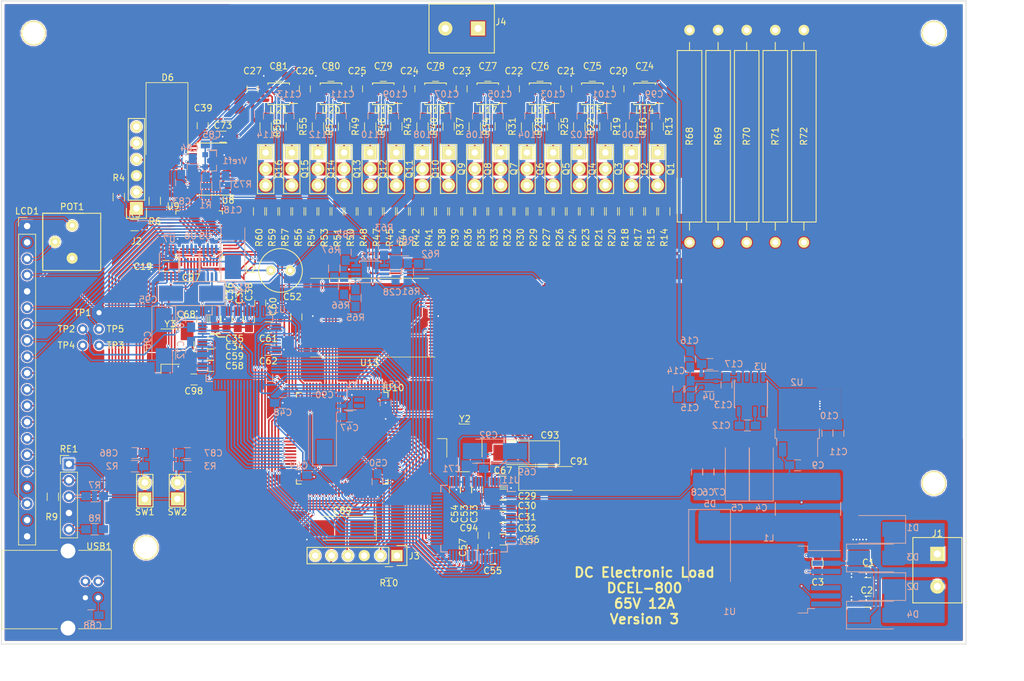
<source format=kicad_pcb>
(kicad_pcb (version 4) (host pcbnew 4.0.7)
  (layers (0 F.Cu signal) (31 B.Cu signal) (36 B.SilkS user) (37 F.SilkS user) (38 B.Mask user) (39 F.Mask user) (44 Edge.Cuts user))
  (net 0 "")
  (net 1 "Net-(C1-Pad1)")
  (net 2 GND)
  (net 3 "Net-(C3-Pad1)")
  (net 4 "Net-(C3-Pad2)")
  (net 5 +5V)
  (net 6 +3V3)
  (net 7 "Net-(C12-Pad1)")
  (net 8 "Net-(C12-Pad2)")
  (net 9 -3V3)
  (net 10 "Net-(C15-Pad1)")
  (net 11 -0V5)
  (net 12 +5V-REF)
  (net 13 +4V)
  (net 14 +2V5)
  (net 15 +1V)
  (net 16 "Net-(C83-Pad1)")
  (net 17 "Net-(C84-Pad1)")
  (net 18 SW_LEFT)
  (net 19 SW_RIGHT)
  (net 20 "Net-(C89-Pad1)")
  (net 21 "Net-(C98-Pad1)")
  (net 22 "Net-(C99-Pad1)")
  (net 23 "Net-(C100-Pad1)")
  (net 24 "Net-(C101-Pad1)")
  (net 25 "Net-(C102-Pad1)")
  (net 26 "Net-(C103-Pad1)")
  (net 27 "Net-(C104-Pad1)")
  (net 28 "Net-(C105-Pad1)")
  (net 29 "Net-(C106-Pad1)")
  (net 30 "Net-(C107-Pad1)")
  (net 31 "Net-(C108-Pad1)")
  (net 32 "Net-(C109-Pad1)")
  (net 33 "Net-(C110-Pad1)")
  (net 34 "Net-(C111-Pad1)")
  (net 35 "Net-(C112-Pad1)")
  (net 36 "Net-(C113-Pad1)")
  (net 37 "Net-(D1-Pad1)")
  (net 38 "Net-(D3-Pad1)")
  (net 39 "Net-(J2-Pad6)")
  (net 40 "Net-(J3-Pad6)")
  (net 41 LOAD_IN)
  (net 42 "Net-(LCD1-Pad3)")
  (net 43 LCD_RS)
  (net 44 LCD_EN)
  (net 45 "Net-(LCD1-Pad7)")
  (net 46 "Net-(LCD1-Pad8)")
  (net 47 "Net-(LCD1-Pad9)")
  (net 48 "Net-(LCD1-Pad10)")
  (net 49 "Net-(LCD1-Pad11)")
  (net 50 "Net-(LCD1-Pad12)")
  (net 51 "Net-(LCD1-Pad13)")
  (net 52 "Net-(LCD1-Pad14)")
  (net 53 "Net-(LCD1-Pad15)")
  (net 54 "Net-(LCD1-Pad16)")
  (net 55 -5V)
  (net 56 "Net-(Q1-Pad1)")
  (net 57 "Net-(Q2-Pad1)")
  (net 58 "Net-(Q3-Pad1)")
  (net 59 "Net-(Q4-Pad1)")
  (net 60 "Net-(Q5-Pad1)")
  (net 61 "Net-(Q6-Pad1)")
  (net 62 "Net-(Q7-Pad1)")
  (net 63 "Net-(Q8-Pad1)")
  (net 64 "Net-(Q9-Pad1)")
  (net 65 "Net-(Q10-Pad1)")
  (net 66 "Net-(Q11-Pad1)")
  (net 67 "Net-(Q12-Pad1)")
  (net 68 "Net-(Q13-Pad1)")
  (net 69 "Net-(Q14-Pad1)")
  (net 70 "Net-(Q15-Pad1)")
  (net 71 "Net-(Q16-Pad1)")
  (net 72 I2C_REFV_SCL)
  (net 73 RE1)
  (net 74 RE2)
  (net 75 RESW)
  (net 76 "Net-(R11-Pad1)")
  (net 77 "Net-(R12-Pad1)")
  (net 78 "Net-(R13-Pad2)")
  (net 79 I_Sense)
  (net 80 "Net-(R16-Pad2)")
  (net 81 "Net-(R19-Pad2)")
  (net 82 "Net-(R22-Pad2)")
  (net 83 "Net-(R25-Pad2)")
  (net 84 "Net-(R28-Pad2)")
  (net 85 "Net-(R31-Pad2)")
  (net 86 "Net-(R34-Pad2)")
  (net 87 "Net-(R37-Pad2)")
  (net 88 "Net-(R40-Pad2)")
  (net 89 "Net-(R43-Pad2)")
  (net 90 "Net-(R46-Pad2)")
  (net 91 "Net-(R49-Pad2)")
  (net 92 "Net-(R52-Pad2)")
  (net 93 "Net-(R55-Pad2)")
  (net 94 "Net-(R58-Pad2)")
  (net 95 LOAD_V)
  (net 96 "Net-(R61-Pad2)")
  (net 97 "Net-(R63-Pad2)")
  (net 98 "Net-(R65-Pad2)")
  (net 99 "Net-(R66-Pad2)")
  (net 100 DAC_Busy)
  (net 101 "Net-(U1-Pad7)")
  (net 102 "Net-(U3-Pad7)")
  (net 103 "Net-(U6-Pad2)")
  (net 104 RESET)
  (net 105 DAC_Ready)
  (net 106 DAC_LDAC)
  (net 107 DAC_MISO)
  (net 108 DAC_MOSI)
  (net 109 DAC_SCK)
  (net 110 DAC_CS)
  (net 111 DAC_Disable)
  (net 112 DAC_OUT)
  (net 113 "Net-(U9-Pad1)")
  (net 114 "Net-(U9-Pad8)")
  (net 115 "Net-(U9-Pad9)")
  (net 116 "Net-(U9-Pad10)")
  (net 117 "Net-(U9-Pad11)")
  (net 118 USART_TOF4)
  (net 119 USART_TOF3)
  (net 120 "Net-(U9-Pad23)")
  (net 121 "Net-(U9-Pad25)")
  (net 122 "Net-(U9-Pad31)")
  (net 123 "Net-(U9-Pad32)")
  (net 124 "Net-(U9-Pad33)")
  (net 125 "Net-(U9-Pad35)")
  (net 126 "Net-(U9-Pad36)")
  (net 127 "/ADC Data/PE2")
  (net 128 "/ADC Data/PE3")
  (net 129 "/ADC Data/PE4")
  (net 130 "/ADC Data/PE5")
  (net 131 "/ADC Data/PE6")
  (net 132 "Net-(U10-Pad6)")
  (net 133 FLASH_~WP~)
  (net 134 FLASH_R/~B~)
  (net 135 "Net-(U10-Pad9)")
  (net 136 12MHz)
  (net 137 "Net-(U10-Pad13)")
  (net 138 "/ADC Data/PC0")
  (net 139 "/ADC Data/PC1")
  (net 140 "/ADC Data/PC2")
  (net 141 "/ADC Data/PC3")
  (net 142 "Net-(U10-Pad20)")
  (net 143 "Net-(U10-Pad21)")
  (net 144 "Net-(U10-Pad22)")
  (net 145 V_SIGN)
  (net 146 I_SIGN)
  (net 147 V_~PD~)
  (net 148 V_~RD~)
  (net 149 ~V_READY~)
  (net 150 V_OTR)
  (net 151 "/ADC Data/PC4")
  (net 152 "/ADC Data/PC5")
  (net 153 "Net-(U10-Pad35)")
  (net 154 "Net-(U10-Pad36)")
  (net 155 "Net-(U10-Pad37)")
  (net 156 "/ADC Data/PE7")
  (net 157 "/ADC Data/PE8")
  (net 158 "/ADC Data/PE9")
  (net 159 "/ADC Data/PE10")
  (net 160 "/ADC Data/PE11")
  (net 161 "/ADC Data/PE12")
  (net 162 "/ADC Data/PE13")
  (net 163 "/ADC Data/PE14")
  (net 164 "/ADC Data/PE15")
  (net 165 "Net-(U10-Pad47)")
  (net 166 "Net-(U10-Pad51)")
  (net 167 "Net-(U10-Pad52)")
  (net 168 "/ADC Data/USB_DM")
  (net 169 "/ADC Data/USB_DP")
  (net 170 "/ADC Data/PD8")
  (net 171 "/ADC Data/PD9")
  (net 172 "/ADC Data/PD10")
  (net 173 "/ADC Data/PD11")
  (net 174 "/ADC Data/PD12")
  (net 175 "/ADC Data/PD13")
  (net 176 "/ADC Data/PD14")
  (net 177 "/ADC Data/PD15")
  (net 178 "/ADC Data/PC6")
  (net 179 "/ADC Data/PC7")
  (net 180 FLASH_ALE)
  (net 181 FLASH_CLE)
  (net 182 I_~PD~)
  (net 183 I_~RD~)
  (net 184 ~I_READY~)
  (net 185 I_OTR)
  (net 186 "Net-(U10-Pad71)")
  (net 187 "Net-(U10-Pad77)")
  (net 188 FLASH_~CE~)
  (net 189 FLASH_~WE~)
  (net 190 FLASH_~RE~)
  (net 191 "/ADC Data/PD0")
  (net 192 "/ADC Data/PD1")
  (net 193 "/ADC Data/PD2")
  (net 194 "/ADC Data/PD3")
  (net 195 "/ADC Data/PD4")
  (net 196 "/ADC Data/PD5")
  (net 197 "/ADC Data/PD6")
  (net 198 "/ADC Data/PD7")
  (net 199 "Net-(U10-Pad89)")
  (net 200 "Net-(U10-Pad90)")
  (net 201 "Net-(U10-Pad91)")
  (net 202 "Net-(U10-Pad92)")
  (net 203 "Net-(U10-Pad93)")
  (net 204 "Net-(U10-Pad95)")
  (net 205 "Net-(U10-Pad96)")
  (net 206 "/ADC Data/PE0")
  (net 207 "/ADC Data/PE1")
  (net 208 "Net-(U11-Pad27)")
  (net 209 "Net-(U11-Pad46)")
  (net 210 "Net-(U11-Pad47)")
  (net 211 "Net-(U11-Pad48)")
  (net 212 "Net-(U12-Pad27)")
  (net 213 "Net-(U12-Pad46)")
  (net 214 "Net-(U12-Pad47)")
  (net 215 "Net-(U12-Pad48)")
  (net 216 "Net-(C85-Pad1)")
  (net 217 "Net-(C90-Pad1)")
  (net 218 "Net-(C94-Pad1)")
  (net 219 "Net-(C114-Pad1)")
  (net 220 IADC)
  (net 221 F3SWDCLK)
  (net 222 F3SWDIO)
  (net 223 F3NRST)
  (net 224 F4SWDCLK)
  (net 225 F4SWDIO)
  (net 226 F4NRST)
  (net 227 "Net-(U11-Pad56)")
  (net 228 "Net-(U12-Pad56)")
  (net 229 "Net-(Y1-Pad3)")
  (net 230 "Net-(Y2-Pad1)")
  (net 231 "Net-(Y3-Pad1)")
  (module Housings_QFP:TQFP-64_10x10mm_Pitch0.5mm (layer B.Cu) (at 133.5 125.495 180)
    (fp_text reference U11 (at -5.75 6 180) (layer B.SilkS) (effects (justify mirror)))
    (fp_text value ADS1625/ADS1626)
    (pad 1 smd rect (at -5.7 3.75 180) (size 1.5 0.3) (layers B.Cu B.Mask) (net 2 GND))
    (pad 2 smd rect (at -5.7 3.25 180) (size 1.5 0.3) (layers B.Cu B.Mask) (net 5 +5V))
    (pad 3 smd rect (at -5.7 2.75 180) (size 1.5 0.3) (layers B.Cu B.Mask) (net 2 GND))
    (pad 4 smd rect (at -5.7 2.25 180) (size 1.5 0.3) (layers B.Cu B.Mask) (net 2 GND))
    (pad 5 smd rect (at -5.7 1.75 180) (size 1.5 0.3) (layers B.Cu B.Mask) (net 95 LOAD_V))
    (pad 6 smd rect (at -5.7 1.25 180) (size 1.5 0.3) (layers B.Cu B.Mask) (net 2 GND))
    (pad 7 smd rect (at -5.7 0.75 180) (size 1.5 0.3) (layers B.Cu B.Mask) (net 5 +5V))
    (pad 8 smd rect (at -5.7 0.25 180) (size 1.5 0.3) (layers B.Cu B.Mask) (net 76 "Net-(R11-Pad1)"))
    (pad 9 smd rect (at -5.7 -0.25 180) (size 1.5 0.3) (layers B.Cu B.Mask) (net 2 GND))
    (pad 10 smd rect (at -5.7 -0.75 180) (size 1.5 0.3) (layers B.Cu B.Mask) (net 5 +5V))
    (pad 11 smd rect (at -5.7 -1.25 180) (size 1.5 0.3) (layers B.Cu B.Mask) (net 2 GND))
    (pad 12 smd rect (at -5.7 -1.75 180) (size 1.5 0.3) (layers B.Cu B.Mask) (net 5 +5V))
    (pad 13 smd rect (at -5.7 -2.25 180) (size 1.5 0.3) (layers B.Cu B.Mask) (net 6 +3V3))
    (pad 14 smd rect (at -5.7 -2.75 180) (size 1.5 0.3) (layers B.Cu B.Mask) (net 6 +3V3))
    (pad 15 smd rect (at -5.7 -3.25 180) (size 1.5 0.3) (layers B.Cu B.Mask) (net 2 GND))
    (pad 16 smd rect (at -5.7 -3.75 180) (size 1.5 0.3) (layers B.Cu B.Mask))
    (pad 17 smd rect (at -3.75 -5.7 90) (size 1.5 0.3) (layers B.Cu B.Mask) (net 147 V_~PD~))
    (pad 18 smd rect (at -3.25 -5.7 90) (size 1.5 0.3) (layers B.Cu B.Mask) (net 6 +3V3))
    (pad 19 smd rect (at -2.75 -5.7 90) (size 1.5 0.3) (layers B.Cu B.Mask) (net 2 GND))
    (pad 20 smd rect (at -2.25 -5.7 90) (size 1.5 0.3) (layers B.Cu B.Mask) (net 6 +3V3))
    (pad 21 smd rect (at -1.75 -5.7 90) (size 1.5 0.3) (layers B.Cu B.Mask) (net 2 GND))
    (pad 22 smd rect (at -1.25 -5.7 90) (size 1.5 0.3) (layers B.Cu B.Mask) (net 148 V_~RD~))
    (pad 23 smd rect (at -0.75 -5.7 90) (size 1.5 0.3) (layers B.Cu B.Mask) (net 150 V_OTR))
    (pad 24 smd rect (at -0.25 -5.7 90) (size 1.5 0.3) (layers B.Cu B.Mask) (net 149 ~V_READY~))
    (pad 25 smd rect (at 0.25 -5.7 90) (size 1.5 0.3) (layers B.Cu B.Mask) (net 2 GND))
    (pad 26 smd rect (at 0.75 -5.7 90) (size 1.5 0.3) (layers B.Cu B.Mask) (net 6 +3V3))
    (pad 27 smd rect (at 1.25 -5.7 90) (size 1.5 0.3) (layers B.Cu B.Mask) (net 208 "Net-(U11-Pad27)"))
    (pad 28 smd rect (at 1.75 -5.7 90) (size 1.5 0.3) (layers B.Cu B.Mask) (net 191 "/ADC Data/PD0"))
    (pad 29 smd rect (at 2.25 -5.7 90) (size 1.5 0.3) (layers B.Cu B.Mask) (net 192 "/ADC Data/PD1"))
    (pad 30 smd rect (at 2.75 -5.7 90) (size 1.5 0.3) (layers B.Cu B.Mask) (net 193 "/ADC Data/PD2"))
    (pad 31 smd rect (at 3.25 -5.7 90) (size 1.5 0.3) (layers B.Cu B.Mask) (net 194 "/ADC Data/PD3"))
    (pad 32 smd rect (at 3.75 -5.7 90) (size 1.5 0.3) (layers B.Cu B.Mask) (net 195 "/ADC Data/PD4"))
    (pad 33 smd rect (at 5.7 -3.75 180) (size 1.5 0.3) (layers B.Cu B.Mask) (net 196 "/ADC Data/PD5"))
    (pad 34 smd rect (at 5.7 -3.25 180) (size 1.5 0.3) (layers B.Cu B.Mask) (net 197 "/ADC Data/PD6"))
    (pad 35 smd rect (at 5.7 -2.75 180) (size 1.5 0.3) (layers B.Cu B.Mask) (net 198 "/ADC Data/PD7"))
    (pad 36 smd rect (at 5.7 -2.25 180) (size 1.5 0.3) (layers B.Cu B.Mask) (net 170 "/ADC Data/PD8"))
    (pad 37 smd rect (at 5.7 -1.75 180) (size 1.5 0.3) (layers B.Cu B.Mask) (net 171 "/ADC Data/PD9"))
    (pad 38 smd rect (at 5.7 -1.25 180) (size 1.5 0.3) (layers B.Cu B.Mask) (net 172 "/ADC Data/PD10"))
    (pad 39 smd rect (at 5.7 -0.75 180) (size 1.5 0.3) (layers B.Cu B.Mask) (net 173 "/ADC Data/PD11"))
    (pad 40 smd rect (at 5.7 -0.25 180) (size 1.5 0.3) (layers B.Cu B.Mask) (net 174 "/ADC Data/PD12"))
    (pad 41 smd rect (at 5.7 0.25 180) (size 1.5 0.3) (layers B.Cu B.Mask) (net 175 "/ADC Data/PD13"))
    (pad 42 smd rect (at 5.7 0.75 180) (size 1.5 0.3) (layers B.Cu B.Mask) (net 176 "/ADC Data/PD14"))
    (pad 43 smd rect (at 5.7 1.25 180) (size 1.5 0.3) (layers B.Cu B.Mask) (net 177 "/ADC Data/PD15"))
    (pad 44 smd rect (at 5.7 1.75 180) (size 1.5 0.3) (layers B.Cu B.Mask) (net 145 V_SIGN))
    (pad 45 smd rect (at 5.7 2.25 180) (size 1.5 0.3) (layers B.Cu B.Mask))
    (pad 46 smd rect (at 5.7 2.75 180) (size 1.5 0.3) (layers B.Cu B.Mask) (net 209 "Net-(U11-Pad46)"))
    (pad 47 smd rect (at 5.7 3.25 180) (size 1.5 0.3) (layers B.Cu B.Mask) (net 210 "Net-(U11-Pad47)"))
    (pad 48 smd rect (at 5.7 3.75 180) (size 1.5 0.3) (layers B.Cu B.Mask) (net 211 "Net-(U11-Pad48)"))
    (pad 49 smd rect (at 3.75 5.7 90) (size 1.5 0.3) (layers B.Cu B.Mask))
    (pad 50 smd rect (at 3.25 5.7 90) (size 1.5 0.3) (layers B.Cu B.Mask))
    (pad 51 smd rect (at 2.75 5.7 90) (size 1.5 0.3) (layers B.Cu B.Mask) (net 2 GND))
    (pad 52 smd rect (at 2.25 5.7 90) (size 1.5 0.3) (layers B.Cu B.Mask) (net 6 +3V3))
    (pad 53 smd rect (at 1.75 5.7 90) (size 1.5 0.3) (layers B.Cu B.Mask) (net 6 +3V3))
    (pad 54 smd rect (at 1.25 5.7 90) (size 1.5 0.3) (layers B.Cu B.Mask) (net 2 GND))
    (pad 55 smd rect (at 0.75 5.7 90) (size 1.5 0.3) (layers B.Cu B.Mask) (net 2 GND))
    (pad 56 smd rect (at 0.25 5.7 90) (size 1.5 0.3) (layers B.Cu B.Mask) (net 227 "Net-(U11-Pad56)"))
    (pad 57 smd rect (at -0.25 5.7 90) (size 1.5 0.3) (layers B.Cu B.Mask) (net 2 GND))
    (pad 58 smd rect (at -0.75 5.7 90) (size 1.5 0.3) (layers B.Cu B.Mask) (net 5 +5V))
    (pad 59 smd rect (at -1.25 5.7 90) (size 1.5 0.3) (layers B.Cu B.Mask) (net 218 "Net-(C94-Pad1)"))
    (pad 60 smd rect (at -1.75 5.7 90) (size 1.5 0.3) (layers B.Cu B.Mask) (net 15 +1V))
    (pad 61 smd rect (at -2.25 5.7 90) (size 1.5 0.3) (layers B.Cu B.Mask) (net 15 +1V))
    (pad 62 smd rect (at -2.75 5.7 90) (size 1.5 0.3) (layers B.Cu B.Mask) (net 14 +2V5))
    (pad 63 smd rect (at -3.25 5.7 90) (size 1.5 0.3) (layers B.Cu B.Mask) (net 13 +4V))
    (pad 64 smd rect (at -3.75 5.7 90) (size 1.5 0.3) (layers B.Cu B.Mask) (net 13 +4V))
  )
  (module Pin_Headers:Pin_Header_Straight_1x20_Pitch2.54mm (layer F.Cu) (at 64 80)
    (fp_text reference LCD1 (at 0 -2.33) (layer F.SilkS))
    (fp_text value LCD_12864)
    (pad 1 thru_hole rect (at 0 0) (size 1.7 1.7) (drill 1) (layers *.Cu *.Mask) (net 2 GND))
    (pad 2 thru_hole oval (at 0 2.54) (size 1.7 1.7) (drill 1) (layers *.Cu *.Mask) (net 5 +5V))
    (pad 3 thru_hole oval (at 0 5.08) (size 1.7 1.7) (drill 1) (layers *.Cu *.Mask) (net 42 "Net-(LCD1-Pad3)"))
    (pad 4 thru_hole oval (at 0 7.62) (size 1.7 1.7) (drill 1) (layers *.Cu *.Mask) (net 43 LCD_RS))
    (pad 5 thru_hole oval (at 0 10.16) (size 1.7 1.7) (drill 1) (layers *.Cu *.Mask) (net 2 GND))
    (pad 6 thru_hole oval (at 0 12.7) (size 1.7 1.7) (drill 1) (layers *.Cu *.Mask) (net 44 LCD_EN))
    (pad 7 thru_hole oval (at 0 15.24) (size 1.7 1.7) (drill 1) (layers *.Cu *.Mask) (net 45 "Net-(LCD1-Pad7)"))
    (pad 8 thru_hole oval (at 0 17.78) (size 1.7 1.7) (drill 1) (layers *.Cu *.Mask) (net 46 "Net-(LCD1-Pad8)"))
    (pad 9 thru_hole oval (at 0 20.32) (size 1.7 1.7) (drill 1) (layers *.Cu *.Mask) (net 47 "Net-(LCD1-Pad9)"))
    (pad 10 thru_hole oval (at 0 22.86) (size 1.7 1.7) (drill 1) (layers *.Cu *.Mask) (net 48 "Net-(LCD1-Pad10)"))
    (pad 11 thru_hole oval (at 0 25.4) (size 1.7 1.7) (drill 1) (layers *.Cu *.Mask) (net 49 "Net-(LCD1-Pad11)"))
    (pad 12 thru_hole oval (at 0 27.94) (size 1.7 1.7) (drill 1) (layers *.Cu *.Mask) (net 50 "Net-(LCD1-Pad12)"))
    (pad 13 thru_hole oval (at 0 30.48) (size 1.7 1.7) (drill 1) (layers *.Cu *.Mask) (net 51 "Net-(LCD1-Pad13)"))
    (pad 14 thru_hole oval (at 0 33.02) (size 1.7 1.7) (drill 1) (layers *.Cu *.Mask) (net 52 "Net-(LCD1-Pad14)"))
    (pad 15 thru_hole oval (at 0 35.56) (size 1.7 1.7) (drill 1) (layers *.Cu *.Mask) (net 53 "Net-(LCD1-Pad15)"))
    (pad 16 thru_hole oval (at 0 38.1) (size 1.7 1.7) (drill 1) (layers *.Cu *.Mask) (net 54 "Net-(LCD1-Pad16)"))
    (pad 17 thru_hole oval (at 0 40.64) (size 1.7 1.7) (drill 1) (layers *.Cu *.Mask) (net 5 +5V))
    (pad 18 thru_hole oval (at 0 43.18) (size 1.7 1.7) (drill 1) (layers *.Cu *.Mask) (net 55 -5V))
    (pad 19 thru_hole oval (at 0 45.72) (size 1.7 1.7) (drill 1) (layers *.Cu *.Mask) (net 5 +5V))
    (pad 20 thru_hole oval (at 0 48.26) (size 1.7 1.7) (drill 1) (layers *.Cu *.Mask) (net 2 GND))
  )
  (module Oscillators:Oscillator_SMD_Abracon_ASV-4pin_7.0x5.1mm_HandSoldering (layer F.Cu) (at 132 114.5 270)
    (fp_text reference Y2 (at -4.518 -0.08 360) (layer F.SilkS))
    (fp_text value Osc-SMD)
    (pad 1 smd rect (at -2.63 2.5 270) (size 1.98 3) (layers F.Cu F.Mask) (net 230 "Net-(Y2-Pad1)"))
    (pad 2 smd rect (at 2.63 2.5 270) (size 1.98 3) (layers F.Cu F.Mask) (net 2 GND))
    (pad 3 smd rect (at 2.63 -2.5 270) (size 1.98 3) (layers F.Cu F.Mask) (net 227 "Net-(U11-Pad56)"))
    (pad 4 smd rect (at -2.63 -2.5 270) (size 1.98 3) (layers F.Cu F.Mask) (net 6 +3V3))
  )
  (module Diodes_SMD:D_SMB_Handsoldering (layer B.Cu) (at 196.015 136.06 180)
    (fp_text reference D3 (at -5.715 4.572 360) (layer B.SilkS) (effects (justify mirror)))
    (fp_text value S2A)
    (pad 1 smd rect (at -2.7 0 180) (size 3.5 2.3) (layers B.Cu B.Mask) (net 38 "Net-(D3-Pad1)"))
    (pad 2 smd rect (at 2.7 0 180) (size 3.5 2.3) (layers B.Cu B.Mask) (net 2 GND))
  )
  (module Housings_SSOP:TSOP-I-48_18.4x12mm_Pitch0.5mm (layer F.Cu) (at 117.25 94.25 180)
    (fp_text reference U13 (at 0 -7 180) (layer F.SilkS))
    (fp_text value TH58BVG3S0)
    (pad 1 smd rect (at -9.75 -5.75 180) (size 1.1 0.25) (layers F.Cu F.Mask))
    (pad 25 smd rect (at 9.75 5.75 180) (size 1.1 0.25) (layers F.Cu F.Mask))
    (pad 2 smd rect (at -9.75 -5.25 180) (size 1.1 0.25) (layers F.Cu F.Mask))
    (pad 3 smd rect (at -9.75 -4.75 180) (size 1.1 0.25) (layers F.Cu F.Mask))
    (pad 4 smd rect (at -9.75 -4.25 180) (size 1.1 0.25) (layers F.Cu F.Mask))
    (pad 5 smd rect (at -9.75 -3.75 180) (size 1.1 0.25) (layers F.Cu F.Mask))
    (pad 6 smd rect (at -9.75 -3.25 180) (size 1.1 0.25) (layers F.Cu F.Mask))
    (pad 7 smd rect (at -9.75 -2.75 180) (size 1.1 0.25) (layers F.Cu F.Mask) (net 134 FLASH_R/~B~))
    (pad 8 smd rect (at -9.75 -2.25 180) (size 1.1 0.25) (layers F.Cu F.Mask) (net 190 FLASH_~RE~))
    (pad 9 smd rect (at -9.75 -1.75 180) (size 1.1 0.25) (layers F.Cu F.Mask) (net 188 FLASH_~CE~))
    (pad 10 smd rect (at -9.75 -1.25 180) (size 1.1 0.25) (layers F.Cu F.Mask))
    (pad 11 smd rect (at -9.75 -0.75 180) (size 1.1 0.25) (layers F.Cu F.Mask))
    (pad 12 smd rect (at -9.75 -0.25 180) (size 1.1 0.25) (layers F.Cu F.Mask) (net 6 +3V3))
    (pad 13 smd rect (at -9.75 0.25 180) (size 1.1 0.25) (layers F.Cu F.Mask) (net 2 GND))
    (pad 14 smd rect (at -9.75 0.75 180) (size 1.1 0.25) (layers F.Cu F.Mask))
    (pad 15 smd rect (at -9.75 1.25 180) (size 1.1 0.25) (layers F.Cu F.Mask))
    (pad 16 smd rect (at -9.75 1.75 180) (size 1.1 0.25) (layers F.Cu F.Mask) (net 181 FLASH_CLE))
    (pad 17 smd rect (at -9.75 2.25 180) (size 1.1 0.25) (layers F.Cu F.Mask) (net 180 FLASH_ALE))
    (pad 18 smd rect (at -9.75 2.75 180) (size 1.1 0.25) (layers F.Cu F.Mask) (net 189 FLASH_~WE~))
    (pad 19 smd rect (at -9.75 3.25 180) (size 1.1 0.25) (layers F.Cu F.Mask) (net 133 FLASH_~WP~))
    (pad 20 smd rect (at -9.75 3.75 180) (size 1.1 0.25) (layers F.Cu F.Mask))
    (pad 21 smd rect (at -9.75 4.25 180) (size 1.1 0.25) (layers F.Cu F.Mask))
    (pad 22 smd rect (at -9.75 4.75 180) (size 1.1 0.25) (layers F.Cu F.Mask))
    (pad 23 smd rect (at -9.75 5.25 180) (size 1.1 0.25) (layers F.Cu F.Mask))
    (pad 24 smd rect (at -9.75 5.75 180) (size 1.1 0.25) (layers F.Cu F.Mask))
    (pad 26 smd rect (at 9.75 5.25 180) (size 1.1 0.25) (layers F.Cu F.Mask))
    (pad 27 smd rect (at 9.75 4.75 180) (size 1.1 0.25) (layers F.Cu F.Mask))
    (pad 28 smd rect (at 9.75 4.25 180) (size 1.1 0.25) (layers F.Cu F.Mask))
    (pad 29 smd rect (at 9.75 3.75 180) (size 1.1 0.25) (layers F.Cu F.Mask) (net 138 "/ADC Data/PC0"))
    (pad 30 smd rect (at 9.75 3.25 180) (size 1.1 0.25) (layers F.Cu F.Mask) (net 139 "/ADC Data/PC1"))
    (pad 31 smd rect (at 9.75 2.75 180) (size 1.1 0.25) (layers F.Cu F.Mask) (net 140 "/ADC Data/PC2"))
    (pad 32 smd rect (at 9.75 2.25 180) (size 1.1 0.25) (layers F.Cu F.Mask) (net 141 "/ADC Data/PC3"))
    (pad 33 smd rect (at 9.75 1.75 180) (size 1.1 0.25) (layers F.Cu F.Mask))
    (pad 34 smd rect (at 9.75 1.25 180) (size 1.1 0.25) (layers F.Cu F.Mask))
    (pad 35 smd rect (at 9.75 0.75 180) (size 1.1 0.25) (layers F.Cu F.Mask))
    (pad 36 smd rect (at 9.75 0.25 180) (size 1.1 0.25) (layers F.Cu F.Mask) (net 2 GND))
    (pad 37 smd rect (at 9.75 -0.25 180) (size 1.1 0.25) (layers F.Cu F.Mask) (net 6 +3V3))
    (pad 38 smd rect (at 9.75 -0.75 180) (size 1.1 0.25) (layers F.Cu F.Mask))
    (pad 39 smd rect (at 9.75 -1.25 180) (size 1.1 0.25) (layers F.Cu F.Mask))
    (pad 40 smd rect (at 9.75 -1.75 180) (size 1.1 0.25) (layers F.Cu F.Mask))
    (pad 41 smd rect (at 9.75 -2.25 180) (size 1.1 0.25) (layers F.Cu F.Mask) (net 151 "/ADC Data/PC4"))
    (pad 42 smd rect (at 9.75 -2.75 180) (size 1.1 0.25) (layers F.Cu F.Mask) (net 152 "/ADC Data/PC5"))
    (pad 43 smd rect (at 9.75 -3.25 180) (size 1.1 0.25) (layers F.Cu F.Mask) (net 178 "/ADC Data/PC6"))
    (pad 44 smd rect (at 9.75 -3.75 180) (size 1.1 0.25) (layers F.Cu F.Mask) (net 179 "/ADC Data/PC7"))
    (pad 45 smd rect (at 9.75 -4.25 180) (size 1.1 0.25) (layers F.Cu F.Mask))
    (pad 46 smd rect (at 9.75 -4.75 180) (size 1.1 0.25) (layers F.Cu F.Mask))
    (pad 47 smd rect (at 9.75 -5.25 180) (size 1.1 0.25) (layers F.Cu F.Mask))
    (pad 48 smd rect (at 9.75 -5.75 180) (size 1.1 0.25) (layers F.Cu F.Mask))
  )
  (module Capacitors_SMD:C_0805_HandSoldering (layer F.Cu) (at 105.875 94.125 90)
    (fp_text reference C52 (at 3.125 -0.625 180) (layer F.SilkS))
    (fp_text value 100nF)
    (pad 1 smd rect (at -1.25 0 90) (size 1.5 1.25) (layers F.Cu F.Mask) (net 6 +3V3))
    (pad 2 smd rect (at 1.25 0 90) (size 1.5 1.25) (layers F.Cu F.Mask) (net 2 GND))
  )
  (module Resistors_SMD:R_0805_HandSoldering (layer F.Cu) (at 148.844 77.724 270)
    (fp_text reference R24 (at 4.064 0 270) (layer F.SilkS))
    (fp_text value 2Ω)
    (pad 1 smd rect (at -1.35 0 270) (size 1.5 1.3) (layers F.Cu F.Mask) (net 25 "Net-(C102-Pad1)"))
    (pad 2 smd rect (at 1.35 0 270) (size 1.5 1.3) (layers F.Cu F.Mask) (net 79 I_Sense))
  )
  (module "Custom Footprint:Inductor_SMD-9.8X10" (layer B.Cu) (at 185.425 123.975 90)
    (fp_text reference L1 (at -4.549 -6.101 180) (layer B.SilkS) (effects (justify mirror)))
    (fp_text value 22uH)
    (pad 1 smd rect (at -3.302 0 90) (size 3.556 10.16) (layers B.Cu B.Mask) (net 3 "Net-(C3-Pad1)"))
    (pad 2 smd rect (at 3.302 0 90) (size 3.556 10.16) (layers B.Cu B.Mask) (net 5 +5V))
  )
  (module Diodes_SMD:D_SMB_Handsoldering (layer B.Cu) (at 196.015 131.615)
    (fp_text reference D2 (at 5.715 4.445) (layer B.SilkS) (effects (justify mirror)))
    (fp_text value S2A)
    (pad 1 smd rect (at -2.7 0) (size 3.5 2.3) (layers B.Cu B.Mask) (net 1 "Net-(C1-Pad1)"))
    (pad 2 smd rect (at 2.7 0) (size 3.5 2.3) (layers B.Cu B.Mask) (net 37 "Net-(D1-Pad1)"))
  )
  (module Capacitors_SMD:C_0805_HandSoldering (layer F.Cu) (at 194.735 133.829 180)
    (fp_text reference C1 (at -0.083 1.495 180) (layer F.SilkS))
    (fp_text value 22uF)
    (pad 1 smd rect (at -1.25 0 180) (size 1.5 1.25) (layers F.Cu F.Mask) (net 1 "Net-(C1-Pad1)"))
    (pad 2 smd rect (at 1.25 0 180) (size 1.5 1.25) (layers F.Cu F.Mask) (net 2 GND))
  )
  (module Capacitors_SMD:C_0805_HandSoldering (layer F.Cu) (at 194.735 138.401 180)
    (fp_text reference C2 (at 0.171 1.749 180) (layer F.SilkS))
    (fp_text value 22uF)
    (pad 1 smd rect (at -1.25 0 180) (size 1.5 1.25) (layers F.Cu F.Mask) (net 1 "Net-(C1-Pad1)"))
    (pad 2 smd rect (at 1.25 0 180) (size 1.5 1.25) (layers F.Cu F.Mask) (net 2 GND))
  )
  (module Capacitors_SMD:C_0805_HandSoldering (layer F.Cu) (at 186.925 132.475 270)
    (fp_text reference C3 (at 2.907 -0.019 360) (layer F.SilkS))
    (fp_text value 10nF)
    (pad 1 smd rect (at -1.25 0 270) (size 1.5 1.25) (layers F.Cu F.Mask) (net 3 "Net-(C3-Pad1)"))
    (pad 2 smd rect (at 1.25 0 270) (size 1.5 1.25) (layers F.Cu F.Mask) (net 4 "Net-(C3-Pad2)"))
  )
  (module Capacitors_Tantalum_SMD:CP_Tantalum_Case-C_EIA-6032-28_Hand (layer B.Cu) (at 178.175 117.475 90)
    (fp_text reference C4 (at -6.35 0 180) (layer B.SilkS) (effects (justify mirror)))
    (fp_text value 47uF)
    (pad 1 smd rect (at -3.125 0 90) (size 3.75 2.5) (layers B.Cu B.Mask) (net 5 +5V))
    (pad 2 smd rect (at 3.125 0 90) (size 3.75 2.5) (layers B.Cu B.Mask) (net 2 GND))
  )
  (module Capacitors_Tantalum_SMD:CP_Tantalum_Case-C_EIA-6032-28_Hand (layer B.Cu) (at 174.425 117.475 90)
    (fp_text reference C5 (at -6.35 0 180) (layer B.SilkS) (effects (justify mirror)))
    (fp_text value 47uF)
    (pad 1 smd rect (at -3.125 0 90) (size 3.75 2.5) (layers B.Cu B.Mask) (net 5 +5V))
    (pad 2 smd rect (at 3.125 0 90) (size 3.75 2.5) (layers B.Cu B.Mask) (net 2 GND))
  )
  (module Capacitors_SMD:C_0805_HandSoldering (layer B.Cu) (at 169.925 118.225 90)
    (fp_text reference C6 (at -3.175 0 180) (layer B.SilkS) (effects (justify mirror)))
    (fp_text value 4.7uF)
    (pad 1 smd rect (at -1.25 0 90) (size 1.5 1.25) (layers B.Cu B.Mask) (net 5 +5V))
    (pad 2 smd rect (at 1.25 0 90) (size 1.5 1.25) (layers B.Cu B.Mask) (net 2 GND))
  )
  (module Capacitors_SMD:C_0805_HandSoldering (layer B.Cu) (at 171.675 118.225 90)
    (fp_text reference C7 (at -3.175 0 180) (layer B.SilkS) (effects (justify mirror)))
    (fp_text value 1uF)
    (pad 1 smd rect (at -1.25 0 90) (size 1.5 1.25) (layers B.Cu B.Mask) (net 5 +5V))
    (pad 2 smd rect (at 1.25 0 90) (size 1.5 1.25) (layers B.Cu B.Mask) (net 2 GND))
  )
  (module Capacitors_SMD:C_0805_HandSoldering (layer B.Cu) (at 168.175 118.225 90)
    (fp_text reference C8 (at -3.175 0 180) (layer B.SilkS) (effects (justify mirror)))
    (fp_text value 100nF)
    (pad 1 smd rect (at -1.25 0 90) (size 1.5 1.25) (layers B.Cu B.Mask) (net 5 +5V))
    (pad 2 smd rect (at 1.25 0 90) (size 1.5 1.25) (layers B.Cu B.Mask) (net 2 GND))
  )
  (module Capacitors_SMD:C_0805_HandSoldering (layer B.Cu) (at 183.8 117.2)
    (fp_text reference C9 (at 3.2 0 180) (layer B.SilkS) (effects (justify mirror)))
    (fp_text value 1uF)
    (pad 1 smd rect (at -1.25 0) (size 1.5 1.25) (layers B.Cu B.Mask) (net 5 +5V))
    (pad 2 smd rect (at 1.25 0) (size 1.5 1.25) (layers B.Cu B.Mask) (net 2 GND))
  )
  (module Capacitors_SMD:C_0805_HandSoldering (layer B.Cu) (at 188.45 112.2 270)
    (fp_text reference C10 (at -2.7 -0.3 360) (layer B.SilkS) (effects (justify mirror)))
    (fp_text value 1uF)
    (pad 1 smd rect (at -1.25 0 270) (size 1.5 1.25) (layers B.Cu B.Mask) (net 6 +3V3))
    (pad 2 smd rect (at 1.25 0 270) (size 1.5 1.25) (layers B.Cu B.Mask) (net 2 GND))
  )
  (module Capacitors_SMD:C_0805_HandSoldering (layer B.Cu) (at 190.15 112.2 270)
    (fp_text reference C11 (at 2.9 0 360) (layer B.SilkS) (effects (justify mirror)))
    (fp_text value 100nF)
    (pad 1 smd rect (at -1.25 0 270) (size 1.5 1.25) (layers B.Cu B.Mask) (net 6 +3V3))
    (pad 2 smd rect (at 1.25 0 270) (size 1.5 1.25) (layers B.Cu B.Mask) (net 2 GND))
  )
  (module Capacitors_SMD:C_0805_HandSoldering (layer B.Cu) (at 176 111 180)
    (fp_text reference C12 (at 4.05 0 180) (layer B.SilkS) (effects (justify mirror)))
    (fp_text value 10uF)
    (pad 1 smd rect (at -1.25 0 180) (size 1.5 1.25) (layers B.Cu B.Mask) (net 7 "Net-(C12-Pad1)"))
    (pad 2 smd rect (at 1.25 0 180) (size 1.5 1.25) (layers B.Cu B.Mask) (net 8 "Net-(C12-Pad2)"))
  )
  (module Capacitors_SMD:C_0805_HandSoldering (layer B.Cu) (at 172.75 104.7 90)
    (fp_text reference C13 (at -3.1 -0.5 180) (layer B.SilkS) (effects (justify mirror)))
    (fp_text value 10uF)
    (pad 1 smd rect (at -1.25 0 90) (size 1.5 1.25) (layers B.Cu B.Mask) (net 2 GND))
    (pad 2 smd rect (at 1.25 0 90) (size 1.5 1.25) (layers B.Cu B.Mask) (net 9 -3V3))
  )
  (module Capacitors_SMD:C_0805_HandSoldering (layer B.Cu) (at 165.25 105.35 270)
    (fp_text reference C14 (at -2.85 0.35 360) (layer B.SilkS) (effects (justify mirror)))
    (fp_text value 1uF)
    (pad 1 smd rect (at -1.25 0 270) (size 1.5 1.25) (layers B.Cu B.Mask) (net 2 GND))
    (pad 2 smd rect (at 1.25 0 270) (size 1.5 1.25) (layers B.Cu B.Mask) (net 9 -3V3))
  )
  (module Capacitors_SMD:C_0805_HandSoldering (layer B.Cu) (at 167.15 105.35 90)
    (fp_text reference C15 (at -2.9 -0.1 180) (layer B.SilkS) (effects (justify mirror)))
    (fp_text value 100nF)
    (pad 1 smd rect (at -1.25 0 90) (size 1.5 1.25) (layers B.Cu B.Mask) (net 10 "Net-(C15-Pad1)"))
    (pad 2 smd rect (at 1.25 0 90) (size 1.5 1.25) (layers B.Cu B.Mask) (net 9 -3V3))
  )
  (module Capacitors_SMD:C_0805_HandSoldering (layer B.Cu) (at 167.1 100.7 270)
    (fp_text reference C16 (at -2.9 0.1 360) (layer B.SilkS) (effects (justify mirror)))
    (fp_text value 1uF)
    (pad 1 smd rect (at -1.25 0 270) (size 1.5 1.25) (layers B.Cu B.Mask) (net 11 -0V5))
    (pad 2 smd rect (at 1.25 0 270) (size 1.5 1.25) (layers B.Cu B.Mask) (net 9 -3V3))
  )
  (module Capacitors_SMD:C_0805_HandSoldering (layer B.Cu) (at 170.15 101.45)
    (fp_text reference C17 (at 3.75 0) (layer B.SilkS) (effects (justify mirror)))
    (fp_text value 100nF)
    (pad 1 smd rect (at -1.25 0) (size 1.5 1.25) (layers B.Cu B.Mask) (net 11 -0V5))
    (pad 2 smd rect (at 1.25 0) (size 1.5 1.25) (layers B.Cu B.Mask) (net 2 GND))
  )
  (module Capacitors_Tantalum_SMD:CP_Tantalum_Case-C_EIA-6032-28_Hand (layer B.Cu) (at 96 83.25 90)
    (fp_text reference C18 (at 5.75 0 180) (layer B.SilkS) (effects (justify mirror)))
    (fp_text value 47uF)
    (pad 1 smd rect (at -3.125 0 90) (size 3.75 2.5) (layers B.Cu B.Mask) (net 12 +5V-REF))
    (pad 2 smd rect (at 3.125 0 90) (size 3.75 2.5) (layers B.Cu B.Mask) (net 2 GND))
  )
  (module Capacitors_SMD:C_0805_HandSoldering (layer F.Cu) (at 85.6 86.2 180)
    (fp_text reference C19 (at 3.6 -0.1 180) (layer F.SilkS))
    (fp_text value 100nF)
    (pad 1 smd rect (at -1.25 0 180) (size 1.5 1.25) (layers F.Cu F.Mask) (net 12 +5V-REF))
    (pad 2 smd rect (at 1.25 0 180) (size 1.5 1.25) (layers F.Cu F.Mask) (net 2 GND))
  )
  (module Capacitors_SMD:C_0805_HandSoldering (layer F.Cu) (at 155.956 58.674 90)
    (fp_text reference C20 (at 2.794 0 360) (layer F.SilkS))
    (fp_text value 100nF)
    (pad 1 smd rect (at -1.25 0 90) (size 1.5 1.25) (layers F.Cu F.Mask) (net 5 +5V))
    (pad 2 smd rect (at 1.25 0 90) (size 1.5 1.25) (layers F.Cu F.Mask) (net 2 GND))
  )
  (module Capacitors_SMD:C_0805_HandSoldering (layer F.Cu) (at 147.828 58.674 90)
    (fp_text reference C21 (at 2.794 0 180) (layer F.SilkS))
    (fp_text value 100nF)
    (pad 1 smd rect (at -1.25 0 90) (size 1.5 1.25) (layers F.Cu F.Mask) (net 5 +5V))
    (pad 2 smd rect (at 1.25 0 90) (size 1.5 1.25) (layers F.Cu F.Mask) (net 2 GND))
  )
  (module Capacitors_SMD:C_0805_HandSoldering (layer F.Cu) (at 139.7 58.674 90)
    (fp_text reference C22 (at 2.794 0 180) (layer F.SilkS))
    (fp_text value 100nF)
    (pad 1 smd rect (at -1.25 0 90) (size 1.5 1.25) (layers F.Cu F.Mask) (net 5 +5V))
    (pad 2 smd rect (at 1.25 0 90) (size 1.5 1.25) (layers F.Cu F.Mask) (net 2 GND))
  )
  (module Capacitors_SMD:C_0805_HandSoldering (layer F.Cu) (at 131.572 58.674 90)
    (fp_text reference C23 (at 2.794 0 180) (layer F.SilkS))
    (fp_text value 100nF)
    (pad 1 smd rect (at -1.25 0 90) (size 1.5 1.25) (layers F.Cu F.Mask) (net 5 +5V))
    (pad 2 smd rect (at 1.25 0 90) (size 1.5 1.25) (layers F.Cu F.Mask) (net 2 GND))
  )
  (module Capacitors_SMD:C_0805_HandSoldering (layer F.Cu) (at 123.444 58.674 90)
    (fp_text reference C24 (at 2.794 0 180) (layer F.SilkS))
    (fp_text value 100nF)
    (pad 1 smd rect (at -1.25 0 90) (size 1.5 1.25) (layers F.Cu F.Mask) (net 5 +5V))
    (pad 2 smd rect (at 1.25 0 90) (size 1.5 1.25) (layers F.Cu F.Mask) (net 2 GND))
  )
  (module Capacitors_SMD:C_0805_HandSoldering (layer F.Cu) (at 115.316 58.674 90)
    (fp_text reference C25 (at 2.794 0 180) (layer F.SilkS))
    (fp_text value 100nF)
    (pad 1 smd rect (at -1.25 0 90) (size 1.5 1.25) (layers F.Cu F.Mask) (net 5 +5V))
    (pad 2 smd rect (at 1.25 0 90) (size 1.5 1.25) (layers F.Cu F.Mask) (net 2 GND))
  )
  (module Capacitors_SMD:C_0805_HandSoldering (layer F.Cu) (at 107.188 58.674 90)
    (fp_text reference C26 (at 2.794 0 180) (layer F.SilkS))
    (fp_text value 100nF)
    (pad 1 smd rect (at -1.25 0 90) (size 1.5 1.25) (layers F.Cu F.Mask) (net 5 +5V))
    (pad 2 smd rect (at 1.25 0 90) (size 1.5 1.25) (layers F.Cu F.Mask) (net 2 GND))
  )
  (module Capacitors_SMD:C_0805_HandSoldering (layer F.Cu) (at 99.06 58.674 90)
    (fp_text reference C27 (at 2.794 0 180) (layer F.SilkS))
    (fp_text value 100nF)
    (pad 1 smd rect (at -1.25 0 90) (size 1.5 1.25) (layers F.Cu F.Mask) (net 5 +5V))
    (pad 2 smd rect (at 1.25 0 90) (size 1.5 1.25) (layers F.Cu F.Mask) (net 2 GND))
  )
  (module Capacitors_SMD:C_0805_HandSoldering (layer B.Cu) (at 121.285 87.122 90)
    (fp_text reference C28 (at -3.148 -0.52 180) (layer B.SilkS) (effects (justify mirror)))
    (fp_text value 100nF)
    (pad 1 smd rect (at -1.25 0 90) (size 1.5 1.25) (layers B.Cu B.Mask) (net 5 +5V))
    (pad 2 smd rect (at 1.25 0 90) (size 1.5 1.25) (layers B.Cu B.Mask) (net 2 GND))
  )
  (module Capacitors_SMD:C_0805_HandSoldering (layer F.Cu) (at 138 121.745)
    (fp_text reference C29 (at 3.75 0.255 180) (layer F.SilkS))
    (fp_text value 100nF)
    (pad 1 smd rect (at -1.25 0) (size 1.5 1.25) (layers F.Cu F.Mask) (net 5 +5V))
    (pad 2 smd rect (at 1.25 0) (size 1.5 1.25) (layers F.Cu F.Mask) (net 2 GND))
  )
  (module Capacitors_SMD:C_0805_HandSoldering (layer F.Cu) (at 138 123.495)
    (fp_text reference C30 (at 3.75 0) (layer F.SilkS))
    (fp_text value 100nF)
    (pad 1 smd rect (at -1.25 0) (size 1.5 1.25) (layers F.Cu F.Mask) (net 5 +5V))
    (pad 2 smd rect (at 1.25 0) (size 1.5 1.25) (layers F.Cu F.Mask) (net 2 GND))
  )
  (module Capacitors_SMD:C_0805_HandSoldering (layer F.Cu) (at 138 125.245)
    (fp_text reference C31 (at 3.75 0) (layer F.SilkS))
    (fp_text value 100nF)
    (pad 1 smd rect (at -1.25 0) (size 1.5 1.25) (layers F.Cu F.Mask) (net 5 +5V))
    (pad 2 smd rect (at 1.25 0) (size 1.5 1.25) (layers F.Cu F.Mask) (net 2 GND))
  )
  (module Capacitors_SMD:C_0805_HandSoldering (layer F.Cu) (at 138 126.995)
    (fp_text reference C32 (at 3.75 0) (layer F.SilkS))
    (fp_text value 100nF)
    (pad 1 smd rect (at -1.25 0) (size 1.5 1.25) (layers F.Cu F.Mask) (net 5 +5V))
    (pad 2 smd rect (at 1.25 0) (size 1.5 1.25) (layers F.Cu F.Mask) (net 2 GND))
  )
  (module Capacitors_SMD:C_0805_HandSoldering (layer F.Cu) (at 134 120.995 90)
    (fp_text reference C33 (at -3.755 -0.5 90) (layer F.SilkS))
    (fp_text value 100nF)
    (pad 1 smd rect (at -1.25 0 90) (size 1.5 1.25) (layers F.Cu F.Mask) (net 5 +5V))
    (pad 2 smd rect (at 1.25 0 90) (size 1.5 1.25) (layers F.Cu F.Mask) (net 2 GND))
  )
  (module Capacitors_SMD:C_0805_HandSoldering (layer F.Cu) (at 92.5 98.245 180)
    (fp_text reference C34 (at -3.75 -0.5 180) (layer F.SilkS))
    (fp_text value 100nF)
    (pad 1 smd rect (at -1.25 0 180) (size 1.5 1.25) (layers F.Cu F.Mask) (net 5 +5V))
    (pad 2 smd rect (at 1.25 0 180) (size 1.5 1.25) (layers F.Cu F.Mask) (net 2 GND))
  )
  (module Capacitors_SMD:C_0805_HandSoldering (layer F.Cu) (at 93.25 94.495 90)
    (fp_text reference C35 (at -3 3 180) (layer F.SilkS))
    (fp_text value 100nF)
    (pad 1 smd rect (at -1.25 0 90) (size 1.5 1.25) (layers F.Cu F.Mask) (net 5 +5V))
    (pad 2 smd rect (at 1.25 0 90) (size 1.5 1.25) (layers F.Cu F.Mask) (net 2 GND))
  )
  (module Capacitors_SMD:C_0805_HandSoldering (layer F.Cu) (at 95 94.495 90)
    (fp_text reference C36 (at 4.245 0.5 90) (layer F.SilkS))
    (fp_text value 100nF)
    (pad 1 smd rect (at -1.25 0 90) (size 1.5 1.25) (layers F.Cu F.Mask) (net 5 +5V))
    (pad 2 smd rect (at 1.25 0 90) (size 1.5 1.25) (layers F.Cu F.Mask) (net 2 GND))
  )
  (module Capacitors_SMD:C_0805_HandSoldering (layer F.Cu) (at 96.75 94.495 90)
    (fp_text reference C37 (at 3.75 0.25 90) (layer F.SilkS))
    (fp_text value 100nF)
    (pad 1 smd rect (at -1.25 0 90) (size 1.5 1.25) (layers F.Cu F.Mask) (net 5 +5V))
    (pad 2 smd rect (at 1.25 0 90) (size 1.5 1.25) (layers F.Cu F.Mask) (net 2 GND))
  )
  (module Capacitors_SMD:C_0805_HandSoldering (layer F.Cu) (at 98.5 94.495 90)
    (fp_text reference C38 (at 4.245 0 90) (layer F.SilkS))
    (fp_text value 100nF)
    (pad 1 smd rect (at -1.25 0 90) (size 1.5 1.25) (layers F.Cu F.Mask) (net 5 +5V))
    (pad 2 smd rect (at 1.25 0 90) (size 1.5 1.25) (layers F.Cu F.Mask) (net 2 GND))
  )
  (module Capacitors_SMD:C_0805_HandSoldering (layer F.Cu) (at 91.3 64.4 270)
    (fp_text reference C39 (at -2.75 -0.075 360) (layer F.SilkS))
    (fp_text value 100nF)
    (pad 1 smd rect (at -1.25 0 270) (size 1.5 1.25) (layers F.Cu F.Mask) (net 5 +5V))
    (pad 2 smd rect (at 1.25 0 270) (size 1.5 1.25) (layers F.Cu F.Mask) (net 2 GND))
  )
  (module Capacitors_SMD:C_0805_HandSoldering (layer B.Cu) (at 114.125 109.625)
    (fp_text reference C47 (at 0 1.75 180) (layer B.SilkS) (effects (justify mirror)))
    (fp_text value 100nF)
    (pad 1 smd rect (at -1.25 0) (size 1.5 1.25) (layers B.Cu B.Mask) (net 6 +3V3))
    (pad 2 smd rect (at 1.25 0) (size 1.5 1.25) (layers B.Cu B.Mask) (net 2 GND))
  )
  (module Capacitors_SMD:C_0805_HandSoldering (layer B.Cu) (at 103.75 107.5)
    (fp_text reference C48 (at 0 1.5 180) (layer B.SilkS) (effects (justify mirror)))
    (fp_text value 100nF)
    (pad 1 smd rect (at -1.25 0) (size 1.5 1.25) (layers B.Cu B.Mask) (net 6 +3V3))
    (pad 2 smd rect (at 1.25 0) (size 1.5 1.25) (layers B.Cu B.Mask) (net 2 GND))
  )
  (module Capacitors_SMD:C_0805_HandSoldering (layer B.Cu) (at 106.25 118.745 180)
    (fp_text reference C49 (at 0 1.5 360) (layer B.SilkS) (effects (justify mirror)))
    (fp_text value 100nF)
    (pad 1 smd rect (at -1.25 0 180) (size 1.5 1.25) (layers B.Cu B.Mask) (net 6 +3V3))
    (pad 2 smd rect (at 1.25 0 180) (size 1.5 1.25) (layers B.Cu B.Mask) (net 2 GND))
  )
  (module Capacitors_SMD:C_0805_HandSoldering (layer B.Cu) (at 118.5 119.75 270)
    (fp_text reference C50 (at -2.91 -0.118 360) (layer B.SilkS) (effects (justify mirror)))
    (fp_text value 100nF)
    (pad 1 smd rect (at -1.25 0 270) (size 1.5 1.25) (layers B.Cu B.Mask) (net 6 +3V3))
    (pad 2 smd rect (at 1.25 0 270) (size 1.5 1.25) (layers B.Cu B.Mask) (net 2 GND))
  )
  (module Capacitors_SMD:C_0805_HandSoldering (layer B.Cu) (at 119.75 107.495 270)
    (fp_text reference C51 (at -2.847 -0.9 360) (layer B.SilkS) (effects (justify mirror)))
    (fp_text value 100nF)
    (pad 1 smd rect (at -1.25 0 270) (size 1.5 1.25) (layers B.Cu B.Mask) (net 6 +3V3))
    (pad 2 smd rect (at 1.25 0 270) (size 1.5 1.25) (layers B.Cu B.Mask) (net 2 GND))
  )
  (module Capacitors_SMD:C_0805_HandSoldering (layer F.Cu) (at 132.25 120.995 90)
    (fp_text reference C53 (at -3.755 -0.25 90) (layer F.SilkS))
    (fp_text value 100nF)
    (pad 1 smd rect (at -1.25 0 90) (size 1.5 1.25) (layers F.Cu F.Mask) (net 6 +3V3))
    (pad 2 smd rect (at 1.25 0 90) (size 1.5 1.25) (layers F.Cu F.Mask) (net 2 GND))
  )
  (module Capacitors_SMD:C_0805_HandSoldering (layer F.Cu) (at 130.5 120.995 90)
    (fp_text reference C54 (at -3.75 0 90) (layer F.SilkS))
    (fp_text value 100nF)
    (pad 1 smd rect (at -1.25 0 90) (size 1.5 1.25) (layers F.Cu F.Mask) (net 6 +3V3))
    (pad 2 smd rect (at 1.25 0 90) (size 1.5 1.25) (layers F.Cu F.Mask) (net 2 GND))
  )
  (module Capacitors_SMD:C_0805_HandSoldering (layer F.Cu) (at 136.5 131.745 180)
    (fp_text reference C55 (at 0.102 -1.859 180) (layer F.SilkS))
    (fp_text value 100nF)
    (pad 1 smd rect (at -1.25 0 180) (size 1.5 1.25) (layers F.Cu F.Mask) (net 6 +3V3))
    (pad 2 smd rect (at 1.25 0 180) (size 1.5 1.25) (layers F.Cu F.Mask) (net 2 GND))
  )
  (module Capacitors_SMD:C_0805_HandSoldering (layer F.Cu) (at 138 128.745)
    (fp_text reference C56 (at 4.25 0.005) (layer F.SilkS))
    (fp_text value 100nF)
    (pad 1 smd rect (at -1.25 0) (size 1.5 1.25) (layers F.Cu F.Mask) (net 6 +3V3))
    (pad 2 smd rect (at 1.25 0) (size 1.5 1.25) (layers F.Cu F.Mask) (net 2 GND))
  )
  (module Capacitors_SMD:C_0805_HandSoldering (layer F.Cu) (at 133.25 129.995 270)
    (fp_text reference C57 (at 0 1.5 270) (layer F.SilkS))
    (fp_text value 100nF)
    (pad 1 smd rect (at -1.25 0 270) (size 1.5 1.25) (layers F.Cu F.Mask) (net 6 +3V3))
    (pad 2 smd rect (at 1.25 0 270) (size 1.5 1.25) (layers F.Cu F.Mask) (net 2 GND))
  )
  (module Capacitors_SMD:C_0805_HandSoldering (layer F.Cu) (at 92.5 101.745 180)
    (fp_text reference C58 (at -3.75 0 180) (layer F.SilkS))
    (fp_text value 100nF)
    (pad 1 smd rect (at -1.25 0 180) (size 1.5 1.25) (layers F.Cu F.Mask) (net 6 +3V3))
    (pad 2 smd rect (at 1.25 0 180) (size 1.5 1.25) (layers F.Cu F.Mask) (net 2 GND))
  )
  (module Capacitors_SMD:C_0805_HandSoldering (layer F.Cu) (at 92.5 99.995 180)
    (fp_text reference C59 (at -3.75 -0.25 180) (layer F.SilkS))
    (fp_text value 100nF)
    (pad 1 smd rect (at -1.25 0 180) (size 1.5 1.25) (layers F.Cu F.Mask) (net 6 +3V3))
    (pad 2 smd rect (at 1.25 0 180) (size 1.5 1.25) (layers F.Cu F.Mask) (net 2 GND))
  )
  (module Capacitors_SMD:C_0805_HandSoldering (layer F.Cu) (at 100.25 91.995 90)
    (fp_text reference C60 (at -0.505 2 90) (layer F.SilkS))
    (fp_text value 100nF)
    (pad 1 smd rect (at -1.25 0 90) (size 1.5 1.25) (layers F.Cu F.Mask) (net 6 +3V3))
    (pad 2 smd rect (at 1.25 0 90) (size 1.5 1.25) (layers F.Cu F.Mask) (net 2 GND))
  )
  (module Capacitors_SMD:C_0805_HandSoldering (layer F.Cu) (at 101.5 95.745)
    (fp_text reference C61 (at 0 1.75) (layer F.SilkS))
    (fp_text value 100nF)
    (pad 1 smd rect (at -1.25 0) (size 1.5 1.25) (layers F.Cu F.Mask) (net 6 +3V3))
    (pad 2 smd rect (at 1.25 0) (size 1.5 1.25) (layers F.Cu F.Mask) (net 2 GND))
  )
  (module Capacitors_SMD:C_0805_HandSoldering (layer F.Cu) (at 101.5 99.245)
    (fp_text reference C62 (at 0 1.75) (layer F.SilkS))
    (fp_text value 100nF)
    (pad 1 smd rect (at -1.25 0) (size 1.5 1.25) (layers F.Cu F.Mask) (net 6 +3V3))
    (pad 2 smd rect (at 1.25 0) (size 1.5 1.25) (layers F.Cu F.Mask) (net 2 GND))
  )
  (module Capacitors_SMD:C_0805_HandSoldering (layer F.Cu) (at 138 119.745)
    (fp_text reference C67 (at 0 -1.745) (layer F.SilkS))
    (fp_text value 100nF)
    (pad 1 smd rect (at -1.25 0) (size 1.5 1.25) (layers F.Cu F.Mask) (net 13 +4V))
    (pad 2 smd rect (at 1.25 0) (size 1.5 1.25) (layers F.Cu F.Mask) (net 2 GND))
  )
  (module Capacitors_SMD:C_0805_HandSoldering (layer F.Cu) (at 91.25 94.495 90)
    (fp_text reference C68 (at 0.75 -2.5 180) (layer F.SilkS))
    (fp_text value 100nF)
    (pad 1 smd rect (at -1.25 0 90) (size 1.5 1.25) (layers F.Cu F.Mask) (net 13 +4V))
    (pad 2 smd rect (at 1.25 0 90) (size 1.5 1.25) (layers F.Cu F.Mask) (net 2 GND))
  )
  (module Capacitors_SMD:C_0805_HandSoldering (layer B.Cu) (at 138 117.745)
    (fp_text reference C69 (at 3.75 0.505 180) (layer B.SilkS) (effects (justify mirror)))
    (fp_text value 100nF)
    (pad 1 smd rect (at -1.25 0) (size 1.5 1.25) (layers B.Cu B.Mask) (net 14 +2V5))
    (pad 2 smd rect (at 1.25 0) (size 1.5 1.25) (layers B.Cu B.Mask) (net 2 GND))
  )
  (module Capacitors_SMD:C_0805_HandSoldering (layer B.Cu) (at 89.5 94.495 90)
    (fp_text reference C70 (at 0 -1.6 90) (layer B.SilkS) (effects (justify mirror)))
    (fp_text value 100nF)
    (pad 1 smd rect (at -1.25 0 90) (size 1.5 1.25) (layers B.Cu B.Mask) (net 14 +2V5))
    (pad 2 smd rect (at 1.25 0 90) (size 1.5 1.25) (layers B.Cu B.Mask) (net 2 GND))
  )
  (module Capacitors_SMD:C_0805_HandSoldering (layer B.Cu) (at 133.75 117.745 180)
    (fp_text reference C71 (at 3.75 -0.005 180) (layer B.SilkS) (effects (justify mirror)))
    (fp_text value 100nF)
    (pad 1 smd rect (at -1.25 0 180) (size 1.5 1.25) (layers B.Cu B.Mask) (net 15 +1V))
    (pad 2 smd rect (at 1.25 0 180) (size 1.5 1.25) (layers B.Cu B.Mask) (net 2 GND))
  )
  (module Capacitors_SMD:C_0805_HandSoldering (layer B.Cu) (at 89.5 99.245 270)
    (fp_text reference C72 (at 0 1.6 450) (layer B.SilkS) (effects (justify mirror)))
    (fp_text value 100nF)
    (pad 1 smd rect (at -1.25 0 270) (size 1.5 1.25) (layers B.Cu B.Mask) (net 15 +1V))
    (pad 2 smd rect (at 1.25 0 270) (size 1.5 1.25) (layers B.Cu B.Mask) (net 2 GND))
  )
  (module Capacitors_SMD:C_0805_HandSoldering (layer F.Cu) (at 94.45 66.1)
    (fp_text reference C73 (at 0 -1.75) (layer F.SilkS))
    (fp_text value 100nF)
    (pad 1 smd rect (at -1.25 0) (size 1.5 1.25) (layers F.Cu F.Mask) (net 2 GND))
    (pad 2 smd rect (at 1.25 0) (size 1.5 1.25) (layers F.Cu F.Mask) (net 11 -0V5))
  )
  (module Capacitors_SMD:C_0805_HandSoldering (layer F.Cu) (at 160.02 56.642)
    (fp_text reference C74 (at 0 -1.524) (layer F.SilkS))
    (fp_text value 100nF)
    (pad 1 smd rect (at -1.25 0) (size 1.5 1.25) (layers F.Cu F.Mask) (net 2 GND))
    (pad 2 smd rect (at 1.25 0) (size 1.5 1.25) (layers F.Cu F.Mask) (net 11 -0V5))
  )
  (module Capacitors_SMD:C_0805_HandSoldering (layer F.Cu) (at 151.892 56.642)
    (fp_text reference C75 (at 0 -1.524) (layer F.SilkS))
    (fp_text value 100nF)
    (pad 1 smd rect (at -1.25 0) (size 1.5 1.25) (layers F.Cu F.Mask) (net 2 GND))
    (pad 2 smd rect (at 1.25 0) (size 1.5 1.25) (layers F.Cu F.Mask) (net 11 -0V5))
  )
  (module Capacitors_SMD:C_0805_HandSoldering (layer F.Cu) (at 143.764 56.642)
    (fp_text reference C76 (at 0 -1.524) (layer F.SilkS))
    (fp_text value 100nF)
    (pad 1 smd rect (at -1.25 0) (size 1.5 1.25) (layers F.Cu F.Mask) (net 2 GND))
    (pad 2 smd rect (at 1.25 0) (size 1.5 1.25) (layers F.Cu F.Mask) (net 11 -0V5))
  )
  (module Capacitors_SMD:C_0805_HandSoldering (layer F.Cu) (at 135.636 56.642)
    (fp_text reference C77 (at 0 -1.524) (layer F.SilkS))
    (fp_text value 100nF)
    (pad 1 smd rect (at -1.25 0) (size 1.5 1.25) (layers F.Cu F.Mask) (net 2 GND))
    (pad 2 smd rect (at 1.25 0) (size 1.5 1.25) (layers F.Cu F.Mask) (net 11 -0V5))
  )
  (module Capacitors_SMD:C_0805_HandSoldering (layer F.Cu) (at 127.508 56.642)
    (fp_text reference C78 (at 0 -1.524) (layer F.SilkS))
    (fp_text value 100nF)
    (pad 1 smd rect (at -1.25 0) (size 1.5 1.25) (layers F.Cu F.Mask) (net 2 GND))
    (pad 2 smd rect (at 1.25 0) (size 1.5 1.25) (layers F.Cu F.Mask) (net 11 -0V5))
  )
  (module Capacitors_SMD:C_0805_HandSoldering (layer F.Cu) (at 119.38 56.642)
    (fp_text reference C79 (at 0 -1.524) (layer F.SilkS))
    (fp_text value 100nF)
    (pad 1 smd rect (at -1.25 0) (size 1.5 1.25) (layers F.Cu F.Mask) (net 2 GND))
    (pad 2 smd rect (at 1.25 0) (size 1.5 1.25) (layers F.Cu F.Mask) (net 11 -0V5))
  )
  (module Capacitors_SMD:C_0805_HandSoldering (layer F.Cu) (at 111.252 56.642)
    (fp_text reference C80 (at 0 -1.524) (layer F.SilkS))
    (fp_text value 100nF)
    (pad 1 smd rect (at -1.25 0) (size 1.5 1.25) (layers F.Cu F.Mask) (net 2 GND))
    (pad 2 smd rect (at 1.25 0) (size 1.5 1.25) (layers F.Cu F.Mask) (net 11 -0V5))
  )
  (module Capacitors_SMD:C_0805_HandSoldering (layer F.Cu) (at 103.124 56.642)
    (fp_text reference C81 (at 0 -1.524) (layer F.SilkS))
    (fp_text value 100nF)
    (pad 1 smd rect (at -1.25 0) (size 1.5 1.25) (layers F.Cu F.Mask) (net 2 GND))
    (pad 2 smd rect (at 1.25 0) (size 1.5 1.25) (layers F.Cu F.Mask) (net 11 -0V5))
  )
  (module Capacitors_SMD:C_0805_HandSoldering (layer B.Cu) (at 113.538 84.074 270)
    (fp_text reference C82 (at -2.794 0 360) (layer B.SilkS) (effects (justify mirror)))
    (fp_text value 100nF)
    (pad 1 smd rect (at -1.25 0 270) (size 1.5 1.25) (layers B.Cu B.Mask) (net 2 GND))
    (pad 2 smd rect (at 1.25 0 270) (size 1.5 1.25) (layers B.Cu B.Mask) (net 11 -0V5))
  )
  (module Capacitors_SMD:C_0805_HandSoldering (layer B.Cu) (at 87.95 73.25 270)
    (fp_text reference C83 (at 2.9 -0.1 360) (layer B.SilkS) (effects (justify mirror)))
    (fp_text value 1uF)
    (pad 1 smd rect (at -1.25 0 270) (size 1.5 1.25) (layers B.Cu B.Mask) (net 16 "Net-(C83-Pad1)"))
    (pad 2 smd rect (at 1.25 0 270) (size 1.5 1.25) (layers B.Cu B.Mask) (net 2 GND))
  )
  (module Capacitors_SMD:C_0805_HandSoldering (layer B.Cu) (at 89.75 70.75 270)
    (fp_text reference C84 (at -2.9 0.5 360) (layer B.SilkS) (effects (justify mirror)))
    (fp_text value 100pF)
    (pad 1 smd rect (at -1.25 0 270) (size 1.5 1.25) (layers B.Cu B.Mask) (net 17 "Net-(C84-Pad1)"))
    (pad 2 smd rect (at 1.25 0 270) (size 1.5 1.25) (layers B.Cu B.Mask) (net 2 GND))
  )
  (module Capacitors_SMD:C_0805_HandSoldering (layer B.Cu) (at 93 67.3)
    (fp_text reference C85 (at -0.29 -1.514) (layer B.SilkS) (effects (justify mirror)))
    (fp_text value 10nF)
    (pad 1 smd rect (at -1.25 0) (size 1.5 1.25) (layers B.Cu B.Mask) (net 216 "Net-(C85-Pad1)"))
    (pad 2 smd rect (at 1.25 0) (size 1.5 1.25) (layers B.Cu B.Mask) (net 2 GND))
  )
  (module Capacitors_SMD:C_0805_HandSoldering (layer B.Cu) (at 80.772 115.316 180)
    (fp_text reference C86 (at 4.064 0 180) (layer B.SilkS) (effects (justify mirror)))
    (fp_text value 100nF)
    (pad 1 smd rect (at -1.25 0 180) (size 1.5 1.25) (layers B.Cu B.Mask) (net 18 SW_LEFT))
    (pad 2 smd rect (at 1.25 0 180) (size 1.5 1.25) (layers B.Cu B.Mask) (net 2 GND))
  )
  (module Capacitors_SMD:C_0805_HandSoldering (layer B.Cu) (at 88.9 115.316)
    (fp_text reference C87 (at 4.064 0 180) (layer B.SilkS) (effects (justify mirror)))
    (fp_text value 100nF)
    (pad 1 smd rect (at -1.25 0) (size 1.5 1.25) (layers B.Cu B.Mask) (net 19 SW_RIGHT))
    (pad 2 smd rect (at 1.25 0) (size 1.5 1.25) (layers B.Cu B.Mask) (net 2 GND))
  )
  (module Capacitors_SMD:C_0805_HandSoldering (layer B.Cu) (at 73.925 140.525 180)
    (fp_text reference C88 (at -0.275 -1.6 360) (layer B.SilkS) (effects (justify mirror)))
    (fp_text value 1uF)
    (pad 1 smd rect (at -1.25 0 180) (size 1.5 1.25) (layers B.Cu B.Mask) (net 5 +5V))
    (pad 2 smd rect (at 1.25 0 180) (size 1.5 1.25) (layers B.Cu B.Mask) (net 2 GND))
  )
  (module Capacitors_Tantalum_SMD:CP_Tantalum_Case-C_EIA-6032-28_Hand (layer F.Cu) (at 145.75 119.25)
    (fp_text reference C91 (at 4.11 -2.664 180) (layer F.SilkS))
    (fp_text value 22uF)
    (pad 1 smd rect (at -3.125 0) (size 3.75 2.5) (layers F.Cu F.Mask) (net 13 +4V))
    (pad 2 smd rect (at 3.125 0) (size 3.75 2.5) (layers F.Cu F.Mask) (net 14 +2V5))
  )
  (module Capacitors_Tantalum_SMD:CP_Tantalum_Case-C_EIA-6032-28_Hand (layer B.Cu) (at 136.75 115 180)
    (fp_text reference C92 (at 1 2.5 180) (layer B.SilkS) (effects (justify mirror)))
    (fp_text value 22uF)
    (pad 1 smd rect (at -3.125 0 180) (size 3.75 2.5) (layers B.Cu B.Mask) (net 14 +2V5))
    (pad 2 smd rect (at 3.125 0 180) (size 3.75 2.5) (layers B.Cu B.Mask) (net 15 +1V))
  )
  (module Capacitors_Tantalum_SMD:CP_Tantalum_Case-C_EIA-6032-28_Hand (layer B.Cu) (at 89.5 90.495 180)
    (fp_text reference C95 (at 6.696 -0.945 180) (layer B.SilkS) (effects (justify mirror)))
    (fp_text value 22uF)
    (pad 1 smd rect (at -3.125 0 180) (size 3.75 2.5) (layers B.Cu B.Mask) (net 13 +4V))
    (pad 2 smd rect (at 3.125 0 180) (size 3.75 2.5) (layers B.Cu B.Mask) (net 14 +2V5))
  )
  (module Capacitors_Tantalum_SMD:CP_Tantalum_Case-C_EIA-6032-28_Hand (layer B.Cu) (at 85.25 97.745 270)
    (fp_text reference C96 (at 0 2.5 270) (layer B.SilkS) (effects (justify mirror)))
    (fp_text value 22uF)
    (pad 1 smd rect (at -3.125 0 270) (size 3.75 2.5) (layers B.Cu B.Mask) (net 14 +2V5))
    (pad 2 smd rect (at 3.125 0 270) (size 3.75 2.5) (layers B.Cu B.Mask) (net 15 +1V))
  )
  (module Capacitors_SMD:C_0805_HandSoldering (layer F.Cu) (at 89.95 103.85 180)
    (fp_text reference C98 (at 0.034 -1.814 180) (layer F.SilkS))
    (fp_text value 100nF)
    (pad 1 smd rect (at -1.25 0 180) (size 1.5 1.25) (layers F.Cu F.Mask) (net 21 "Net-(C98-Pad1)"))
    (pad 2 smd rect (at 1.25 0 180) (size 1.5 1.25) (layers F.Cu F.Mask) (net 2 GND))
  )
  (module Capacitors_SMD:C_0805_HandSoldering (layer B.Cu) (at 161.544 62.865 270)
    (fp_text reference C99 (at -3.365 0.044 360) (layer B.SilkS) (effects (justify mirror)))
    (fp_text value 10nF)
    (pad 1 smd rect (at -1.25 0 270) (size 1.5 1.25) (layers B.Cu B.Mask) (net 22 "Net-(C99-Pad1)"))
    (pad 2 smd rect (at 1.25 0 270) (size 1.5 1.25) (layers B.Cu B.Mask) (net 2 GND))
  )
  (module Capacitors_SMD:C_0805_HandSoldering (layer B.Cu) (at 158.496 62.865 270)
    (fp_text reference C100 (at 2.921 0.127 360) (layer B.SilkS) (effects (justify mirror)))
    (fp_text value 10nF)
    (pad 1 smd rect (at -1.25 0 270) (size 1.5 1.25) (layers B.Cu B.Mask) (net 23 "Net-(C100-Pad1)"))
    (pad 2 smd rect (at 1.25 0 270) (size 1.5 1.25) (layers B.Cu B.Mask) (net 2 GND))
  )
  (module Capacitors_SMD:C_0805_HandSoldering (layer B.Cu) (at 153.416 62.865 270)
    (fp_text reference C101 (at -3.365 -0.334 360) (layer B.SilkS) (effects (justify mirror)))
    (fp_text value 10nF)
    (pad 1 smd rect (at -1.25 0 270) (size 1.5 1.25) (layers B.Cu B.Mask) (net 24 "Net-(C101-Pad1)"))
    (pad 2 smd rect (at 1.25 0 270) (size 1.5 1.25) (layers B.Cu B.Mask) (net 2 GND))
  )
  (module Capacitors_SMD:C_0805_HandSoldering (layer B.Cu) (at 150.368 62.865 270)
    (fp_text reference C102 (at 2.921 0 360) (layer B.SilkS) (effects (justify mirror)))
    (fp_text value 10nF)
    (pad 1 smd rect (at -1.25 0 270) (size 1.5 1.25) (layers B.Cu B.Mask) (net 25 "Net-(C102-Pad1)"))
    (pad 2 smd rect (at 1.25 0 270) (size 1.5 1.25) (layers B.Cu B.Mask) (net 2 GND))
  )
  (module Capacitors_SMD:C_0805_HandSoldering (layer B.Cu) (at 145.288 62.865 270)
    (fp_text reference C103 (at -3.365 -0.462 360) (layer B.SilkS) (effects (justify mirror)))
    (fp_text value 10nF)
    (pad 1 smd rect (at -1.25 0 270) (size 1.5 1.25) (layers B.Cu B.Mask) (net 26 "Net-(C103-Pad1)"))
    (pad 2 smd rect (at 1.25 0 270) (size 1.5 1.25) (layers B.Cu B.Mask) (net 2 GND))
  )
  (module Capacitors_SMD:C_0805_HandSoldering (layer B.Cu) (at 142.24 62.865 270)
    (fp_text reference C104 (at 2.921 0 360) (layer B.SilkS) (effects (justify mirror)))
    (fp_text value 10nF)
    (pad 1 smd rect (at -1.25 0 270) (size 1.5 1.25) (layers B.Cu B.Mask) (net 27 "Net-(C104-Pad1)"))
    (pad 2 smd rect (at 1.25 0 270) (size 1.5 1.25) (layers B.Cu B.Mask) (net 2 GND))
  )
  (module Capacitors_SMD:C_0805_HandSoldering (layer B.Cu) (at 137.16 62.865 270)
    (fp_text reference C105 (at -3.365 -0.34 360) (layer B.SilkS) (effects (justify mirror)))
    (fp_text value 10nF)
    (pad 1 smd rect (at -1.25 0 270) (size 1.5 1.25) (layers B.Cu B.Mask) (net 28 "Net-(C105-Pad1)"))
    (pad 2 smd rect (at 1.25 0 270) (size 1.5 1.25) (layers B.Cu B.Mask) (net 2 GND))
  )
  (module Capacitors_SMD:C_0805_HandSoldering (layer B.Cu) (at 134.112 62.865 270)
    (fp_text reference C106 (at 2.921 0 360) (layer B.SilkS) (effects (justify mirror)))
    (fp_text value 10nF)
    (pad 1 smd rect (at -1.25 0 270) (size 1.5 1.25) (layers B.Cu B.Mask) (net 29 "Net-(C106-Pad1)"))
    (pad 2 smd rect (at 1.25 0 270) (size 1.5 1.25) (layers B.Cu B.Mask) (net 2 GND))
  )
  (module Capacitors_SMD:C_0805_HandSoldering (layer B.Cu) (at 129.032 62.865 270)
    (fp_text reference C107 (at -3.365 -0.218 360) (layer B.SilkS) (effects (justify mirror)))
    (fp_text value 10nF)
    (pad 1 smd rect (at -1.25 0 270) (size 1.5 1.25) (layers B.Cu B.Mask) (net 30 "Net-(C107-Pad1)"))
    (pad 2 smd rect (at 1.25 0 270) (size 1.5 1.25) (layers B.Cu B.Mask) (net 2 GND))
  )
  (module Capacitors_SMD:C_0805_HandSoldering (layer B.Cu) (at 125.984 62.865 270)
    (fp_text reference C108 (at 2.921 0 360) (layer B.SilkS) (effects (justify mirror)))
    (fp_text value 10nF)
    (pad 1 smd rect (at -1.25 0 270) (size 1.5 1.25) (layers B.Cu B.Mask) (net 31 "Net-(C108-Pad1)"))
    (pad 2 smd rect (at 1.25 0 270) (size 1.5 1.25) (layers B.Cu B.Mask) (net 2 GND))
  )
  (module Capacitors_SMD:C_0805_HandSoldering (layer B.Cu) (at 120.904 62.865 270)
    (fp_text reference C109 (at -3.365 -0.346 360) (layer B.SilkS) (effects (justify mirror)))
    (fp_text value 10nF)
    (pad 1 smd rect (at -1.25 0 270) (size 1.5 1.25) (layers B.Cu B.Mask) (net 32 "Net-(C109-Pad1)"))
    (pad 2 smd rect (at 1.25 0 270) (size 1.5 1.25) (layers B.Cu B.Mask) (net 2 GND))
  )
  (module Capacitors_SMD:C_0805_HandSoldering (layer B.Cu) (at 117.856 62.865 270)
    (fp_text reference C110 (at 2.921 0 360) (layer B.SilkS) (effects (justify mirror)))
    (fp_text value 10nF)
    (pad 1 smd rect (at -1.25 0 270) (size 1.5 1.25) (layers B.Cu B.Mask) (net 33 "Net-(C110-Pad1)"))
    (pad 2 smd rect (at 1.25 0 270) (size 1.5 1.25) (layers B.Cu B.Mask) (net 2 GND))
  )
  (module Capacitors_SMD:C_0805_HandSoldering (layer B.Cu) (at 112.776 62.865 270)
    (fp_text reference C111 (at -3.365 -0.224 360) (layer B.SilkS) (effects (justify mirror)))
    (fp_text value 10nF)
    (pad 1 smd rect (at -1.25 0 270) (size 1.5 1.25) (layers B.Cu B.Mask) (net 34 "Net-(C111-Pad1)"))
    (pad 2 smd rect (at 1.25 0 270) (size 1.5 1.25) (layers B.Cu B.Mask) (net 2 GND))
  )
  (module Capacitors_SMD:C_0805_HandSoldering (layer B.Cu) (at 109.728 62.865 270)
    (fp_text reference C112 (at 2.921 0 360) (layer B.SilkS) (effects (justify mirror)))
    (fp_text value 10nF)
    (pad 1 smd rect (at -1.25 0 270) (size 1.5 1.25) (layers B.Cu B.Mask) (net 35 "Net-(C112-Pad1)"))
    (pad 2 smd rect (at 1.25 0 270) (size 1.5 1.25) (layers B.Cu B.Mask) (net 2 GND))
  )
  (module Capacitors_SMD:C_0805_HandSoldering (layer B.Cu) (at 104.648 62.865 270)
    (fp_text reference C113 (at -3.365 -0.102 360) (layer B.SilkS) (effects (justify mirror)))
    (fp_text value 10nF)
    (pad 1 smd rect (at -1.25 0 270) (size 1.5 1.25) (layers B.Cu B.Mask) (net 36 "Net-(C113-Pad1)"))
    (pad 2 smd rect (at 1.25 0 270) (size 1.5 1.25) (layers B.Cu B.Mask) (net 2 GND))
  )
  (module Diodes_SMD:D_SMB_Handsoldering (layer B.Cu) (at 196.015 127.17 180)
    (fp_text reference D1 (at -5.715 0.254 180) (layer B.SilkS) (effects (justify mirror)))
    (fp_text value S2A)
    (pad 1 smd rect (at -2.7 0 180) (size 3.5 2.3) (layers B.Cu B.Mask) (net 37 "Net-(D1-Pad1)"))
    (pad 2 smd rect (at 2.7 0 180) (size 3.5 2.3) (layers B.Cu B.Mask) (net 2 GND))
  )
  (module Diodes_SMD:D_SMB_Handsoldering (layer B.Cu) (at 196.015 140.505)
    (fp_text reference D4 (at 5.715 -0.127) (layer B.SilkS) (effects (justify mirror)))
    (fp_text value S2A)
    (pad 1 smd rect (at -2.7 0) (size 3.5 2.3) (layers B.Cu B.Mask) (net 1 "Net-(C1-Pad1)"))
    (pad 2 smd rect (at 2.7 0) (size 3.5 2.3) (layers B.Cu B.Mask) (net 38 "Net-(D3-Pad1)"))
  )
  (module Diodes_SMD:D_SMC_Handsoldering (layer B.Cu) (at 170.125 130.875 270)
    (fp_text reference D5 (at -7.685 -0.055 360) (layer B.SilkS) (effects (justify mirror)))
    (fp_text value B330)
    (pad 1 smd rect (at -4.4 0 180) (size 3.3 4.5) (layers B.Cu B.Mask) (net 3 "Net-(C3-Pad1)"))
    (pad 2 smd rect (at 4.4 0 180) (size 3.3 4.5) (layers B.Cu B.Mask) (net 2 GND))
  )
  (module Diodes_SMD:D_SMC_Handsoldering (layer F.Cu) (at 85.75 64.5 270)
    (fp_text reference D6 (at -7.604 -0.102 360) (layer F.SilkS))
    (fp_text value B330)
    (pad 1 smd rect (at -4.4 0) (size 3.3 4.5) (layers F.Cu F.Mask) (net 5 +5V))
    (pad 2 smd rect (at 4.4 0) (size 3.3 4.5) (layers F.Cu F.Mask) (net 216 "Net-(C85-Pad1)"))
  )
  (module "Custom Footprint:Terminal_Block-5mm" (layer F.Cu) (at 205.54 133.52 270)
    (fp_text reference J1 (at -5.715 0 360) (layer F.SilkS))
    (fp_text value POWER)
    (pad 1 thru_hole rect (at -2.54 0 270) (size 2.216 2.216) (drill 1.1) (layers *.Cu *.Mask F.SilkS) (net 37 "Net-(D1-Pad1)"))
    (pad 2 thru_hole circle (at 2.54 0 270) (size 2.216 2.216) (drill 1.1) (layers *.Cu *.Mask F.SilkS) (net 38 "Net-(D3-Pad1)"))
  )
  (module "Custom Footprint:Pin_Header_Straight_1x06" (layer F.Cu) (at 81 77.25 180)
    (fp_text reference J2 (at 0 -5.1 180) (layer F.SilkS))
    (fp_text value ST-Link)
    (pad 1 thru_hole rect (at 0 0 180) (size 2.016 2.016) (drill 1) (layers *.Cu *.Mask F.SilkS) (net 6 +3V3))
    (pad 2 thru_hole circle (at 0 2.54 180) (size 1.762 1.762) (drill 1) (layers *.Cu *.Mask F.SilkS) (net 221 F3SWDCLK))
    (pad 3 thru_hole circle (at 0 5.08 180) (size 1.762 1.762) (drill 1) (layers *.Cu *.Mask F.SilkS) (net 2 GND))
    (pad 4 thru_hole circle (at 0 7.62 180) (size 1.762 1.762) (drill 1) (layers *.Cu *.Mask F.SilkS) (net 222 F3SWDIO))
    (pad 5 thru_hole circle (at 0 10.16 180) (size 1.762 1.762) (drill 1) (layers *.Cu *.Mask F.SilkS) (net 223 F3NRST))
    (pad 6 thru_hole circle (at 0 12.7 180) (size 1.762 1.762) (drill 1) (layers *.Cu *.Mask F.SilkS) (net 39 "Net-(J2-Pad6)"))
  )
  (module "Custom Footprint:Pin_Header_Straight_1x06" (layer F.Cu) (at 121.5 131.245 270)
    (fp_text reference J3 (at 0.073 -2.706 360) (layer F.SilkS))
    (fp_text value ST-Link)
    (pad 1 thru_hole rect (at 0 0 270) (size 1.762 1.762) (drill 1) (layers *.Cu *.Mask F.SilkS) (net 6 +3V3))
    (pad 2 thru_hole circle (at 0 2.54 270) (size 1.762 1.762) (drill 1) (layers *.Cu *.Mask F.SilkS) (net 224 F4SWDCLK))
    (pad 3 thru_hole circle (at 0 5.08 270) (size 1.762 1.762) (drill 1) (layers *.Cu *.Mask F.SilkS) (net 2 GND))
    (pad 4 thru_hole circle (at 0 7.62 270) (size 1.762 1.762) (drill 1) (layers *.Cu *.Mask F.SilkS) (net 225 F4SWDIO))
    (pad 5 thru_hole circle (at 0 10.16 270) (size 1.762 1.762) (drill 1) (layers *.Cu *.Mask F.SilkS) (net 226 F4NRST))
    (pad 6 thru_hole circle (at 0 12.7 270) (size 1.762 1.762) (drill 1) (layers *.Cu *.Mask F.SilkS) (net 40 "Net-(J3-Pad6)"))
  )
  (module "Custom Footprint:Terminal_Block-5mm" (layer F.Cu) (at 131.572 49.276 180)
    (fp_text reference J4 (at -6.096 1.016 360) (layer F.SilkS))
    (fp_text value "Terminal Block")
    (pad 1 thru_hole rect (at -2.54 0 180) (size 2.216 2.216) (drill 1.1) (layers *.Cu *.Mask F.SilkS) (net 41 LOAD_IN))
    (pad 2 thru_hole circle (at 2.54 0 180) (size 2.216 2.216) (drill 1.1) (layers *.Cu *.Mask F.SilkS) (net 2 GND))
  )
  (module "Custom Footprint:Inductor_TH-D6.7mm-P3mm" (layer F.Cu) (at 103.4 86.9 180)
    (fp_text reference L2 (at 4.65 0.15 180) (layer F.SilkS))
    (fp_text value 10mH)
    (pad 1 thru_hole circle (at -1.5 0 180) (size 1.462 1.462) (drill 0.7) (layers *.Cu *.Mask F.SilkS) (net 5 +5V))
    (pad 2 thru_hole circle (at 1.5 0 180) (size 1.462 1.462) (drill 0.7) (layers *.Cu *.Mask F.SilkS) (net 12 +5V-REF))
  )
  (module "Custom Footprint:Potentiometer_Bourns_3386" (layer F.Cu) (at 71 85 270)
    (fp_text reference POT1 (at -8 0 360) (layer F.SilkS))
    (fp_text value 10kΩ)
    (pad 1 thru_hole circle (at 0 0 270) (size 1.716 1.716) (drill 0.7) (layers *.Cu *.Mask F.SilkS) (net 2 GND))
    (pad 2 thru_hole circle (at -2.54 2.667 270) (size 1.716 1.716) (drill 0.7) (layers *.Cu *.Mask F.SilkS) (net 42 "Net-(LCD1-Pad3)"))
    (pad 3 thru_hole circle (at -5.08 0 270) (size 1.716 1.716) (drill 0.7) (layers *.Cu *.Mask F.SilkS) (net 55 -5V))
  )
  (module "Custom Footprint:Pin_Header_Straight_1x03" (layer F.Cu) (at 162.052 68.58)
    (fp_text reference Q1 (at 2.032 2.54 90) (layer F.SilkS))
    (fp_text value PSMN5R0-80PS)
    (pad 1 thru_hole rect (at 0 0) (size 2.016 2.016) (drill 1) (layers *.Cu *.Mask F.SilkS) (net 56 "Net-(Q1-Pad1)"))
    (pad 2 thru_hole circle (at 0 2.54) (size 2.016 2.016) (drill 1) (layers *.Cu *.Mask F.SilkS) (net 41 LOAD_IN))
    (pad 3 thru_hole circle (at 0 5.08) (size 2.016 2.016) (drill 1) (layers *.Cu *.Mask F.SilkS) (net 22 "Net-(C99-Pad1)"))
  )
  (module "Custom Footprint:Pin_Header_Straight_1x03" (layer F.Cu) (at 157.988 68.58)
    (fp_text reference Q2 (at 2.032 2.54 90) (layer F.SilkS))
    (fp_text value PSMN5R0-80PS)
    (pad 1 thru_hole rect (at 0 0) (size 2.016 2.016) (drill 1) (layers *.Cu *.Mask F.SilkS) (net 57 "Net-(Q2-Pad1)"))
    (pad 2 thru_hole circle (at 0 2.54) (size 2.016 2.016) (drill 1) (layers *.Cu *.Mask F.SilkS) (net 41 LOAD_IN))
    (pad 3 thru_hole circle (at 0 5.08) (size 2.016 2.016) (drill 1) (layers *.Cu *.Mask F.SilkS) (net 23 "Net-(C100-Pad1)"))
  )
  (module "Custom Footprint:Pin_Header_Straight_1x03" (layer F.Cu) (at 153.924 68.58)
    (fp_text reference Q3 (at 2.032 2.54 90) (layer F.SilkS))
    (fp_text value PSMN5R0-80PS)
    (pad 1 thru_hole rect (at 0 0) (size 2.016 2.016) (drill 1) (layers *.Cu *.Mask F.SilkS) (net 58 "Net-(Q3-Pad1)"))
    (pad 2 thru_hole circle (at 0 2.54) (size 2.016 2.016) (drill 1) (layers *.Cu *.Mask F.SilkS) (net 41 LOAD_IN))
    (pad 3 thru_hole circle (at 0 5.08) (size 2.016 2.016) (drill 1) (layers *.Cu *.Mask F.SilkS) (net 24 "Net-(C101-Pad1)"))
  )
  (module "Custom Footprint:Pin_Header_Straight_1x03" (layer F.Cu) (at 149.86 68.58)
    (fp_text reference Q4 (at 2.032 2.54 90) (layer F.SilkS))
    (fp_text value PSMN5R0-80PS)
    (pad 1 thru_hole rect (at 0 0) (size 2.016 2.016) (drill 1) (layers *.Cu *.Mask F.SilkS) (net 59 "Net-(Q4-Pad1)"))
    (pad 2 thru_hole circle (at 0 2.54) (size 2.016 2.016) (drill 1) (layers *.Cu *.Mask F.SilkS) (net 41 LOAD_IN))
    (pad 3 thru_hole circle (at 0 5.08) (size 2.016 2.016) (drill 1) (layers *.Cu *.Mask F.SilkS) (net 25 "Net-(C102-Pad1)"))
  )
  (module "Custom Footprint:Pin_Header_Straight_1x03" (layer F.Cu) (at 145.796 68.58)
    (fp_text reference Q5 (at 2.032 2.54 90) (layer F.SilkS))
    (fp_text value PSMN5R0-80PS)
    (pad 1 thru_hole rect (at 0 0) (size 2.016 2.016) (drill 1) (layers *.Cu *.Mask F.SilkS) (net 60 "Net-(Q5-Pad1)"))
    (pad 2 thru_hole circle (at 0 2.54) (size 2.016 2.016) (drill 1) (layers *.Cu *.Mask F.SilkS) (net 41 LOAD_IN))
    (pad 3 thru_hole circle (at 0 5.08) (size 2.016 2.016) (drill 1) (layers *.Cu *.Mask F.SilkS) (net 26 "Net-(C103-Pad1)"))
  )
  (module "Custom Footprint:Pin_Header_Straight_1x03" (layer F.Cu) (at 141.732 68.58)
    (fp_text reference Q6 (at 2.032 2.54 90) (layer F.SilkS))
    (fp_text value PSMN5R0-80PS)
    (pad 1 thru_hole rect (at 0 0) (size 2.016 2.016) (drill 1) (layers *.Cu *.Mask F.SilkS) (net 61 "Net-(Q6-Pad1)"))
    (pad 2 thru_hole circle (at 0 2.54) (size 2.016 2.016) (drill 1) (layers *.Cu *.Mask F.SilkS) (net 41 LOAD_IN))
    (pad 3 thru_hole circle (at 0 5.08) (size 2.016 2.016) (drill 1) (layers *.Cu *.Mask F.SilkS) (net 27 "Net-(C104-Pad1)"))
  )
  (module "Custom Footprint:Pin_Header_Straight_1x03" (layer F.Cu) (at 137.668 68.58)
    (fp_text reference Q7 (at 2.032 2.54 90) (layer F.SilkS))
    (fp_text value PSMN5R0-80PS)
    (pad 1 thru_hole rect (at 0 0) (size 2.016 2.016) (drill 1) (layers *.Cu *.Mask F.SilkS) (net 62 "Net-(Q7-Pad1)"))
    (pad 2 thru_hole circle (at 0 2.54) (size 2.016 2.016) (drill 1) (layers *.Cu *.Mask F.SilkS) (net 41 LOAD_IN))
    (pad 3 thru_hole circle (at 0 5.08) (size 2.016 2.016) (drill 1) (layers *.Cu *.Mask F.SilkS) (net 28 "Net-(C105-Pad1)"))
  )
  (module "Custom Footprint:Pin_Header_Straight_1x03" (layer F.Cu) (at 133.604 68.58)
    (fp_text reference Q8 (at 2.032 2.54 90) (layer F.SilkS))
    (fp_text value PSMN5R0-80PS)
    (pad 1 thru_hole rect (at 0 0) (size 2.016 2.016) (drill 1) (layers *.Cu *.Mask F.SilkS) (net 63 "Net-(Q8-Pad1)"))
    (pad 2 thru_hole circle (at 0 2.54) (size 2.016 2.016) (drill 1) (layers *.Cu *.Mask F.SilkS) (net 41 LOAD_IN))
    (pad 3 thru_hole circle (at 0 5.08) (size 2.016 2.016) (drill 1) (layers *.Cu *.Mask F.SilkS) (net 29 "Net-(C106-Pad1)"))
  )
  (module "Custom Footprint:Pin_Header_Straight_1x03" (layer F.Cu) (at 129.54 68.58)
    (fp_text reference Q9 (at 2.032 2.54 90) (layer F.SilkS))
    (fp_text value PSMN5R0-80PS)
    (pad 1 thru_hole rect (at 0 0) (size 2.016 2.016) (drill 1) (layers *.Cu *.Mask F.SilkS) (net 64 "Net-(Q9-Pad1)"))
    (pad 2 thru_hole circle (at 0 2.54) (size 2.016 2.016) (drill 1) (layers *.Cu *.Mask F.SilkS) (net 41 LOAD_IN))
    (pad 3 thru_hole circle (at 0 5.08) (size 2.016 2.016) (drill 1) (layers *.Cu *.Mask F.SilkS) (net 30 "Net-(C107-Pad1)"))
  )
  (module "Custom Footprint:Pin_Header_Straight_1x03" (layer F.Cu) (at 125.476 68.58)
    (fp_text reference Q10 (at 2.032 2.54 90) (layer F.SilkS))
    (fp_text value PSMN5R0-80PS)
    (pad 1 thru_hole rect (at 0 0) (size 2.016 2.016) (drill 1) (layers *.Cu *.Mask F.SilkS) (net 65 "Net-(Q10-Pad1)"))
    (pad 2 thru_hole circle (at 0 2.54) (size 2.016 2.016) (drill 1) (layers *.Cu *.Mask F.SilkS) (net 41 LOAD_IN))
    (pad 3 thru_hole circle (at 0 5.08) (size 2.016 2.016) (drill 1) (layers *.Cu *.Mask F.SilkS) (net 31 "Net-(C108-Pad1)"))
  )
  (module "Custom Footprint:Pin_Header_Straight_1x03" (layer F.Cu) (at 121.412 68.58)
    (fp_text reference Q11 (at 2.032 2.54 90) (layer F.SilkS))
    (fp_text value PSMN5R0-80PS)
    (pad 1 thru_hole rect (at 0 0) (size 2.016 2.016) (drill 1) (layers *.Cu *.Mask F.SilkS) (net 66 "Net-(Q11-Pad1)"))
    (pad 2 thru_hole circle (at 0 2.54) (size 2.016 2.016) (drill 1) (layers *.Cu *.Mask F.SilkS) (net 41 LOAD_IN))
    (pad 3 thru_hole circle (at 0 5.08) (size 2.016 2.016) (drill 1) (layers *.Cu *.Mask F.SilkS) (net 32 "Net-(C109-Pad1)"))
  )
  (module "Custom Footprint:Pin_Header_Straight_1x03" (layer F.Cu) (at 117.348 68.58)
    (fp_text reference Q12 (at 2.032 2.54 90) (layer F.SilkS))
    (fp_text value PSMN5R0-80PS)
    (pad 1 thru_hole rect (at 0 0) (size 2.016 2.016) (drill 1) (layers *.Cu *.Mask F.SilkS) (net 67 "Net-(Q12-Pad1)"))
    (pad 2 thru_hole circle (at 0 2.54) (size 2.016 2.016) (drill 1) (layers *.Cu *.Mask F.SilkS) (net 41 LOAD_IN))
    (pad 3 thru_hole circle (at 0 5.08) (size 2.016 2.016) (drill 1) (layers *.Cu *.Mask F.SilkS) (net 33 "Net-(C110-Pad1)"))
  )
  (module "Custom Footprint:Pin_Header_Straight_1x03" (layer F.Cu) (at 113.284 68.58)
    (fp_text reference Q13 (at 2.032 2.54 90) (layer F.SilkS))
    (fp_text value PSMN5R0-80PS)
    (pad 1 thru_hole rect (at 0 0) (size 2.016 2.016) (drill 1) (layers *.Cu *.Mask F.SilkS) (net 68 "Net-(Q13-Pad1)"))
    (pad 2 thru_hole circle (at 0 2.54) (size 2.016 2.016) (drill 1) (layers *.Cu *.Mask F.SilkS) (net 41 LOAD_IN))
    (pad 3 thru_hole circle (at 0 5.08) (size 2.016 2.016) (drill 1) (layers *.Cu *.Mask F.SilkS) (net 34 "Net-(C111-Pad1)"))
  )
  (module "Custom Footprint:Pin_Header_Straight_1x03" (layer F.Cu) (at 109.22 68.58)
    (fp_text reference Q14 (at 2.032 2.54 90) (layer F.SilkS))
    (fp_text value PSMN5R0-80PS)
    (pad 1 thru_hole rect (at 0 0) (size 2.016 2.016) (drill 1) (layers *.Cu *.Mask F.SilkS) (net 69 "Net-(Q14-Pad1)"))
    (pad 2 thru_hole circle (at 0 2.54) (size 2.016 2.016) (drill 1) (layers *.Cu *.Mask F.SilkS) (net 41 LOAD_IN))
    (pad 3 thru_hole circle (at 0 5.08) (size 2.016 2.016) (drill 1) (layers *.Cu *.Mask F.SilkS) (net 35 "Net-(C112-Pad1)"))
  )
  (module "Custom Footprint:Pin_Header_Straight_1x03" (layer F.Cu) (at 105.156 68.58)
    (fp_text reference Q15 (at 2.032 2.54 90) (layer F.SilkS))
    (fp_text value PSMN5R0-80PS)
    (pad 1 thru_hole rect (at 0 0) (size 2.016 2.016) (drill 1) (layers *.Cu *.Mask F.SilkS) (net 70 "Net-(Q15-Pad1)"))
    (pad 2 thru_hole circle (at 0 2.54) (size 2.016 2.016) (drill 1) (layers *.Cu *.Mask F.SilkS) (net 41 LOAD_IN))
    (pad 3 thru_hole circle (at 0 5.08) (size 2.016 2.016) (drill 1) (layers *.Cu *.Mask F.SilkS) (net 36 "Net-(C113-Pad1)"))
  )
  (module "Custom Footprint:Pin_Header_Straight_1x03" (layer F.Cu) (at 101.092 68.58)
    (fp_text reference Q16 (at 2.032 2.54 90) (layer F.SilkS))
    (fp_text value PSMN5R0-80PS)
    (pad 1 thru_hole rect (at 0 0) (size 2.016 2.016) (drill 1) (layers *.Cu *.Mask F.SilkS) (net 71 "Net-(Q16-Pad1)"))
    (pad 2 thru_hole circle (at 0 2.54) (size 2.016 2.016) (drill 1) (layers *.Cu *.Mask F.SilkS) (net 41 LOAD_IN))
    (pad 3 thru_hole circle (at 0 5.08) (size 2.016 2.016) (drill 1) (layers *.Cu *.Mask F.SilkS) (net 219 "Net-(C114-Pad1)"))
  )
  (module Resistors_SMD:R_0805_HandSoldering (layer B.Cu) (at 91.85 73.75 90)
    (fp_text reference R1 (at -3 -0.1 180) (layer B.SilkS) (effects (justify mirror)))
    (fp_text value 100Ω)
    (pad 1 smd rect (at -1.35 0 90) (size 1.5 1.3) (layers B.Cu B.Mask) (net 6 +3V3))
    (pad 2 smd rect (at 1.35 0 90) (size 1.5 1.3) (layers B.Cu B.Mask) (net 216 "Net-(C85-Pad1)"))
  )
  (module Resistors_SMD:R_0805_HandSoldering (layer B.Cu) (at 80.772 117.348 180)
    (fp_text reference R2 (at 3.556 0 180) (layer B.SilkS) (effects (justify mirror)))
    (fp_text value 10kΩ)
    (pad 1 smd rect (at -1.35 0 180) (size 1.5 1.3) (layers B.Cu B.Mask) (net 18 SW_LEFT))
    (pad 2 smd rect (at 1.35 0 180) (size 1.5 1.3) (layers B.Cu B.Mask) (net 2 GND))
  )
  (module Resistors_SMD:R_0805_HandSoldering (layer B.Cu) (at 88.9 117.348)
    (fp_text reference R3 (at 3.556 0) (layer B.SilkS) (effects (justify mirror)))
    (fp_text value 10kΩ)
    (pad 1 smd rect (at -1.35 0) (size 1.5 1.3) (layers B.Cu B.Mask) (net 19 SW_RIGHT))
    (pad 2 smd rect (at 1.35 0) (size 1.5 1.3) (layers B.Cu B.Mask) (net 2 GND))
  )
  (module Resistors_SMD:R_0805_HandSoldering (layer F.Cu) (at 78.25 75.5 90)
    (fp_text reference R4 (at 3 0 180) (layer F.SilkS))
    (fp_text value 10kΩ)
    (pad 1 smd rect (at -1.35 0 90) (size 1.5 1.3) (layers F.Cu F.Mask) (net 6 +3V3))
    (pad 2 smd rect (at 1.35 0 90) (size 1.5 1.3) (layers F.Cu F.Mask) (net 223 F3NRST))
  )
  (module Resistors_SMD:R_0805_HandSoldering (layer F.Cu) (at 80.7 79.85)
    (fp_text reference R5 (at 0 -1.7) (layer F.SilkS))
    (fp_text value 2kΩ)
    (pad 1 smd rect (at -1.35 0) (size 1.5 1.3) (layers F.Cu F.Mask) (net 6 +3V3))
    (pad 2 smd rect (at 1.35 0) (size 1.5 1.3) (layers F.Cu F.Mask) (net 72 I2C_REFV_SCL))
  )
  (module Resistors_SMD:R_0805_HandSoldering (layer F.Cu) (at 83.85 76.1 90)
    (fp_text reference R6 (at -3.15 0 180) (layer F.SilkS))
    (fp_text value 2kΩ)
    (pad 1 smd rect (at -1.35 0 90) (size 1.5 1.3) (layers F.Cu F.Mask) (net 6 +3V3))
    (pad 2 smd rect (at 1.35 0 90) (size 1.5 1.3) (layers F.Cu F.Mask) (net 221 F3SWDCLK))
  )
  (module Resistors_SMD:R_0805_HandSoldering (layer B.Cu) (at 74.5 122 180)
    (fp_text reference R7 (at 0 1.7 180) (layer B.SilkS) (effects (justify mirror)))
    (fp_text value 2kΩ)
    (pad 1 smd rect (at -1.35 0 180) (size 1.5 1.3) (layers B.Cu B.Mask) (net 6 +3V3))
    (pad 2 smd rect (at 1.35 0 180) (size 1.5 1.3) (layers B.Cu B.Mask) (net 73 RE1))
  )
  (module Resistors_SMD:R_0805_HandSoldering (layer B.Cu) (at 74.5 127.15 180)
    (fp_text reference R8 (at 0 1.7 180) (layer B.SilkS) (effects (justify mirror)))
    (fp_text value 2kΩ)
    (pad 1 smd rect (at -1.35 0 180) (size 1.5 1.3) (layers B.Cu B.Mask) (net 6 +3V3))
    (pad 2 smd rect (at 1.35 0 180) (size 1.5 1.3) (layers B.Cu B.Mask) (net 74 RE2))
  )
  (module Resistors_SMD:R_0805_HandSoldering (layer F.Cu) (at 68 122.1 270)
    (fp_text reference R9 (at 3.122 0.182 360) (layer F.SilkS))
    (fp_text value 2kΩ)
    (pad 1 smd rect (at -1.35 0 270) (size 1.5 1.3) (layers F.Cu F.Mask) (net 75 RESW))
    (pad 2 smd rect (at 1.35 0 270) (size 1.5 1.3) (layers F.Cu F.Mask) (net 2 GND))
  )
  (module Resistors_SMD:R_0805_HandSoldering (layer F.Cu) (at 120.25 133.85)
    (fp_text reference R10 (at 0 1.65) (layer F.SilkS))
    (fp_text value 10kΩ)
    (pad 1 smd rect (at -1.35 0) (size 1.5 1.3) (layers F.Cu F.Mask) (net 226 F4NRST))
    (pad 2 smd rect (at 1.35 0) (size 1.5 1.3) (layers F.Cu F.Mask) (net 6 +3V3))
  )
  (module Resistors_SMD:R_0805_HandSoldering (layer B.Cu) (at 141 125.995 270)
    (fp_text reference R11 (at 3.037 -0.732 360) (layer B.SilkS) (effects (justify mirror)))
    (fp_text value 36kΩ)
    (pad 1 smd rect (at -1.35 0 270) (size 1.5 1.3) (layers B.Cu B.Mask) (net 76 "Net-(R11-Pad1)"))
    (pad 2 smd rect (at 1.35 0 270) (size 1.5 1.3) (layers B.Cu B.Mask) (net 2 GND))
  )
  (module Resistors_SMD:R_0805_HandSoldering (layer B.Cu) (at 97.25 91)
    (fp_text reference R12 (at 0 -1.5) (layer B.SilkS) (effects (justify mirror)))
    (fp_text value 36kΩ)
    (pad 1 smd rect (at -1.35 0) (size 1.5 1.3) (layers B.Cu B.Mask) (net 77 "Net-(R12-Pad1)"))
    (pad 2 smd rect (at 1.35 0) (size 1.5 1.3) (layers B.Cu B.Mask) (net 2 GND))
  )
  (module Resistors_SMD:R_0805_HandSoldering (layer F.Cu) (at 162.052 64.516 90)
    (fp_text reference R13 (at 0 1.778 90) (layer F.SilkS))
    (fp_text value 100Ω)
    (pad 1 smd rect (at -1.35 0 90) (size 1.5 1.3) (layers F.Cu F.Mask) (net 56 "Net-(Q1-Pad1)"))
    (pad 2 smd rect (at 1.35 0 90) (size 1.5 1.3) (layers F.Cu F.Mask) (net 78 "Net-(R13-Pad2)"))
  )
  (module Resistors_SMD:R_0805_HandSoldering (layer F.Cu) (at 163.068 77.724 270)
    (fp_text reference R14 (at 4.064 0 270) (layer F.SilkS))
    (fp_text value 2Ω)
    (pad 1 smd rect (at -1.35 0 270) (size 1.5 1.3) (layers F.Cu F.Mask) (net 22 "Net-(C99-Pad1)"))
    (pad 2 smd rect (at 1.35 0 270) (size 1.5 1.3) (layers F.Cu F.Mask) (net 79 I_Sense))
  )
  (module Resistors_SMD:R_0805_HandSoldering (layer F.Cu) (at 161.036 77.724 270)
    (fp_text reference R15 (at 4.064 0 270) (layer F.SilkS))
    (fp_text value 2Ω)
    (pad 1 smd rect (at -1.35 0 270) (size 1.5 1.3) (layers F.Cu F.Mask) (net 22 "Net-(C99-Pad1)"))
    (pad 2 smd rect (at 1.35 0 270) (size 1.5 1.3) (layers F.Cu F.Mask) (net 79 I_Sense))
  )
  (module Resistors_SMD:R_0805_HandSoldering (layer F.Cu) (at 157.988 64.516 90)
    (fp_text reference R16 (at 0 1.778 90) (layer F.SilkS))
    (fp_text value 100Ω)
    (pad 1 smd rect (at -1.35 0 90) (size 1.5 1.3) (layers F.Cu F.Mask) (net 57 "Net-(Q2-Pad1)"))
    (pad 2 smd rect (at 1.35 0 90) (size 1.5 1.3) (layers F.Cu F.Mask) (net 80 "Net-(R16-Pad2)"))
  )
  (module Resistors_SMD:R_0805_HandSoldering (layer F.Cu) (at 159.004 77.724 270)
    (fp_text reference R17 (at 4.064 0 270) (layer F.SilkS))
    (fp_text value 2Ω)
    (pad 1 smd rect (at -1.35 0 270) (size 1.5 1.3) (layers F.Cu F.Mask) (net 23 "Net-(C100-Pad1)"))
    (pad 2 smd rect (at 1.35 0 270) (size 1.5 1.3) (layers F.Cu F.Mask) (net 79 I_Sense))
  )
  (module Resistors_SMD:R_0805_HandSoldering (layer F.Cu) (at 156.972 77.724 270)
    (fp_text reference R18 (at 4.064 0 270) (layer F.SilkS))
    (fp_text value 2Ω)
    (pad 1 smd rect (at -1.35 0 270) (size 1.5 1.3) (layers F.Cu F.Mask) (net 23 "Net-(C100-Pad1)"))
    (pad 2 smd rect (at 1.35 0 270) (size 1.5 1.3) (layers F.Cu F.Mask) (net 79 I_Sense))
  )
  (module Resistors_SMD:R_0805_HandSoldering (layer F.Cu) (at 153.924 64.516 90)
    (fp_text reference R19 (at 0 1.778 90) (layer F.SilkS))
    (fp_text value 100Ω)
    (pad 1 smd rect (at -1.35 0 90) (size 1.5 1.3) (layers F.Cu F.Mask) (net 58 "Net-(Q3-Pad1)"))
    (pad 2 smd rect (at 1.35 0 90) (size 1.5 1.3) (layers F.Cu F.Mask) (net 81 "Net-(R19-Pad2)"))
  )
  (module Resistors_SMD:R_0805_HandSoldering (layer F.Cu) (at 154.94 77.724 270)
    (fp_text reference R20 (at 4.064 0 270) (layer F.SilkS))
    (fp_text value 2Ω)
    (pad 1 smd rect (at -1.35 0 270) (size 1.5 1.3) (layers F.Cu F.Mask) (net 24 "Net-(C101-Pad1)"))
    (pad 2 smd rect (at 1.35 0 270) (size 1.5 1.3) (layers F.Cu F.Mask) (net 79 I_Sense))
  )
  (module Resistors_SMD:R_0805_HandSoldering (layer F.Cu) (at 152.908 77.724 270)
    (fp_text reference R21 (at 4.064 0 270) (layer F.SilkS))
    (fp_text value 2Ω)
    (pad 1 smd rect (at -1.35 0 270) (size 1.5 1.3) (layers F.Cu F.Mask) (net 24 "Net-(C101-Pad1)"))
    (pad 2 smd rect (at 1.35 0 270) (size 1.5 1.3) (layers F.Cu F.Mask) (net 79 I_Sense))
  )
  (module Resistors_SMD:R_0805_HandSoldering (layer F.Cu) (at 149.86 64.516 90)
    (fp_text reference R22 (at 0 1.778 90) (layer F.SilkS))
    (fp_text value 100Ω)
    (pad 1 smd rect (at -1.35 0 90) (size 1.5 1.3) (layers F.Cu F.Mask) (net 59 "Net-(Q4-Pad1)"))
    (pad 2 smd rect (at 1.35 0 90) (size 1.5 1.3) (layers F.Cu F.Mask) (net 82 "Net-(R22-Pad2)"))
  )
  (module Resistors_SMD:R_0805_HandSoldering (layer F.Cu) (at 150.876 77.724 270)
    (fp_text reference R23 (at 4.064 0 270) (layer F.SilkS))
    (fp_text value 2Ω)
    (pad 1 smd rect (at -1.35 0 270) (size 1.5 1.3) (layers F.Cu F.Mask) (net 25 "Net-(C102-Pad1)"))
    (pad 2 smd rect (at 1.35 0 270) (size 1.5 1.3) (layers F.Cu F.Mask) (net 79 I_Sense))
  )
  (module Resistors_SMD:R_0805_HandSoldering (layer F.Cu) (at 145.796 64.516 90)
    (fp_text reference R25 (at 0 1.778 90) (layer F.SilkS))
    (fp_text value 100Ω)
    (pad 1 smd rect (at -1.35 0 90) (size 1.5 1.3) (layers F.Cu F.Mask) (net 60 "Net-(Q5-Pad1)"))
    (pad 2 smd rect (at 1.35 0 90) (size 1.5 1.3) (layers F.Cu F.Mask) (net 83 "Net-(R25-Pad2)"))
  )
  (module Resistors_SMD:R_0805_HandSoldering (layer F.Cu) (at 146.812 77.724 270)
    (fp_text reference R26 (at 4.064 0 270) (layer F.SilkS))
    (fp_text value 2Ω)
    (pad 1 smd rect (at -1.35 0 270) (size 1.5 1.3) (layers F.Cu F.Mask) (net 26 "Net-(C103-Pad1)"))
    (pad 2 smd rect (at 1.35 0 270) (size 1.5 1.3) (layers F.Cu F.Mask) (net 79 I_Sense))
  )
  (module Resistors_SMD:R_0805_HandSoldering (layer F.Cu) (at 144.78 77.724 270)
    (fp_text reference R27 (at 4.064 0 270) (layer F.SilkS))
    (fp_text value 2Ω)
    (pad 1 smd rect (at -1.35 0 270) (size 1.5 1.3) (layers F.Cu F.Mask) (net 26 "Net-(C103-Pad1)"))
    (pad 2 smd rect (at 1.35 0 270) (size 1.5 1.3) (layers F.Cu F.Mask) (net 79 I_Sense))
  )
  (module Resistors_SMD:R_0805_HandSoldering (layer F.Cu) (at 141.732 64.516 90)
    (fp_text reference R28 (at 0 1.778 90) (layer F.SilkS))
    (fp_text value 100Ω)
    (pad 1 smd rect (at -1.35 0 90) (size 1.5 1.3) (layers F.Cu F.Mask) (net 61 "Net-(Q6-Pad1)"))
    (pad 2 smd rect (at 1.35 0 90) (size 1.5 1.3) (layers F.Cu F.Mask) (net 84 "Net-(R28-Pad2)"))
  )
  (module Resistors_SMD:R_0805_HandSoldering (layer F.Cu) (at 142.748 77.724 270)
    (fp_text reference R29 (at 4.064 0 270) (layer F.SilkS))
    (fp_text value 2Ω)
    (pad 1 smd rect (at -1.35 0 270) (size 1.5 1.3) (layers F.Cu F.Mask) (net 27 "Net-(C104-Pad1)"))
    (pad 2 smd rect (at 1.35 0 270) (size 1.5 1.3) (layers F.Cu F.Mask) (net 79 I_Sense))
  )
  (module Resistors_SMD:R_0805_HandSoldering (layer F.Cu) (at 140.716 77.724 270)
    (fp_text reference R30 (at 4.064 0 270) (layer F.SilkS))
    (fp_text value 2Ω)
    (pad 1 smd rect (at -1.35 0 270) (size 1.5 1.3) (layers F.Cu F.Mask) (net 27 "Net-(C104-Pad1)"))
    (pad 2 smd rect (at 1.35 0 270) (size 1.5 1.3) (layers F.Cu F.Mask) (net 79 I_Sense))
  )
  (module Resistors_SMD:R_0805_HandSoldering (layer F.Cu) (at 137.668 64.516 90)
    (fp_text reference R31 (at 0 1.778 90) (layer F.SilkS))
    (fp_text value 100Ω)
    (pad 1 smd rect (at -1.35 0 90) (size 1.5 1.3) (layers F.Cu F.Mask) (net 62 "Net-(Q7-Pad1)"))
    (pad 2 smd rect (at 1.35 0 90) (size 1.5 1.3) (layers F.Cu F.Mask) (net 85 "Net-(R31-Pad2)"))
  )
  (module Resistors_SMD:R_0805_HandSoldering (layer F.Cu) (at 138.684 77.724 270)
    (fp_text reference R32 (at 4.064 0 270) (layer F.SilkS))
    (fp_text value 2Ω)
    (pad 1 smd rect (at -1.35 0 270) (size 1.5 1.3) (layers F.Cu F.Mask) (net 28 "Net-(C105-Pad1)"))
    (pad 2 smd rect (at 1.35 0 270) (size 1.5 1.3) (layers F.Cu F.Mask) (net 79 I_Sense))
  )
  (module Resistors_SMD:R_0805_HandSoldering (layer F.Cu) (at 136.652 77.724 270)
    (fp_text reference R33 (at 4.064 0 270) (layer F.SilkS))
    (fp_text value 2Ω)
    (pad 1 smd rect (at -1.35 0 270) (size 1.5 1.3) (layers F.Cu F.Mask) (net 28 "Net-(C105-Pad1)"))
    (pad 2 smd rect (at 1.35 0 270) (size 1.5 1.3) (layers F.Cu F.Mask) (net 79 I_Sense))
  )
  (module Resistors_SMD:R_0805_HandSoldering (layer F.Cu) (at 133.604 64.516 90)
    (fp_text reference R34 (at 0 1.778 90) (layer F.SilkS))
    (fp_text value 100Ω)
    (pad 1 smd rect (at -1.35 0 90) (size 1.5 1.3) (layers F.Cu F.Mask) (net 63 "Net-(Q8-Pad1)"))
    (pad 2 smd rect (at 1.35 0 90) (size 1.5 1.3) (layers F.Cu F.Mask) (net 86 "Net-(R34-Pad2)"))
  )
  (module Resistors_SMD:R_0805_HandSoldering (layer F.Cu) (at 134.62 77.724 270)
    (fp_text reference R35 (at 4.064 0 270) (layer F.SilkS))
    (fp_text value 2Ω)
    (pad 1 smd rect (at -1.35 0 270) (size 1.5 1.3) (layers F.Cu F.Mask) (net 29 "Net-(C106-Pad1)"))
    (pad 2 smd rect (at 1.35 0 270) (size 1.5 1.3) (layers F.Cu F.Mask) (net 79 I_Sense))
  )
  (module Resistors_SMD:R_0805_HandSoldering (layer F.Cu) (at 132.588 77.724 270)
    (fp_text reference R36 (at 4.064 0 270) (layer F.SilkS))
    (fp_text value 2Ω)
    (pad 1 smd rect (at -1.35 0 270) (size 1.5 1.3) (layers F.Cu F.Mask) (net 29 "Net-(C106-Pad1)"))
    (pad 2 smd rect (at 1.35 0 270) (size 1.5 1.3) (layers F.Cu F.Mask) (net 79 I_Sense))
  )
  (module Resistors_SMD:R_0805_HandSoldering (layer F.Cu) (at 129.54 64.516 90)
    (fp_text reference R37 (at 0 1.778 90) (layer F.SilkS))
    (fp_text value 100Ω)
    (pad 1 smd rect (at -1.35 0 90) (size 1.5 1.3) (layers F.Cu F.Mask) (net 64 "Net-(Q9-Pad1)"))
    (pad 2 smd rect (at 1.35 0 90) (size 1.5 1.3) (layers F.Cu F.Mask) (net 87 "Net-(R37-Pad2)"))
  )
  (module Resistors_SMD:R_0805_HandSoldering (layer F.Cu) (at 128.524 77.724 270)
    (fp_text reference R38 (at 4.064 0 270) (layer F.SilkS))
    (fp_text value 2Ω)
    (pad 1 smd rect (at -1.35 0 270) (size 1.5 1.3) (layers F.Cu F.Mask) (net 30 "Net-(C107-Pad1)"))
    (pad 2 smd rect (at 1.35 0 270) (size 1.5 1.3) (layers F.Cu F.Mask) (net 79 I_Sense))
  )
  (module Resistors_SMD:R_0805_HandSoldering (layer F.Cu) (at 130.556 77.724 270)
    (fp_text reference R39 (at 4.064 0 270) (layer F.SilkS))
    (fp_text value 2Ω)
    (pad 1 smd rect (at -1.35 0 270) (size 1.5 1.3) (layers F.Cu F.Mask) (net 30 "Net-(C107-Pad1)"))
    (pad 2 smd rect (at 1.35 0 270) (size 1.5 1.3) (layers F.Cu F.Mask) (net 79 I_Sense))
  )
  (module Resistors_SMD:R_0805_HandSoldering (layer F.Cu) (at 125.476 64.516 90)
    (fp_text reference R40 (at 0 1.778 90) (layer F.SilkS))
    (fp_text value 100Ω)
    (pad 1 smd rect (at -1.35 0 90) (size 1.5 1.3) (layers F.Cu F.Mask) (net 65 "Net-(Q10-Pad1)"))
    (pad 2 smd rect (at 1.35 0 90) (size 1.5 1.3) (layers F.Cu F.Mask) (net 88 "Net-(R40-Pad2)"))
  )
  (module Resistors_SMD:R_0805_HandSoldering (layer F.Cu) (at 126.492 77.724 270)
    (fp_text reference R41 (at 4.064 0 270) (layer F.SilkS))
    (fp_text value 2Ω)
    (pad 1 smd rect (at -1.35 0 270) (size 1.5 1.3) (layers F.Cu F.Mask) (net 31 "Net-(C108-Pad1)"))
    (pad 2 smd rect (at 1.35 0 270) (size 1.5 1.3) (layers F.Cu F.Mask) (net 79 I_Sense))
  )
  (module Resistors_SMD:R_0805_HandSoldering (layer F.Cu) (at 124.46 77.724 270)
    (fp_text reference R42 (at 4.064 0 270) (layer F.SilkS))
    (fp_text value 2Ω)
    (pad 1 smd rect (at -1.35 0 270) (size 1.5 1.3) (layers F.Cu F.Mask) (net 31 "Net-(C108-Pad1)"))
    (pad 2 smd rect (at 1.35 0 270) (size 1.5 1.3) (layers F.Cu F.Mask) (net 79 I_Sense))
  )
  (module Resistors_SMD:R_0805_HandSoldering (layer F.Cu) (at 121.412 64.516 90)
    (fp_text reference R43 (at 0 1.778 90) (layer F.SilkS))
    (fp_text value 100Ω)
    (pad 1 smd rect (at -1.35 0 90) (size 1.5 1.3) (layers F.Cu F.Mask) (net 66 "Net-(Q11-Pad1)"))
    (pad 2 smd rect (at 1.35 0 90) (size 1.5 1.3) (layers F.Cu F.Mask) (net 89 "Net-(R43-Pad2)"))
  )
  (module Resistors_SMD:R_0805_HandSoldering (layer F.Cu) (at 122.428 77.724 270)
    (fp_text reference R44 (at 4.064 0 270) (layer F.SilkS))
    (fp_text value 2Ω)
    (pad 1 smd rect (at -1.35 0 270) (size 1.5 1.3) (layers F.Cu F.Mask) (net 32 "Net-(C109-Pad1)"))
    (pad 2 smd rect (at 1.35 0 270) (size 1.5 1.3) (layers F.Cu F.Mask) (net 79 I_Sense))
  )
  (module Resistors_SMD:R_0805_HandSoldering (layer F.Cu) (at 120.396 77.724 270)
    (fp_text reference R45 (at 4.064 0 270) (layer F.SilkS))
    (fp_text value 2Ω)
    (pad 1 smd rect (at -1.35 0 270) (size 1.5 1.3) (layers F.Cu F.Mask) (net 32 "Net-(C109-Pad1)"))
    (pad 2 smd rect (at 1.35 0 270) (size 1.5 1.3) (layers F.Cu F.Mask) (net 79 I_Sense))
  )
  (module Resistors_SMD:R_0805_HandSoldering (layer F.Cu) (at 117.348 64.516 90)
    (fp_text reference R46 (at 0 1.778 90) (layer F.SilkS))
    (fp_text value 100Ω)
    (pad 1 smd rect (at -1.35 0 90) (size 1.5 1.3) (layers F.Cu F.Mask) (net 67 "Net-(Q12-Pad1)"))
    (pad 2 smd rect (at 1.35 0 90) (size 1.5 1.3) (layers F.Cu F.Mask) (net 90 "Net-(R46-Pad2)"))
  )
  (module Resistors_SMD:R_0805_HandSoldering (layer F.Cu) (at 118.364 77.724 270)
    (fp_text reference R47 (at 4.064 0 270) (layer F.SilkS))
    (fp_text value 2Ω)
    (pad 1 smd rect (at -1.35 0 270) (size 1.5 1.3) (layers F.Cu F.Mask) (net 33 "Net-(C110-Pad1)"))
    (pad 2 smd rect (at 1.35 0 270) (size 1.5 1.3) (layers F.Cu F.Mask) (net 79 I_Sense))
  )
  (module Resistors_SMD:R_0805_HandSoldering (layer F.Cu) (at 116.332 77.724 270)
    (fp_text reference R48 (at 4.064 0 270) (layer F.SilkS))
    (fp_text value 2Ω)
    (pad 1 smd rect (at -1.35 0 270) (size 1.5 1.3) (layers F.Cu F.Mask) (net 33 "Net-(C110-Pad1)"))
    (pad 2 smd rect (at 1.35 0 270) (size 1.5 1.3) (layers F.Cu F.Mask) (net 79 I_Sense))
  )
  (module Resistors_SMD:R_0805_HandSoldering (layer F.Cu) (at 113.284 64.516 90)
    (fp_text reference R49 (at 0 1.778 90) (layer F.SilkS))
    (fp_text value 100Ω)
    (pad 1 smd rect (at -1.35 0 90) (size 1.5 1.3) (layers F.Cu F.Mask) (net 68 "Net-(Q13-Pad1)"))
    (pad 2 smd rect (at 1.35 0 90) (size 1.5 1.3) (layers F.Cu F.Mask) (net 91 "Net-(R49-Pad2)"))
  )
  (module Resistors_SMD:R_0805_HandSoldering (layer F.Cu) (at 114.3 77.724 270)
    (fp_text reference R50 (at 4.064 0 270) (layer F.SilkS))
    (fp_text value 2Ω)
    (pad 1 smd rect (at -1.35 0 270) (size 1.5 1.3) (layers F.Cu F.Mask) (net 34 "Net-(C111-Pad1)"))
    (pad 2 smd rect (at 1.35 0 270) (size 1.5 1.3) (layers F.Cu F.Mask) (net 79 I_Sense))
  )
  (module Resistors_SMD:R_0805_HandSoldering (layer F.Cu) (at 112.268 77.724 270)
    (fp_text reference R51 (at 4.064 0 270) (layer F.SilkS))
    (fp_text value 2Ω)
    (pad 1 smd rect (at -1.35 0 270) (size 1.5 1.3) (layers F.Cu F.Mask) (net 34 "Net-(C111-Pad1)"))
    (pad 2 smd rect (at 1.35 0 270) (size 1.5 1.3) (layers F.Cu F.Mask) (net 79 I_Sense))
  )
  (module Resistors_SMD:R_0805_HandSoldering (layer F.Cu) (at 109.22 64.516 90)
    (fp_text reference R52 (at 0 1.778 90) (layer F.SilkS))
    (fp_text value 100Ω)
    (pad 1 smd rect (at -1.35 0 90) (size 1.5 1.3) (layers F.Cu F.Mask) (net 69 "Net-(Q14-Pad1)"))
    (pad 2 smd rect (at 1.35 0 90) (size 1.5 1.3) (layers F.Cu F.Mask) (net 92 "Net-(R52-Pad2)"))
  )
  (module Resistors_SMD:R_0805_HandSoldering (layer F.Cu) (at 110.236 77.724 270)
    (fp_text reference R53 (at 4.064 0 270) (layer F.SilkS))
    (fp_text value 2Ω)
    (pad 1 smd rect (at -1.35 0 270) (size 1.5 1.3) (layers F.Cu F.Mask) (net 35 "Net-(C112-Pad1)"))
    (pad 2 smd rect (at 1.35 0 270) (size 1.5 1.3) (layers F.Cu F.Mask) (net 79 I_Sense))
  )
  (module Resistors_SMD:R_0805_HandSoldering (layer F.Cu) (at 108.204 77.724 270)
    (fp_text reference R54 (at 4.064 0 270) (layer F.SilkS))
    (fp_text value 2Ω)
    (pad 1 smd rect (at -1.35 0 270) (size 1.5 1.3) (layers F.Cu F.Mask) (net 35 "Net-(C112-Pad1)"))
    (pad 2 smd rect (at 1.35 0 270) (size 1.5 1.3) (layers F.Cu F.Mask) (net 79 I_Sense))
  )
  (module Resistors_SMD:R_0805_HandSoldering (layer F.Cu) (at 105.156 64.516 90)
    (fp_text reference R55 (at 0 1.778 90) (layer F.SilkS))
    (fp_text value 100Ω)
    (pad 1 smd rect (at -1.35 0 90) (size 1.5 1.3) (layers F.Cu F.Mask) (net 70 "Net-(Q15-Pad1)"))
    (pad 2 smd rect (at 1.35 0 90) (size 1.5 1.3) (layers F.Cu F.Mask) (net 93 "Net-(R55-Pad2)"))
  )
  (module Resistors_SMD:R_0805_HandSoldering (layer F.Cu) (at 106.172 77.724 270)
    (fp_text reference R56 (at 4.064 0 270) (layer F.SilkS))
    (fp_text value 2Ω)
    (pad 1 smd rect (at -1.35 0 270) (size 1.5 1.3) (layers F.Cu F.Mask) (net 36 "Net-(C113-Pad1)"))
    (pad 2 smd rect (at 1.35 0 270) (size 1.5 1.3) (layers F.Cu F.Mask) (net 79 I_Sense))
  )
  (module Resistors_SMD:R_0805_HandSoldering (layer F.Cu) (at 104.14 77.724 270)
    (fp_text reference R57 (at 4.064 0 270) (layer F.SilkS))
    (fp_text value 2Ω)
    (pad 1 smd rect (at -1.35 0 270) (size 1.5 1.3) (layers F.Cu F.Mask) (net 36 "Net-(C113-Pad1)"))
    (pad 2 smd rect (at 1.35 0 270) (size 1.5 1.3) (layers F.Cu F.Mask) (net 79 I_Sense))
  )
  (module Resistors_SMD:R_0805_HandSoldering (layer F.Cu) (at 101.092 64.516 90)
    (fp_text reference R58 (at -0.254 1.778 90) (layer F.SilkS))
    (fp_text value 100Ω)
    (pad 1 smd rect (at -1.35 0 90) (size 1.5 1.3) (layers F.Cu F.Mask) (net 71 "Net-(Q16-Pad1)"))
    (pad 2 smd rect (at 1.35 0 90) (size 1.5 1.3) (layers F.Cu F.Mask) (net 94 "Net-(R58-Pad2)"))
  )
  (module Resistors_SMD:R_0805_HandSoldering (layer F.Cu) (at 102.108 77.724 270)
    (fp_text reference R59 (at 4.064 0 270) (layer F.SilkS))
    (fp_text value 2Ω)
    (pad 1 smd rect (at -1.35 0 270) (size 1.5 1.3) (layers F.Cu F.Mask) (net 219 "Net-(C114-Pad1)"))
    (pad 2 smd rect (at 1.35 0 270) (size 1.5 1.3) (layers F.Cu F.Mask) (net 79 I_Sense))
  )
  (module Resistors_SMD:R_0805_HandSoldering (layer F.Cu) (at 100.076 77.724 270)
    (fp_text reference R60 (at 4.064 0 270) (layer F.SilkS))
    (fp_text value 2Ω)
    (pad 1 smd rect (at -1.35 0 270) (size 1.5 1.3) (layers F.Cu F.Mask) (net 219 "Net-(C114-Pad1)"))
    (pad 2 smd rect (at 1.35 0 270) (size 1.5 1.3) (layers F.Cu F.Mask) (net 79 I_Sense))
  )
  (module Resistors_SMD:R_0805_HandSoldering (layer B.Cu) (at 123.19 87.122 90)
    (fp_text reference R61 (at -3.048 0.508 180) (layer B.SilkS) (effects (justify mirror)))
    (fp_text value 26.1kΩ)
    (pad 1 smd rect (at -1.35 0 90) (size 1.5 1.3) (layers B.Cu B.Mask) (net 95 LOAD_V))
    (pad 2 smd rect (at 1.35 0 90) (size 1.5 1.3) (layers B.Cu B.Mask) (net 96 "Net-(R61-Pad2)"))
  )
  (module Resistors_SMD:R_0805_HandSoldering (layer B.Cu) (at 126.238 85.852)
    (fp_text reference R62 (at 0.508 -1.524) (layer B.SilkS) (effects (justify mirror)))
    (fp_text value 26.1kΩ)
    (pad 1 smd rect (at -1.35 0) (size 1.5 1.3) (layers B.Cu B.Mask) (net 96 "Net-(R61-Pad2)"))
    (pad 2 smd rect (at 1.35 0) (size 1.5 1.3) (layers B.Cu B.Mask) (net 2 GND))
  )
  (module Resistors_SMD:R_0805_HandSoldering (layer B.Cu) (at 119.507 83.185 270)
    (fp_text reference R63 (at -2.921 0 360) (layer B.SilkS) (effects (justify mirror)))
    (fp_text value 750kΩ)
    (pad 1 smd rect (at -1.35 0 270) (size 1.5 1.3) (layers B.Cu B.Mask) (net 41 LOAD_IN))
    (pad 2 smd rect (at 1.35 0 270) (size 1.5 1.3) (layers B.Cu B.Mask) (net 97 "Net-(R63-Pad2)"))
  )
  (module Resistors_SMD:R_0805_HandSoldering (layer B.Cu) (at 122.75 83.75)
    (fp_text reference R64 (at 0 -1.524) (layer B.SilkS) (effects (justify mirror)))
    (fp_text value 26.1kΩ)
    (pad 1 smd rect (at -1.35 0) (size 1.5 1.3) (layers B.Cu B.Mask) (net 97 "Net-(R63-Pad2)"))
    (pad 2 smd rect (at 1.35 0) (size 1.5 1.3) (layers B.Cu B.Mask) (net 2 GND))
  )
  (module Resistors_SMD:R_0805_HandSoldering (layer B.Cu) (at 115.062 91.186 270)
    (fp_text reference R65 (at 3.048 0 540) (layer B.SilkS) (effects (justify mirror)))
    (fp_text value 26.1kΩ)
    (pad 1 smd rect (at -1.35 0 270) (size 1.5 1.3) (layers B.Cu B.Mask) (net 220 IADC))
    (pad 2 smd rect (at 1.35 0 270) (size 1.5 1.3) (layers B.Cu B.Mask) (net 98 "Net-(R65-Pad2)"))
  )
  (module Resistors_SMD:R_0805_HandSoldering (layer B.Cu) (at 113.284 89.281 90)
    (fp_text reference R66 (at -3.048 -0.508 180) (layer B.SilkS) (effects (justify mirror)))
    (fp_text value 26.1kΩ)
    (pad 1 smd rect (at -1.35 0 90) (size 1.5 1.3) (layers B.Cu B.Mask) (net 98 "Net-(R65-Pad2)"))
    (pad 2 smd rect (at 1.35 0 90) (size 1.5 1.3) (layers B.Cu B.Mask) (net 99 "Net-(R66-Pad2)"))
  )
  (module Resistors_SMD:R_0805_HandSoldering (layer B.Cu) (at 111.76 86.614 90)
    (fp_text reference R67 (at 2.921 -0.508 180) (layer B.SilkS) (effects (justify mirror)))
    (fp_text value 26.1kΩ)
    (pad 1 smd rect (at -1.35 0 90) (size 1.5 1.3) (layers B.Cu B.Mask) (net 99 "Net-(R66-Pad2)"))
    (pad 2 smd rect (at 1.35 0 90) (size 1.5 1.3) (layers B.Cu B.Mask) (net 2 GND))
  )
  (module "Custom Footprint:Resistor-5W-PACE05" (layer F.Cu) (at 167.005 66.04 90)
    (fp_text reference R68 (at 0 0 90) (layer F.SilkS))
    (fp_text value 0Ω5)
    (pad 1 thru_hole circle (at -16.51 0 90) (size 1.662 1.662) (drill 0.9) (layers *.Cu *.Mask F.SilkS) (net 79 I_Sense))
    (pad 2 thru_hole circle (at 16.51 0 90) (size 1.662 1.662) (drill 0.9) (layers *.Cu *.Mask F.SilkS) (net 2 GND))
  )
  (module "Custom Footprint:Resistor-5W-PACE05" (layer F.Cu) (at 171.45 66.04 90)
    (fp_text reference R69 (at 0 0 90) (layer F.SilkS))
    (fp_text value 0Ω5)
    (pad 1 thru_hole circle (at -16.51 0 90) (size 1.662 1.662) (drill 0.9) (layers *.Cu *.Mask F.SilkS) (net 79 I_Sense))
    (pad 2 thru_hole circle (at 16.51 0 90) (size 1.662 1.662) (drill 0.9) (layers *.Cu *.Mask F.SilkS) (net 2 GND))
  )
  (module "Custom Footprint:Resistor-5W-PACE05" (layer F.Cu) (at 175.895 66.04 90)
    (fp_text reference R70 (at 0 0 90) (layer F.SilkS))
    (fp_text value 0Ω5)
    (pad 1 thru_hole circle (at -16.51 0 90) (size 1.662 1.662) (drill 0.9) (layers *.Cu *.Mask F.SilkS) (net 79 I_Sense))
    (pad 2 thru_hole circle (at 16.51 0 90) (size 1.662 1.662) (drill 0.9) (layers *.Cu *.Mask F.SilkS) (net 2 GND))
  )
  (module "Custom Footprint:Resistor-5W-PACE05" (layer F.Cu) (at 180.34 66.04 90)
    (fp_text reference R71 (at 0 0 90) (layer F.SilkS))
    (fp_text value 0Ω5)
    (pad 1 thru_hole circle (at -16.51 0 90) (size 1.662 1.662) (drill 0.9) (layers *.Cu *.Mask F.SilkS) (net 79 I_Sense))
    (pad 2 thru_hole circle (at 16.51 0 90) (size 1.662 1.662) (drill 0.9) (layers *.Cu *.Mask F.SilkS) (net 2 GND))
  )
  (module "Custom Footprint:Resistor-5W-PACE05" (layer F.Cu) (at 184.785 66.04 90)
    (fp_text reference R72 (at 0 0 90) (layer F.SilkS))
    (fp_text value 0Ω5)
    (pad 1 thru_hole circle (at -16.51 0 90) (size 1.662 1.662) (drill 0.9) (layers *.Cu *.Mask F.SilkS) (net 79 I_Sense))
    (pad 2 thru_hole circle (at 16.51 0 90) (size 1.662 1.662) (drill 0.9) (layers *.Cu *.Mask F.SilkS) (net 2 GND))
  )
  (module Resistors_SMD:R_0805_HandSoldering (layer B.Cu) (at 94.85 73.55 90)
    (fp_text reference R73 (at 0.05 2.65 360) (layer B.SilkS) (effects (justify mirror)))
    (fp_text value 2kΩ)
    (pad 1 smd rect (at -1.35 0 90) (size 1.5 1.3) (layers B.Cu B.Mask) (net 6 +3V3))
    (pad 2 smd rect (at 1.35 0 90) (size 1.5 1.3) (layers B.Cu B.Mask) (net 100 DAC_Busy))
  )
  (module "Custom Footprint:Pin_Header_Straight_1x02" (layer F.Cu) (at 82.296 122.428 180)
    (fp_text reference SW1 (at 0 -2.032 180) (layer F.SilkS))
    (fp_text value SW_PUSH)
    (pad 1 thru_hole rect (at 0 0 180) (size 2.016 2.016) (drill 1) (layers *.Cu *.Mask F.SilkS) (net 6 +3V3))
    (pad 2 thru_hole circle (at 0 2.54 180) (size 2.016 2.016) (drill 1) (layers *.Cu *.Mask F.SilkS) (net 18 SW_LEFT))
  )
  (module "Custom Footprint:Pin_Header_Straight_1x02" (layer F.Cu) (at 87.376 122.428 180)
    (fp_text reference SW2 (at 0 -2.032 180) (layer F.SilkS))
    (fp_text value SW_PUSH)
    (pad 1 thru_hole rect (at 0 0 180) (size 2.016 2.016) (drill 1) (layers *.Cu *.Mask F.SilkS) (net 6 +3V3))
    (pad 2 thru_hole circle (at 0 2.54 180) (size 2.016 2.016) (drill 1) (layers *.Cu *.Mask F.SilkS) (net 19 SW_RIGHT))
  )
  (module Measurement_Points:Measurement_Point_Round-TH_Small (layer F.Cu) (at 75.184 93.472)
    (fp_text reference TP1 (at -2.54 0) (layer F.SilkS))
    (fp_text value TEST_1P)
    (pad 1 thru_hole circle (at 0 0) (size 1.5 1.5) (drill 0.8) (layers *.Cu *.Mask) (net 2 GND))
  )
  (module Measurement_Points:Measurement_Point_Round-TH_Small (layer F.Cu) (at 72.644 96.012)
    (fp_text reference TP2 (at -2.54 0) (layer F.SilkS))
    (fp_text value TEST_1P)
    (pad 1 thru_hole circle (at 0 0) (size 1.5 1.5) (drill 0.8) (layers *.Cu *.Mask) (net 13 +4V))
  )
  (module Measurement_Points:Measurement_Point_Round-TH_Small (layer F.Cu) (at 75.184 98.552)
    (fp_text reference TP3 (at 2.54 0) (layer F.SilkS))
    (fp_text value TEST_1P)
    (pad 1 thru_hole circle (at 0 0) (size 1.5 1.5) (drill 0.8) (layers *.Cu *.Mask) (net 14 +2V5))
  )
  (module Measurement_Points:Measurement_Point_Round-TH_Small (layer F.Cu) (at 72.644 98.552)
    (fp_text reference TP4 (at -2.54 0) (layer F.SilkS))
    (fp_text value TEST_1P)
    (pad 1 thru_hole circle (at 0 0) (size 1.5 1.5) (drill 0.8) (layers *.Cu *.Mask) (net 15 +1V))
  )
  (module Measurement_Points:Measurement_Point_Round-TH_Small (layer F.Cu) (at 75.184 96.012)
    (fp_text reference TP5 (at 2.54 0) (layer F.SilkS))
    (fp_text value TEST_1P)
    (pad 1 thru_hole circle (at 0 0) (size 1.5 1.5) (drill 0.8) (layers *.Cu *.Mask) (net 12 +5V-REF))
  )
  (module TO_SOT_Packages_SMD:TO-263-7_TabPin4 (layer B.Cu) (at 182.425 134.975 180)
    (fp_text reference U1 (at 9.197 -4.979 360) (layer B.SilkS) (effects (justify mirror)))
    (fp_text value LM2678-5.0)
    (pad 1 smd rect (at -5.775 3.81 180) (size 4.6 0.8) (layers B.Cu B.Mask) (net 3 "Net-(C3-Pad1)"))
    (pad 2 smd rect (at -5.775 2.54 180) (size 4.6 0.8) (layers B.Cu B.Mask) (net 1 "Net-(C1-Pad1)"))
    (pad 3 smd rect (at -5.775 1.27 180) (size 4.6 0.8) (layers B.Cu B.Mask) (net 4 "Net-(C3-Pad2)"))
    (pad 4 smd rect (at -5.775 0 180) (size 4.6 0.8) (layers B.Cu B.Mask) (net 2 GND))
    (pad 5 smd rect (at -5.775 -1.27 180) (size 4.6 0.8) (layers B.Cu B.Mask))
    (pad 6 smd rect (at -5.775 -2.54 180) (size 4.6 0.8) (layers B.Cu B.Mask) (net 5 +5V))
    (pad 7 smd rect (at -5.775 -3.81 180) (size 4.6 0.8) (layers B.Cu B.Mask) (net 101 "Net-(U1-Pad7)"))
    (pad 4 smd rect (at 3.375 0 180) (size 9.4 10.8) (layers B.Cu B.Mask) (net 2 GND))
    (pad 4 smd rect (at 5.8 -2.775 180) (size 4.55 5.25) (layers B.Cu) (net 2 GND))
    (pad 4 smd rect (at 0.95 2.775 180) (size 4.55 5.25) (layers B.Cu) (net 2 GND))
    (pad 4 smd rect (at 5.8 2.775 180) (size 4.55 5.25) (layers B.Cu) (net 2 GND))
    (pad 4 smd rect (at 0.95 -2.775 180) (size 4.55 5.25) (layers B.Cu) (net 2 GND))
  )
  (module TO_SOT_Packages_SMD:TO-252-2 (layer B.Cu) (at 183.75 110.55 90)
    (fp_text reference U2 (at 6.25 -0.05 180) (layer B.SilkS) (effects (justify mirror)))
    (fp_text value NCP1117-3.3)
    (pad 1 smd rect (at -4.2 2.28 90) (size 2.2 1.2) (layers B.Cu B.Mask) (net 2 GND))
    (pad 3 smd rect (at -4.2 -2.28 90) (size 2.2 1.2) (layers B.Cu B.Mask) (net 5 +5V))
    (pad 2 smd rect (at 2.1 0 90) (size 6.4 5.8) (layers B.Cu B.Mask) (net 6 +3V3))
    (pad 2 smd rect (at 3.775 -1.525 90) (size 3.05 2.75) (layers B.Cu) (net 6 +3V3))
    (pad 2 smd rect (at 0.425 1.525 90) (size 3.05 2.75) (layers B.Cu) (net 6 +3V3))
    (pad 2 smd rect (at 3.775 1.525 90) (size 3.05 2.75) (layers B.Cu) (net 6 +3V3))
    (pad 2 smd rect (at 0.425 -1.525 90) (size 3.05 2.75) (layers B.Cu) (net 6 +3V3))
  )
  (module Housings_SOIC:SOIC-8_3.9x4.9mm_Pitch1.27mm (layer B.Cu) (at 176.55 106.15 90)
    (fp_text reference U3 (at 4.296 1.504 180) (layer B.SilkS) (effects (justify mirror)))
    (fp_text value TC7662)
    (pad 1 smd rect (at -2.7 1.905 90) (size 1.55 0.6) (layers B.Cu B.Mask))
    (pad 2 smd rect (at -2.7 0.635 90) (size 1.55 0.6) (layers B.Cu B.Mask) (net 7 "Net-(C12-Pad1)"))
    (pad 3 smd rect (at -2.7 -0.635 90) (size 1.55 0.6) (layers B.Cu B.Mask) (net 2 GND))
    (pad 4 smd rect (at -2.7 -1.905 90) (size 1.55 0.6) (layers B.Cu B.Mask) (net 8 "Net-(C12-Pad2)"))
    (pad 5 smd rect (at 2.7 -1.905 90) (size 1.55 0.6) (layers B.Cu B.Mask) (net 9 -3V3))
    (pad 6 smd rect (at 2.7 -0.635 90) (size 1.55 0.6) (layers B.Cu B.Mask))
    (pad 7 smd rect (at 2.7 0.635 90) (size 1.55 0.6) (layers B.Cu B.Mask) (net 102 "Net-(U3-Pad7)"))
    (pad 8 smd rect (at 2.7 1.905 90) (size 1.55 0.6) (layers B.Cu B.Mask) (net 6 +3V3))
  )
  (module Housings_SSOP:TSOP-5_1.65x3.05mm_Pitch0.95mm (layer B.Cu) (at 170 104.15 180)
    (fp_text reference U4 (at 0 -2.4 180) (layer B.SilkS) (effects (justify mirror)))
    (fp_text value NCP700B-2V8)
    (pad 1 smd rect (at -1.16 0.95 180) (size 0.7 0.51) (layers B.Cu B.Mask) (net 2 GND))
    (pad 2 smd rect (at -1.16 0 180) (size 0.7 0.51) (layers B.Cu B.Mask) (net 9 -3V3))
    (pad 3 smd rect (at -1.16 -0.95 180) (size 0.7 0.51) (layers B.Cu B.Mask) (net 2 GND))
    (pad 4 smd rect (at 1.16 -0.95 180) (size 0.7 0.51) (layers B.Cu B.Mask) (net 10 "Net-(C15-Pad1)"))
    (pad 6 smd rect (at 1.16 0.95 180) (size 0.7 0.51) (layers B.Cu B.Mask) (net 11 -0V5))
  )
  (module "Custom Footprint:uMAX" (layer B.Cu) (at 91.44 85.725 270)
    (fp_text reference U5 (at -4.191 -0.254 360) (layer B.SilkS) (effects (justify mirror)))
    (fp_text value MAX5215)
    (pad 1 smd rect (at -2.15 0 270) (size 1.35 0.4) (layers B.Cu B.Mask) (net 12 +5V-REF))
    (pad 2 smd rect (at -2.15 -0.65 270) (size 1.35 0.4) (layers B.Cu B.Mask) (net 5 +5V))
    (pad 3 smd rect (at -2.15 -1.3 270) (size 1.35 0.4) (layers B.Cu B.Mask) (net 72 I2C_REFV_SCL))
    (pad 4 smd rect (at -2.15 -1.95 270) (size 1.35 0.4) (layers B.Cu B.Mask) (net 221 F3SWDCLK))
    (pad 5 smd rect (at 2.15 -1.95 270) (size 1.35 0.4) (layers B.Cu B.Mask) (net 5 +5V))
    (pad 6 smd rect (at 2.15 -1.3 270) (size 1.35 0.4) (layers B.Cu B.Mask) (net 13 +4V))
    (pad 7 smd rect (at 2.15 -0.65 270) (size 1.35 0.4) (layers B.Cu B.Mask) (net 5 +5V))
    (pad 8 smd rect (at 2.15 0 270) (size 1.35 0.4) (layers B.Cu B.Mask) (net 2 GND))
  )
  (module "Custom Footprint:uMAX" (layer B.Cu) (at 88.265 85.725 270)
    (fp_text reference U6 (at -4.191 -1.143 360) (layer B.SilkS) (effects (justify mirror)))
    (fp_text value MAX5215)
    (pad 1 smd rect (at -2.15 0 270) (size 1.35 0.4) (layers B.Cu B.Mask) (net 12 +5V-REF))
    (pad 2 smd rect (at -2.15 -0.65 270) (size 1.35 0.4) (layers B.Cu B.Mask) (net 103 "Net-(U6-Pad2)"))
    (pad 3 smd rect (at -2.15 -1.3 270) (size 1.35 0.4) (layers B.Cu B.Mask) (net 72 I2C_REFV_SCL))
    (pad 4 smd rect (at -2.15 -1.95 270) (size 1.35 0.4) (layers B.Cu B.Mask) (net 221 F3SWDCLK))
    (pad 5 smd rect (at 2.15 -1.95 270) (size 1.35 0.4) (layers B.Cu B.Mask) (net 5 +5V))
    (pad 6 smd rect (at 2.15 -1.3 270) (size 1.35 0.4) (layers B.Cu B.Mask) (net 14 +2V5))
    (pad 7 smd rect (at 2.15 -0.65 270) (size 1.35 0.4) (layers B.Cu B.Mask) (net 5 +5V))
    (pad 8 smd rect (at 2.15 0 270) (size 1.35 0.4) (layers B.Cu B.Mask) (net 2 GND))
  )
  (module "Custom Footprint:uMAX" (layer B.Cu) (at 85.09 85.725 270)
    (fp_text reference U7 (at -3.683 -1.016 360) (layer B.SilkS) (effects (justify mirror)))
    (fp_text value MAX5215)
    (pad 1 smd rect (at -2.15 0 270) (size 1.35 0.4) (layers B.Cu B.Mask) (net 12 +5V-REF))
    (pad 2 smd rect (at -2.15 -0.65 270) (size 1.35 0.4) (layers B.Cu B.Mask) (net 2 GND))
    (pad 3 smd rect (at -2.15 -1.3 270) (size 1.35 0.4) (layers B.Cu B.Mask) (net 72 I2C_REFV_SCL))
    (pad 4 smd rect (at -2.15 -1.95 270) (size 1.35 0.4) (layers B.Cu B.Mask) (net 221 F3SWDCLK))
    (pad 5 smd rect (at 2.15 -1.95 270) (size 1.35 0.4) (layers B.Cu B.Mask) (net 5 +5V))
    (pad 6 smd rect (at 2.15 -1.3 270) (size 1.35 0.4) (layers B.Cu B.Mask) (net 15 +1V))
    (pad 7 smd rect (at 2.15 -0.65 270) (size 1.35 0.4) (layers B.Cu B.Mask) (net 5 +5V))
    (pad 8 smd rect (at 2.15 0 270) (size 1.35 0.4) (layers B.Cu B.Mask) (net 2 GND))
  )
  (module Housings_SSOP:TSSOP-24_4.4x7.8mm_Pitch0.65mm (layer F.Cu) (at 92.71 71.12 180)
    (fp_text reference U8 (at -2.54 -4.88 180) (layer F.SilkS))
    (fp_text value MAX5318)
    (pad 1 smd rect (at -2.85 -3.575 180) (size 1.1 0.4) (layers F.Cu F.Mask) (net 104 RESET))
    (pad 2 smd rect (at -2.85 -2.925 180) (size 1.1 0.4) (layers F.Cu F.Mask) (net 105 DAC_Ready))
    (pad 3 smd rect (at -2.85 -2.275 180) (size 1.1 0.4) (layers F.Cu F.Mask) (net 2 GND))
    (pad 4 smd rect (at -2.85 -1.625 180) (size 1.1 0.4) (layers F.Cu F.Mask) (net 100 DAC_Busy))
    (pad 5 smd rect (at -2.85 -0.975 180) (size 1.1 0.4) (layers F.Cu F.Mask) (net 106 DAC_LDAC))
    (pad 6 smd rect (at -2.85 -0.325 180) (size 1.1 0.4) (layers F.Cu F.Mask) (net 107 DAC_MISO))
    (pad 7 smd rect (at -2.85 0.325 180) (size 1.1 0.4) (layers F.Cu F.Mask) (net 108 DAC_MOSI))
    (pad 8 smd rect (at -2.85 0.975 180) (size 1.1 0.4) (layers F.Cu F.Mask) (net 109 DAC_SCK))
    (pad 9 smd rect (at -2.85 1.625 180) (size 1.1 0.4) (layers F.Cu F.Mask) (net 110 DAC_CS))
    (pad 10 smd rect (at -2.85 2.275 180) (size 1.1 0.4) (layers F.Cu F.Mask) (net 2 GND))
    (pad 11 smd rect (at -2.85 2.925 180) (size 1.1 0.4) (layers F.Cu F.Mask) (net 111 DAC_Disable))
    (pad 12 smd rect (at -2.85 3.575 180) (size 1.1 0.4) (layers F.Cu F.Mask) (net 11 -0V5))
    (pad 13 smd rect (at 2.85 3.575 180) (size 1.1 0.4) (layers F.Cu F.Mask) (net 2 GND))
    (pad 14 smd rect (at 2.85 2.925 180) (size 1.1 0.4) (layers F.Cu F.Mask) (net 5 +5V))
    (pad 15 smd rect (at 2.85 2.275 180) (size 1.1 0.4) (layers F.Cu F.Mask) (net 112 DAC_OUT))
    (pad 16 smd rect (at 2.85 1.625 180) (size 1.1 0.4) (layers F.Cu F.Mask) (net 112 DAC_OUT))
    (pad 17 smd rect (at 2.85 0.975 180) (size 1.1 0.4) (layers F.Cu F.Mask) (net 17 "Net-(C84-Pad1)"))
    (pad 18 smd rect (at 2.85 0.325 180) (size 1.1 0.4) (layers F.Cu F.Mask) (net 216 "Net-(C85-Pad1)"))
    (pad 19 smd rect (at 2.85 -0.325 180) (size 1.1 0.4) (layers F.Cu F.Mask) (net 2 GND))
    (pad 20 smd rect (at 2.85 -0.975 180) (size 1.1 0.4) (layers F.Cu F.Mask) (net 2 GND))
    (pad 21 smd rect (at 2.85 -1.625 180) (size 1.1 0.4) (layers F.Cu F.Mask) (net 5 +5V))
    (pad 22 smd rect (at 2.85 -2.275 180) (size 1.1 0.4) (layers F.Cu F.Mask) (net 16 "Net-(C83-Pad1)"))
    (pad 23 smd rect (at 2.85 -2.925 180) (size 1.1 0.4) (layers F.Cu F.Mask) (net 2 GND))
    (pad 24 smd rect (at 2.85 -3.575 180) (size 1.1 0.4) (layers F.Cu F.Mask) (net 6 +3V3))
  )
  (module Housings_QFP:LQFP-48_7x7mm_Pitch0.5mm (layer F.Cu) (at 90.75 81.25 90)
    (fp_text reference U9 (at 4.35 -4.05 180) (layer F.SilkS))
    (fp_text value STM32F373C8T6)
    (pad 1 smd rect (at -4.35 -2.75 90) (size 1.3 0.25) (layers F.Cu F.Mask) (net 113 "Net-(U9-Pad1)"))
    (pad 2 smd rect (at -4.35 -2.25 90) (size 1.3 0.25) (layers F.Cu F.Mask) (net 75 RESW))
    (pad 3 smd rect (at -4.35 -1.75 90) (size 1.3 0.25) (layers F.Cu F.Mask) (net 73 RE1))
    (pad 4 smd rect (at -4.35 -1.25 90) (size 1.3 0.25) (layers F.Cu F.Mask) (net 74 RE2))
    (pad 5 smd rect (at -4.35 -0.75 90) (size 1.3 0.25) (layers F.Cu F.Mask) (net 18 SW_LEFT))
    (pad 6 smd rect (at -4.35 -0.25 90) (size 1.3 0.25) (layers F.Cu F.Mask) (net 19 SW_RIGHT))
    (pad 7 smd rect (at -4.35 0.25 90) (size 1.3 0.25) (layers F.Cu F.Mask) (net 223 F3NRST))
    (pad 8 smd rect (at -4.35 0.75 90) (size 1.3 0.25) (layers F.Cu F.Mask) (net 114 "Net-(U9-Pad8)"))
    (pad 9 smd rect (at -4.35 1.25 90) (size 1.3 0.25) (layers F.Cu F.Mask) (net 115 "Net-(U9-Pad9)"))
    (pad 10 smd rect (at -4.35 1.75 90) (size 1.3 0.25) (layers F.Cu F.Mask) (net 116 "Net-(U9-Pad10)"))
    (pad 11 smd rect (at -4.35 2.25 90) (size 1.3 0.25) (layers F.Cu F.Mask) (net 117 "Net-(U9-Pad11)"))
    (pad 12 smd rect (at -4.35 2.75 90) (size 1.3 0.25) (layers F.Cu F.Mask) (net 118 USART_TOF4))
    (pad 13 smd rect (at -2.75 4.35 180) (size 1.3 0.25) (layers F.Cu F.Mask) (net 119 USART_TOF3))
    (pad 14 smd rect (at -2.25 4.35 180) (size 1.3 0.25) (layers F.Cu F.Mask) (net 105 DAC_Ready))
    (pad 15 smd rect (at -1.75 4.35 180) (size 1.3 0.25) (layers F.Cu F.Mask) (net 100 DAC_Busy))
    (pad 16 smd rect (at -1.25 4.35 180) (size 1.3 0.25) (layers F.Cu F.Mask) (net 106 DAC_LDAC))
    (pad 17 smd rect (at -0.75 4.35 180) (size 1.3 0.25) (layers F.Cu F.Mask) (net 6 +3V3))
    (pad 18 smd rect (at -0.25 4.35 180) (size 1.3 0.25) (layers F.Cu F.Mask) (net 45 "Net-(LCD1-Pad7)"))
    (pad 19 smd rect (at 0.25 4.35 180) (size 1.3 0.25) (layers F.Cu F.Mask) (net 46 "Net-(LCD1-Pad8)"))
    (pad 20 smd rect (at 0.75 4.35 180) (size 1.3 0.25) (layers F.Cu F.Mask) (net 47 "Net-(LCD1-Pad9)"))
    (pad 21 smd rect (at 1.25 4.35 180) (size 1.3 0.25) (layers F.Cu F.Mask) (net 44 LCD_EN))
    (pad 22 smd rect (at 1.75 4.35 180) (size 1.3 0.25) (layers F.Cu F.Mask) (net 43 LCD_RS))
    (pad 23 smd rect (at 2.25 4.35 180) (size 1.3 0.25) (layers F.Cu F.Mask) (net 120 "Net-(U9-Pad23)"))
    (pad 24 smd rect (at 2.75 4.35 180) (size 1.3 0.25) (layers F.Cu F.Mask) (net 6 +3V3))
    (pad 25 smd rect (at 4.35 2.75 90) (size 1.3 0.25) (layers F.Cu F.Mask) (net 121 "Net-(U9-Pad25)"))
    (pad 26 smd rect (at 4.35 2.25 90) (size 1.3 0.25) (layers F.Cu F.Mask) (net 107 DAC_MISO))
    (pad 27 smd rect (at 4.35 1.75 90) (size 1.3 0.25) (layers F.Cu F.Mask) (net 108 DAC_MOSI))
    (pad 28 smd rect (at 4.35 1.25 90) (size 1.3 0.25) (layers F.Cu F.Mask) (net 109 DAC_SCK))
    (pad 29 smd rect (at 4.35 0.75 90) (size 1.3 0.25) (layers F.Cu F.Mask) (net 110 DAC_CS))
    (pad 30 smd rect (at 4.35 0.25 90) (size 1.3 0.25) (layers F.Cu F.Mask) (net 111 DAC_Disable))
    (pad 31 smd rect (at 4.35 -0.25 90) (size 1.3 0.25) (layers F.Cu F.Mask) (net 122 "Net-(U9-Pad31)"))
    (pad 32 smd rect (at 4.35 -0.75 90) (size 1.3 0.25) (layers F.Cu F.Mask) (net 123 "Net-(U9-Pad32)"))
    (pad 33 smd rect (at 4.35 -1.25 90) (size 1.3 0.25) (layers F.Cu F.Mask) (net 124 "Net-(U9-Pad33)"))
    (pad 34 smd rect (at 4.35 -1.75 90) (size 1.3 0.25) (layers F.Cu F.Mask) (net 222 F3SWDIO))
    (pad 35 smd rect (at 4.35 -2.25 90) (size 1.3 0.25) (layers F.Cu F.Mask) (net 125 "Net-(U9-Pad35)"))
    (pad 36 smd rect (at 4.35 -2.75 90) (size 1.3 0.25) (layers F.Cu F.Mask) (net 126 "Net-(U9-Pad36)"))
    (pad 37 smd rect (at 2.75 -4.35 180) (size 1.3 0.25) (layers F.Cu F.Mask) (net 221 F3SWDCLK))
    (pad 38 smd rect (at 2.25 -4.35 180) (size 1.3 0.25) (layers F.Cu F.Mask) (net 72 I2C_REFV_SCL))
    (pad 39 smd rect (at 1.75 -4.35 180) (size 1.3 0.25) (layers F.Cu F.Mask) (net 48 "Net-(LCD1-Pad10)"))
    (pad 40 smd rect (at 1.25 -4.35 180) (size 1.3 0.25) (layers F.Cu F.Mask) (net 49 "Net-(LCD1-Pad11)"))
    (pad 41 smd rect (at 0.75 -4.35 180) (size 1.3 0.25) (layers F.Cu F.Mask) (net 50 "Net-(LCD1-Pad12)"))
    (pad 42 smd rect (at 0.25 -4.35 180) (size 1.3 0.25) (layers F.Cu F.Mask) (net 51 "Net-(LCD1-Pad13)"))
    (pad 43 smd rect (at -0.25 -4.35 180) (size 1.3 0.25) (layers F.Cu F.Mask) (net 52 "Net-(LCD1-Pad14)"))
    (pad 44 smd rect (at -0.75 -4.35 180) (size 1.3 0.25) (layers F.Cu F.Mask) (net 2 GND))
    (pad 45 smd rect (at -1.25 -4.35 180) (size 1.3 0.25) (layers F.Cu F.Mask) (net 53 "Net-(LCD1-Pad15)"))
    (pad 46 smd rect (at -1.75 -4.35 180) (size 1.3 0.25) (layers F.Cu F.Mask) (net 54 "Net-(LCD1-Pad16)"))
    (pad 47 smd rect (at -2.25 -4.35 180) (size 1.3 0.25) (layers F.Cu F.Mask) (net 2 GND))
    (pad 48 smd rect (at -2.75 -4.35 180) (size 1.3 0.25) (layers F.Cu F.Mask) (net 6 +3V3))
  )
  (module Housings_QFP:LQFP-100_14x14mm_Pitch0.5mm (layer F.Cu) (at 113 112.995 270)
    (fp_text reference U10 (at -7.839 -8.158 360) (layer F.SilkS))
    (fp_text value STM32F446VET6)
    (pad 1 smd rect (at -7.9 -6 270) (size 1.5 0.28) (layers F.Cu F.Mask) (net 127 "/ADC Data/PE2"))
    (pad 2 smd rect (at -7.9 -5.5 270) (size 1.5 0.28) (layers F.Cu F.Mask) (net 128 "/ADC Data/PE3"))
    (pad 3 smd rect (at -7.9 -5 270) (size 1.5 0.28) (layers F.Cu F.Mask) (net 129 "/ADC Data/PE4"))
    (pad 4 smd rect (at -7.9 -4.5 270) (size 1.5 0.28) (layers F.Cu F.Mask) (net 130 "/ADC Data/PE5"))
    (pad 5 smd rect (at -7.9 -4 270) (size 1.5 0.28) (layers F.Cu F.Mask) (net 131 "/ADC Data/PE6"))
    (pad 6 smd rect (at -7.9 -3.5 270) (size 1.5 0.28) (layers F.Cu F.Mask) (net 132 "Net-(U10-Pad6)"))
    (pad 7 smd rect (at -7.9 -3 270) (size 1.5 0.28) (layers F.Cu F.Mask) (net 134 FLASH_R/~B~))
    (pad 8 smd rect (at -7.9 -2.5 270) (size 1.5 0.28) (layers F.Cu F.Mask) (net 133 FLASH_~WP~))
    (pad 9 smd rect (at -7.9 -2 270) (size 1.5 0.28) (layers F.Cu F.Mask) (net 135 "Net-(U10-Pad9)"))
    (pad 10 smd rect (at -7.9 -1.5 270) (size 1.5 0.28) (layers F.Cu F.Mask) (net 2 GND))
    (pad 11 smd rect (at -7.9 -1 270) (size 1.5 0.28) (layers F.Cu F.Mask) (net 6 +3V3))
    (pad 12 smd rect (at -7.9 -0.5 270) (size 1.5 0.28) (layers F.Cu F.Mask) (net 136 12MHz))
    (pad 13 smd rect (at -7.9 0 270) (size 1.5 0.28) (layers F.Cu F.Mask) (net 137 "Net-(U10-Pad13)"))
    (pad 14 smd rect (at -7.9 0.5 270) (size 1.5 0.28) (layers F.Cu F.Mask) (net 226 F4NRST))
    (pad 15 smd rect (at -7.9 1 270) (size 1.5 0.28) (layers F.Cu F.Mask) (net 138 "/ADC Data/PC0"))
    (pad 16 smd rect (at -7.9 1.5 270) (size 1.5 0.28) (layers F.Cu F.Mask) (net 139 "/ADC Data/PC1"))
    (pad 17 smd rect (at -7.9 2 270) (size 1.5 0.28) (layers F.Cu F.Mask) (net 140 "/ADC Data/PC2"))
    (pad 18 smd rect (at -7.9 2.5 270) (size 1.5 0.28) (layers F.Cu F.Mask) (net 141 "/ADC Data/PC3"))
    (pad 19 smd rect (at -7.9 3 270) (size 1.5 0.28) (layers F.Cu F.Mask) (net 6 +3V3))
    (pad 20 smd rect (at -7.9 3.5 270) (size 1.5 0.28) (layers F.Cu F.Mask) (net 142 "Net-(U10-Pad20)"))
    (pad 21 smd rect (at -7.9 4 270) (size 1.5 0.28) (layers F.Cu F.Mask) (net 143 "Net-(U10-Pad21)"))
    (pad 22 smd rect (at -7.9 4.5 270) (size 1.5 0.28) (layers F.Cu F.Mask) (net 144 "Net-(U10-Pad22)"))
    (pad 23 smd rect (at -7.9 5 270) (size 1.5 0.28) (layers F.Cu F.Mask) (net 145 V_SIGN))
    (pad 24 smd rect (at -7.9 5.5 270) (size 1.5 0.28) (layers F.Cu F.Mask) (net 146 I_SIGN))
    (pad 25 smd rect (at -7.9 6 270) (size 1.5 0.28) (layers F.Cu F.Mask) (net 119 USART_TOF3))
    (pad 26 smd rect (at -6 7.9) (size 1.5 0.28) (layers F.Cu F.Mask) (net 118 USART_TOF4))
    (pad 27 smd rect (at -5.5 7.9) (size 1.5 0.28) (layers F.Cu F.Mask) (net 2 GND))
    (pad 28 smd rect (at -5 7.9) (size 1.5 0.28) (layers F.Cu F.Mask) (net 6 +3V3))
    (pad 29 smd rect (at -4.5 7.9) (size 1.5 0.28) (layers F.Cu F.Mask) (net 147 V_~PD~))
    (pad 30 smd rect (at -4 7.9) (size 1.5 0.28) (layers F.Cu F.Mask) (net 148 V_~RD~))
    (pad 31 smd rect (at -3.5 7.9) (size 1.5 0.28) (layers F.Cu F.Mask) (net 150 V_OTR))
    (pad 32 smd rect (at -3 7.9) (size 1.5 0.28) (layers F.Cu F.Mask) (net 149 ~V_READY~))
    (pad 33 smd rect (at -2.5 7.9) (size 1.5 0.28) (layers F.Cu F.Mask) (net 151 "/ADC Data/PC4"))
    (pad 34 smd rect (at -2 7.9) (size 1.5 0.28) (layers F.Cu F.Mask) (net 152 "/ADC Data/PC5"))
    (pad 35 smd rect (at -1.5 7.9) (size 1.5 0.28) (layers F.Cu F.Mask) (net 153 "Net-(U10-Pad35)"))
    (pad 36 smd rect (at -1 7.9) (size 1.5 0.28) (layers F.Cu F.Mask) (net 154 "Net-(U10-Pad36)"))
    (pad 37 smd rect (at -0.5 7.9) (size 1.5 0.28) (layers F.Cu F.Mask) (net 155 "Net-(U10-Pad37)"))
    (pad 38 smd rect (at 0 7.9) (size 1.5 0.28) (layers F.Cu F.Mask) (net 156 "/ADC Data/PE7"))
    (pad 39 smd rect (at 0.5 7.9) (size 1.5 0.28) (layers F.Cu F.Mask) (net 157 "/ADC Data/PE8"))
    (pad 40 smd rect (at 1 7.9) (size 1.5 0.28) (layers F.Cu F.Mask) (net 158 "/ADC Data/PE9"))
    (pad 41 smd rect (at 1.5 7.9) (size 1.5 0.28) (layers F.Cu F.Mask) (net 159 "/ADC Data/PE10"))
    (pad 42 smd rect (at 2 7.9) (size 1.5 0.28) (layers F.Cu F.Mask) (net 160 "/ADC Data/PE11"))
    (pad 43 smd rect (at 2.5 7.9) (size 1.5 0.28) (layers F.Cu F.Mask) (net 161 "/ADC Data/PE12"))
    (pad 44 smd rect (at 3 7.9) (size 1.5 0.28) (layers F.Cu F.Mask) (net 162 "/ADC Data/PE13"))
    (pad 45 smd rect (at 3.5 7.9) (size 1.5 0.28) (layers F.Cu F.Mask) (net 163 "/ADC Data/PE14"))
    (pad 46 smd rect (at 4 7.9) (size 1.5 0.28) (layers F.Cu F.Mask) (net 164 "/ADC Data/PE15"))
    (pad 47 smd rect (at 4.5 7.9) (size 1.5 0.28) (layers F.Cu F.Mask) (net 165 "Net-(U10-Pad47)"))
    (pad 48 smd rect (at 5 7.9) (size 1.5 0.28) (layers F.Cu F.Mask) (net 217 "Net-(C90-Pad1)"))
    (pad 49 smd rect (at 5.5 7.9) (size 1.5 0.28) (layers F.Cu F.Mask) (net 2 GND))
    (pad 50 smd rect (at 6 7.9) (size 1.5 0.28) (layers F.Cu F.Mask) (net 6 +3V3))
    (pad 51 smd rect (at 7.9 6 270) (size 1.5 0.28) (layers F.Cu F.Mask) (net 166 "Net-(U10-Pad51)"))
    (pad 52 smd rect (at 7.9 5.5 270) (size 1.5 0.28) (layers F.Cu F.Mask) (net 167 "Net-(U10-Pad52)"))
    (pad 53 smd rect (at 7.9 5 270) (size 1.5 0.28) (layers F.Cu F.Mask) (net 168 "/ADC Data/USB_DM"))
    (pad 54 smd rect (at 7.9 4.5 270) (size 1.5 0.28) (layers F.Cu F.Mask) (net 169 "/ADC Data/USB_DP"))
    (pad 55 smd rect (at 7.9 4 270) (size 1.5 0.28) (layers F.Cu F.Mask) (net 170 "/ADC Data/PD8"))
    (pad 56 smd rect (at 7.9 3.5 270) (size 1.5 0.28) (layers F.Cu F.Mask) (net 171 "/ADC Data/PD9"))
    (pad 57 smd rect (at 7.9 3 270) (size 1.5 0.28) (layers F.Cu F.Mask) (net 172 "/ADC Data/PD10"))
    (pad 58 smd rect (at 7.9 2.5 270) (size 1.5 0.28) (layers F.Cu F.Mask) (net 173 "/ADC Data/PD11"))
    (pad 59 smd rect (at 7.9 2 270) (size 1.5 0.28) (layers F.Cu F.Mask) (net 174 "/ADC Data/PD12"))
    (pad 60 smd rect (at 7.9 1.5 270) (size 1.5 0.28) (layers F.Cu F.Mask) (net 175 "/ADC Data/PD13"))
    (pad 61 smd rect (at 7.9 1 270) (size 1.5 0.28) (layers F.Cu F.Mask) (net 176 "/ADC Data/PD14"))
    (pad 62 smd rect (at 7.9 0.5 270) (size 1.5 0.28) (layers F.Cu F.Mask) (net 177 "/ADC Data/PD15"))
    (pad 63 smd rect (at 7.9 0 270) (size 1.5 0.28) (layers F.Cu F.Mask) (net 178 "/ADC Data/PC6"))
    (pad 64 smd rect (at 7.9 -0.5 270) (size 1.5 0.28) (layers F.Cu F.Mask) (net 179 "/ADC Data/PC7"))
    (pad 65 smd rect (at 7.9 -1 270) (size 1.5 0.28) (layers F.Cu F.Mask) (net 190 FLASH_~RE~))
    (pad 66 smd rect (at 7.9 -1.5 270) (size 1.5 0.28) (layers F.Cu F.Mask) (net 188 FLASH_~CE~))
    (pad 67 smd rect (at 7.9 -2 270) (size 1.5 0.28) (layers F.Cu F.Mask) (net 184 ~I_READY~))
    (pad 68 smd rect (at 7.9 -2.5 270) (size 1.5 0.28) (layers F.Cu F.Mask) (net 185 I_OTR))
    (pad 69 smd rect (at 7.9 -3 270) (size 1.5 0.28) (layers F.Cu F.Mask) (net 183 I_~RD~))
    (pad 70 smd rect (at 7.9 -3.5 270) (size 1.5 0.28) (layers F.Cu F.Mask) (net 182 I_~PD~))
    (pad 71 smd rect (at 7.9 -4 270) (size 1.5 0.28) (layers F.Cu F.Mask) (net 186 "Net-(U10-Pad71)"))
    (pad 72 smd rect (at 7.9 -4.5 270) (size 1.5 0.28) (layers F.Cu F.Mask) (net 225 F4SWDIO))
    (pad 73 smd rect (at 7.9 -5 270) (size 1.5 0.28) (layers F.Cu F.Mask) (net 20 "Net-(C89-Pad1)"))
    (pad 74 smd rect (at 7.9 -5.5 270) (size 1.5 0.28) (layers F.Cu F.Mask) (net 2 GND))
    (pad 75 smd rect (at 7.9 -6 270) (size 1.5 0.28) (layers F.Cu F.Mask) (net 6 +3V3))
    (pad 76 smd rect (at 6 -7.9) (size 1.5 0.28) (layers F.Cu F.Mask) (net 224 F4SWDCLK))
    (pad 77 smd rect (at 5.5 -7.9) (size 1.5 0.28) (layers F.Cu F.Mask) (net 187 "Net-(U10-Pad77)"))
    (pad 78 smd rect (at 5 -7.9) (size 1.5 0.28) (layers F.Cu F.Mask) (net 181 FLASH_CLE))
    (pad 79 smd rect (at 4.5 -7.9) (size 1.5 0.28) (layers F.Cu F.Mask) (net 180 FLASH_ALE))
    (pad 80 smd rect (at 4 -7.9) (size 1.5 0.28) (layers F.Cu F.Mask) (net 189 FLASH_~WE~))
    (pad 81 smd rect (at 3.5 -7.9) (size 1.5 0.28) (layers F.Cu F.Mask) (net 191 "/ADC Data/PD0"))
    (pad 82 smd rect (at 3 -7.9) (size 1.5 0.28) (layers F.Cu F.Mask) (net 192 "/ADC Data/PD1"))
    (pad 83 smd rect (at 2.5 -7.9) (size 1.5 0.28) (layers F.Cu F.Mask) (net 193 "/ADC Data/PD2"))
    (pad 84 smd rect (at 2 -7.9) (size 1.5 0.28) (layers F.Cu F.Mask) (net 194 "/ADC Data/PD3"))
    (pad 85 smd rect (at 1.5 -7.9) (size 1.5 0.28) (layers F.Cu F.Mask) (net 195 "/ADC Data/PD4"))
    (pad 86 smd rect (at 1 -7.9) (size 1.5 0.28) (layers F.Cu F.Mask) (net 196 "/ADC Data/PD5"))
    (pad 87 smd rect (at 0.5 -7.9) (size 1.5 0.28) (layers F.Cu F.Mask) (net 197 "/ADC Data/PD6"))
    (pad 88 smd rect (at 0 -7.9) (size 1.5 0.28) (layers F.Cu F.Mask) (net 198 "/ADC Data/PD7"))
    (pad 89 smd rect (at -0.5 -7.9) (size 1.5 0.28) (layers F.Cu F.Mask) (net 199 "Net-(U10-Pad89)"))
    (pad 90 smd rect (at -1 -7.9) (size 1.5 0.28) (layers F.Cu F.Mask) (net 200 "Net-(U10-Pad90)"))
    (pad 91 smd rect (at -1.5 -7.9) (size 1.5 0.28) (layers F.Cu F.Mask) (net 201 "Net-(U10-Pad91)"))
    (pad 92 smd rect (at -2 -7.9) (size 1.5 0.28) (layers F.Cu F.Mask) (net 202 "Net-(U10-Pad92)"))
    (pad 93 smd rect (at -2.5 -7.9) (size 1.5 0.28) (layers F.Cu F.Mask) (net 203 "Net-(U10-Pad93)"))
    (pad 94 smd rect (at -3 -7.9) (size 1.5 0.28) (layers F.Cu F.Mask) (net 2 GND))
    (pad 95 smd rect (at -3.5 -7.9) (size 1.5 0.28) (layers F.Cu F.Mask) (net 204 "Net-(U10-Pad95)"))
    (pad 96 smd rect (at -4 -7.9) (size 1.5 0.28) (layers F.Cu F.Mask) (net 205 "Net-(U10-Pad96)"))
    (pad 97 smd rect (at -4.5 -7.9) (size 1.5 0.28) (layers F.Cu F.Mask) (net 206 "/ADC Data/PE0"))
    (pad 98 smd rect (at -5 -7.9) (size 1.5 0.28) (layers F.Cu F.Mask) (net 207 "/ADC Data/PE1"))
    (pad 99 smd rect (at -5.5 -7.9) (size 1.5 0.28) (layers F.Cu F.Mask) (net 2 GND))
    (pad 100 smd rect (at -6 -7.9) (size 1.5 0.28) (layers F.Cu F.Mask) (net 6 +3V3))
  )
  (module Housings_QFP:TQFP-64_10x10mm_Pitch0.5mm (layer B.Cu) (at 97 98.995 270)
    (fp_text reference U12 (at -6 -5.75 360) (layer B.SilkS) (effects (justify mirror)))
    (fp_text value ADS1625/ADS1626)
    (pad 1 smd rect (at -5.7 3.75 270) (size 1.5 0.3) (layers B.Cu B.Mask) (net 2 GND))
    (pad 2 smd rect (at -5.7 3.25 270) (size 1.5 0.3) (layers B.Cu B.Mask) (net 5 +5V))
    (pad 3 smd rect (at -5.7 2.75 270) (size 1.5 0.3) (layers B.Cu B.Mask) (net 2 GND))
    (pad 4 smd rect (at -5.7 2.25 270) (size 1.5 0.3) (layers B.Cu B.Mask) (net 2 GND))
    (pad 5 smd rect (at -5.7 1.75 270) (size 1.5 0.3) (layers B.Cu B.Mask) (net 220 IADC))
    (pad 6 smd rect (at -5.7 1.25 270) (size 1.5 0.3) (layers B.Cu B.Mask) (net 2 GND))
    (pad 7 smd rect (at -5.7 0.75 270) (size 1.5 0.3) (layers B.Cu B.Mask) (net 5 +5V))
    (pad 8 smd rect (at -5.7 0.25 270) (size 1.5 0.3) (layers B.Cu B.Mask) (net 77 "Net-(R12-Pad1)"))
    (pad 9 smd rect (at -5.7 -0.25 270) (size 1.5 0.3) (layers B.Cu B.Mask) (net 2 GND))
    (pad 10 smd rect (at -5.7 -0.75 270) (size 1.5 0.3) (layers B.Cu B.Mask) (net 5 +5V))
    (pad 11 smd rect (at -5.7 -1.25 270) (size 1.5 0.3) (layers B.Cu B.Mask) (net 2 GND))
    (pad 12 smd rect (at -5.7 -1.75 270) (size 1.5 0.3) (layers B.Cu B.Mask) (net 5 +5V))
    (pad 13 smd rect (at -5.7 -2.25 270) (size 1.5 0.3) (layers B.Cu B.Mask) (net 6 +3V3))
    (pad 14 smd rect (at -5.7 -2.75 270) (size 1.5 0.3) (layers B.Cu B.Mask) (net 6 +3V3))
    (pad 15 smd rect (at -5.7 -3.25 270) (size 1.5 0.3) (layers B.Cu B.Mask) (net 2 GND))
    (pad 16 smd rect (at -5.7 -3.75 270) (size 1.5 0.3) (layers B.Cu B.Mask))
    (pad 17 smd rect (at -3.75 -5.7 180) (size 1.5 0.3) (layers B.Cu B.Mask) (net 182 I_~PD~))
    (pad 18 smd rect (at -3.25 -5.7 180) (size 1.5 0.3) (layers B.Cu B.Mask) (net 6 +3V3))
    (pad 19 smd rect (at -2.75 -5.7 180) (size 1.5 0.3) (layers B.Cu B.Mask) (net 2 GND))
    (pad 20 smd rect (at -2.25 -5.7 180) (size 1.5 0.3) (layers B.Cu B.Mask) (net 6 +3V3))
    (pad 21 smd rect (at -1.75 -5.7 180) (size 1.5 0.3) (layers B.Cu B.Mask) (net 2 GND))
    (pad 22 smd rect (at -1.25 -5.7 180) (size 1.5 0.3) (layers B.Cu B.Mask) (net 183 I_~RD~))
    (pad 23 smd rect (at -0.75 -5.7 180) (size 1.5 0.3) (layers B.Cu B.Mask) (net 185 I_OTR))
    (pad 24 smd rect (at -0.25 -5.7 180) (size 1.5 0.3) (layers B.Cu B.Mask) (net 184 ~I_READY~))
    (pad 25 smd rect (at 0.25 -5.7 180) (size 1.5 0.3) (layers B.Cu B.Mask) (net 2 GND))
    (pad 26 smd rect (at 0.75 -5.7 180) (size 1.5 0.3) (layers B.Cu B.Mask) (net 6 +3V3))
    (pad 27 smd rect (at 1.25 -5.7 180) (size 1.5 0.3) (layers B.Cu B.Mask) (net 212 "Net-(U12-Pad27)"))
    (pad 28 smd rect (at 1.75 -5.7 180) (size 1.5 0.3) (layers B.Cu B.Mask) (net 206 "/ADC Data/PE0"))
    (pad 29 smd rect (at 2.25 -5.7 180) (size 1.5 0.3) (layers B.Cu B.Mask) (net 207 "/ADC Data/PE1"))
    (pad 30 smd rect (at 2.75 -5.7 180) (size 1.5 0.3) (layers B.Cu B.Mask) (net 127 "/ADC Data/PE2"))
    (pad 31 smd rect (at 3.25 -5.7 180) (size 1.5 0.3) (layers B.Cu B.Mask) (net 128 "/ADC Data/PE3"))
    (pad 32 smd rect (at 3.75 -5.7 180) (size 1.5 0.3) (layers B.Cu B.Mask) (net 129 "/ADC Data/PE4"))
    (pad 33 smd rect (at 5.7 -3.75 270) (size 1.5 0.3) (layers B.Cu B.Mask) (net 130 "/ADC Data/PE5"))
    (pad 34 smd rect (at 5.7 -3.25 270) (size 1.5 0.3) (layers B.Cu B.Mask) (net 131 "/ADC Data/PE6"))
    (pad 35 smd rect (at 5.7 -2.75 270) (size 1.5 0.3) (layers B.Cu B.Mask) (net 156 "/ADC Data/PE7"))
    (pad 36 smd rect (at 5.7 -2.25 270) (size 1.5 0.3) (layers B.Cu B.Mask) (net 157 "/ADC Data/PE8"))
    (pad 37 smd rect (at 5.7 -1.75 270) (size 1.5 0.3) (layers B.Cu B.Mask) (net 158 "/ADC Data/PE9"))
    (pad 38 smd rect (at 5.7 -1.25 270) (size 1.5 0.3) (layers B.Cu B.Mask) (net 159 "/ADC Data/PE10"))
    (pad 39 smd rect (at 5.7 -0.75 270) (size 1.5 0.3) (layers B.Cu B.Mask) (net 160 "/ADC Data/PE11"))
    (pad 40 smd rect (at 5.7 -0.25 270) (size 1.5 0.3) (layers B.Cu B.Mask) (net 161 "/ADC Data/PE12"))
    (pad 41 smd rect (at 5.7 0.25 270) (size 1.5 0.3) (layers B.Cu B.Mask) (net 162 "/ADC Data/PE13"))
    (pad 42 smd rect (at 5.7 0.75 270) (size 1.5 0.3) (layers B.Cu B.Mask) (net 163 "/ADC Data/PE14"))
    (pad 43 smd rect (at 5.7 1.25 270) (size 1.5 0.3) (layers B.Cu B.Mask) (net 164 "/ADC Data/PE15"))
    (pad 44 smd rect (at 5.7 1.75 270) (size 1.5 0.3) (layers B.Cu B.Mask) (net 146 I_SIGN))
    (pad 45 smd rect (at 5.7 2.25 270) (size 1.5 0.3) (layers B.Cu B.Mask))
    (pad 46 smd rect (at 5.7 2.75 270) (size 1.5 0.3) (layers B.Cu B.Mask) (net 213 "Net-(U12-Pad46)"))
    (pad 47 smd rect (at 5.7 3.25 270) (size 1.5 0.3) (layers B.Cu B.Mask) (net 214 "Net-(U12-Pad47)"))
    (pad 48 smd rect (at 5.7 3.75 270) (size 1.5 0.3) (layers B.Cu B.Mask) (net 215 "Net-(U12-Pad48)"))
    (pad 49 smd rect (at 3.75 5.7 180) (size 1.5 0.3) (layers B.Cu B.Mask))
    (pad 50 smd rect (at 3.25 5.7 180) (size 1.5 0.3) (layers B.Cu B.Mask))
    (pad 51 smd rect (at 2.75 5.7 180) (size 1.5 0.3) (layers B.Cu B.Mask) (net 2 GND))
    (pad 52 smd rect (at 2.25 5.7 180) (size 1.5 0.3) (layers B.Cu B.Mask) (net 6 +3V3))
    (pad 53 smd rect (at 1.75 5.7 180) (size 1.5 0.3) (layers B.Cu B.Mask) (net 6 +3V3))
    (pad 54 smd rect (at 1.25 5.7 180) (size 1.5 0.3) (layers B.Cu B.Mask) (net 2 GND))
    (pad 55 smd rect (at 0.75 5.7 180) (size 1.5 0.3) (layers B.Cu B.Mask) (net 2 GND))
    (pad 56 smd rect (at 0.25 5.7 180) (size 1.5 0.3) (layers B.Cu B.Mask) (net 228 "Net-(U12-Pad56)"))
    (pad 57 smd rect (at -0.25 5.7 180) (size 1.5 0.3) (layers B.Cu B.Mask) (net 2 GND))
    (pad 58 smd rect (at -0.75 5.7 180) (size 1.5 0.3) (layers B.Cu B.Mask) (net 5 +5V))
    (pad 59 smd rect (at -1.25 5.7 180) (size 1.5 0.3) (layers B.Cu B.Mask) (net 21 "Net-(C98-Pad1)"))
    (pad 60 smd rect (at -1.75 5.7 180) (size 1.5 0.3) (layers B.Cu B.Mask) (net 15 +1V))
    (pad 61 smd rect (at -2.25 5.7 180) (size 1.5 0.3) (layers B.Cu B.Mask) (net 15 +1V))
    (pad 62 smd rect (at -2.75 5.7 180) (size 1.5 0.3) (layers B.Cu B.Mask) (net 14 +2V5))
    (pad 63 smd rect (at -3.25 5.7 180) (size 1.5 0.3) (layers B.Cu B.Mask) (net 13 +4V))
    (pad 64 smd rect (at -3.75 5.7 180) (size 1.5 0.3) (layers B.Cu B.Mask) (net 13 +4V))
  )
  (module Housings_SSOP:MSOP-8_3x3mm_Pitch0.65mm (layer F.Cu) (at 160.02 59.436 180)
    (fp_text reference U14 (at 0 -2.54 360) (layer F.SilkS))
    (fp_text value LMP2022)
    (pad 1 smd rect (at -2.2 -0.975 180) (size 1.45 0.45) (layers F.Cu F.Mask) (net 78 "Net-(R13-Pad2)"))
    (pad 2 smd rect (at -2.2 -0.325 180) (size 1.45 0.45) (layers F.Cu F.Mask) (net 22 "Net-(C99-Pad1)"))
    (pad 3 smd rect (at -2.2 0.325 180) (size 1.45 0.45) (layers F.Cu F.Mask) (net 112 DAC_OUT))
    (pad 4 smd rect (at -2.2 0.975 180) (size 1.45 0.45) (layers F.Cu F.Mask) (net 11 -0V5))
    (pad 5 smd rect (at 2.2 0.975 180) (size 1.45 0.45) (layers F.Cu F.Mask) (net 112 DAC_OUT))
    (pad 6 smd rect (at 2.2 0.325 180) (size 1.45 0.45) (layers F.Cu F.Mask) (net 23 "Net-(C100-Pad1)"))
    (pad 7 smd rect (at 2.2 -0.325 180) (size 1.45 0.45) (layers F.Cu F.Mask) (net 80 "Net-(R16-Pad2)"))
    (pad 8 smd rect (at 2.2 -0.975 180) (size 1.45 0.45) (layers F.Cu F.Mask) (net 5 +5V))
  )
  (module Housings_SSOP:MSOP-8_3x3mm_Pitch0.65mm (layer F.Cu) (at 151.892 59.436 180)
    (fp_text reference U15 (at 0 -2.54 360) (layer F.SilkS))
    (fp_text value LMP2022)
    (pad 1 smd rect (at -2.2 -0.975 180) (size 1.45 0.45) (layers F.Cu F.Mask) (net 81 "Net-(R19-Pad2)"))
    (pad 2 smd rect (at -2.2 -0.325 180) (size 1.45 0.45) (layers F.Cu F.Mask) (net 24 "Net-(C101-Pad1)"))
    (pad 3 smd rect (at -2.2 0.325 180) (size 1.45 0.45) (layers F.Cu F.Mask) (net 112 DAC_OUT))
    (pad 4 smd rect (at -2.2 0.975 180) (size 1.45 0.45) (layers F.Cu F.Mask) (net 11 -0V5))
    (pad 5 smd rect (at 2.2 0.975 180) (size 1.45 0.45) (layers F.Cu F.Mask) (net 112 DAC_OUT))
    (pad 6 smd rect (at 2.2 0.325 180) (size 1.45 0.45) (layers F.Cu F.Mask) (net 25 "Net-(C102-Pad1)"))
    (pad 7 smd rect (at 2.2 -0.325 180) (size 1.45 0.45) (layers F.Cu F.Mask) (net 82 "Net-(R22-Pad2)"))
    (pad 8 smd rect (at 2.2 -0.975 180) (size 1.45 0.45) (layers F.Cu F.Mask) (net 5 +5V))
  )
  (module Housings_SSOP:MSOP-8_3x3mm_Pitch0.65mm (layer F.Cu) (at 143.764 59.436 180)
    (fp_text reference U16 (at 0 -2.54 360) (layer F.SilkS))
    (fp_text value LMP2022)
    (pad 1 smd rect (at -2.2 -0.975 180) (size 1.45 0.45) (layers F.Cu F.Mask) (net 83 "Net-(R25-Pad2)"))
    (pad 2 smd rect (at -2.2 -0.325 180) (size 1.45 0.45) (layers F.Cu F.Mask) (net 26 "Net-(C103-Pad1)"))
    (pad 3 smd rect (at -2.2 0.325 180) (size 1.45 0.45) (layers F.Cu F.Mask) (net 112 DAC_OUT))
    (pad 4 smd rect (at -2.2 0.975 180) (size 1.45 0.45) (layers F.Cu F.Mask) (net 11 -0V5))
    (pad 5 smd rect (at 2.2 0.975 180) (size 1.45 0.45) (layers F.Cu F.Mask) (net 112 DAC_OUT))
    (pad 6 smd rect (at 2.2 0.325 180) (size 1.45 0.45) (layers F.Cu F.Mask) (net 27 "Net-(C104-Pad1)"))
    (pad 7 smd rect (at 2.2 -0.325 180) (size 1.45 0.45) (layers F.Cu F.Mask) (net 84 "Net-(R28-Pad2)"))
    (pad 8 smd rect (at 2.2 -0.975 180) (size 1.45 0.45) (layers F.Cu F.Mask) (net 5 +5V))
  )
  (module Housings_SSOP:MSOP-8_3x3mm_Pitch0.65mm (layer F.Cu) (at 135.636 59.436 180)
    (fp_text reference U17 (at 0 -2.54 360) (layer F.SilkS))
    (fp_text value LMP2022)
    (pad 1 smd rect (at -2.2 -0.975 180) (size 1.45 0.45) (layers F.Cu F.Mask) (net 85 "Net-(R31-Pad2)"))
    (pad 2 smd rect (at -2.2 -0.325 180) (size 1.45 0.45) (layers F.Cu F.Mask) (net 28 "Net-(C105-Pad1)"))
    (pad 3 smd rect (at -2.2 0.325 180) (size 1.45 0.45) (layers F.Cu F.Mask) (net 112 DAC_OUT))
    (pad 4 smd rect (at -2.2 0.975 180) (size 1.45 0.45) (layers F.Cu F.Mask) (net 11 -0V5))
    (pad 5 smd rect (at 2.2 0.975 180) (size 1.45 0.45) (layers F.Cu F.Mask) (net 112 DAC_OUT))
    (pad 6 smd rect (at 2.2 0.325 180) (size 1.45 0.45) (layers F.Cu F.Mask) (net 29 "Net-(C106-Pad1)"))
    (pad 7 smd rect (at 2.2 -0.325 180) (size 1.45 0.45) (layers F.Cu F.Mask) (net 86 "Net-(R34-Pad2)"))
    (pad 8 smd rect (at 2.2 -0.975 180) (size 1.45 0.45) (layers F.Cu F.Mask) (net 5 +5V))
  )
  (module Housings_SSOP:MSOP-8_3x3mm_Pitch0.65mm (layer F.Cu) (at 127.508 59.436 180)
    (fp_text reference U18 (at 0 -2.54 360) (layer F.SilkS))
    (fp_text value LMP2022)
    (pad 1 smd rect (at -2.2 -0.975 180) (size 1.45 0.45) (layers F.Cu F.Mask) (net 87 "Net-(R37-Pad2)"))
    (pad 2 smd rect (at -2.2 -0.325 180) (size 1.45 0.45) (layers F.Cu F.Mask) (net 30 "Net-(C107-Pad1)"))
    (pad 3 smd rect (at -2.2 0.325 180) (size 1.45 0.45) (layers F.Cu F.Mask) (net 112 DAC_OUT))
    (pad 4 smd rect (at -2.2 0.975 180) (size 1.45 0.45) (layers F.Cu F.Mask) (net 11 -0V5))
    (pad 5 smd rect (at 2.2 0.975 180) (size 1.45 0.45) (layers F.Cu F.Mask) (net 112 DAC_OUT))
    (pad 6 smd rect (at 2.2 0.325 180) (size 1.45 0.45) (layers F.Cu F.Mask) (net 31 "Net-(C108-Pad1)"))
    (pad 7 smd rect (at 2.2 -0.325 180) (size 1.45 0.45) (layers F.Cu F.Mask) (net 88 "Net-(R40-Pad2)"))
    (pad 8 smd rect (at 2.2 -0.975 180) (size 1.45 0.45) (layers F.Cu F.Mask) (net 5 +5V))
  )
  (module Housings_SSOP:MSOP-8_3x3mm_Pitch0.65mm (layer F.Cu) (at 119.38 59.436 180)
    (fp_text reference U19 (at 0 -2.54 360) (layer F.SilkS))
    (fp_text value LMP2022)
    (pad 1 smd rect (at -2.2 -0.975 180) (size 1.45 0.45) (layers F.Cu F.Mask) (net 89 "Net-(R43-Pad2)"))
    (pad 2 smd rect (at -2.2 -0.325 180) (size 1.45 0.45) (layers F.Cu F.Mask) (net 32 "Net-(C109-Pad1)"))
    (pad 3 smd rect (at -2.2 0.325 180) (size 1.45 0.45) (layers F.Cu F.Mask) (net 112 DAC_OUT))
    (pad 4 smd rect (at -2.2 0.975 180) (size 1.45 0.45) (layers F.Cu F.Mask) (net 11 -0V5))
    (pad 5 smd rect (at 2.2 0.975 180) (size 1.45 0.45) (layers F.Cu F.Mask) (net 112 DAC_OUT))
    (pad 6 smd rect (at 2.2 0.325 180) (size 1.45 0.45) (layers F.Cu F.Mask) (net 33 "Net-(C110-Pad1)"))
    (pad 7 smd rect (at 2.2 -0.325 180) (size 1.45 0.45) (layers F.Cu F.Mask) (net 90 "Net-(R46-Pad2)"))
    (pad 8 smd rect (at 2.2 -0.975 180) (size 1.45 0.45) (layers F.Cu F.Mask) (net 5 +5V))
  )
  (module Housings_SSOP:MSOP-8_3x3mm_Pitch0.65mm (layer F.Cu) (at 111.252 59.436 180)
    (fp_text reference U20 (at 0 -2.54 360) (layer F.SilkS))
    (fp_text value LMP2022)
    (pad 1 smd rect (at -2.2 -0.975 180) (size 1.45 0.45) (layers F.Cu F.Mask) (net 91 "Net-(R49-Pad2)"))
    (pad 2 smd rect (at -2.2 -0.325 180) (size 1.45 0.45) (layers F.Cu F.Mask) (net 34 "Net-(C111-Pad1)"))
    (pad 3 smd rect (at -2.2 0.325 180) (size 1.45 0.45) (layers F.Cu F.Mask) (net 112 DAC_OUT))
    (pad 4 smd rect (at -2.2 0.975 180) (size 1.45 0.45) (layers F.Cu F.Mask) (net 11 -0V5))
    (pad 5 smd rect (at 2.2 0.975 180) (size 1.45 0.45) (layers F.Cu F.Mask) (net 112 DAC_OUT))
    (pad 6 smd rect (at 2.2 0.325 180) (size 1.45 0.45) (layers F.Cu F.Mask) (net 35 "Net-(C112-Pad1)"))
    (pad 7 smd rect (at 2.2 -0.325 180) (size 1.45 0.45) (layers F.Cu F.Mask) (net 92 "Net-(R52-Pad2)"))
    (pad 8 smd rect (at 2.2 -0.975 180) (size 1.45 0.45) (layers F.Cu F.Mask) (net 5 +5V))
  )
  (module Housings_SSOP:MSOP-8_3x3mm_Pitch0.65mm (layer F.Cu) (at 103.124 59.436 180)
    (fp_text reference U21 (at 0 -2.54 360) (layer F.SilkS))
    (fp_text value LMP2022)
    (pad 1 smd rect (at -2.2 -0.975 180) (size 1.45 0.45) (layers F.Cu F.Mask) (net 93 "Net-(R55-Pad2)"))
    (pad 2 smd rect (at -2.2 -0.325 180) (size 1.45 0.45) (layers F.Cu F.Mask) (net 36 "Net-(C113-Pad1)"))
    (pad 3 smd rect (at -2.2 0.325 180) (size 1.45 0.45) (layers F.Cu F.Mask) (net 112 DAC_OUT))
    (pad 4 smd rect (at -2.2 0.975 180) (size 1.45 0.45) (layers F.Cu F.Mask) (net 11 -0V5))
    (pad 5 smd rect (at 2.2 0.975 180) (size 1.45 0.45) (layers F.Cu F.Mask) (net 112 DAC_OUT))
    (pad 6 smd rect (at 2.2 0.325 180) (size 1.45 0.45) (layers F.Cu F.Mask) (net 219 "Net-(C114-Pad1)"))
    (pad 7 smd rect (at 2.2 -0.325 180) (size 1.45 0.45) (layers F.Cu F.Mask) (net 94 "Net-(R58-Pad2)"))
    (pad 8 smd rect (at 2.2 -0.975 180) (size 1.45 0.45) (layers F.Cu F.Mask) (net 5 +5V))
  )
  (module Housings_SSOP:MSOP-8_3x3mm_Pitch0.65mm (layer B.Cu) (at 117.348 87.122)
    (fp_text reference U22 (at 0 -2.413) (layer B.SilkS) (effects (justify mirror)))
    (fp_text value LMP2022)
    (pad 1 smd rect (at -2.2 0.975) (size 1.45 0.45) (layers B.Cu B.Mask) (net 220 IADC))
    (pad 2 smd rect (at -2.2 0.325) (size 1.45 0.45) (layers B.Cu B.Mask) (net 99 "Net-(R66-Pad2)"))
    (pad 3 smd rect (at -2.2 -0.325) (size 1.45 0.45) (layers B.Cu B.Mask) (net 79 I_Sense))
    (pad 4 smd rect (at -2.2 -0.975) (size 1.45 0.45) (layers B.Cu B.Mask) (net 11 -0V5))
    (pad 5 smd rect (at 2.2 -0.975) (size 1.45 0.45) (layers B.Cu B.Mask) (net 97 "Net-(R63-Pad2)"))
    (pad 6 smd rect (at 2.2 -0.325) (size 1.45 0.45) (layers B.Cu B.Mask) (net 96 "Net-(R61-Pad2)"))
    (pad 7 smd rect (at 2.2 0.325) (size 1.45 0.45) (layers B.Cu B.Mask) (net 95 LOAD_V))
    (pad 8 smd rect (at 2.2 0.975) (size 1.45 0.45) (layers B.Cu B.Mask) (net 5 +5V))
  )
  (module Connect:USB_B (layer F.Cu) (at 75.057 137.795 180)
    (fp_text reference USB1 (at -0.127 8.001 360) (layer F.SilkS))
    (fp_text value USB_B)
    (pad 2 thru_hole circle (at 0 2.54 90) (size 1.52 1.52) (drill 0.81) (layers *.Cu *.Mask) (net 168 "/ADC Data/USB_DM"))
    (pad 1 thru_hole circle (at 0 0 90) (size 1.52 1.52) (drill 0.81) (layers *.Cu *.Mask) (net 5 +5V))
    (pad 4 thru_hole circle (at 2 0 90) (size 1.52 1.52) (drill 0.81) (layers *.Cu *.Mask) (net 2 GND))
    (pad 3 thru_hole circle (at 2 2.54 90) (size 1.52 1.52) (drill 0.81) (layers *.Cu *.Mask) (net 169 "/ADC Data/USB_DP"))
    (pad 5 thru_hole circle (at 4.7 7.27 90) (size 2.7 2.7) (drill 2.3) (layers *.Cu *.Mask) (net 2 GND))
    (pad 5 thru_hole circle (at 4.7 -4.73 90) (size 2.7 2.7) (drill 2.3) (layers *.Cu *.Mask) (net 2 GND))
  )
  (module TO_SOT_Packages_SMD:SOT-23 (layer B.Cu) (at 92.7 69.85)
    (fp_text reference Vref1 (at 3.566 0) (layer B.SilkS) (effects (justify mirror)))
    (fp_text value TL431)
    (pad 1 smd rect (at -1 0.95) (size 0.9 0.8) (layers B.Cu B.Mask) (net 216 "Net-(C85-Pad1)"))
    (pad 2 smd rect (at -1 -0.95) (size 0.9 0.8) (layers B.Cu B.Mask) (net 216 "Net-(C85-Pad1)"))
    (pad 3 smd rect (at 1 0) (size 0.9 0.8) (layers B.Cu B.Mask) (net 2 GND))
  )
  (module Capacitors_Tantalum_SMD:CP_Tantalum_Case-C_EIA-6032-28_Hand (layer F.Cu) (at 141.5 115.25 180)
    (fp_text reference C93 (at -3.788 2.728 360) (layer F.SilkS))
    (fp_text value 22uF)
    (pad 1 smd rect (at -3.125 0 180) (size 3.75 2.5) (layers F.Cu F.Mask) (net 13 +4V))
    (pad 2 smd rect (at 3.125 0 180) (size 3.75 2.5) (layers F.Cu F.Mask) (net 15 +1V))
  )
  (module Capacitors_SMD:C_0805_HandSoldering (layer F.Cu) (at 134.95 128.1 270)
    (fp_text reference C94 (at -1.15 2.25 360) (layer F.SilkS))
    (fp_text value 100nF)
    (pad 1 smd rect (at -1.25 0 270) (size 1.5 1.25) (layers F.Cu F.Mask) (net 218 "Net-(C94-Pad1)"))
    (pad 2 smd rect (at 1.25 0 270) (size 1.5 1.25) (layers F.Cu F.Mask) (net 2 GND))
  )
  (module Capacitors_Tantalum_SMD:CP_Tantalum_Case-C_EIA-6032-28_Hand (layer F.Cu) (at 89.5 90.495 180)
    (fp_text reference C97 (at 0 2.5 180) (layer F.SilkS))
    (fp_text value 22uF)
    (pad 1 smd rect (at -3.125 0 180) (size 3.75 2.5) (layers F.Cu F.Mask) (net 13 +4V))
    (pad 2 smd rect (at 3.125 0 180) (size 3.75 2.5) (layers F.Cu F.Mask) (net 15 +1V))
  )
  (module Capacitors_SMD:C_0805_HandSoldering (layer B.Cu) (at 101.6 62.865 270)
    (fp_text reference C114 (at 2.921 0 360) (layer B.SilkS) (effects (justify mirror)))
    (fp_text value 10nF)
    (pad 1 smd rect (at -1.25 0 270) (size 1.5 1.25) (layers B.Cu B.Mask) (net 219 "Net-(C114-Pad1)"))
    (pad 2 smd rect (at 1.25 0 270) (size 1.5 1.25) (layers B.Cu B.Mask) (net 2 GND))
  )
  (module TO_SOT_Packages_SMD:SOT-23-5_HandSoldering (layer B.Cu) (at 114.25 107 180)
    (fp_text reference Y1 (at -0.304 2.352 360) (layer B.SilkS) (effects (justify mirror)))
    (fp_text value Osc-SMD-SOT23)
    (pad 1 smd rect (at -1.35 0.95 180) (size 1.56 0.65) (layers B.Cu B.Mask) (net 2 GND))
    (pad 2 smd rect (at -1.35 0 180) (size 1.56 0.65) (layers B.Cu B.Mask))
    (pad 3 smd rect (at -1.35 -0.95 180) (size 1.56 0.65) (layers B.Cu B.Mask) (net 229 "Net-(Y1-Pad3)"))
    (pad 4 smd rect (at 1.35 -0.95 180) (size 1.56 0.65) (layers B.Cu B.Mask) (net 6 +3V3))
    (pad 5 smd rect (at 1.35 0.95 180) (size 1.56 0.65) (layers B.Cu B.Mask) (net 136 12MHz))
  )
  (module Oscillators:Oscillator_SMD_Abracon_ASV-4pin_7.0x5.1mm_HandSoldering (layer F.Cu) (at 86.25 98.745)
    (fp_text reference Y3 (at 0 -3.5) (layer F.SilkS))
    (fp_text value Osc-SMD)
    (pad 1 smd rect (at -2.63 2.5) (size 1.98 3) (layers F.Cu F.Mask) (net 231 "Net-(Y3-Pad1)"))
    (pad 2 smd rect (at 2.63 2.5) (size 1.98 3) (layers F.Cu F.Mask) (net 2 GND))
    (pad 3 smd rect (at 2.63 -2.5) (size 1.98 3) (layers F.Cu F.Mask) (net 228 "Net-(U12-Pad56)"))
    (pad 4 smd rect (at -2.63 -2.5) (size 1.98 3) (layers F.Cu F.Mask) (net 6 +3V3))
  )
  (module Capacitors_Tantalum_SMD:CP_Tantalum_Case-C_EIA-6032-28_Hand (layer F.Cu) (at 113 126.995 180)
    (fp_text reference C89 (at 0 2.75 180) (layer F.SilkS))
    (fp_text value 2.2uF)
    (pad 1 smd rect (at -3.125 0 180) (size 3.75 2.5) (layers F.Cu F.Mask) (net 20 "Net-(C89-Pad1)"))
    (pad 2 smd rect (at 3.125 0 180) (size 3.75 2.5) (layers F.Cu F.Mask) (net 2 GND))
  )
  (module Capacitors_Tantalum_SMD:CP_Tantalum_Case-C_EIA-6032-28_Hand (layer B.Cu) (at 110.25 111.995 90)
    (fp_text reference C90 (at 5.75 0 180) (layer B.SilkS) (effects (justify mirror)))
    (fp_text value 2.2uF)
    (pad 1 smd rect (at -3.125 0 90) (size 3.75 2.5) (layers B.Cu B.Mask) (net 217 "Net-(C90-Pad1)"))
    (pad 2 smd rect (at 3.125 0 90) (size 3.75 2.5) (layers B.Cu B.Mask) (net 2 GND))
  )
  (module Pin_Headers:Pin_Header_Straight_1x05_Pitch2.54mm (layer F.Cu) (at 70.5 117)
    (fp_text reference RE1 (at 0 -2.33) (layer F.SilkS))
    (fp_text value Rotary_Encoder)
    (pad 1 thru_hole rect (at 0 0) (size 1.7 1.7) (drill 1) (layers *.Cu *.Mask) (net 6 +3V3))
    (pad 2 thru_hole oval (at 0 2.54) (size 1.7 1.7) (drill 1) (layers *.Cu *.Mask) (net 75 RESW))
    (pad 3 thru_hole oval (at 0 5.08) (size 1.7 1.7) (drill 1) (layers *.Cu *.Mask) (net 73 RE1))
    (pad 4 thru_hole oval (at 0 7.62) (size 1.7 1.7) (drill 1) (layers *.Cu *.Mask) (net 2 GND))
    (pad 5 thru_hole oval (at 0 10.16) (size 1.7 1.7) (drill 1) (layers *.Cu *.Mask) (net 74 RE2))
  )
  (module "Custom Footprint:3.4mm_Hole" (layer F.Cu) (at 205 50)
    (fp_text reference REF** hide)
    (fp_text value 3.4mm_Hole hide)
    (pad 1 thru_hole circle (at 0 0) (size 3.8 3.8) (drill 3.4) (layers *.Cu *.Mask F.SilkS))
  )
  (module "Custom Footprint:3.4mm_Hole" (layer F.Cu) (at 65 50)
    (fp_text reference REF** hide)
    (fp_text value 3.4mm_Hole hide)
    (pad 1 thru_hole circle (at 0 0) (size 3.8 3.8) (drill 3.4) (layers *.Cu *.Mask F.SilkS))
  )
  (module "Custom Footprint:3.4mm_Hole" (layer F.Cu) (at 82.5 130)
    (fp_text reference REF** hide)
    (fp_text value 3.4mm_Hole hide)
    (pad 1 thru_hole circle (at 0 0) (size 3.8 3.8) (drill 3.4) (layers *.Cu *.Mask F.SilkS))
  )
  (module "Custom Footprint:3.4mm_Hole" (layer F.Cu) (at 205 120)
    (fp_text reference REF** hide)
    (fp_text value 3.4mm_Hole hide)
    (pad 1 thru_hole circle (at 0 0) (size 3.8 3.8) (drill 3.4) (layers *.Cu *.Mask F.SilkS))
  )
  (gr_text "DC Electronic Load\nDCEL-800\n65V 12A\nVersion 3" (at 160 137.5) (layer F.SilkS) (effects (font (size 1.5 1.5) (thickness 0.3))))
  (gr_line (start 93.75 97.245) (end 94.75 97.245) (angle 90) (layer F.SilkS) (width 0.2))
  (gr_line (start 93.25 96.745) (end 93.75 97.245) (angle 90) (layer F.SilkS) (width 0.2))
  (gr_line (start 92.5 96.745) (end 94 96.745) (angle 90) (layer F.SilkS) (width 0.2))
  (gr_line (start 60 45) (end 60 145) (angle 90) (layer Edge.Cuts) (width 0.1))
  (gr_line (start 210 45) (end 60 45) (angle 90) (layer Edge.Cuts) (width 0.1))
  (gr_line (start 210 145) (end 210 45) (angle 90) (layer Edge.Cuts) (width 0.1))
  (gr_line (start 60 145) (end 210 145) (angle 90) (layer Edge.Cuts) (width 0.1))
  (via (at 109.85 94.625) (size 0.4064) (drill 0.254) (layers F.Cu B.Cu) (net 0))
  (via (at 112.675 94.625) (size 0.4064) (drill 0.254) (layers F.Cu B.Cu) (net 0))
  (segment (start 109.85 94.625) (end 112.675 94.625) (width 0.254) (layer B.Cu) (net 0))
  (via (at 109.9 89.95) (size 0.4064) (drill 0.254) (layers F.Cu B.Cu) (net 0))
  (via (at 109.9 88.675) (size 0.4064) (drill 0.254) (layers F.Cu B.Cu) (net 0))
  (segment (start 109.9 89.95) (end 109.9 88.675) (width 0.254) (layer F.Cu) (net 0))
  (segment (start 195.985 133.829) (end 195.985 134.51) (width 0.508) (layer F.Cu) (net 1))
  (segment (start 195.985 134.51) (end 196 134.525) (width 0.508) (layer F.Cu) (net 1))
  (segment (start 195.985 138.401) (end 195.985 137.54) (width 0.508) (layer F.Cu) (net 1))
  (segment (start 195.985 137.54) (end 196.025 137.5) (width 0.508) (layer F.Cu) (net 1))
  (segment (start 193.315 140.505) (end 194.895 140.505) (width 0.508) (layer B.Cu) (net 1))
  (segment (start 194.895 140.505) (end 196 139.4) (width 0.508) (layer B.Cu) (net 1))
  (segment (start 196 139.4) (end 196 136.85) (width 0.508) (layer B.Cu) (net 1))
  (segment (start 196 136.85) (end 196.005 136.85) (width 0.508) (layer B.Cu) (net 1))
  (segment (start 196.005 136.623) (end 196.005 136.85) (width 0.508) (layer B.Cu) (net 1))
  (segment (start 196.005 136.85) (end 196.005 137.131) (width 0.508) (layer B.Cu) (net 1))
  (segment (start 196.005 137.131) (end 196.015 137.131) (width 0.508) (layer B.Cu) (net 1))
  (via (at 196.005 136.623) (size 0.4064) (drill 0.254) (layers F.Cu B.Cu) (net 1))
  (segment (start 196.005 135.607) (end 196.005 135.099) (width 0.508) (layer B.Cu) (net 1))
  (segment (start 196.015 135.089) (end 196.005 135.099) (width 0.508) (layer B.Cu) (net 1))
  (via (at 196.005 135.099) (size 0.4064) (drill 0.254) (layers F.Cu B.Cu) (net 1))
  (segment (start 196.015 135.089) (end 196.015 134.845) (width 0.508) (layer B.Cu) (net 1))
  (via (at 196.005 135.607) (size 0.4064) (drill 0.254) (layers F.Cu B.Cu) (net 1))
  (segment (start 188.2 132.435) (end 192.135 132.435) (width 0.508) (layer B.Cu) (net 1))
  (segment (start 192.135 132.435) (end 192.175 132.475) (width 0.508) (layer B.Cu) (net 1))
  (segment (start 192.175 132.475) (end 193.315 131.615) (width 0.508) (layer B.Cu) (net 1))
  (segment (start 196.015 137.131) (end 196.015 137.131) (width 0.508) (layer B.Cu) (net 1))
  (segment (start 196.015 136.877) (end 196.015 137.131) (width 0.508) (layer B.Cu) (net 1))
  (segment (start 196.015 136.369) (end 196.015 136.877) (width 0.508) (layer B.Cu) (net 1))
  (segment (start 196.015 135.353) (end 196.015 135.861) (width 0.508) (layer B.Cu) (net 1))
  (segment (start 196.015 135.861) (end 196.015 136.369) (width 0.508) (layer B.Cu) (net 1))
  (segment (start 193.315 131.615) (end 192.713 131.615) (width 0.508) (layer B.Cu) (net 1))
  (segment (start 192.713 131.615) (end 191.824 130.726) (width 0.508) (layer B.Cu) (net 1))
  (segment (start 193.315 131.615) (end 194.11 131.615) (width 0.508) (layer B.Cu) (net 1))
  (segment (start 194.11 131.615) (end 196.015 133.52) (width 0.508) (layer B.Cu) (net 1))
  (segment (start 196.015 133.52) (end 196.015 134.845) (width 0.508) (layer B.Cu) (net 1))
  (segment (start 196.015 134.845) (end 196.015 134.845) (width 0.508) (layer B.Cu) (net 1))
  (segment (start 196.015 134.845) (end 196.015 135.099) (width 0.508) (layer B.Cu) (net 1))
  (segment (start 196.015 135.099) (end 196.015 135.353) (width 0.508) (layer B.Cu) (net 1))
  (segment (start 117.975 121.025) (end 118.5 121) (width 0.254) (layer B.Cu) (net 2))
  (segment (start 116.05 124.2) (end 115.7 124.55) (width 0.254) (layer F.Cu) (net 2))
  (segment (start 116.05 124.2) (end 117 123.25) (width 0.254) (layer F.Cu) (net 2))
  (segment (start 117 123.25) (end 117 122.05) (width 0.254) (layer F.Cu) (net 2))
  (via (at 117 122.05) (size 0.4064) (drill 0.254) (layers F.Cu B.Cu) (net 2))
  (segment (start 117 122.05) (end 118 121) (width 0.254) (layer B.Cu) (net 2))
  (segment (start 110.505 126.995) (end 112.65 124.85) (width 0.254) (layer F.Cu) (net 2))
  (segment (start 115.7 124.55) (end 115.675 124.575) (width 0.254) (layer F.Cu) (net 2))
  (segment (start 115.675 124.575) (end 112.925 124.575) (width 0.254) (layer F.Cu) (net 2))
  (segment (start 112.925 124.575) (end 112.65 124.85) (width 0.254) (layer F.Cu) (net 2))
  (segment (start 102.75 95.745) (end 102.33 95.745) (width 0.254) (layer F.Cu) (net 2))
  (segment (start 102.33 95.745) (end 101.5 96.575) (width 0.254) (layer F.Cu) (net 2))
  (via (at 101.5 96.575) (size 0.4064) (drill 0.254) (layers F.Cu B.Cu) (net 2))
  (segment (start 102.75 99.245) (end 103.88 99.245) (width 0.254) (layer F.Cu) (net 2))
  (segment (start 103.85 99.275) (end 103.325 99.275) (width 0.254) (layer B.Cu) (net 2))
  (segment (start 103.925 99.2) (end 103.85 99.275) (width 0.254) (layer B.Cu) (net 2))
  (via (at 103.925 99.2) (size 0.4064) (drill 0.254) (layers F.Cu B.Cu) (net 2))
  (segment (start 103.88 99.245) (end 103.925 99.2) (width 0.254) (layer F.Cu) (net 2))
  (segment (start 103.325 99.275) (end 102.7 99.245) (width 0.254) (layer B.Cu) (net 2))
  (segment (start 102.75 95.745) (end 102.75 99.15) (width 0.254) (layer F.Cu) (net 2))
  (segment (start 102.75 99.15) (end 102.775 99.175) (width 0.254) (layer F.Cu) (net 2))
  (segment (start 102.775 99.175) (end 102.75 99.245) (width 0.254) (layer F.Cu) (net 2))
  (via (at 101.4 92.05) (size 0.4064) (drill 0.254) (layers F.Cu B.Cu) (net 2))
  (segment (start 101.4 92.05) (end 101.4 91.995) (width 0.254) (layer B.Cu) (net 2))
  (segment (start 100.25 90.745) (end 100.25 90.9) (width 0.254) (layer F.Cu) (net 2))
  (segment (start 100.25 90.9) (end 101.4 92.05) (width 0.254) (layer F.Cu) (net 2))
  (segment (start 101.4 92.05) (end 101.575 92.225) (width 0.254) (layer F.Cu) (net 2))
  (segment (start 98.5 93.245) (end 98.5 92.15) (width 0.254) (layer F.Cu) (net 2))
  (via (at 98.5 92.15) (size 0.4064) (drill 0.254) (layers F.Cu B.Cu) (net 2))
  (segment (start 93.25 93.245) (end 92.305 93.245) (width 0.254) (layer F.Cu) (net 2))
  (segment (start 92.3 93.25) (end 92.25 93.245) (width 0.254) (layer F.Cu) (net 2))
  (segment (start 92.305 93.245) (end 92.3 93.25) (width 0.254) (layer F.Cu) (net 2))
  (segment (start 91.25 98.245) (end 91.25 99.5) (width 0.254) (layer F.Cu) (net 2))
  (segment (start 91.25 99.5) (end 91.225 99.525) (width 0.254) (layer F.Cu) (net 2))
  (segment (start 91.225 99.525) (end 91.25 99.995) (width 0.254) (layer F.Cu) (net 2))
  (segment (start 91.25 101.745) (end 89.655 101.745) (width 0.254) (layer F.Cu) (net 2))
  (segment (start 89.655 101.745) (end 89.3 102.1) (width 0.254) (layer F.Cu) (net 2))
  (segment (start 89.3 102.1) (end 88.88 101.245) (width 0.254) (layer F.Cu) (net 2))
  (segment (start 132.25 119.745) (end 133.77 119.745) (width 0.254) (layer F.Cu) (net 2))
  (segment (start 133.77 119.745) (end 133.775 119.75) (width 0.254) (layer F.Cu) (net 2))
  (segment (start 133.775 119.75) (end 134 119.745) (width 0.254) (layer F.Cu) (net 2))
  (segment (start 133.75 120) (end 133.75 119.795) (width 0.254) (layer B.Cu) (net 2))
  (segment (start 138.75 125.745) (end 138 125.745) (width 0.254) (layer B.Cu) (net 2))
  (segment (start 138.75 125.745) (end 139.2 125.745) (width 0.254) (layer B.Cu) (net 2))
  (segment (start 134 119.745) (end 134 119.9) (width 0.254) (layer F.Cu) (net 2))
  (segment (start 134 119.9) (end 133.525 120.375) (width 0.254) (layer F.Cu) (net 2))
  (segment (start 133.525 120.375) (end 133.525 121) (width 0.254) (layer F.Cu) (net 2))
  (via (at 133.525 121) (size 0.4064) (drill 0.254) (layers F.Cu B.Cu) (net 2))
  (segment (start 139.25 121.745) (end 139.25 120.8) (width 0.254) (layer F.Cu) (net 2))
  (segment (start 139.25 125.245) (end 139.57 125.245) (width 0.254) (layer F.Cu) (net 2))
  (segment (start 139.57 125.245) (end 140.35 126.025) (width 0.254) (layer F.Cu) (net 2))
  (via (at 140.35 126.025) (size 0.4064) (drill 0.254) (layers F.Cu B.Cu) (net 2))
  (segment (start 139.25 125.245) (end 139.25 126.85) (width 0.254) (layer F.Cu) (net 2))
  (segment (start 139.25 126.85) (end 139.3 126.9) (width 0.254) (layer F.Cu) (net 2))
  (segment (start 139.3 126.9) (end 139.25 126.995) (width 0.254) (layer F.Cu) (net 2))
  (segment (start 139.2 128.745) (end 140.37 128.745) (width 0.254) (layer B.Cu) (net 2))
  (segment (start 140.35 128.725) (end 139.7 128.725) (width 0.254) (layer F.Cu) (net 2))
  (segment (start 140.375 128.75) (end 140.35 128.725) (width 0.254) (layer F.Cu) (net 2))
  (via (at 140.375 128.75) (size 0.4064) (drill 0.254) (layers F.Cu B.Cu) (net 2))
  (segment (start 140.37 128.745) (end 140.375 128.75) (width 0.254) (layer B.Cu) (net 2))
  (segment (start 139.7 128.725) (end 139.25 128.745) (width 0.254) (layer F.Cu) (net 2))
  (segment (start 133.25 131.195) (end 133.25 132.15) (width 0.254) (layer B.Cu) (net 2))
  (segment (start 133.025 132.375) (end 133.025 131.825) (width 0.254) (layer F.Cu) (net 2))
  (via (at 133.025 132.375) (size 0.4064) (drill 0.254) (layers F.Cu B.Cu) (net 2))
  (segment (start 133.25 132.15) (end 133.025 132.375) (width 0.254) (layer B.Cu) (net 2))
  (segment (start 133.025 131.825) (end 133.25 131.245) (width 0.254) (layer F.Cu) (net 2))
  (segment (start 118.5 121) (end 118.5 122.075) (width 0.254) (layer B.Cu) (net 2))
  (segment (start 118.5 122.075) (end 118.5 121.5) (width 0.254) (layer F.Cu) (net 2))
  (via (at 118.5 122.075) (size 0.4064) (drill 0.254) (layers F.Cu B.Cu) (net 2))
  (segment (start 118.5 121.5) (end 118.5 120.895) (width 0.254) (layer F.Cu) (net 2))
  (segment (start 88.65 90.075) (end 88.65 91.875) (width 0.254) (layer B.Cu) (net 2))
  (segment (start 88.265 88.64) (end 88.65 89.025) (width 0.254) (layer B.Cu) (net 2))
  (via (at 88.65 89.025) (size 0.4064) (drill 0.254) (layers F.Cu B.Cu) (net 2))
  (segment (start 88.65 89.025) (end 88.65 90.075) (width 0.254) (layer F.Cu) (net 2))
  (via (at 88.65 90.075) (size 0.4064) (drill 0.254) (layers F.Cu B.Cu) (net 2))
  (segment (start 88.265 87.875) (end 88.265 88.64) (width 0.254) (layer B.Cu) (net 2))
  (via (at 84.45 92.275) (size 0.4064) (drill 0.254) (layers F.Cu B.Cu) (net 2))
  (segment (start 85.5 92.275) (end 84.45 92.275) (width 0.254) (layer F.Cu) (net 2))
  (via (at 85.5 92.275) (size 0.4064) (drill 0.254) (layers F.Cu B.Cu) (net 2))
  (segment (start 88.25 92.275) (end 85.5 92.275) (width 0.254) (layer B.Cu) (net 2))
  (segment (start 88.65 91.875) (end 88.25 92.275) (width 0.254) (layer B.Cu) (net 2))
  (segment (start 93.2 66.1) (end 94.4 66.1) (width 0.254) (layer F.Cu) (net 2))
  (via (at 94.4 66.1) (size 0.4064) (drill 0.254) (layers F.Cu B.Cu) (net 2))
  (segment (start 86.4 82) (end 87.4 82) (width 0.254) (layer F.Cu) (net 2))
  (via (at 87.4 82) (size 0.4064) (drill 0.254) (layers F.Cu B.Cu) (net 2))
  (segment (start 100.25 91.995) (end 101.4 91.995) (width 0.254) (layer B.Cu) (net 2))
  (segment (start 100.25 93.295) (end 100.25 91.995) (width 0.254) (layer B.Cu) (net 2))
  (segment (start 101.4 91.995) (end 103.02 91.995) (width 0.254) (layer B.Cu) (net 2))
  (via (at 104.25 92) (size 0.4064) (drill 0.254) (layers F.Cu B.Cu) (net 2))
  (segment (start 103.025 92) (end 104.25 92) (width 0.254) (layer F.Cu) (net 2))
  (via (at 103.025 92) (size 0.4064) (drill 0.254) (layers F.Cu B.Cu) (net 2))
  (segment (start 103.02 91.995) (end 103.025 92) (width 0.254) (layer B.Cu) (net 2))
  (segment (start 92.25 93.245) (end 93.25 93.245) (width 0.254) (layer B.Cu) (net 2))
  (via (at 92.25 93.245) (size 0.4064) (drill 0.254) (layers F.Cu B.Cu) (net 2))
  (segment (start 96.75 93.245) (end 98.47 93.245) (width 0.254) (layer F.Cu) (net 2))
  (segment (start 98.47 93.245) (end 98.475 93.25) (width 0.254) (layer F.Cu) (net 2))
  (segment (start 98.475 93.25) (end 98.5 93.245) (width 0.254) (layer F.Cu) (net 2))
  (segment (start 95 93.245) (end 96.72 93.245) (width 0.254) (layer F.Cu) (net 2))
  (segment (start 96.72 93.245) (end 96.725 93.25) (width 0.254) (layer F.Cu) (net 2))
  (segment (start 96.725 93.25) (end 96.75 93.245) (width 0.254) (layer F.Cu) (net 2))
  (segment (start 97.25 93.745) (end 96.75 93.245) (width 0.254) (layer F.Cu) (net 2))
  (segment (start 64 128.26) (end 63.96 128.26) (width 0.254) (layer F.Cu) (net 2))
  (segment (start 64 128.26) (end 64.01 128.26) (width 0.254) (layer B.Cu) (net 2))
  (segment (start 127 94) (end 127.925 94) (width 0.254) (layer F.Cu) (net 2))
  (via (at 127.925 94) (size 0.4064) (drill 0.254) (layers F.Cu B.Cu) (net 2))
  (segment (start 84.35 86.2) (end 84.2 86.2) (width 0.254) (layer F.Cu) (net 2))
  (segment (start 84.2 86.2) (end 83.325 87.075) (width 0.254) (layer F.Cu) (net 2))
  (via (at 83.325 87.075) (size 0.4064) (drill 0.254) (layers F.Cu B.Cu) (net 2))
  (segment (start 107.5 94) (end 108.425 94) (width 0.254) (layer F.Cu) (net 2))
  (via (at 108.425 94) (size 0.4064) (drill 0.254) (layers F.Cu B.Cu) (net 2))
  (segment (start 136.25 130) (end 135.5 130) (width 0.254) (layer F.Cu) (net 2))
  (segment (start 135.5 130) (end 135.45 129.95) (width 0.254) (layer F.Cu) (net 2))
  (segment (start 135.45 129.95) (end 134.95 129.35) (width 0.254) (layer F.Cu) (net 2))
  (segment (start 88.88 101.245) (end 88.755 101.245) (width 0.254) (layer F.Cu) (net 2))
  (segment (start 88.755 101.245) (end 88.15 101.85) (width 0.254) (layer F.Cu) (net 2))
  (segment (start 88.15 101.85) (end 87.5 101.85) (width 0.254) (layer F.Cu) (net 2))
  (via (at 87.5 101.85) (size 0.4064) (drill 0.254) (layers F.Cu B.Cu) (net 2))
  (segment (start 88.88 101.245) (end 88.88 103.87) (width 0.254) (layer F.Cu) (net 2))
  (segment (start 88.88 103.87) (end 88.7 104.05) (width 0.254) (layer F.Cu) (net 2))
  (segment (start 88.7 104.05) (end 88.7 103.85) (width 0.254) (layer F.Cu) (net 2))
  (segment (start 92.5 101.745) (end 89.055 101.745) (width 0.254) (layer B.Cu) (net 2))
  (segment (start 89.055 101.745) (end 89.05 101.75) (width 0.254) (layer B.Cu) (net 2))
  (segment (start 89.055 101.745) (end 89.05 101.75) (width 0.254) (layer B.Cu) (net 2))
  (segment (start 91.3 101.745) (end 92.5 101.745) (width 0.254) (layer B.Cu) (net 2))
  (segment (start 91.3 101.745) (end 89.055 101.745) (width 0.254) (layer B.Cu) (net 2))
  (segment (start 102.7 97.245) (end 103.905 97.245) (width 0.254) (layer B.Cu) (net 2))
  (segment (start 103.95 97.2) (end 103.95 97.25) (width 0.254) (layer B.Cu) (net 2))
  (segment (start 103.905 97.245) (end 103.95 97.2) (width 0.254) (layer B.Cu) (net 2))
  (segment (start 102.7 99.245) (end 103.605 99.245) (width 0.254) (layer B.Cu) (net 2))
  (via (at 104 93.9) (size 0.4064) (drill 0.254) (layers F.Cu B.Cu) (net 2))
  (segment (start 104 97.2) (end 104 93.9) (width 0.254) (layer F.Cu) (net 2))
  (segment (start 103.95 97.25) (end 104 97.2) (width 0.254) (layer F.Cu) (net 2))
  (via (at 103.95 97.25) (size 0.4064) (drill 0.254) (layers F.Cu B.Cu) (net 2))
  (segment (start 103.95 98.9) (end 103.95 97.25) (width 0.254) (layer B.Cu) (net 2))
  (segment (start 103.605 99.245) (end 103.95 98.9) (width 0.254) (layer B.Cu) (net 2))
  (segment (start 92.45 100.245) (end 92.45 100.1) (width 0.254) (layer B.Cu) (net 2))
  (segment (start 92.45 100.1) (end 92.4 100.05) (width 0.254) (layer B.Cu) (net 2))
  (segment (start 108.9 56.642) (end 108.9 56.65) (width 0.254) (layer F.Cu) (net 2))
  (via (at 108.9 56.65) (size 0.4064) (drill 0.254) (layers F.Cu B.Cu) (net 2))
  (segment (start 100.8 56.642) (end 100.8 56.65) (width 0.254) (layer F.Cu) (net 2))
  (via (at 100.8 56.65) (size 0.4064) (drill 0.254) (layers F.Cu B.Cu) (net 2))
  (segment (start 135.25 131.745) (end 135.25 131) (width 0.254) (layer F.Cu) (net 2))
  (segment (start 136.25 130) (end 136.25 130.75) (width 0.254) (layer B.Cu) (net 2))
  (via (at 136.25 130) (size 0.4064) (drill 0.254) (layers F.Cu B.Cu) (net 2))
  (segment (start 135.25 131) (end 136.25 130) (width 0.254) (layer F.Cu) (net 2))
  (segment (start 136.25 130.75) (end 136.25 131.195) (width 0.254) (layer B.Cu) (net 2))
  (segment (start 109.875 126.995) (end 109.255 126.995) (width 0.254) (layer F.Cu) (net 2))
  (segment (start 109.255 126.995) (end 107.5 128.75) (width 0.254) (layer F.Cu) (net 2))
  (via (at 107.5 128.75) (size 0.4064) (drill 0.254) (layers F.Cu B.Cu) (net 2))
  (segment (start 64 90.16) (end 71.872 90.16) (width 0.254) (layer F.Cu) (net 2))
  (segment (start 71.872 90.16) (end 75.184 93.472) (width 0.254) (layer F.Cu) (net 2))
  (segment (start 121.285 85.872) (end 121.285 85.765) (width 0.254) (layer B.Cu) (net 2))
  (segment (start 121.285 85.765) (end 122.8 84.25) (width 0.254) (layer B.Cu) (net 2))
  (segment (start 122.8 84.25) (end 123.7 84.25) (width 0.254) (layer B.Cu) (net 2))
  (segment (start 123.7 84.25) (end 124.1 83.75) (width 0.254) (layer B.Cu) (net 2))
  (segment (start 127.588 85.852) (end 127.588 85.588) (width 0.254) (layer B.Cu) (net 2))
  (segment (start 127.588 85.588) (end 126.25 84.25) (width 0.254) (layer B.Cu) (net 2))
  (segment (start 126.25 84.25) (end 124 84.25) (width 0.254) (layer B.Cu) (net 2))
  (segment (start 124 84.25) (end 124.032 84.074) (width 0.254) (layer B.Cu) (net 2))
  (segment (start 113.538 82.824) (end 113.538 83.212) (width 0.254) (layer B.Cu) (net 2))
  (segment (start 113.538 83.212) (end 111.75 85) (width 0.254) (layer B.Cu) (net 2))
  (segment (start 111.75 85) (end 111.76 85.264) (width 0.254) (layer B.Cu) (net 2))
  (segment (start 128.905 48.895) (end 129.032 49.276) (width 0.254) (layer B.Cu) (net 2))
  (segment (start 129.032 49.276) (end 129.032 53.332) (width 0.254) (layer B.Cu) (net 2))
  (segment (start 132.35 56.65) (end 132.334 56.65) (width 0.254) (layer B.Cu) (net 2))
  (segment (start 129.032 53.332) (end 132.35 56.65) (width 0.254) (layer B.Cu) (net 2))
  (segment (start 101.55 64.3) (end 101.6 64.115) (width 0.254) (layer B.Cu) (net 2))
  (segment (start 87.7 74.35) (end 87.95 74.5) (width 0.254) (layer B.Cu) (net 2))
  (segment (start 64.05 90.1) (end 64 90.16) (width 0.254) (layer F.Cu) (net 2))
  (segment (start 71 85) (end 69.2 85) (width 0.254) (layer F.Cu) (net 2))
  (segment (start 69.2 85) (end 64 90.2) (width 0.254) (layer F.Cu) (net 2))
  (segment (start 64 90.2) (end 64 90.16) (width 0.254) (layer F.Cu) (net 2))
  (segment (start 68 123.45) (end 69.45 123.45) (width 0.254) (layer F.Cu) (net 2))
  (segment (start 69.45 123.45) (end 70.55 124.55) (width 0.254) (layer F.Cu) (net 2))
  (segment (start 70.55 124.55) (end 70.5 124.62) (width 0.254) (layer F.Cu) (net 2))
  (segment (start 85.74 83.575) (end 85.74 84.49) (width 0.254) (layer B.Cu) (net 2))
  (segment (start 85.2 84.65) (end 84.5 84.65) (width 0.254) (layer F.Cu) (net 2))
  (segment (start 85.9 84.65) (end 85.2 84.65) (width 0.254) (layer F.Cu) (net 2))
  (via (at 85.9 84.65) (size 0.4064) (drill 0.254) (layers F.Cu B.Cu) (net 2))
  (segment (start 85.74 84.49) (end 85.9 84.65) (width 0.254) (layer B.Cu) (net 2))
  (segment (start 86.4 83.5) (end 85.65 83.5) (width 0.254) (layer F.Cu) (net 2))
  (segment (start 84.35 84.8) (end 84.35 86) (width 0.254) (layer F.Cu) (net 2))
  (segment (start 85.65 83.5) (end 84.5 84.65) (width 0.254) (layer F.Cu) (net 2))
  (segment (start 84.5 84.65) (end 84.35 84.8) (width 0.254) (layer F.Cu) (net 2))
  (segment (start 84.35 86) (end 84.35 86.2) (width 0.254) (layer F.Cu) (net 2))
  (segment (start 89.86 67.545) (end 89.905 67.545) (width 0.254) (layer F.Cu) (net 2))
  (segment (start 89.905 67.545) (end 91.4 66.05) (width 0.254) (layer F.Cu) (net 2))
  (segment (start 91.4 66.05) (end 91.3 66.1) (width 0.254) (layer F.Cu) (net 2))
  (segment (start 93.2 66.1) (end 91.45 66.1) (width 0.254) (layer F.Cu) (net 2))
  (segment (start 91.45 66.1) (end 91.4 66.05) (width 0.254) (layer F.Cu) (net 2))
  (segment (start 91.4 66.05) (end 91.3 66.1) (width 0.254) (layer F.Cu) (net 2))
  (segment (start 94.65 68.95) (end 94.65 67.7) (width 0.254) (layer B.Cu) (net 2))
  (segment (start 94.65 67.7) (end 94.55 67.6) (width 0.254) (layer B.Cu) (net 2))
  (segment (start 94.55 67.6) (end 94.25 67.3) (width 0.254) (layer B.Cu) (net 2))
  (segment (start 95.56 73.395) (end 94.805 73.395) (width 0.254) (layer F.Cu) (net 2))
  (segment (start 94.55 73.65) (end 92.55 73.65) (width 0.254) (layer B.Cu) (net 2))
  (segment (start 94.65 73.55) (end 94.55 73.65) (width 0.254) (layer B.Cu) (net 2))
  (via (at 94.65 73.55) (size 0.4064) (drill 0.254) (layers F.Cu B.Cu) (net 2))
  (segment (start 94.805 73.395) (end 94.65 73.55) (width 0.254) (layer F.Cu) (net 2))
  (segment (start 89.85 73.65) (end 92.55 73.65) (width 0.254) (layer B.Cu) (net 2))
  (segment (start 93.65 72.55) (end 93.65 69.9) (width 0.254) (layer B.Cu) (net 2))
  (segment (start 92.55 73.65) (end 93.65 72.55) (width 0.254) (layer B.Cu) (net 2))
  (segment (start 93.65 69.9) (end 93.7 69.85) (width 0.254) (layer B.Cu) (net 2))
  (segment (start 95.56 68.845) (end 94.755 68.845) (width 0.254) (layer F.Cu) (net 2))
  (segment (start 94.65 68.95) (end 94.65 68.95) (width 0.254) (layer B.Cu) (net 2))
  (segment (start 94.65 68.95) (end 93.85 69.75) (width 0.254) (layer B.Cu) (net 2))
  (via (at 94.65 68.95) (size 0.4064) (drill 0.254) (layers F.Cu B.Cu) (net 2))
  (segment (start 94.755 68.845) (end 94.65 68.95) (width 0.254) (layer F.Cu) (net 2))
  (segment (start 93.85 69.75) (end 93.75 69.75) (width 0.254) (layer B.Cu) (net 2))
  (segment (start 93.75 69.75) (end 93.7 69.85) (width 0.254) (layer B.Cu) (net 2))
  (segment (start 88.95 74.05) (end 89.35 74.05) (width 0.254) (layer B.Cu) (net 2))
  (segment (start 89.35 74.05) (end 89.45 74.05) (width 0.254) (layer B.Cu) (net 2))
  (segment (start 89.45 74.05) (end 89.85 73.65) (width 0.254) (layer B.Cu) (net 2))
  (segment (start 89.85 73.65) (end 89.85 72.45) (width 0.254) (layer B.Cu) (net 2))
  (segment (start 89.85 72.45) (end 89.75 72) (width 0.254) (layer B.Cu) (net 2))
  (segment (start 88.15 74.05) (end 88.95 74.05) (width 0.254) (layer B.Cu) (net 2))
  (segment (start 88.955 74.045) (end 88.95 74.05) (width 0.254) (layer F.Cu) (net 2))
  (via (at 88.95 74.05) (size 0.4064) (drill 0.254) (layers F.Cu B.Cu) (net 2))
  (segment (start 88.955 74.045) (end 89.86 74.045) (width 0.254) (layer F.Cu) (net 2))
  (segment (start 88.15 74.05) (end 88.1 74.1) (width 0.254) (layer B.Cu) (net 2))
  (segment (start 88.1 74.1) (end 87.95 74.5) (width 0.254) (layer B.Cu) (net 2))
  (segment (start 89.86 71.445) (end 90.745 71.445) (width 0.254) (layer F.Cu) (net 2))
  (segment (start 90.75 71.45) (end 90.2 71.45) (width 0.254) (layer B.Cu) (net 2))
  (via (at 90.75 71.45) (size 0.4064) (drill 0.254) (layers F.Cu B.Cu) (net 2))
  (segment (start 90.745 71.445) (end 90.75 71.45) (width 0.254) (layer F.Cu) (net 2))
  (segment (start 90.2 71.45) (end 89.75 72) (width 0.254) (layer B.Cu) (net 2))
  (segment (start 89.86 72.095) (end 89.86 71.54) (width 0.254) (layer F.Cu) (net 2))
  (segment (start 89.86 71.54) (end 89.9 71.5) (width 0.254) (layer F.Cu) (net 2))
  (segment (start 89.9 71.5) (end 89.86 71.445) (width 0.254) (layer F.Cu) (net 2))
  (segment (start 102.75 93.4) (end 102.75 95.7) (width 0.254) (layer F.Cu) (net 2))
  (segment (start 101.575 92.225) (end 102.75 93.4) (width 0.254) (layer F.Cu) (net 2))
  (segment (start 102.75 95.7) (end 102.75 95.745) (width 0.254) (layer F.Cu) (net 2))
  (segment (start 70.5 124.62) (end 70.5 124.75) (width 0.254) (layer B.Cu) (net 2))
  (segment (start 64 80) (end 68.5 80) (width 0.254) (layer B.Cu) (net 2))
  (segment (start 71 82.5) (end 71 85.25) (width 0.254) (layer B.Cu) (net 2))
  (segment (start 68.5 80) (end 71 82.5) (width 0.254) (layer B.Cu) (net 2))
  (segment (start 71 85.25) (end 71 85) (width 0.254) (layer B.Cu) (net 2))
  (segment (start 98.25 91.995) (end 98.25 91.25) (width 0.254) (layer B.Cu) (net 2))
  (segment (start 98.25 91.25) (end 98.6 91) (width 0.254) (layer B.Cu) (net 2))
  (segment (start 89.75 72) (end 89.86 72.095) (width 0.254) (layer F.Cu) (net 2))
  (segment (start 115.375 109.625) (end 115.375 109.375) (width 0.254) (layer B.Cu) (net 2))
  (segment (start 105.875 92.875) (end 105.875 93.125) (width 0.254) (layer F.Cu) (net 2))
  (segment (start 105.875 93.125) (end 106.75 94) (width 0.254) (layer F.Cu) (net 2))
  (segment (start 106.75 94) (end 107.5 94) (width 0.254) (layer F.Cu) (net 2))
  (segment (start 129.5 117.13) (end 129.63 117.13) (width 0.254) (layer F.Cu) (net 2))
  (segment (start 129.63 117.13) (end 130.5 118) (width 0.254) (layer F.Cu) (net 2))
  (segment (start 130.5 118) (end 130.5 119.5) (width 0.254) (layer F.Cu) (net 2))
  (segment (start 130.5 119.5) (end 130.5 119.745) (width 0.254) (layer F.Cu) (net 2))
  (segment (start 114.5 105.095) (end 114.5 106.25) (width 0.254) (layer F.Cu) (net 2))
  (segment (start 114.5 106.25) (end 115 106.25) (width 0.254) (layer B.Cu) (net 2))
  (via (at 114.5 106.25) (size 0.4064) (drill 0.254) (layers F.Cu B.Cu) (net 2))
  (segment (start 115 106.25) (end 115.6 106.05) (width 0.254) (layer B.Cu) (net 2))
  (segment (start 114.5 104.75) (end 114.5 105.095) (width 0.254) (layer F.Cu) (net 2))
  (segment (start 118.5 120.5) (end 118.5 121) (width 0.254) (layer B.Cu) (net 2))
  (segment (start 109.875 126.995) (end 110.505 126.995) (width 0.254) (layer F.Cu) (net 2))
  (segment (start 118 121) (end 118.5 121) (width 0.254) (layer B.Cu) (net 2))
  (segment (start 105.1 107.495) (end 103.755 107.495) (width 0.254) (layer F.Cu) (net 2))
  (segment (start 103.75 107.5) (end 104.75 107.5) (width 0.254) (layer B.Cu) (net 2))
  (via (at 103.75 107.5) (size 0.4064) (drill 0.254) (layers F.Cu B.Cu) (net 2))
  (segment (start 103.755 107.495) (end 103.75 107.5) (width 0.254) (layer F.Cu) (net 2))
  (segment (start 104.75 107.5) (end 105 107.5) (width 0.254) (layer B.Cu) (net 2))
  (via (at 194.481 138.147) (size 0.4064) (drill 0.254) (layers F.Cu B.Cu) (net 2))
  (segment (start 194.481 136.877) (end 194.481 137.639) (width 0.254) (layer B.Cu) (net 2))
  (via (at 194.481 137.639) (size 0.4064) (drill 0.254) (layers F.Cu B.Cu) (net 2))
  (segment (start 194.481 137.639) (end 194.481 138.147) (width 0.254) (layer B.Cu) (net 2))
  (segment (start 194.481 136.877) (end 193.315 136.06) (width 0.254) (layer B.Cu) (net 2))
  (via (at 194.481 134.083) (size 0.4064) (drill 0.254) (layers F.Cu B.Cu) (net 2))
  (segment (start 194.481 135.099) (end 194.481 134.591) (width 0.254) (layer B.Cu) (net 2))
  (via (at 194.481 134.591) (size 0.4064) (drill 0.254) (layers F.Cu B.Cu) (net 2))
  (segment (start 194.481 134.591) (end 194.481 134.083) (width 0.254) (layer B.Cu) (net 2))
  (segment (start 194.481 135.099) (end 193.315 136.06) (width 0.254) (layer B.Cu) (net 2))
  (via (at 192.449 128.749) (size 0.4064) (drill 0.254) (layers F.Cu B.Cu) (net 2))
  (segment (start 192.449 128.749) (end 192.449 127.987) (width 0.254) (layer B.Cu) (net 2))
  (segment (start 192.449 127.987) (end 193.315 127.17) (width 0.254) (layer B.Cu) (net 2))
  (via (at 192.957 128.749) (size 0.4064) (drill 0.254) (layers F.Cu B.Cu) (net 2))
  (segment (start 192.957 128.749) (end 192.957 127.987) (width 0.254) (layer B.Cu) (net 2))
  (segment (start 192.957 127.987) (end 193.315 127.17) (width 0.254) (layer B.Cu) (net 2))
  (via (at 193.465 128.749) (size 0.4064) (drill 0.254) (layers F.Cu B.Cu) (net 2))
  (segment (start 193.465 128.749) (end 193.465 127.987) (width 0.254) (layer B.Cu) (net 2))
  (segment (start 193.465 127.987) (end 193.315 127.17) (width 0.254) (layer B.Cu) (net 2))
  (via (at 193.973 128.749) (size 0.4064) (drill 0.254) (layers F.Cu B.Cu) (net 2))
  (segment (start 193.973 128.749) (end 193.973 127.987) (width 0.254) (layer B.Cu) (net 2))
  (segment (start 193.973 127.987) (end 193.315 127.17) (width 0.254) (layer B.Cu) (net 2))
  (segment (start 193.315 127.17) (end 193.664 127.17) (width 0.254) (layer B.Cu) (net 2))
  (segment (start 193.664 127.17) (end 194.481 127.987) (width 0.254) (layer B.Cu) (net 2))
  (segment (start 194.481 127.987) (end 194.481 128.749) (width 0.254) (layer B.Cu) (net 2))
  (via (at 194.481 128.749) (size 0.4064) (drill 0.254) (layers F.Cu B.Cu) (net 2))
  (segment (start 193.315 136.06) (end 192.648 136.06) (width 0.254) (layer B.Cu) (net 2))
  (segment (start 192.648 136.06) (end 191.687 135.099) (width 0.254) (layer B.Cu) (net 2))
  (segment (start 191.687 135.099) (end 190.163 135.099) (width 0.254) (layer B.Cu) (net 2))
  (segment (start 190.163 135.099) (end 188.2 134.975) (width 0.254) (layer B.Cu) (net 2))
  (segment (start 192.195 138.147) (end 192.195 137.639) (width 0.254) (layer B.Cu) (net 2))
  (via (at 192.195 137.639) (size 0.4064) (drill 0.254) (layers F.Cu B.Cu) (net 2))
  (segment (start 192.195 137.639) (end 192.195 136.877) (width 0.254) (layer B.Cu) (net 2))
  (via (at 192.195 138.147) (size 0.4064) (drill 0.254) (layers F.Cu B.Cu) (net 2))
  (segment (start 193.315 136.06) (end 193.012 136.06) (width 0.254) (layer B.Cu) (net 2))
  (segment (start 193.012 136.06) (end 192.195 136.877) (width 0.254) (layer B.Cu) (net 2))
  (segment (start 192.195 134.083) (end 192.195 134.591) (width 0.254) (layer B.Cu) (net 2))
  (segment (start 192.195 134.591) (end 192.195 135.099) (width 0.254) (layer B.Cu) (net 2))
  (via (at 192.195 134.591) (size 0.4064) (drill 0.254) (layers F.Cu B.Cu) (net 2))
  (via (at 192.195 134.083) (size 0.4064) (drill 0.254) (layers F.Cu B.Cu) (net 2))
  (segment (start 193.315 136.06) (end 193.156 136.06) (width 0.254) (layer B.Cu) (net 2))
  (segment (start 193.156 136.06) (end 192.195 135.099) (width 0.254) (layer B.Cu) (net 2))
  (segment (start 89.5 93.245) (end 90.375 93.245) (width 0.254) (layer B.Cu) (net 2))
  (segment (start 90.375 93.245) (end 90.875 93.245) (width 0.254) (layer F.Cu) (net 2))
  (via (at 90.375 93.245) (size 0.4064) (drill 0.254) (layers F.Cu B.Cu) (net 2))
  (segment (start 90.875 93.245) (end 91.25 93.245) (width 0.254) (layer F.Cu) (net 2))
  (segment (start 111.5 125.995) (end 109.875 126.995) (width 0.254) (layer F.Cu) (net 2))
  (segment (start 110.25 108.87) (end 110.625 108.87) (width 0.254) (layer B.Cu) (net 2))
  (segment (start 110.625 108.87) (end 111.25 108.245) (width 0.254) (layer B.Cu) (net 2))
  (segment (start 98.25 91.995) (end 98.25 91.995) (width 0.254) (layer B.Cu) (net 2))
  (segment (start 98.25 91.995) (end 98.25 92.995) (width 0.254) (layer B.Cu) (net 2))
  (segment (start 98.25 92.995) (end 98.25 93.295) (width 0.254) (layer B.Cu) (net 2))
  (segment (start 139.2 126.745) (end 141 126.745) (width 0.254) (layer B.Cu) (net 2))
  (segment (start 141 126.745) (end 141 127.345) (width 0.254) (layer B.Cu) (net 2))
  (segment (start 116.5 130.995) (end 116.5 131.245) (width 0.254) (layer F.Cu) (net 2))
  (segment (start 116.5 131.245) (end 116.42 131.245) (width 0.254) (layer F.Cu) (net 2))
  (segment (start 156.718 56.642) (end 158.75 56.642) (width 0.254) (layer B.Cu) (net 2))
  (segment (start 162.56 62.992) (end 161.798 63.754) (width 0.254) (layer B.Cu) (net 2))
  (segment (start 162.56 60.452) (end 162.56 62.992) (width 0.254) (layer B.Cu) (net 2))
  (segment (start 158.75 56.642) (end 162.56 60.452) (width 0.254) (layer B.Cu) (net 2))
  (segment (start 161.798 63.754) (end 161.544 64.115) (width 0.254) (layer B.Cu) (net 2))
  (segment (start 153.416 64.115) (end 154.833 64.115) (width 0.254) (layer B.Cu) (net 2))
  (segment (start 154.833 64.115) (end 156.718 62.23) (width 0.254) (layer B.Cu) (net 2))
  (segment (start 156.718 56.642) (end 156.718 62.23) (width 0.254) (layer B.Cu) (net 2))
  (segment (start 156.718 62.23) (end 158.242 63.754) (width 0.254) (layer B.Cu) (net 2))
  (segment (start 158.242 63.754) (end 158.496 64.115) (width 0.254) (layer B.Cu) (net 2))
  (segment (start 145.288 64.115) (end 146.705 64.115) (width 0.254) (layer B.Cu) (net 2))
  (segment (start 146.705 64.115) (end 148.59 62.23) (width 0.254) (layer B.Cu) (net 2))
  (segment (start 148.59 56.642) (end 148.59 62.23) (width 0.254) (layer B.Cu) (net 2))
  (segment (start 148.59 62.23) (end 150.114 63.754) (width 0.254) (layer B.Cu) (net 2))
  (segment (start 150.114 63.754) (end 150.368 64.115) (width 0.254) (layer B.Cu) (net 2))
  (segment (start 137.16 64.115) (end 138.577 64.115) (width 0.254) (layer B.Cu) (net 2))
  (segment (start 138.577 64.115) (end 140.462 62.23) (width 0.254) (layer B.Cu) (net 2))
  (segment (start 140.462 56.642) (end 140.462 62.23) (width 0.254) (layer B.Cu) (net 2))
  (segment (start 140.462 62.23) (end 141.986 63.754) (width 0.254) (layer B.Cu) (net 2))
  (segment (start 141.986 63.754) (end 142.24 64.115) (width 0.254) (layer B.Cu) (net 2))
  (segment (start 129.032 64.115) (end 130.449 64.115) (width 0.254) (layer B.Cu) (net 2))
  (segment (start 130.449 64.115) (end 132.334 62.23) (width 0.254) (layer B.Cu) (net 2))
  (segment (start 132.334 56.642) (end 132.334 56.65) (width 0.254) (layer B.Cu) (net 2))
  (segment (start 132.334 56.65) (end 132.334 62.23) (width 0.254) (layer B.Cu) (net 2))
  (segment (start 132.334 62.23) (end 133.858 63.754) (width 0.254) (layer B.Cu) (net 2))
  (segment (start 133.858 63.754) (end 134.112 64.115) (width 0.254) (layer B.Cu) (net 2))
  (segment (start 120.904 64.115) (end 122.321 64.115) (width 0.254) (layer B.Cu) (net 2))
  (segment (start 122.321 64.115) (end 124.206 62.23) (width 0.254) (layer B.Cu) (net 2))
  (segment (start 124.206 56.642) (end 124.206 62.23) (width 0.254) (layer B.Cu) (net 2))
  (segment (start 124.206 62.23) (end 125.984 64.008) (width 0.254) (layer B.Cu) (net 2))
  (segment (start 125.984 64.008) (end 125.984 64.115) (width 0.254) (layer B.Cu) (net 2))
  (segment (start 117.856 64.008) (end 117.856 64.115) (width 0.254) (layer B.Cu) (net 2))
  (segment (start 109.474 63.754) (end 109.728 64.115) (width 0.254) (layer B.Cu) (net 2))
  (segment (start 101.346 63.754) (end 101.6 64.115) (width 0.254) (layer B.Cu) (net 2))
  (segment (start 116.078 56.642) (end 124.206 56.642) (width 0.254) (layer B.Cu) (net 2))
  (segment (start 124.206 56.642) (end 132.334 56.642) (width 0.254) (layer B.Cu) (net 2))
  (segment (start 132.334 56.642) (end 140.462 56.642) (width 0.254) (layer B.Cu) (net 2))
  (segment (start 140.462 56.642) (end 148.59 56.642) (width 0.254) (layer B.Cu) (net 2))
  (segment (start 148.59 56.642) (end 156.718 56.642) (width 0.254) (layer B.Cu) (net 2))
  (segment (start 91.3 99.745) (end 91.3 100.195) (width 0.254) (layer B.Cu) (net 2))
  (segment (start 91.3 100.195) (end 91.25 100.245) (width 0.254) (layer B.Cu) (net 2))
  (segment (start 91.25 100.245) (end 91.3 100.245) (width 0.254) (layer B.Cu) (net 2))
  (segment (start 91.3 100.245) (end 89.75 100.245) (width 0.254) (layer B.Cu) (net 2))
  (segment (start 89.75 100.245) (end 89.5 99.995) (width 0.254) (layer B.Cu) (net 2))
  (segment (start 91.25 93.245) (end 92.25 93.245) (width 0.254) (layer F.Cu) (net 2))
  (segment (start 93.25 93.245) (end 93.25 93.295) (width 0.254) (layer B.Cu) (net 2))
  (segment (start 139.25 117.745) (end 139.25 120.745) (width 0.254) (layer B.Cu) (net 2))
  (segment (start 139.2 122.745) (end 139.2 123.195) (width 0.254) (layer B.Cu) (net 2))
  (segment (start 139.2 123.195) (end 139.25 123.245) (width 0.254) (layer B.Cu) (net 2))
  (segment (start 139.25 123.245) (end 139.2 123.245) (width 0.254) (layer B.Cu) (net 2))
  (segment (start 132.75 119.795) (end 132.45 119.795) (width 0.254) (layer B.Cu) (net 2))
  (segment (start 132.45 119.795) (end 132.25 119.995) (width 0.254) (layer B.Cu) (net 2))
  (segment (start 132.25 119.995) (end 132.25 119.795) (width 0.254) (layer B.Cu) (net 2))
  (segment (start 132.25 119.795) (end 132.25 117.995) (width 0.254) (layer B.Cu) (net 2))
  (segment (start 132.25 117.995) (end 132.5 117.745) (width 0.254) (layer B.Cu) (net 2))
  (segment (start 139.25 119.745) (end 139.25 120.8) (width 0.254) (layer F.Cu) (net 2))
  (segment (start 139.25 120.8) (end 139.25 120.745) (width 0.254) (layer F.Cu) (net 2))
  (via (at 139.25 120.745) (size 0.4064) (drill 0.254) (layers F.Cu B.Cu) (net 2))
  (segment (start 139.25 120.745) (end 139.25 121.745) (width 0.254) (layer B.Cu) (net 2))
  (segment (start 139.25 121.745) (end 139.2 121.745) (width 0.254) (layer B.Cu) (net 2))
  (segment (start 94.75 93.295) (end 94.75 94.495) (width 0.254) (layer B.Cu) (net 2))
  (segment (start 94.75 94.495) (end 94.75 93.745) (width 0.254) (layer F.Cu) (net 2))
  (via (at 94.75 94.495) (size 0.4064) (drill 0.254) (layers F.Cu B.Cu) (net 2))
  (segment (start 94.75 93.745) (end 95 93.245) (width 0.254) (layer F.Cu) (net 2))
  (segment (start 97.25 93.295) (end 97.25 94.495) (width 0.254) (layer B.Cu) (net 2))
  (segment (start 97.25 94.495) (end 97.25 93.745) (width 0.254) (layer F.Cu) (net 2))
  (via (at 97.25 94.495) (size 0.4064) (drill 0.254) (layers F.Cu B.Cu) (net 2))
  (segment (start 98.25 93.745) (end 98.5 93.245) (width 0.254) (layer F.Cu) (net 2))
  (segment (start 93.25 93.995) (end 93.25 93.295) (width 0.254) (layer B.Cu) (net 2))
  (segment (start 133.25 131.245) (end 133.25 131.195) (width 0.254) (layer B.Cu) (net 2))
  (segment (start 139.25 128.745) (end 139.2 128.745) (width 0.254) (layer B.Cu) (net 2))
  (segment (start 139 126.745) (end 138 126.745) (width 0.254) (layer B.Cu) (net 2))
  (segment (start 139 126.745) (end 139.2 126.745) (width 0.254) (layer B.Cu) (net 2))
  (segment (start 139 123.245) (end 138 123.245) (width 0.254) (layer B.Cu) (net 2))
  (via (at 138 123.245) (size 0.4064) (drill 0.254) (layers F.Cu B.Cu) (net 2))
  (segment (start 138 123.245) (end 139 123.245) (width 0.254) (layer F.Cu) (net 2))
  (segment (start 139 123.245) (end 139.2 123.245) (width 0.254) (layer B.Cu) (net 2))
  (segment (start 138.75 121.745) (end 139.2 121.745) (width 0.254) (layer B.Cu) (net 2))
  (segment (start 130.75 120.245) (end 130.75 120.995) (width 0.254) (layer B.Cu) (net 2))
  (via (at 130.75 120.995) (size 0.4064) (drill 0.254) (layers F.Cu B.Cu) (net 2))
  (segment (start 130.75 120.995) (end 130.75 119.745) (width 0.254) (layer F.Cu) (net 2))
  (segment (start 130.75 120.245) (end 130.75 119.795) (width 0.254) (layer B.Cu) (net 2))
  (segment (start 119.75 108.745) (end 119.75 107.495) (width 0.254) (layer B.Cu) (net 2))
  (via (at 119.75 107.495) (size 0.4064) (drill 0.254) (layers F.Cu B.Cu) (net 2))
  (segment (start 119.75 107.495) (end 120.9 107.495) (width 0.254) (layer F.Cu) (net 2))
  (segment (start 105.5 118.495) (end 106.25 118.495) (width 0.254) (layer B.Cu) (net 2))
  (via (at 106.25 118.495) (size 0.4064) (drill 0.254) (layers F.Cu B.Cu) (net 2))
  (segment (start 106.25 118.495) (end 105.1 118.495) (width 0.254) (layer F.Cu) (net 2))
  (segment (start 105.5 118.495) (end 105 118.745) (width 0.254) (layer B.Cu) (net 2))
  (segment (start 102.7 99.245) (end 101.5 99.245) (width 0.254) (layer B.Cu) (net 2))
  (segment (start 91.3 100.245) (end 92.45 100.245) (width 0.254) (layer B.Cu) (net 2))
  (segment (start 92.45 100.245) (end 92.5 100.245) (width 0.254) (layer B.Cu) (net 2))
  (via (at 92.5 100.245) (size 0.4064) (drill 0.254) (layers F.Cu B.Cu) (net 2))
  (segment (start 92.5 100.245) (end 91.5 100.245) (width 0.254) (layer F.Cu) (net 2))
  (segment (start 91.25 98.245) (end 91.25 98.495) (width 0.254) (layer F.Cu) (net 2))
  (segment (start 91.25 98.495) (end 91.5 98.745) (width 0.254) (layer F.Cu) (net 2))
  (segment (start 102.75 95.745) (end 102.25 96.245) (width 0.254) (layer F.Cu) (net 2))
  (segment (start 91.25 100.045) (end 91.3 100.045) (width 0.254) (layer F.Cu) (net 2))
  (segment (start 91.3 100.045) (end 91.5 100.245) (width 0.254) (layer F.Cu) (net 2))
  (segment (start 91.25 101.845) (end 91.4 101.845) (width 0.254) (layer F.Cu) (net 2))
  (segment (start 91.4 101.845) (end 91.5 101.745) (width 0.254) (layer F.Cu) (net 2))
  (segment (start 139.25 123.495) (end 139 123.245) (width 0.254) (layer F.Cu) (net 2))
  (segment (start 139.25 125.245) (end 138.75 125.745) (width 0.254) (layer F.Cu) (net 2))
  (segment (start 139.25 126.995) (end 139 126.745) (width 0.254) (layer F.Cu) (net 2))
  (segment (start 135.25 131.745) (end 135.5 131.745) (width 0.254) (layer F.Cu) (net 2))
  (segment (start 120.9 109.995) (end 119.75 109.995) (width 0.254) (layer F.Cu) (net 2))
  (via (at 119.75 109.995) (size 0.4064) (drill 0.254) (layers F.Cu B.Cu) (net 2))
  (via (at 124.206 56.642) (size 0.4064) (drill 0.254) (layers F.Cu B.Cu) (net 2))
  (segment (start 124.206 56.642) (end 124.206 56.642) (width 0.254) (layer F.Cu) (net 2))
  (segment (start 120.75 107.495) (end 120.9 107.495) (width 0.254) (layer F.Cu) (net 2))
  (segment (start 118.5 120.495) (end 118.5 120.895) (width 0.254) (layer F.Cu) (net 2))
  (segment (start 129.032 49.149) (end 129.032 49.276) (width 0.508) (layer F.Cu) (net 2))
  (via (at 156.718 56.642) (size 0.4064) (drill 0.254) (layers F.Cu B.Cu) (net 2))
  (via (at 116.078 56.642) (size 0.4064) (drill 0.254) (layers F.Cu B.Cu) (net 2))
  (via (at 132.334 56.642) (size 0.4064) (drill 0.254) (layers F.Cu B.Cu) (net 2))
  (via (at 148.59 56.642) (size 0.4064) (drill 0.254) (layers F.Cu B.Cu) (net 2))
  (via (at 140.462 56.642) (size 0.4064) (drill 0.254) (layers F.Cu B.Cu) (net 2))
  (segment (start 99.06 57.424) (end 99.06 57.404) (width 0.508) (layer F.Cu) (net 2))
  (segment (start 99.06 57.404) (end 99.822 56.642) (width 0.254) (layer F.Cu) (net 2))
  (segment (start 99.822 56.642) (end 100.8 56.642) (width 0.254) (layer F.Cu) (net 2))
  (segment (start 100.8 56.642) (end 101.854 56.642) (width 0.254) (layer F.Cu) (net 2))
  (segment (start 101.854 56.642) (end 101.874 56.642) (width 0.508) (layer F.Cu) (net 2))
  (segment (start 107.188 57.424) (end 107.188 57.404) (width 0.508) (layer F.Cu) (net 2))
  (segment (start 107.188 57.404) (end 107.95 56.642) (width 0.254) (layer F.Cu) (net 2))
  (segment (start 107.95 56.642) (end 108.9 56.642) (width 0.254) (layer F.Cu) (net 2))
  (segment (start 108.9 56.642) (end 109.982 56.642) (width 0.254) (layer F.Cu) (net 2))
  (segment (start 109.982 56.642) (end 110.002 56.642) (width 0.508) (layer F.Cu) (net 2))
  (segment (start 115.316 57.424) (end 115.316 57.404) (width 0.508) (layer F.Cu) (net 2))
  (segment (start 115.316 57.404) (end 116.078 56.642) (width 0.254) (layer F.Cu) (net 2))
  (segment (start 116.078 56.642) (end 118.11 56.642) (width 0.254) (layer F.Cu) (net 2))
  (segment (start 118.11 56.642) (end 118.13 56.642) (width 0.508) (layer F.Cu) (net 2))
  (segment (start 123.444 57.424) (end 123.444 57.404) (width 0.508) (layer F.Cu) (net 2))
  (segment (start 123.444 57.404) (end 124.206 56.642) (width 0.254) (layer F.Cu) (net 2))
  (segment (start 124.206 56.642) (end 126.238 56.642) (width 0.254) (layer F.Cu) (net 2))
  (segment (start 126.238 56.642) (end 126.258 56.642) (width 0.508) (layer F.Cu) (net 2))
  (segment (start 131.572 57.424) (end 131.572 57.404) (width 0.508) (layer F.Cu) (net 2))
  (segment (start 131.572 57.404) (end 132.334 56.642) (width 0.254) (layer F.Cu) (net 2))
  (segment (start 132.334 56.642) (end 134.366 56.642) (width 0.254) (layer F.Cu) (net 2))
  (segment (start 134.366 56.642) (end 134.386 56.642) (width 0.508) (layer F.Cu) (net 2))
  (segment (start 139.7 57.424) (end 139.7 57.404) (width 0.508) (layer F.Cu) (net 2))
  (segment (start 139.7 57.404) (end 140.462 56.642) (width 0.254) (layer F.Cu) (net 2))
  (segment (start 140.462 56.642) (end 142.494 56.642) (width 0.254) (layer F.Cu) (net 2))
  (segment (start 142.494 56.642) (end 142.514 56.642) (width 0.508) (layer F.Cu) (net 2))
  (segment (start 147.828 57.424) (end 147.828 57.404) (width 0.508) (layer F.Cu) (net 2))
  (segment (start 147.828 57.404) (end 148.59 56.642) (width 0.254) (layer F.Cu) (net 2))
  (segment (start 148.59 56.642) (end 150.622 56.642) (width 0.254) (layer F.Cu) (net 2))
  (segment (start 150.622 56.642) (end 150.642 56.642) (width 0.508) (layer F.Cu) (net 2))
  (segment (start 155.956 57.424) (end 155.956 57.404) (width 0.508) (layer F.Cu) (net 2))
  (segment (start 155.956 57.404) (end 156.718 56.642) (width 0.254) (layer F.Cu) (net 2))
  (segment (start 156.718 56.642) (end 158.75 56.642) (width 0.254) (layer F.Cu) (net 2))
  (segment (start 158.75 56.642) (end 158.77 56.642) (width 0.508) (layer F.Cu) (net 2))
  (segment (start 158.75 56.642) (end 158.77 56.642) (width 0.508) (layer F.Cu) (net 2))
  (segment (start 150.622 56.642) (end 150.642 56.642) (width 0.508) (layer F.Cu) (net 2))
  (segment (start 142.494 56.642) (end 142.514 56.642) (width 0.508) (layer F.Cu) (net 2))
  (segment (start 134.366 56.642) (end 134.386 56.642) (width 0.508) (layer F.Cu) (net 2))
  (segment (start 126.238 56.642) (end 126.258 56.642) (width 0.508) (layer F.Cu) (net 2))
  (segment (start 118.11 56.642) (end 118.13 56.642) (width 0.508) (layer F.Cu) (net 2))
  (segment (start 109.982 56.515) (end 110.002 56.642) (width 0.508) (layer F.Cu) (net 2))
  (segment (start 101.727 56.642) (end 101.854 56.642) (width 0.508) (layer F.Cu) (net 2))
  (segment (start 101.854 56.642) (end 101.874 56.642) (width 0.508) (layer F.Cu) (net 2))
  (segment (start 188.2 131.165) (end 185.235 131.165) (width 0.508) (layer B.Cu) (net 3))
  (segment (start 185.175 131.225) (end 186.675 131.225) (width 0.508) (layer F.Cu) (net 3))
  (via (at 185.175 131.225) (size 0.4064) (drill 0.254) (layers F.Cu B.Cu) (net 3))
  (segment (start 185.235 131.165) (end 185.175 131.225) (width 0.508) (layer B.Cu) (net 3))
  (segment (start 186.675 131.225) (end 186.925 131.225) (width 0.508) (layer F.Cu) (net 3))
  (segment (start 186.925 133.725) (end 185.175 133.725) (width 0.254) (layer F.Cu) (net 4))
  (segment (start 185.175 133.725) (end 186.675 133.725) (width 0.254) (layer B.Cu) (net 4))
  (via (at 185.175 133.725) (size 0.4064) (drill 0.254) (layers F.Cu B.Cu) (net 4))
  (segment (start 186.675 133.725) (end 188.2 133.705) (width 0.254) (layer B.Cu) (net 4))
  (segment (start 103.1 87.15) (end 103.1 86.575) (width 0.254) (layer B.Cu) (net 5))
  (segment (start 104.9 86.9) (end 104.75 86.9) (width 0.254) (layer B.Cu) (net 5))
  (segment (start 104.75 86.9) (end 104.425 86.575) (width 0.254) (layer B.Cu) (net 5))
  (segment (start 104.425 86.575) (end 103.1 86.575) (width 0.254) (layer B.Cu) (net 5))
  (segment (start 103.1 86.575) (end 103.05 86.575) (width 0.254) (layer B.Cu) (net 5))
  (segment (start 104.475 86.825) (end 104.5 86.85) (width 0.254) (layer B.Cu) (net 5))
  (segment (start 104.5 86.85) (end 104.55 86.85) (width 0.254) (layer B.Cu) (net 5))
  (segment (start 104.55 86.85) (end 104.6 86.9) (width 0.254) (layer B.Cu) (net 5))
  (segment (start 104.6 86.9) (end 104.9 86.9) (width 0.254) (layer B.Cu) (net 5))
  (segment (start 103.05 86.575) (end 102.3 85.825) (width 0.254) (layer B.Cu) (net 5))
  (segment (start 101.3 88.65) (end 101.6 88.65) (width 0.254) (layer B.Cu) (net 5))
  (segment (start 101.6 88.65) (end 101.875 88.375) (width 0.254) (layer B.Cu) (net 5))
  (segment (start 101.6 88.65) (end 101.875 88.375) (width 0.254) (layer B.Cu) (net 5))
  (segment (start 101.875 88.375) (end 103.1 87.15) (width 0.254) (layer B.Cu) (net 5))
  (segment (start 92.09 83.575) (end 92.09 82.535) (width 0.254) (layer B.Cu) (net 5))
  (segment (start 91.425 81.85) (end 91.425 81.675) (width 0.254) (layer F.Cu) (net 5))
  (segment (start 92.1 82.525) (end 91.425 81.85) (width 0.254) (layer F.Cu) (net 5))
  (via (at 92.1 82.525) (size 0.4064) (drill 0.254) (layers F.Cu B.Cu) (net 5))
  (segment (start 92.09 82.535) (end 92.1 82.525) (width 0.254) (layer B.Cu) (net 5))
  (segment (start 98.75 93.295) (end 98.75 94.375) (width 0.254) (layer B.Cu) (net 5))
  (segment (start 98.75 94.375) (end 98.75 94.775) (width 0.254) (layer F.Cu) (net 5))
  (via (at 98.75 94.375) (size 0.4064) (drill 0.254) (layers F.Cu B.Cu) (net 5))
  (segment (start 97.05 84.125) (end 97.375 84.125) (width 0.254) (layer B.Cu) (net 5))
  (segment (start 97.375 84.125) (end 97.55 84.3) (width 0.254) (layer B.Cu) (net 5))
  (segment (start 102.15 85.825) (end 102.3 85.825) (width 0.254) (layer B.Cu) (net 5))
  (segment (start 92.09 84.44) (end 92.720998 85.070998) (width 0.254) (layer B.Cu) (net 5))
  (segment (start 92.720998 85.070998) (end 93.654002 85.070998) (width 0.254) (layer B.Cu) (net 5))
  (segment (start 93.654002 85.070998) (end 94.6 84.125) (width 0.254) (layer B.Cu) (net 5))
  (segment (start 94.6 84.125) (end 97.05 84.125) (width 0.254) (layer B.Cu) (net 5))
  (segment (start 92.09 83.575) (end 92.09 84.44) (width 0.254) (layer B.Cu) (net 5))
  (segment (start 97.55 84.3) (end 99.075 85.825) (width 0.254) (layer B.Cu) (net 5))
  (segment (start 99.075 85.825) (end 102.15 85.825) (width 0.254) (layer B.Cu) (net 5))
  (segment (start 91.425 81.425) (end 91.425 81.675) (width 0.254) (layer F.Cu) (net 5))
  (segment (start 88.05 70.75) (end 87.5 70.75) (width 0.254) (layer B.Cu) (net 5))
  (segment (start 88.025 78.025) (end 86.725 78.025) (width 0.254) (layer F.Cu) (net 5))
  (segment (start 86.725 78.025) (end 86.425 77.725) (width 0.254) (layer F.Cu) (net 5))
  (segment (start 86.425 77.725) (end 86.425 75.775) (width 0.254) (layer F.Cu) (net 5))
  (via (at 86.425 75.775) (size 0.4064) (drill 0.254) (layers F.Cu B.Cu) (net 5))
  (segment (start 86.425 75.775) (end 86.425 75.125) (width 0.254) (layer B.Cu) (net 5))
  (segment (start 86.425 75.125) (end 86.425 73.05) (width 0.254) (layer B.Cu) (net 5))
  (segment (start 86.425 73.05) (end 86.425 71.575) (width 0.254) (layer B.Cu) (net 5))
  (segment (start 86.425 71.575) (end 87.25 70.75) (width 0.254) (layer B.Cu) (net 5))
  (segment (start 87.25 70.75) (end 87.5 70.75) (width 0.254) (layer B.Cu) (net 5))
  (segment (start 88.475 78.475) (end 90.4 80.4) (width 0.254) (layer F.Cu) (net 5))
  (segment (start 90.4 80.4) (end 91.1 81.1) (width 0.254) (layer F.Cu) (net 5))
  (segment (start 91.1 81.1) (end 91.425 81.425) (width 0.254) (layer F.Cu) (net 5))
  (segment (start 88.025 78.025) (end 88.475 78.475) (width 0.254) (layer F.Cu) (net 5))
  (segment (start 91.425 81.675) (end 91.425 81.825) (width 0.254) (layer F.Cu) (net 5))
  (segment (start 91.425 81.825) (end 92.1 82.5) (width 0.254) (layer F.Cu) (net 5))
  (segment (start 92.09 83.575) (end 92.09 82.51) (width 0.254) (layer B.Cu) (net 5))
  (via (at 92.1 82.5) (size 0.4064) (drill 0.254) (layers F.Cu B.Cu) (net 5))
  (segment (start 92.09 82.51) (end 92.1 82.5) (width 0.254) (layer B.Cu) (net 5))
  (segment (start 104.9 86.9) (end 104.375 86.9) (width 0.254) (layer B.Cu) (net 5))
  (segment (start 104.375 86.9) (end 104.3 86.825) (width 0.254) (layer B.Cu) (net 5))
  (segment (start 101.3 88.65) (end 95.825 88.65) (width 0.254) (layer B.Cu) (net 5))
  (segment (start 97.75 93.295) (end 97.75 92.15) (width 0.254) (layer B.Cu) (net 5))
  (segment (start 93.625 88.65) (end 93.4 88.425) (width 0.254) (layer B.Cu) (net 5))
  (segment (start 95.875 88.65) (end 95.825 88.65) (width 0.254) (layer B.Cu) (net 5))
  (segment (start 95.825 88.65) (end 93.625 88.65) (width 0.254) (layer B.Cu) (net 5))
  (segment (start 97.175 89.95) (end 95.875 88.65) (width 0.254) (layer B.Cu) (net 5))
  (segment (start 97.175 91.575) (end 97.175 89.95) (width 0.254) (layer B.Cu) (net 5))
  (segment (start 97.75 92.15) (end 97.175 91.575) (width 0.254) (layer B.Cu) (net 5))
  (segment (start 93.4 88.425) (end 93.39 87.875) (width 0.254) (layer B.Cu) (net 5))
  (via (at 117.2 87) (size 0.4064) (drill 0.254) (layers F.Cu B.Cu) (net 5))
  (via (at 122.4 87.35) (size 0.4064) (drill 0.254) (layers F.Cu B.Cu) (net 5))
  (segment (start 122.4 87.35) (end 117.55 87.35) (width 0.254) (layer F.Cu) (net 5))
  (segment (start 117.55 87.35) (end 117.2 87) (width 0.254) (layer F.Cu) (net 5))
  (segment (start 121.285 88.372) (end 121.378 88.372) (width 0.254) (layer B.Cu) (net 5))
  (segment (start 121.378 88.372) (end 122.4 87.35) (width 0.254) (layer B.Cu) (net 5))
  (via (at 144.25 89) (size 0.4064) (drill 0.254) (layers F.Cu B.Cu) (net 5))
  (segment (start 142.6 87.35) (end 144.25 89) (width 0.254) (layer B.Cu) (net 5))
  (segment (start 122.4 87.35) (end 142.6 87.35) (width 0.254) (layer B.Cu) (net 5))
  (segment (start 104.9 86.9) (end 104.9 86.825) (width 0.254) (layer B.Cu) (net 5))
  (segment (start 104.9 86.825) (end 110.65 81.075) (width 0.254) (layer B.Cu) (net 5))
  (segment (start 117.2 82.575) (end 117.2 87) (width 0.254) (layer B.Cu) (net 5))
  (segment (start 115.7 81.075) (end 117.2 82.575) (width 0.254) (layer B.Cu) (net 5))
  (segment (start 110.65 81.075) (end 115.7 81.075) (width 0.254) (layer B.Cu) (net 5))
  (segment (start 82.525 92.3) (end 83.225 92.3) (width 0.254) (layer B.Cu) (net 5))
  (segment (start 84.15 90.625) (end 84.15 90.675) (width 0.254) (layer B.Cu) (net 5))
  (segment (start 84.15 91.375) (end 84.15 90.625) (width 0.254) (layer B.Cu) (net 5))
  (segment (start 83.225 92.3) (end 84.15 91.375) (width 0.254) (layer B.Cu) (net 5))
  (segment (start 87.04 87.875) (end 87.04 87.165) (width 0.254) (layer B.Cu) (net 5))
  (segment (start 86.65 86.775) (end 86.65 86.741) (width 0.254) (layer B.Cu) (net 5))
  (segment (start 87.04 87.165) (end 86.65 86.775) (width 0.254) (layer B.Cu) (net 5))
  (segment (start 88.915 87.875) (end 88.915 87.065) (width 0.254) (layer B.Cu) (net 5))
  (segment (start 88.6 86.75) (end 88.6 86.741) (width 0.254) (layer B.Cu) (net 5))
  (segment (start 88.915 87.065) (end 88.6 86.75) (width 0.254) (layer B.Cu) (net 5))
  (segment (start 90.215 87.875) (end 90.215 87.14) (width 0.254) (layer B.Cu) (net 5))
  (segment (start 89.825 86.75) (end 89.825 86.741) (width 0.254) (layer B.Cu) (net 5))
  (segment (start 90.215 87.14) (end 89.825 86.75) (width 0.254) (layer B.Cu) (net 5))
  (segment (start 92.09 87.875) (end 92.09 87.065) (width 0.254) (layer B.Cu) (net 5))
  (segment (start 91.775 86.75) (end 91.775 86.741) (width 0.254) (layer B.Cu) (net 5))
  (segment (start 92.09 87.065) (end 91.775 86.75) (width 0.254) (layer B.Cu) (net 5))
  (segment (start 93.39 87.875) (end 93.39 87.165) (width 0.254) (layer B.Cu) (net 5))
  (segment (start 92.975 86.75) (end 92.975 86.741) (width 0.254) (layer B.Cu) (net 5))
  (segment (start 93.39 87.165) (end 92.975 86.75) (width 0.254) (layer B.Cu) (net 5))
  (segment (start 85.74 87.875) (end 85.74 88.71) (width 0.254) (layer B.Cu) (net 5))
  (via (at 76 92.3) (size 0.4064) (drill 0.254) (layers F.Cu B.Cu) (net 5))
  (segment (start 82.525 92.3) (end 76 92.3) (width 0.254) (layer B.Cu) (net 5))
  (segment (start 84.15 90.675) (end 84.15 90.675) (width 0.254) (layer B.Cu) (net 5))
  (segment (start 84.15 89.1) (end 84.15 90.675) (width 0.254) (layer B.Cu) (net 5))
  (segment (start 84.35 88.9) (end 84.15 89.1) (width 0.254) (layer B.Cu) (net 5))
  (segment (start 85.55 88.9) (end 84.35 88.9) (width 0.254) (layer B.Cu) (net 5))
  (segment (start 85.74 88.71) (end 85.55 88.9) (width 0.254) (layer B.Cu) (net 5))
  (segment (start 139.2 122.245) (end 165.53 122.245) (width 0.254) (layer B.Cu) (net 5))
  (segment (start 165.53 122.245) (end 168.025 119.75) (width 0.254) (layer B.Cu) (net 5))
  (segment (start 168.025 119.75) (end 168.175 119.475) (width 0.254) (layer B.Cu) (net 5))
  (segment (start 182.55 117.2) (end 182.55 119.225) (width 0.254) (layer B.Cu) (net 5))
  (segment (start 182.55 119.225) (end 182.75 119.425) (width 0.254) (layer B.Cu) (net 5))
  (segment (start 182.75 119.425) (end 185.425 120.673) (width 0.254) (layer B.Cu) (net 5))
  (segment (start 181.47 114.75) (end 181.47 116.095) (width 0.254) (layer B.Cu) (net 5))
  (segment (start 181.47 116.095) (end 182.325 116.95) (width 0.254) (layer B.Cu) (net 5))
  (segment (start 182.325 116.95) (end 182.55 117.2) (width 0.254) (layer B.Cu) (net 5))
  (segment (start 99.06 59.924) (end 99.06 60.09) (width 0.254) (layer F.Cu) (net 5))
  (segment (start 99.06 60.09) (end 98.2 60.95) (width 0.254) (layer F.Cu) (net 5))
  (segment (start 95.8 63.35) (end 95.775 63.35) (width 0.254) (layer B.Cu) (net 5))
  (segment (start 98.2 60.95) (end 95.8 63.35) (width 0.254) (layer B.Cu) (net 5))
  (via (at 98.2 60.95) (size 0.4064) (drill 0.254) (layers F.Cu B.Cu) (net 5))
  (segment (start 99.06 59.924) (end 99.06 60.59) (width 0.254) (layer F.Cu) (net 5))
  (segment (start 94.5 63.35) (end 91.2 63.35) (width 0.254) (layer F.Cu) (net 5))
  (via (at 94.5 63.35) (size 0.4064) (drill 0.254) (layers F.Cu B.Cu) (net 5))
  (segment (start 95.775 63.35) (end 94.5 63.35) (width 0.254) (layer B.Cu) (net 5))
  (segment (start 91.2 63.35) (end 91.3 63.15) (width 0.254) (layer F.Cu) (net 5))
  (segment (start 75.057 137.795) (end 75.057 140.343) (width 0.254) (layer B.Cu) (net 5))
  (segment (start 75.057 140.343) (end 75.05 140.35) (width 0.254) (layer B.Cu) (net 5))
  (segment (start 75.05 140.35) (end 75.175 140.525) (width 0.254) (layer B.Cu) (net 5))
  (segment (start 88.05 66.5) (end 88.05 63.05) (width 0.254) (layer F.Cu) (net 5))
  (segment (start 88.05 63.05) (end 87.725 62.725) (width 0.254) (layer F.Cu) (net 5))
  (segment (start 88.05 67.425) (end 88.05 66.5) (width 0.254) (layer F.Cu) (net 5))
  (segment (start 88.05 66.5) (end 88.05 66.475) (width 0.254) (layer F.Cu) (net 5))
  (segment (start 88.05 66.475) (end 88.725 65.8) (width 0.254) (layer F.Cu) (net 5))
  (segment (start 91.3 63.15) (end 91.3 63.225) (width 0.254) (layer F.Cu) (net 5))
  (segment (start 91.3 63.225) (end 88.725 65.8) (width 0.254) (layer F.Cu) (net 5))
  (segment (start 91.3 98.245) (end 92.5 98.245) (width 0.254) (layer B.Cu) (net 5))
  (segment (start 92.5 98.245) (end 93.5 98.245) (width 0.254) (layer F.Cu) (net 5))
  (via (at 92.5 98.245) (size 0.4064) (drill 0.254) (layers F.Cu B.Cu) (net 5))
  (segment (start 88.05 69.3) (end 88.05 67.425) (width 0.254) (layer F.Cu) (net 5))
  (segment (start 88.05 67.425) (end 88.05 67.3) (width 0.254) (layer F.Cu) (net 5))
  (segment (start 89.86 72.745) (end 88.995 72.745) (width 0.254) (layer F.Cu) (net 5))
  (via (at 88.05 69.3) (size 0.4064) (drill 0.254) (layers F.Cu B.Cu) (net 5))
  (segment (start 88.05 70.75) (end 88.05 69.3) (width 0.254) (layer B.Cu) (net 5))
  (via (at 88.05 70.75) (size 0.4064) (drill 0.254) (layers F.Cu B.Cu) (net 5))
  (segment (start 88.05 71.8) (end 88.05 70.75) (width 0.254) (layer F.Cu) (net 5))
  (segment (start 88.995 72.745) (end 88.05 71.8) (width 0.254) (layer F.Cu) (net 5))
  (segment (start 89.86 68.195) (end 88.945 68.195) (width 0.254) (layer F.Cu) (net 5))
  (segment (start 87.725 62.725) (end 87 62) (width 0.254) (layer F.Cu) (net 5))
  (segment (start 88.945 68.195) (end 88.8 68.05) (width 0.254) (layer F.Cu) (net 5))
  (segment (start 88.8 68.05) (end 88.65 67.9) (width 0.254) (layer F.Cu) (net 5))
  (segment (start 88.65 67.9) (end 88.15 67.4) (width 0.254) (layer F.Cu) (net 5))
  (segment (start 88.15 67.4) (end 88.05 67.3) (width 0.254) (layer F.Cu) (net 5))
  (segment (start 87 62) (end 85.75 60.1) (width 0.254) (layer F.Cu) (net 5))
  (segment (start 85.74 87.875) (end 85.74 87.107) (width 0.254) (layer B.Cu) (net 5))
  (segment (start 85.74 87.107) (end 86.106 86.741) (width 0.254) (layer B.Cu) (net 5))
  (segment (start 86.106 86.741) (end 86.65 86.741) (width 0.254) (layer B.Cu) (net 5))
  (segment (start 86.65 86.741) (end 87.63 86.741) (width 0.254) (layer B.Cu) (net 5))
  (segment (start 93.39 87.875) (end 93.39 87.331) (width 0.254) (layer B.Cu) (net 5))
  (segment (start 90.215 87.875) (end 90.215 87.331) (width 0.254) (layer B.Cu) (net 5))
  (segment (start 87.04 87.875) (end 87.04 87.331) (width 0.254) (layer B.Cu) (net 5))
  (segment (start 87.63 86.741) (end 88.6 86.741) (width 0.254) (layer B.Cu) (net 5))
  (segment (start 88.6 86.741) (end 89.281 86.741) (width 0.254) (layer B.Cu) (net 5))
  (segment (start 89.281 86.741) (end 89.825 86.741) (width 0.254) (layer B.Cu) (net 5))
  (segment (start 89.825 86.741) (end 90.805 86.741) (width 0.254) (layer B.Cu) (net 5))
  (segment (start 90.805 86.741) (end 91.775 86.741) (width 0.254) (layer B.Cu) (net 5))
  (segment (start 91.775 86.741) (end 92.456 86.741) (width 0.254) (layer B.Cu) (net 5))
  (segment (start 92.456 86.741) (end 92.975 86.741) (width 0.254) (layer B.Cu) (net 5))
  (segment (start 188.2 137.515) (end 185.965 137.515) (width 0.254) (layer B.Cu) (net 5))
  (segment (start 185.965 137.515) (end 184.425 135.975) (width 0.254) (layer B.Cu) (net 5))
  (via (at 184.425 135.975) (size 0.4064) (drill 0.254) (layers F.Cu B.Cu) (net 5))
  (segment (start 184.425 135.975) (end 184.425 122.975) (width 0.254) (layer F.Cu) (net 5))
  (via (at 184.425 122.975) (size 0.4064) (drill 0.254) (layers F.Cu B.Cu) (net 5))
  (segment (start 184.425 122.975) (end 184.425 122.225) (width 0.254) (layer B.Cu) (net 5))
  (segment (start 184.425 122.225) (end 185.425 120.673) (width 0.254) (layer B.Cu) (net 5))
  (segment (start 93.25 97.995) (end 93.75 98.245) (width 0.254) (layer F.Cu) (net 5))
  (segment (start 96.75 95.745) (end 95 95.745) (width 0.254) (layer F.Cu) (net 5))
  (segment (start 98.5 95.745) (end 96.75 95.745) (width 0.254) (layer F.Cu) (net 5))
  (segment (start 97.75 93.295) (end 97.75 94.75) (width 0.254) (layer B.Cu) (net 5))
  (segment (start 97.75 94.745) (end 97.25 95.245) (width 0.254) (layer F.Cu) (net 5))
  (segment (start 97.75 94.75) (end 97.75 94.745) (width 0.254) (layer F.Cu) (net 5))
  (via (at 97.75 94.75) (size 0.4064) (drill 0.254) (layers F.Cu B.Cu) (net 5))
  (segment (start 97.25 95.245) (end 96.75 95.745) (width 0.254) (layer F.Cu) (net 5))
  (segment (start 96.25 93.295) (end 96.25 94.495) (width 0.254) (layer B.Cu) (net 5))
  (segment (start 95.5 94.745) (end 95.5 95.245) (width 0.254) (layer F.Cu) (net 5))
  (segment (start 95.75 94.495) (end 95.5 94.745) (width 0.254) (layer F.Cu) (net 5))
  (segment (start 96.25 94.495) (end 95.75 94.495) (width 0.254) (layer F.Cu) (net 5))
  (via (at 96.25 94.495) (size 0.4064) (drill 0.254) (layers F.Cu B.Cu) (net 5))
  (segment (start 95.5 95.245) (end 95 95.745) (width 0.254) (layer F.Cu) (net 5))
  (segment (start 97.25 95.245) (end 96.75 95.745) (width 0.254) (layer F.Cu) (net 5))
  (segment (start 98.75 94.775) (end 98.75 95.245) (width 0.254) (layer F.Cu) (net 5))
  (segment (start 98.75 95.245) (end 98.5 95.745) (width 0.254) (layer F.Cu) (net 5))
  (segment (start 93.75 93.295) (end 93.75 94.495) (width 0.254) (layer B.Cu) (net 5))
  (via (at 93.75 94.495) (size 0.4064) (drill 0.254) (layers F.Cu B.Cu) (net 5))
  (segment (start 93.5 98.245) (end 93.75 98.245) (width 0.254) (layer F.Cu) (net 5))
  (segment (start 134 122.245) (end 136.25 122.245) (width 0.254) (layer F.Cu) (net 5))
  (segment (start 136.75 123.495) (end 136.75 121.745) (width 0.254) (layer F.Cu) (net 5))
  (segment (start 136.75 121.745) (end 136.8 121.695) (width 0.254) (layer F.Cu) (net 5))
  (segment (start 136.8 121.695) (end 136.75 121.745) (width 0.254) (layer F.Cu) (net 5))
  (segment (start 136.75 125.245) (end 136.75 123.645) (width 0.254) (layer F.Cu) (net 5))
  (segment (start 136.75 123.645) (end 136.8 123.595) (width 0.254) (layer F.Cu) (net 5))
  (segment (start 136.8 123.595) (end 136.75 123.495) (width 0.254) (layer F.Cu) (net 5))
  (segment (start 136.75 126.995) (end 136.75 125.345) (width 0.254) (layer F.Cu) (net 5))
  (segment (start 136.75 125.345) (end 136.7 125.295) (width 0.254) (layer F.Cu) (net 5))
  (segment (start 136.7 125.295) (end 136.75 125.245) (width 0.254) (layer F.Cu) (net 5))
  (segment (start 138 126.245) (end 137.75 126.245) (width 0.254) (layer F.Cu) (net 5))
  (via (at 138 126.245) (size 0.4064) (drill 0.254) (layers F.Cu B.Cu) (net 5))
  (segment (start 139.2 126.245) (end 138 126.245) (width 0.254) (layer B.Cu) (net 5))
  (segment (start 137.75 126.245) (end 136.9 125.395) (width 0.254) (layer F.Cu) (net 5))
  (segment (start 136.9 125.395) (end 136.75 125.245) (width 0.254) (layer F.Cu) (net 5))
  (segment (start 137.75 123.995) (end 137.25 123.495) (width 0.254) (layer F.Cu) (net 5))
  (segment (start 137.25 123.495) (end 136.75 123.495) (width 0.254) (layer F.Cu) (net 5))
  (segment (start 139.2 124.745) (end 138 124.745) (width 0.254) (layer B.Cu) (net 5))
  (segment (start 138 124.245) (end 137.75 123.995) (width 0.254) (layer F.Cu) (net 5))
  (segment (start 138 124.745) (end 138 124.245) (width 0.254) (layer F.Cu) (net 5))
  (via (at 138 124.745) (size 0.4064) (drill 0.254) (layers F.Cu B.Cu) (net 5))
  (segment (start 137.25 123.995) (end 136.75 123.495) (width 0.254) (layer F.Cu) (net 5))
  (segment (start 137.25 124.745) (end 136.75 125.245) (width 0.254) (layer F.Cu) (net 5))
  (segment (start 139.2 127.245) (end 138 127.245) (width 0.254) (layer B.Cu) (net 5))
  (segment (start 138 127.245) (end 137 127.245) (width 0.254) (layer F.Cu) (net 5))
  (via (at 138 127.245) (size 0.4064) (drill 0.254) (layers F.Cu B.Cu) (net 5))
  (segment (start 137 127.245) (end 136.75 126.995) (width 0.254) (layer F.Cu) (net 5))
  (segment (start 139.2 122.245) (end 138 122.245) (width 0.254) (layer B.Cu) (net 5))
  (segment (start 138 122.245) (end 137.25 122.245) (width 0.254) (layer F.Cu) (net 5))
  (via (at 138 122.245) (size 0.4064) (drill 0.254) (layers F.Cu B.Cu) (net 5))
  (segment (start 134.25 119.795) (end 134.25 120.995) (width 0.254) (layer B.Cu) (net 5))
  (segment (start 134.25 120.995) (end 134.25 121.745) (width 0.254) (layer F.Cu) (net 5))
  (via (at 134.25 120.995) (size 0.4064) (drill 0.254) (layers F.Cu B.Cu) (net 5))
  (segment (start 134.25 121.745) (end 134 122.245) (width 0.254) (layer F.Cu) (net 5))
  (segment (start 107.188 63.119) (end 107.188 63.246) (width 0.508) (layer F.Cu) (net 5))
  (segment (start 107.188 63.246) (end 108.458 64.516) (width 0.508) (layer F.Cu) (net 5))
  (segment (start 121.285 88.372) (end 121.265 88.372) (width 0.508) (layer B.Cu) (net 5))
  (segment (start 121.265 88.372) (end 121.031 88.138) (width 0.508) (layer B.Cu) (net 5))
  (segment (start 121.031 88.138) (end 119.126 88.138) (width 0.508) (layer B.Cu) (net 5))
  (segment (start 147.828 59.924) (end 147.828 63.246) (width 0.508) (layer F.Cu) (net 5))
  (segment (start 147.828 63.246) (end 149.098 64.516) (width 0.508) (layer F.Cu) (net 5))
  (segment (start 139.7 59.924) (end 139.7 63.373) (width 0.508) (layer F.Cu) (net 5))
  (segment (start 139.7 63.373) (end 140.843 64.516) (width 0.508) (layer F.Cu) (net 5))
  (segment (start 131.572 59.924) (end 131.572 63.246) (width 0.508) (layer F.Cu) (net 5))
  (segment (start 131.572 63.246) (end 132.842 64.516) (width 0.508) (layer F.Cu) (net 5))
  (segment (start 123.444 59.924) (end 123.444 63.246) (width 0.508) (layer F.Cu) (net 5))
  (segment (start 123.444 63.246) (end 124.714 64.516) (width 0.508) (layer F.Cu) (net 5))
  (segment (start 115.316 59.924) (end 115.316 63.246) (width 0.508) (layer F.Cu) (net 5))
  (segment (start 115.316 63.246) (end 116.586 64.516) (width 0.508) (layer F.Cu) (net 5))
  (segment (start 108.331 64.516) (end 108.458 64.516) (width 0.508) (layer F.Cu) (net 5))
  (segment (start 108.458 64.516) (end 100.33 64.516) (width 0.508) (layer F.Cu) (net 5))
  (segment (start 99.06 59.924) (end 99.06 62.738) (width 0.508) (layer F.Cu) (net 5))
  (segment (start 99.06 63.246) (end 99.06 62.738) (width 0.508) (layer F.Cu) (net 5))
  (segment (start 100.33 64.516) (end 99.06 63.246) (width 0.508) (layer F.Cu) (net 5))
  (segment (start 155.956 59.924) (end 155.956 63.246) (width 0.508) (layer F.Cu) (net 5))
  (segment (start 155.956 63.246) (end 157.226 64.516) (width 0.508) (layer F.Cu) (net 5))
  (segment (start 157.226 64.516) (end 149.098 64.516) (width 0.508) (layer F.Cu) (net 5))
  (segment (start 149.098 64.516) (end 140.843 64.516) (width 0.508) (layer F.Cu) (net 5))
  (segment (start 140.843 64.516) (end 132.842 64.516) (width 0.508) (layer F.Cu) (net 5))
  (segment (start 132.842 64.516) (end 124.714 64.516) (width 0.508) (layer F.Cu) (net 5))
  (segment (start 124.714 64.516) (end 116.586 64.516) (width 0.508) (layer F.Cu) (net 5))
  (segment (start 116.586 64.516) (end 108.331 64.516) (width 0.508) (layer F.Cu) (net 5))
  (segment (start 107.188 63.119) (end 107.188 63.119) (width 0.508) (layer F.Cu) (net 5))
  (segment (start 107.188 63.119) (end 107.188 59.944) (width 0.508) (layer F.Cu) (net 5))
  (segment (start 107.188 59.944) (end 107.188 59.924) (width 0.508) (layer F.Cu) (net 5))
  (segment (start 99.314 60.452) (end 101.346 60.452) (width 0.508) (layer F.Cu) (net 5))
  (segment (start 107.442 60.452) (end 109.474 60.452) (width 0.508) (layer F.Cu) (net 5))
  (segment (start 115.443 60.452) (end 117.602 60.452) (width 0.508) (layer F.Cu) (net 5))
  (segment (start 123.698 60.452) (end 125.73 60.452) (width 0.508) (layer F.Cu) (net 5))
  (segment (start 131.826 60.452) (end 133.858 60.452) (width 0.508) (layer F.Cu) (net 5))
  (segment (start 139.954 60.452) (end 141.986 60.452) (width 0.508) (layer F.Cu) (net 5))
  (segment (start 147.955 60.452) (end 150.114 60.452) (width 0.508) (layer F.Cu) (net 5))
  (segment (start 156.21 60.452) (end 158.242 60.452) (width 0.508) (layer F.Cu) (net 5))
  (segment (start 93.25 95.745) (end 93.25 97.995) (width 0.254) (layer F.Cu) (net 5))
  (segment (start 95 95.745) (end 93.25 95.745) (width 0.254) (layer F.Cu) (net 5))
  (segment (start 93.75 94.495) (end 93.75 95.245) (width 0.254) (layer F.Cu) (net 5))
  (segment (start 93.75 95.245) (end 93.25 95.745) (width 0.254) (layer F.Cu) (net 5))
  (segment (start 106.875 115.3) (end 106.875 115.15) (width 0.254) (layer B.Cu) (net 6))
  (segment (start 102.5 110.775) (end 102.5 110.325) (width 0.254) (layer B.Cu) (net 6))
  (segment (start 106.875 115.15) (end 102.5 110.775) (width 0.254) (layer B.Cu) (net 6))
  (segment (start 131.25 114) (end 131.25 113.25) (width 0.254) (layer B.Cu) (net 6))
  (segment (start 131.75 112.75) (end 132.5 112.75) (width 0.254) (layer B.Cu) (net 6))
  (segment (start 131.25 113.25) (end 131.75 112.75) (width 0.254) (layer B.Cu) (net 6))
  (segment (start 102.5 107.5) (end 102.5 110.325) (width 0.254) (layer B.Cu) (net 6))
  (segment (start 106.875 115.3) (end 106.875 118.3) (width 0.254) (layer B.Cu) (net 6))
  (segment (start 107.5 118.745) (end 107.845 118.745) (width 0.254) (layer B.Cu) (net 6))
  (segment (start 107.845 118.745) (end 108.1 119) (width 0.254) (layer B.Cu) (net 6))
  (segment (start 108.1 119) (end 108.625 119) (width 0.254) (layer B.Cu) (net 6))
  (via (at 108.625 119) (size 0.4064) (drill 0.254) (layers F.Cu B.Cu) (net 6))
  (segment (start 94.85 74.9) (end 94.85 74.975) (width 0.254) (layer B.Cu) (net 6))
  (segment (start 94.85 74.975) (end 94.35 75.475) (width 0.254) (layer B.Cu) (net 6))
  (segment (start 94.35 75.475) (end 94.35 77.275) (width 0.254) (layer B.Cu) (net 6))
  (via (at 94.35 77.275) (size 0.4064) (drill 0.254) (layers F.Cu B.Cu) (net 6))
  (segment (start 95.775 78.5) (end 95.85 78.5) (width 0.254) (layer F.Cu) (net 6))
  (segment (start 95.85 78.5) (end 96.375 79.025) (width 0.254) (layer F.Cu) (net 6))
  (segment (start 96.375 79.025) (end 96.375 79.25) (width 0.254) (layer F.Cu) (net 6))
  (segment (start 95.1 82) (end 96.075 82) (width 0.254) (layer F.Cu) (net 6))
  (segment (start 95.775 78.5) (end 95.7 78.5) (width 0.254) (layer F.Cu) (net 6))
  (segment (start 96.375 81.7) (end 96.375 79.25) (width 0.254) (layer F.Cu) (net 6))
  (segment (start 96.075 82) (end 96.375 81.7) (width 0.254) (layer F.Cu) (net 6))
  (segment (start 95.7 78.5) (end 95.1 78.5) (width 0.254) (layer F.Cu) (net 6))
  (segment (start 187.275 107.275) (end 187.275 107.625) (width 0.254) (layer F.Cu) (net 6))
  (via (at 187.275 107.275) (size 0.4064) (drill 0.254) (layers F.Cu B.Cu) (net 6))
  (segment (start 187.275 107.625) (end 187.275 108.025) (width 0.254) (layer B.Cu) (net 6))
  (via (at 187.275 108.025) (size 0.4064) (drill 0.254) (layers F.Cu B.Cu) (net 6))
  (segment (start 187.275 108.45) (end 183.75 108.45) (width 0.254) (layer B.Cu) (net 6))
  (via (at 187.275 108.45) (size 0.4064) (drill 0.254) (layers F.Cu B.Cu) (net 6))
  (segment (start 187.275 108.025) (end 187.275 108.45) (width 0.254) (layer F.Cu) (net 6))
  (via (at 187.275 107.625) (size 0.4064) (drill 0.254) (layers F.Cu B.Cu) (net 6))
  (segment (start 131.25 119.795) (end 131.72 119.795) (width 0.254) (layer B.Cu) (net 6))
  (segment (start 131.72 119.795) (end 131.725 119.8) (width 0.254) (layer B.Cu) (net 6))
  (segment (start 131.725 119.8) (end 131.75 119.795) (width 0.254) (layer B.Cu) (net 6))
  (segment (start 134.5 111.87) (end 136.745 111.87) (width 0.254) (layer F.Cu) (net 6))
  (via (at 137.625 112.75) (size 0.4064) (drill 0.254) (layers F.Cu B.Cu) (net 6))
  (segment (start 136.745 111.87) (end 137.625 112.75) (width 0.254) (layer F.Cu) (net 6))
  (segment (start 142.15 112.75) (end 142.35 112.75) (width 0.254) (layer B.Cu) (net 6))
  (via (at 142.35 112.75) (size 0.4064) (drill 0.254) (layers F.Cu B.Cu) (net 6))
  (segment (start 117.2 81.9) (end 117.75 82.45) (width 0.254) (layer B.Cu) (net 6))
  (via (at 117.75 89.025) (size 0.4064) (drill 0.254) (layers F.Cu B.Cu) (net 6))
  (segment (start 117.75 82.45) (end 117.75 89.025) (width 0.254) (layer B.Cu) (net 6))
  (segment (start 103.625 96.745) (end 105.245 96.745) (width 0.254) (layer B.Cu) (net 6))
  (via (at 105.25 96.75) (size 0.4064) (drill 0.254) (layers F.Cu B.Cu) (net 6))
  (segment (start 105.245 96.745) (end 105.25 96.75) (width 0.254) (layer B.Cu) (net 6))
  (segment (start 83.4 88.1) (end 83.05 88.45) (width 0.254) (layer B.Cu) (net 6))
  (via (at 83.05 90.725) (size 0.4064) (drill 0.254) (layers F.Cu B.Cu) (net 6))
  (segment (start 83.05 88.45) (end 83.05 90.725) (width 0.254) (layer B.Cu) (net 6))
  (segment (start 83.925 87.575) (end 83.7 87.8) (width 0.254) (layer B.Cu) (net 6))
  (segment (start 83.4 88.1) (end 83.4 88.1) (width 0.254) (layer B.Cu) (net 6))
  (segment (start 83.7 87.8) (end 83.4 88.1) (width 0.254) (layer B.Cu) (net 6))
  (segment (start 94.85 74.9) (end 94.85 75.05) (width 0.254) (layer B.Cu) (net 6))
  (segment (start 94.85 75.05) (end 95.325 75.525) (width 0.254) (layer B.Cu) (net 6))
  (segment (start 95.325 75.525) (end 110.825 75.525) (width 0.254) (layer B.Cu) (net 6))
  (segment (start 110.825 75.525) (end 117.2 81.9) (width 0.254) (layer B.Cu) (net 6))
  (segment (start 117.2 81.9) (end 117.2 81.9) (width 0.254) (layer B.Cu) (net 6))
  (segment (start 86.4 84) (end 86.4 84.975) (width 0.254) (layer F.Cu) (net 6))
  (segment (start 84.7 86.8) (end 83.925 87.575) (width 0.254) (layer B.Cu) (net 6))
  (segment (start 85.025 86.8) (end 84.7 86.8) (width 0.254) (layer B.Cu) (net 6))
  (segment (start 85.55 86.275) (end 85.025 86.8) (width 0.254) (layer B.Cu) (net 6))
  (via (at 85.55 86.275) (size 0.4064) (drill 0.254) (layers F.Cu B.Cu) (net 6))
  (segment (start 85.55 85.575) (end 85.55 86.275) (width 0.254) (layer F.Cu) (net 6))
  (segment (start 85.925 85.2) (end 85.55 85.575) (width 0.254) (layer F.Cu) (net 6))
  (segment (start 86.175 85.2) (end 85.925 85.2) (width 0.254) (layer F.Cu) (net 6))
  (segment (start 86.4 84.975) (end 86.175 85.2) (width 0.254) (layer F.Cu) (net 6))
  (segment (start 132.5 112.75) (end 132.475 112.75) (width 0.254) (layer B.Cu) (net 6))
  (segment (start 132.475 112.75) (end 137.625 112.75) (width 0.254) (layer B.Cu) (net 6))
  (segment (start 137.625 112.75) (end 142.15 112.75) (width 0.254) (layer B.Cu) (net 6))
  (segment (start 178.455 103.45) (end 178.95 103.45) (width 0.254) (layer B.Cu) (net 6))
  (segment (start 178.95 103.45) (end 181.525 106.025) (width 0.254) (layer B.Cu) (net 6))
  (segment (start 181.525 106.025) (end 183.75 108.45) (width 0.254) (layer B.Cu) (net 6))
  (segment (start 188.45 110.95) (end 186.025 110.95) (width 0.254) (layer B.Cu) (net 6))
  (segment (start 186.025 110.95) (end 186 110.975) (width 0.254) (layer B.Cu) (net 6))
  (segment (start 186 110.975) (end 183.75 108.45) (width 0.254) (layer B.Cu) (net 6))
  (segment (start 190.15 110.95) (end 188.425 110.95) (width 0.254) (layer B.Cu) (net 6))
  (segment (start 188.425 110.95) (end 188.375 110.9) (width 0.254) (layer B.Cu) (net 6))
  (segment (start 188.375 110.9) (end 188.45 110.95) (width 0.254) (layer B.Cu) (net 6))
  (segment (start 91.3 101.245) (end 92.37 101.245) (width 0.254) (layer B.Cu) (net 6))
  (via (at 92.375 101.25) (size 0.4064) (drill 0.254) (layers F.Cu B.Cu) (net 6))
  (segment (start 92.37 101.245) (end 92.375 101.25) (width 0.254) (layer B.Cu) (net 6))
  (segment (start 91.3 100.745) (end 91.3 101.2) (width 0.254) (layer B.Cu) (net 6))
  (segment (start 91.3 101.2) (end 91.3 101.245) (width 0.254) (layer B.Cu) (net 6))
  (segment (start 90.5 75.3) (end 90.475 75.3) (width 0.254) (layer B.Cu) (net 6))
  (segment (start 88.525 77.25) (end 81.025 77.25) (width 0.254) (layer B.Cu) (net 6))
  (segment (start 90.475 75.3) (end 88.525 77.25) (width 0.254) (layer B.Cu) (net 6))
  (segment (start 81.025 77.25) (end 81 77.25) (width 0.254) (layer B.Cu) (net 6))
  (segment (start 106.875 118.3) (end 107.5 118.745) (width 0.254) (layer B.Cu) (net 6))
  (segment (start 101.525 99.745) (end 101.525 106.575) (width 0.254) (layer F.Cu) (net 6))
  (segment (start 101.525 106.575) (end 102.1 107.15) (width 0.254) (layer B.Cu) (net 6))
  (via (at 101.525 106.575) (size 0.4064) (drill 0.254) (layers F.Cu B.Cu) (net 6))
  (segment (start 102.1 107.15) (end 102.1 107.175) (width 0.254) (layer B.Cu) (net 6))
  (segment (start 102.1 107.175) (end 102.5 107.5) (width 0.254) (layer B.Cu) (net 6))
  (segment (start 102.5 107.5) (end 102.65 107.5) (width 0.254) (layer B.Cu) (net 6))
  (segment (start 102.65 107.5) (end 103.95 106.2) (width 0.254) (layer B.Cu) (net 6))
  (segment (start 103.95 106.2) (end 104.65 106.2) (width 0.254) (layer B.Cu) (net 6))
  (segment (start 102.5 107.5) (end 102.625 107.5) (width 0.254) (layer B.Cu) (net 6))
  (segment (start 110 105.095) (end 110 106.2) (width 0.254) (layer F.Cu) (net 6))
  (segment (start 104.625 106.2) (end 104.65 106.2) (width 0.254) (layer B.Cu) (net 6))
  (segment (start 106.825 106.2) (end 104.625 106.2) (width 0.254) (layer B.Cu) (net 6))
  (segment (start 108.75 106.2) (end 106.825 106.2) (width 0.254) (layer B.Cu) (net 6))
  (segment (start 110 106.2) (end 108.75 106.2) (width 0.254) (layer B.Cu) (net 6))
  (via (at 110 106.2) (size 0.4064) (drill 0.254) (layers F.Cu B.Cu) (net 6))
  (segment (start 103.05 107.025) (end 102.5 107.5) (width 0.254) (layer B.Cu) (net 6))
  (segment (start 118.75 107) (end 120.425 107) (width 0.254) (layer F.Cu) (net 6))
  (segment (start 120.425 107) (end 120.9 106.995) (width 0.254) (layer F.Cu) (net 6))
  (segment (start 119.75 106.245) (end 119.705 106.245) (width 0.254) (layer B.Cu) (net 6))
  (segment (start 119.705 106.245) (end 118.95 107) (width 0.254) (layer B.Cu) (net 6))
  (via (at 118.75 107) (size 0.4064) (drill 0.254) (layers F.Cu B.Cu) (net 6))
  (segment (start 118.95 107) (end 118.75 107) (width 0.254) (layer B.Cu) (net 6))
  (segment (start 114 107) (end 118.75 107) (width 0.254) (layer F.Cu) (net 6))
  (segment (start 119.5 106.675) (end 119.75 106.245) (width 0.254) (layer B.Cu) (net 6))
  (segment (start 119 119.75) (end 120.325 119.75) (width 0.254) (layer B.Cu) (net 6))
  (segment (start 120.325 119.75) (end 120.8 119.75) (width 0.254) (layer B.Cu) (net 6))
  (segment (start 120.8 119.75) (end 120.825 119.75) (width 0.254) (layer B.Cu) (net 6))
  (via (at 120.825 119.75) (size 0.4064) (drill 0.254) (layers F.Cu B.Cu) (net 6))
  (segment (start 130.05 121.9) (end 130.5 122.245) (width 0.254) (layer F.Cu) (net 6))
  (segment (start 106.2 119) (end 108.625 119) (width 0.254) (layer F.Cu) (net 6))
  (segment (start 108.625 119) (end 118.6 119) (width 0.254) (layer F.Cu) (net 6))
  (segment (start 118.6 119) (end 119 119.4) (width 0.254) (layer F.Cu) (net 6))
  (segment (start 119 119.8) (end 119 119.4) (width 0.254) (layer F.Cu) (net 6))
  (segment (start 106.2 119) (end 106.2 118.995) (width 0.254) (layer F.Cu) (net 6))
  (segment (start 87.376 122.428) (end 82.296 122.428) (width 0.254) (layer B.Cu) (net 6))
  (segment (start 75.85 122) (end 82.216 122) (width 0.254) (layer B.Cu) (net 6))
  (segment (start 82.216 122) (end 82.296 121.92) (width 0.254) (layer B.Cu) (net 6))
  (segment (start 82.296 121.92) (end 82.296 122.428) (width 0.254) (layer B.Cu) (net 6))
  (segment (start 133.25 128.745) (end 133.25 128.65) (width 0.254) (layer F.Cu) (net 6))
  (segment (start 133.25 128.65) (end 133.65 128.25) (width 0.254) (layer F.Cu) (net 6))
  (segment (start 136.1 128.25) (end 136.75 128.745) (width 0.254) (layer F.Cu) (net 6))
  (segment (start 94.85 74.9) (end 92 74.9) (width 0.254) (layer B.Cu) (net 6))
  (segment (start 92 74.9) (end 91.95 74.95) (width 0.254) (layer B.Cu) (net 6))
  (segment (start 91.95 74.95) (end 91.85 75.1) (width 0.254) (layer B.Cu) (net 6))
  (segment (start 81 77.25) (end 83.9 77.25) (width 0.254) (layer F.Cu) (net 6))
  (segment (start 83.9 77.25) (end 84 77.35) (width 0.254) (layer F.Cu) (net 6))
  (segment (start 84 77.35) (end 83.85 77.45) (width 0.254) (layer F.Cu) (net 6))
  (segment (start 136.75 132) (end 136.75 132.25) (width 0.254) (layer B.Cu) (net 6))
  (segment (start 135.75 132.25) (end 135.75 131.75) (width 0.254) (layer B.Cu) (net 6))
  (segment (start 136 132.5) (end 135.75 132.25) (width 0.254) (layer B.Cu) (net 6))
  (segment (start 136.5 132.5) (end 136 132.5) (width 0.254) (layer B.Cu) (net 6))
  (segment (start 136.75 132.25) (end 136.5 132.5) (width 0.254) (layer B.Cu) (net 6))
  (segment (start 135.75 131.75) (end 135.75 131.195) (width 0.254) (layer B.Cu) (net 6))
  (segment (start 89.86 74.695) (end 89.895 74.695) (width 0.254) (layer F.Cu) (net 6))
  (segment (start 89.895 74.695) (end 90.5 75.3) (width 0.254) (layer F.Cu) (net 6))
  (via (at 90.5 75.3) (size 0.4064) (drill 0.254) (layers F.Cu B.Cu) (net 6))
  (segment (start 90.5 75.3) (end 91.9 75.3) (width 0.254) (layer B.Cu) (net 6))
  (segment (start 91.9 75.3) (end 91.85 75.1) (width 0.254) (layer B.Cu) (net 6))
  (segment (start 75.85 122) (end 75.85 119.1) (width 0.254) (layer B.Cu) (net 6))
  (segment (start 73.8 117.05) (end 70.45 117.05) (width 0.254) (layer B.Cu) (net 6))
  (segment (start 75.85 119.1) (end 73.8 117.05) (width 0.254) (layer B.Cu) (net 6))
  (segment (start 70.45 117.05) (end 70.5 117) (width 0.254) (layer B.Cu) (net 6))
  (segment (start 75.85 127.15) (end 75.85 122.3) (width 0.254) (layer B.Cu) (net 6))
  (segment (start 75.85 122.3) (end 76.15 122) (width 0.254) (layer B.Cu) (net 6))
  (segment (start 76.15 122) (end 75.85 122) (width 0.254) (layer B.Cu) (net 6))
  (segment (start 78.25 76.85) (end 80.5 76.85) (width 0.254) (layer F.Cu) (net 6))
  (segment (start 80.5 76.85) (end 80.7 77.05) (width 0.254) (layer F.Cu) (net 6))
  (segment (start 80.7 77.05) (end 81 77.25) (width 0.254) (layer F.Cu) (net 6))
  (segment (start 102.7 95.745) (end 101.505 95.745) (width 0.254) (layer B.Cu) (net 6))
  (segment (start 101.5 95.75) (end 100.7 95.75) (width 0.254) (layer F.Cu) (net 6))
  (via (at 101.5 95.75) (size 0.4064) (drill 0.254) (layers F.Cu B.Cu) (net 6))
  (segment (start 101.505 95.745) (end 101.5 95.75) (width 0.254) (layer B.Cu) (net 6))
  (segment (start 100.7 95.75) (end 100.25 95.745) (width 0.254) (layer F.Cu) (net 6))
  (segment (start 102.7 96.745) (end 103.625 96.745) (width 0.254) (layer B.Cu) (net 6))
  (segment (start 103.625 96.745) (end 103.755 96.745) (width 0.254) (layer B.Cu) (net 6))
  (segment (start 103.75 95.75) (end 103.25 95.75) (width 0.254) (layer B.Cu) (net 6))
  (segment (start 104 96) (end 103.75 95.75) (width 0.254) (layer B.Cu) (net 6))
  (segment (start 104 96.5) (end 104 96) (width 0.254) (layer B.Cu) (net 6))
  (segment (start 103.755 96.745) (end 104 96.5) (width 0.254) (layer B.Cu) (net 6))
  (segment (start 103.25 95.75) (end 102.7 95.745) (width 0.254) (layer B.Cu) (net 6))
  (segment (start 112.9 107.95) (end 112.9 109.6) (width 0.254) (layer B.Cu) (net 6))
  (segment (start 112.9 109.6) (end 112.875 109.625) (width 0.254) (layer B.Cu) (net 6))
  (segment (start 107.5 94.5) (end 106.75 94.5) (width 0.254) (layer F.Cu) (net 6))
  (segment (start 106.75 94.5) (end 105.875 95.375) (width 0.254) (layer F.Cu) (net 6))
  (segment (start 131.25 114.5) (end 131.25 114) (width 0.254) (layer B.Cu) (net 6))
  (segment (start 131.25 119.795) (end 131.25 114.5) (width 0.254) (layer B.Cu) (net 6))
  (segment (start 114 105.095) (end 114 107) (width 0.254) (layer F.Cu) (net 6))
  (segment (start 114 107) (end 114 107) (width 0.254) (layer F.Cu) (net 6))
  (segment (start 114 107) (end 113 108) (width 0.254) (layer B.Cu) (net 6))
  (via (at 114 107) (size 0.4064) (drill 0.254) (layers F.Cu B.Cu) (net 6))
  (segment (start 113 108) (end 112.9 107.95) (width 0.254) (layer B.Cu) (net 6))
  (segment (start 119 120.895) (end 119 119.8) (width 0.254) (layer F.Cu) (net 6))
  (segment (start 119 119.8) (end 119 119.75) (width 0.254) (layer F.Cu) (net 6))
  (segment (start 119 119.75) (end 119 119.75) (width 0.254) (layer B.Cu) (net 6))
  (segment (start 119 119.75) (end 119 119) (width 0.254) (layer B.Cu) (net 6))
  (via (at 119 119.75) (size 0.4064) (drill 0.254) (layers F.Cu B.Cu) (net 6))
  (segment (start 119 119) (end 118.5 118.5) (width 0.254) (layer B.Cu) (net 6))
  (segment (start 103 108) (end 102.5 107.5) (width 0.254) (layer B.Cu) (net 6))
  (via (at 99.75 91.995) (size 0.4064) (drill 0.254) (layers F.Cu B.Cu) (net 6))
  (segment (start 99.75 91.995) (end 99.75 92.745) (width 0.254) (layer F.Cu) (net 6))
  (segment (start 99.75 92.745) (end 100.25 93.245) (width 0.254) (layer F.Cu) (net 6))
  (segment (start 93.75 99.995) (end 94.25 99.495) (width 0.254) (layer F.Cu) (net 6))
  (segment (start 100 99.495) (end 100.25 99.245) (width 0.254) (layer F.Cu) (net 6))
  (segment (start 100.25 93.245) (end 100.25 95.745) (width 0.254) (layer F.Cu) (net 6))
  (segment (start 99.75 93.295) (end 99.75 91.995) (width 0.254) (layer B.Cu) (net 6))
  (segment (start 99.25 93.295) (end 99.7 93.295) (width 0.254) (layer B.Cu) (net 6))
  (segment (start 99.7 93.295) (end 99.75 93.245) (width 0.254) (layer B.Cu) (net 6))
  (segment (start 99.75 93.245) (end 99.75 93.295) (width 0.254) (layer B.Cu) (net 6))
  (segment (start 102.7 95.745) (end 101.5 95.745) (width 0.254) (layer B.Cu) (net 6))
  (segment (start 101.5 95.745) (end 100.75 95.745) (width 0.254) (layer F.Cu) (net 6))
  (segment (start 100.75 95.745) (end 100.25 95.745) (width 0.254) (layer F.Cu) (net 6))
  (segment (start 93.25 100.495) (end 93.75 100.045) (width 0.254) (layer F.Cu) (net 6))
  (segment (start 93 101.245) (end 93.75 101.845) (width 0.254) (layer F.Cu) (net 6))
  (segment (start 102.7 99.745) (end 101.5 99.745) (width 0.254) (layer B.Cu) (net 6))
  (segment (start 101.5 99.745) (end 101.525 99.745) (width 0.254) (layer F.Cu) (net 6))
  (segment (start 101.525 99.745) (end 100.75 99.745) (width 0.254) (layer F.Cu) (net 6))
  (via (at 101.5 99.745) (size 0.4064) (drill 0.254) (layers F.Cu B.Cu) (net 6))
  (segment (start 100.75 99.745) (end 100.25 99.245) (width 0.254) (layer F.Cu) (net 6))
  (segment (start 132.8 123.095) (end 132.8 121.695) (width 0.254) (layer F.Cu) (net 6))
  (segment (start 132.8 121.695) (end 132.25 122.245) (width 0.254) (layer F.Cu) (net 6))
  (segment (start 132.25 122.245) (end 132.25 122.345) (width 0.254) (layer F.Cu) (net 6))
  (segment (start 132.25 122.345) (end 132.8 122.895) (width 0.254) (layer F.Cu) (net 6))
  (segment (start 132.8 122.895) (end 132.8 123.095) (width 0.254) (layer F.Cu) (net 6))
  (segment (start 132.8 128.095) (end 133.25 128.745) (width 0.254) (layer F.Cu) (net 6))
  (segment (start 132.05 122.245) (end 132.1 122.295) (width 0.254) (layer F.Cu) (net 6))
  (segment (start 132.1 122.295) (end 132.25 122.245) (width 0.254) (layer F.Cu) (net 6))
  (segment (start 136.75 128.745) (end 136.65 128.745) (width 0.254) (layer F.Cu) (net 6))
  (segment (start 136.65 128.745) (end 136.2 128.295) (width 0.254) (layer F.Cu) (net 6))
  (segment (start 133.5 128.295) (end 133.25 128.745) (width 0.254) (layer F.Cu) (net 6))
  (segment (start 137.75 131.745) (end 137.65 131.745) (width 0.254) (layer F.Cu) (net 6))
  (segment (start 137.65 131.745) (end 137.2 131.295) (width 0.254) (layer F.Cu) (net 6))
  (segment (start 137.2 129.095) (end 136.75 128.745) (width 0.254) (layer F.Cu) (net 6))
  (segment (start 139.2 127.745) (end 139.2 128.195) (width 0.254) (layer B.Cu) (net 6))
  (segment (start 139.2 128.195) (end 139.25 128.245) (width 0.254) (layer B.Cu) (net 6))
  (segment (start 139.25 128.245) (end 139.2 128.245) (width 0.254) (layer B.Cu) (net 6))
  (segment (start 132.75 131.195) (end 132.75 129.995) (width 0.254) (layer B.Cu) (net 6))
  (segment (start 132.75 129.995) (end 132.75 129.245) (width 0.254) (layer F.Cu) (net 6))
  (via (at 132.75 129.995) (size 0.4064) (drill 0.254) (layers F.Cu B.Cu) (net 6))
  (segment (start 132.75 129.245) (end 133.25 128.745) (width 0.254) (layer F.Cu) (net 6))
  (segment (start 132.75 128.995) (end 132.75 128.745) (width 0.254) (layer F.Cu) (net 6))
  (segment (start 136.75 131.195) (end 136.75 132) (width 0.254) (layer B.Cu) (net 6))
  (segment (start 136.75 132) (end 136.75 132.495) (width 0.254) (layer B.Cu) (net 6))
  (segment (start 136.75 132.495) (end 137.5 131.745) (width 0.254) (layer F.Cu) (net 6))
  (via (at 136.75 132.495) (size 0.4064) (drill 0.254) (layers F.Cu B.Cu) (net 6))
  (segment (start 137.5 131.745) (end 137.75 131.745) (width 0.254) (layer F.Cu) (net 6))
  (segment (start 139.2 128.245) (end 138 128.245) (width 0.254) (layer B.Cu) (net 6))
  (segment (start 138 128.245) (end 137.25 128.245) (width 0.254) (layer F.Cu) (net 6))
  (via (at 138 128.245) (size 0.4064) (drill 0.254) (layers F.Cu B.Cu) (net 6))
  (segment (start 137.25 128.245) (end 136.75 128.745) (width 0.254) (layer F.Cu) (net 6))
  (segment (start 120.9 106.995) (end 121 106.995) (width 0.254) (layer F.Cu) (net 6))
  (segment (start 120 106.495) (end 119.75 106.245) (width 0.254) (layer B.Cu) (net 6))
  (segment (start 105.1 118.995) (end 106.2 118.995) (width 0.254) (layer F.Cu) (net 6))
  (segment (start 106.2 118.995) (end 106.25 118.995) (width 0.254) (layer F.Cu) (net 6))
  (segment (start 107.25 118.995) (end 107.5 118.745) (width 0.254) (layer B.Cu) (net 6))
  (segment (start 131.75 119.795) (end 131.75 120.995) (width 0.254) (layer B.Cu) (net 6))
  (segment (start 131.75 120.995) (end 131.75 121.495) (width 0.254) (layer F.Cu) (net 6))
  (via (at 131.75 120.995) (size 0.4064) (drill 0.254) (layers F.Cu B.Cu) (net 6))
  (segment (start 131.75 121.495) (end 132.25 121.995) (width 0.254) (layer F.Cu) (net 6))
  (segment (start 114 104.495) (end 114 105.095) (width 0.254) (layer F.Cu) (net 6))
  (segment (start 105.5 107.995) (end 105.1 107.995) (width 0.254) (layer F.Cu) (net 6))
  (segment (start 114 105.495) (end 114 105.095) (width 0.254) (layer F.Cu) (net 6))
  (segment (start 177.185 108.85) (end 177.185 110.935) (width 0.254) (layer B.Cu) (net 7))
  (segment (start 177.185 110.935) (end 177.225 110.975) (width 0.254) (layer B.Cu) (net 7))
  (segment (start 177.225 110.975) (end 177.25 111) (width 0.254) (layer B.Cu) (net 7))
  (segment (start 174.75 111) (end 174.75 109.225) (width 0.254) (layer B.Cu) (net 8))
  (segment (start 174.75 109.225) (end 174.7 109.175) (width 0.254) (layer B.Cu) (net 8))
  (segment (start 174.7 109.175) (end 174.645 108.85) (width 0.254) (layer B.Cu) (net 8))
  (segment (start 165.25 106.6) (end 165.25 106.175) (width 0.254) (layer B.Cu) (net 9))
  (segment (start 165.25 106.175) (end 166.925 104.5) (width 0.254) (layer B.Cu) (net 9))
  (segment (start 166.925 104.5) (end 167.15 104.1) (width 0.254) (layer B.Cu) (net 9))
  (segment (start 167.15 104.1) (end 171.1 104.1) (width 0.254) (layer B.Cu) (net 9))
  (segment (start 171.1 104.1) (end 171.175 104.175) (width 0.254) (layer B.Cu) (net 9))
  (segment (start 171.175 104.175) (end 171.16 104.15) (width 0.254) (layer B.Cu) (net 9))
  (segment (start 172.75 103.45) (end 174.65 103.45) (width 0.254) (layer B.Cu) (net 9))
  (segment (start 174.65 103.45) (end 174.675 103.425) (width 0.254) (layer B.Cu) (net 9))
  (segment (start 174.675 103.425) (end 174.645 103.45) (width 0.254) (layer B.Cu) (net 9))
  (segment (start 171.16 104.15) (end 172.1 104.15) (width 0.254) (layer B.Cu) (net 9))
  (segment (start 172.1 104.15) (end 172.775 103.475) (width 0.254) (layer B.Cu) (net 9))
  (segment (start 172.775 103.475) (end 172.75 103.45) (width 0.254) (layer B.Cu) (net 9))
  (segment (start 167.1 101.95) (end 167.1 103.775) (width 0.254) (layer B.Cu) (net 9))
  (segment (start 167.1 103.775) (end 167.3 103.975) (width 0.254) (layer B.Cu) (net 9))
  (segment (start 167.3 103.975) (end 167.15 104.1) (width 0.254) (layer B.Cu) (net 9))
  (segment (start 167.15 106.6) (end 167.225 106.6) (width 0.254) (layer B.Cu) (net 10))
  (segment (start 167.225 106.6) (end 168.675 105.15) (width 0.254) (layer B.Cu) (net 10))
  (segment (start 168.675 105.15) (end 168.84 105.1) (width 0.254) (layer B.Cu) (net 10))
  (segment (start 113.538 85.324) (end 115.149 85.324) (width 0.508) (layer B.Cu) (net 11))
  (segment (start 115.15 85.325) (end 115.15 85.456944) (width 0.508) (layer B.Cu) (net 11))
  (segment (start 115.149 85.324) (end 115.15 85.325) (width 0.508) (layer B.Cu) (net 11))
  (via (at 165.4 84.275) (size 0.4064) (drill 0.254) (layers F.Cu B.Cu) (net 11))
  (segment (start 157.375 84.275) (end 165.4 84.275) (width 0.508) (layer F.Cu) (net 11))
  (segment (start 157.375 84.275) (end 116.075 84.275) (width 0.508) (layer F.Cu) (net 11))
  (via (at 116.075 84.275) (size 0.4064) (drill 0.254) (layers F.Cu B.Cu) (net 11))
  (segment (start 116.075 84.275) (end 115.15 85.456944) (width 0.508) (layer B.Cu) (net 11))
  (segment (start 115.15 85.456944) (end 115.175 85.425) (width 0.508) (layer B.Cu) (net 11))
  (segment (start 115.175 85.3) (end 115.175 85.425) (width 0.508) (layer B.Cu) (net 11))
  (segment (start 115.175 86.025) (end 115.175 85.3) (width 0.508) (layer B.Cu) (net 11))
  (segment (start 168.84 103.2) (end 168.84 101.46) (width 0.508) (layer B.Cu) (net 11))
  (segment (start 168.84 101.46) (end 168.875 101.425) (width 0.508) (layer B.Cu) (net 11))
  (segment (start 168.875 101.425) (end 168.9 101.45) (width 0.508) (layer B.Cu) (net 11))
  (segment (start 167.1 99.45) (end 167.1 99.625) (width 0.508) (layer B.Cu) (net 11))
  (segment (start 167.1 99.625) (end 168.825 101.35) (width 0.508) (layer B.Cu) (net 11))
  (segment (start 168.825 101.35) (end 168.9 101.45) (width 0.508) (layer B.Cu) (net 11))
  (segment (start 165.4 73.2) (end 165.4 84.275) (width 0.508) (layer B.Cu) (net 11))
  (via (at 162.275 57.65) (size 0.4064) (drill 0.254) (layers F.Cu B.Cu) (net 11))
  (segment (start 162.275 57.65) (end 165.4 60.775) (width 0.508) (layer B.Cu) (net 11))
  (segment (start 165.4 60.775) (end 165.4 73.2) (width 0.508) (layer B.Cu) (net 11))
  (segment (start 162.275 57.627) (end 162.275 57.65) (width 0.508) (layer F.Cu) (net 11))
  (segment (start 165.4 84.275) (end 165.4 97.825) (width 0.508) (layer B.Cu) (net 11))
  (segment (start 165.4 97.825) (end 167 99.425) (width 0.508) (layer B.Cu) (net 11))
  (segment (start 167 99.425) (end 167.1 99.45) (width 0.508) (layer B.Cu) (net 11))
  (segment (start 105.5 55.5) (end 105.4 55.5) (width 0.508) (layer B.Cu) (net 11))
  (segment (start 105.4 55.5) (end 99 61.9) (width 0.508) (layer B.Cu) (net 11))
  (segment (start 99 61.9) (end 99 63.95) (width 0.508) (layer B.Cu) (net 11))
  (segment (start 99 63.95) (end 96.95 66) (width 0.508) (layer B.Cu) (net 11))
  (via (at 96.95 66) (size 0.4064) (drill 0.254) (layers F.Cu B.Cu) (net 11))
  (segment (start 96.95 66) (end 95.85 66) (width 0.508) (layer F.Cu) (net 11))
  (segment (start 95.85 66) (end 95.7 66.1) (width 0.508) (layer F.Cu) (net 11))
  (segment (start 105.5 55.5) (end 105.5 55.536) (width 0.508) (layer F.Cu) (net 11))
  (via (at 105.5 55.5) (size 0.4064) (drill 0.254) (layers F.Cu B.Cu) (net 11))
  (segment (start 95.7 66.1) (end 95.7 67.4) (width 0.508) (layer F.Cu) (net 11))
  (segment (start 112.502 56.642) (end 112.522 56.642) (width 0.508) (layer F.Cu) (net 11))
  (segment (start 112.522 56.642) (end 113.665 55.499) (width 0.508) (layer F.Cu) (net 11))
  (segment (start 120.63 56.642) (end 120.65 56.642) (width 0.508) (layer F.Cu) (net 11))
  (segment (start 120.65 56.642) (end 121.793 55.499) (width 0.508) (layer F.Cu) (net 11))
  (segment (start 128.758 56.642) (end 128.778 56.642) (width 0.508) (layer F.Cu) (net 11))
  (segment (start 128.778 56.642) (end 129.921 55.499) (width 0.508) (layer F.Cu) (net 11))
  (segment (start 136.886 56.642) (end 136.906 56.642) (width 0.508) (layer F.Cu) (net 11))
  (segment (start 136.906 56.642) (end 138.049 55.499) (width 0.508) (layer F.Cu) (net 11))
  (segment (start 145.014 56.642) (end 145.034 56.642) (width 0.508) (layer F.Cu) (net 11))
  (segment (start 145.034 56.642) (end 146.177 55.499) (width 0.508) (layer F.Cu) (net 11))
  (segment (start 153.142 56.642) (end 153.162 56.642) (width 0.508) (layer F.Cu) (net 11))
  (segment (start 153.162 56.642) (end 154.305 55.499) (width 0.508) (layer F.Cu) (net 11))
  (segment (start 104.374 56.642) (end 104.394 56.642) (width 0.508) (layer F.Cu) (net 11))
  (segment (start 104.394 56.642) (end 105.5 55.536) (width 0.508) (layer F.Cu) (net 11))
  (segment (start 105.5 55.536) (end 105.537 55.499) (width 0.508) (layer F.Cu) (net 11))
  (segment (start 105.537 55.499) (end 113.665 55.499) (width 0.508) (layer F.Cu) (net 11))
  (segment (start 113.665 55.499) (end 121.793 55.499) (width 0.508) (layer F.Cu) (net 11))
  (segment (start 121.793 55.499) (end 129.921 55.499) (width 0.508) (layer F.Cu) (net 11))
  (segment (start 129.921 55.499) (end 138.049 55.499) (width 0.508) (layer F.Cu) (net 11))
  (segment (start 138.049 55.499) (end 146.177 55.499) (width 0.508) (layer F.Cu) (net 11))
  (segment (start 146.177 55.499) (end 154.305 55.499) (width 0.508) (layer F.Cu) (net 11))
  (segment (start 154.305 55.499) (end 162.433 55.499) (width 0.508) (layer F.Cu) (net 11))
  (segment (start 162.433 55.499) (end 161.29 56.642) (width 0.508) (layer F.Cu) (net 11))
  (segment (start 161.29 56.642) (end 161.27 56.642) (width 0.508) (layer F.Cu) (net 11))
  (segment (start 161.27 56.642) (end 161.29 56.642) (width 0.508) (layer F.Cu) (net 11))
  (segment (start 161.29 56.642) (end 162.275 57.627) (width 0.508) (layer F.Cu) (net 11))
  (segment (start 162.275 57.627) (end 162.306 57.658) (width 0.508) (layer F.Cu) (net 11))
  (segment (start 162.306 57.658) (end 162.306 58.42) (width 0.508) (layer F.Cu) (net 11))
  (segment (start 153.142 56.642) (end 153.162 56.642) (width 0.508) (layer F.Cu) (net 11))
  (segment (start 153.162 56.642) (end 154.178 57.658) (width 0.508) (layer F.Cu) (net 11))
  (segment (start 154.178 57.658) (end 154.178 58.42) (width 0.508) (layer F.Cu) (net 11))
  (segment (start 145.014 56.642) (end 145.034 56.642) (width 0.508) (layer F.Cu) (net 11))
  (segment (start 145.034 56.642) (end 146.05 57.658) (width 0.508) (layer F.Cu) (net 11))
  (segment (start 146.05 57.658) (end 146.05 58.42) (width 0.508) (layer F.Cu) (net 11))
  (segment (start 136.886 56.642) (end 136.906 56.642) (width 0.508) (layer F.Cu) (net 11))
  (segment (start 136.906 56.642) (end 137.922 57.658) (width 0.508) (layer F.Cu) (net 11))
  (segment (start 137.922 57.658) (end 137.922 58.42) (width 0.508) (layer F.Cu) (net 11))
  (segment (start 128.758 56.642) (end 128.778 56.642) (width 0.508) (layer F.Cu) (net 11))
  (segment (start 128.778 56.642) (end 129.794 57.658) (width 0.508) (layer F.Cu) (net 11))
  (segment (start 129.794 57.658) (end 129.794 58.42) (width 0.508) (layer F.Cu) (net 11))
  (segment (start 120.63 56.642) (end 120.65 56.642) (width 0.508) (layer F.Cu) (net 11))
  (segment (start 120.65 56.642) (end 121.666 57.658) (width 0.508) (layer F.Cu) (net 11))
  (segment (start 121.666 57.658) (end 121.666 58.42) (width 0.508) (layer F.Cu) (net 11))
  (segment (start 112.502 56.642) (end 112.522 56.642) (width 0.508) (layer F.Cu) (net 11))
  (segment (start 112.522 56.642) (end 113.538 57.658) (width 0.508) (layer F.Cu) (net 11))
  (segment (start 113.538 57.658) (end 113.538 58.42) (width 0.508) (layer F.Cu) (net 11))
  (segment (start 104.374 56.642) (end 104.394 56.642) (width 0.508) (layer F.Cu) (net 11))
  (segment (start 104.394 56.642) (end 105.41 57.658) (width 0.508) (layer F.Cu) (net 11))
  (segment (start 105.41 57.658) (end 105.41 58.42) (width 0.508) (layer F.Cu) (net 11))
  (segment (start 87.2 85.25) (end 87.475 85.525) (width 0.254) (layer B.Cu) (net 12))
  (segment (start 87.2 85.275) (end 87.175 85.275) (width 0.254) (layer B.Cu) (net 12))
  (segment (start 86.95 85.5) (end 86.95 85.525) (width 0.254) (layer B.Cu) (net 12))
  (segment (start 87.175 85.275) (end 86.95 85.5) (width 0.254) (layer B.Cu) (net 12))
  (segment (start 87.2 85.25) (end 87.2 85.275) (width 0.254) (layer B.Cu) (net 12))
  (segment (start 87.2 85.275) (end 87.2 85.25) (width 0.254) (layer B.Cu) (net 12))
  (segment (start 87.2 85.25) (end 87.2 85.475) (width 0.254) (layer B.Cu) (net 12))
  (segment (start 87.2 85.475) (end 87.2 85.525) (width 0.254) (layer B.Cu) (net 12))
  (segment (start 88.675 85.175) (end 88.975 85.475) (width 0.254) (layer B.Cu) (net 12))
  (segment (start 88.975 85.475) (end 88.975 85.525) (width 0.254) (layer B.Cu) (net 12))
  (segment (start 91.825 85.075) (end 92.25 85.5) (width 0.254) (layer B.Cu) (net 12))
  (segment (start 92.25 85.5) (end 92.25 85.525) (width 0.254) (layer B.Cu) (net 12))
  (segment (start 85.475 85.525) (end 86.95 85.525) (width 0.254) (layer B.Cu) (net 12))
  (segment (start 85.325 85.675) (end 85.1 85.9) (width 0.254) (layer B.Cu) (net 12))
  (segment (start 85.35 85.65) (end 85.325 85.675) (width 0.254) (layer B.Cu) (net 12))
  (segment (start 85.475 85.525) (end 85.35 85.65) (width 0.254) (layer B.Cu) (net 12))
  (segment (start 86.95 85.525) (end 87 85.525) (width 0.254) (layer B.Cu) (net 12))
  (segment (start 87 85.525) (end 87.2 85.525) (width 0.254) (layer B.Cu) (net 12))
  (segment (start 87.2 85.525) (end 87.475 85.525) (width 0.254) (layer B.Cu) (net 12))
  (segment (start 87.475 85.525) (end 87.375 85.525) (width 0.254) (layer B.Cu) (net 12))
  (segment (start 87.375 85.525) (end 88.975 85.525) (width 0.254) (layer B.Cu) (net 12))
  (segment (start 88.975 85.525) (end 92.25 85.525) (width 0.254) (layer B.Cu) (net 12))
  (segment (start 92.25 85.525) (end 94.975 85.525) (width 0.254) (layer B.Cu) (net 12))
  (segment (start 94.975 85.525) (end 95.175 85.725) (width 0.254) (layer B.Cu) (net 12))
  (segment (start 95.175 85.725) (end 96 86.375) (width 0.254) (layer B.Cu) (net 12))
  (segment (start 96 86.375) (end 95.275 85.65) (width 0.254) (layer B.Cu) (net 12))
  (segment (start 85.1 84.5) (end 85.1 85.9) (width 0.254) (layer B.Cu) (net 12))
  (segment (start 84.95 86.05) (end 84.75 86.25) (width 0.254) (layer B.Cu) (net 12))
  (segment (start 84.725 86.25) (end 84.75 86.25) (width 0.254) (layer B.Cu) (net 12))
  (segment (start 84.75 86.25) (end 84.575 86.25) (width 0.254) (layer B.Cu) (net 12))
  (segment (start 84.95 86.05) (end 84.95 86.05) (width 0.254) (layer B.Cu) (net 12))
  (segment (start 85.1 85.9) (end 84.95 86.05) (width 0.254) (layer B.Cu) (net 12))
  (segment (start 86.85 86.2) (end 86.85 85.6) (width 0.254) (layer F.Cu) (net 12))
  (segment (start 86.85 85.6) (end 87.2 85.25) (width 0.254) (layer F.Cu) (net 12))
  (via (at 87.2 85.25) (size 0.4064) (drill 0.254) (layers F.Cu B.Cu) (net 12))
  (segment (start 75.184 96.012) (end 75.184 95.684) (width 0.254) (layer B.Cu) (net 12))
  (segment (start 75.184 95.684) (end 73.75 94.25) (width 0.254) (layer B.Cu) (net 12))
  (segment (start 73.75 94.25) (end 73.75 92.75) (width 0.254) (layer B.Cu) (net 12))
  (segment (start 73.75 92.75) (end 80.25 86.25) (width 0.254) (layer B.Cu) (net 12))
  (segment (start 80.25 86.25) (end 84.575 86.25) (width 0.254) (layer B.Cu) (net 12))
  (segment (start 84.575 86.25) (end 84.725 86.25) (width 0.254) (layer B.Cu) (net 12))
  (segment (start 86.85 86.2) (end 86.7 86.2) (width 0.254) (layer F.Cu) (net 12))
  (segment (start 85.1 84.5) (end 85.1 84.1) (width 0.254) (layer B.Cu) (net 12))
  (segment (start 85.1 84.1) (end 85.09 83.575) (width 0.254) (layer B.Cu) (net 12))
  (segment (start 86.5 85.75) (end 86.85 86.2) (width 0.254) (layer F.Cu) (net 12))
  (segment (start 88.265 83.575) (end 88.265 84.765) (width 0.254) (layer B.Cu) (net 12))
  (segment (start 88.265 84.765) (end 88.675 85.175) (width 0.254) (layer B.Cu) (net 12))
  (segment (start 91.44 83.575) (end 91.44 84.69) (width 0.254) (layer B.Cu) (net 12))
  (segment (start 91.44 84.69) (end 91.825 85.075) (width 0.254) (layer B.Cu) (net 12))
  (segment (start 96 86.375) (end 96 86.25) (width 0.254) (layer B.Cu) (net 12))
  (segment (start 96 86.25) (end 95 85.25) (width 0.254) (layer B.Cu) (net 12))
  (segment (start 101.9 86.9) (end 96.65 86.9) (width 0.254) (layer B.Cu) (net 12))
  (segment (start 96.65 86.9) (end 96.5 86.75) (width 0.254) (layer B.Cu) (net 12))
  (segment (start 96.5 86.75) (end 96 86.375) (width 0.254) (layer B.Cu) (net 12))
  (segment (start 95.1 84.7) (end 95.2 84.8) (width 0.254) (layer B.Cu) (net 12))
  (segment (start 95.2 84.8) (end 96 86.375) (width 0.254) (layer B.Cu) (net 12))
  (segment (start 86.5 85.7) (end 86.5 85.8) (width 0.254) (layer F.Cu) (net 12))
  (segment (start 86.5 85.8) (end 86.85 86.2) (width 0.254) (layer F.Cu) (net 12))
  (segment (start 86.85 86.2) (end 86.85 85.95) (width 0.254) (layer F.Cu) (net 12))
  (segment (start 91.25 94.5) (end 88.175 94.5) (width 0.254) (layer B.Cu) (net 13))
  (segment (start 86.875 96.9) (end 86.35 96.9) (width 0.254) (layer B.Cu) (net 13))
  (segment (start 87.45 96.325) (end 86.875 96.9) (width 0.254) (layer B.Cu) (net 13))
  (via (at 87.45 96.325) (size 0.4064) (drill 0.254) (layers F.Cu B.Cu) (net 13))
  (segment (start 87.45 95.225) (end 87.45 96.325) (width 0.254) (layer F.Cu) (net 13))
  (via (at 87.45 95.225) (size 0.4064) (drill 0.254) (layers F.Cu B.Cu) (net 13))
  (segment (start 88.175 94.5) (end 87.45 95.225) (width 0.254) (layer B.Cu) (net 13))
  (segment (start 72.644 96.012) (end 72.687 96.012) (width 0.254) (layer B.Cu) (net 13))
  (segment (start 72.687 96.012) (end 73.75 97.075) (width 0.254) (layer B.Cu) (net 13))
  (segment (start 85.325 96.9) (end 86.35 96.9) (width 0.254) (layer B.Cu) (net 13))
  (segment (start 82.225 100) (end 85.325 96.9) (width 0.254) (layer B.Cu) (net 13))
  (segment (start 74.375 100) (end 82.225 100) (width 0.254) (layer B.Cu) (net 13))
  (segment (start 73.75 99.375) (end 74.375 100) (width 0.254) (layer B.Cu) (net 13))
  (segment (start 73.75 97.075) (end 73.75 99.375) (width 0.254) (layer B.Cu) (net 13))
  (segment (start 105.775 98.775) (end 105.775 95.55) (width 0.254) (layer B.Cu) (net 13))
  (segment (start 104.975 94.75) (end 103.675 94.75) (width 0.254) (layer B.Cu) (net 13))
  (segment (start 105.775 95.55) (end 104.975 94.75) (width 0.254) (layer B.Cu) (net 13))
  (segment (start 144.625 115.25) (end 144 115.25) (width 0.254) (layer F.Cu) (net 13))
  (segment (start 144 115.25) (end 132.5 103.75) (width 0.254) (layer F.Cu) (net 13))
  (segment (start 100.505 95.245) (end 101 94.75) (width 0.254) (layer B.Cu) (net 13))
  (segment (start 91.3 95.245) (end 100.505 95.245) (width 0.254) (layer B.Cu) (net 13))
  (segment (start 101 94.75) (end 103.675 94.75) (width 0.254) (layer B.Cu) (net 13))
  (segment (start 105.775 98.775) (end 106.25 99.25) (width 0.254) (layer B.Cu) (net 13))
  (segment (start 119 99.25) (end 122.75 103) (width 0.254) (layer B.Cu) (net 13))
  (segment (start 106.25 99.25) (end 119 99.25) (width 0.254) (layer B.Cu) (net 13))
  (segment (start 123.5 103.75) (end 122.75 103) (width 0.254) (layer B.Cu) (net 13))
  (via (at 123.5 103.75) (size 0.4064) (drill 0.254) (layers F.Cu B.Cu) (net 13))
  (segment (start 132.5 103.75) (end 123.5 103.75) (width 0.254) (layer F.Cu) (net 13))
  (segment (start 92.74 87.875) (end 92.74 89.505) (width 0.254) (layer B.Cu) (net 13))
  (segment (start 92.74 89.505) (end 92.71 89.535) (width 0.254) (layer B.Cu) (net 13))
  (segment (start 92.71 89.535) (end 92.625 90.495) (width 0.254) (layer B.Cu) (net 13))
  (segment (start 144.625 115.25) (end 144.25 115.25) (width 0.254) (layer F.Cu) (net 13))
  (segment (start 144.25 115.25) (end 143.25 116.25) (width 0.254) (layer F.Cu) (net 13))
  (segment (start 143.25 116.25) (end 143.25 118.25) (width 0.254) (layer F.Cu) (net 13))
  (segment (start 143.25 118.25) (end 142.625 119.25) (width 0.254) (layer F.Cu) (net 13))
  (segment (start 136.75 118.75) (end 141 118.75) (width 0.254) (layer F.Cu) (net 13))
  (segment (start 141 118.75) (end 141.25 119) (width 0.254) (layer F.Cu) (net 13))
  (segment (start 92.625 90.495) (end 92.25 90.495) (width 0.254) (layer F.Cu) (net 13))
  (segment (start 92.25 90.495) (end 91.25 91.495) (width 0.254) (layer F.Cu) (net 13))
  (segment (start 91.25 91.495) (end 91.25 91.995) (width 0.254) (layer F.Cu) (net 13))
  (via (at 91.25 91.995) (size 0.4064) (drill 0.254) (layers F.Cu B.Cu) (net 13))
  (segment (start 91.25 94.495) (end 91.25 94.5) (width 0.254) (layer B.Cu) (net 13))
  (segment (start 91.25 94.5) (end 91.25 91.995) (width 0.254) (layer B.Cu) (net 13))
  (segment (start 91.25 91.995) (end 91.25 91.245) (width 0.254) (layer B.Cu) (net 13))
  (segment (start 91.25 91.245) (end 92.625 90.495) (width 0.254) (layer B.Cu) (net 13))
  (segment (start 91.25 95.745) (end 91.25 94.495) (width 0.254) (layer F.Cu) (net 13))
  (segment (start 91.25 94.495) (end 91.25 95.245) (width 0.254) (layer B.Cu) (net 13))
  (via (at 91.25 94.495) (size 0.4064) (drill 0.254) (layers F.Cu B.Cu) (net 13))
  (segment (start 91.25 95.245) (end 91.3 95.245) (width 0.254) (layer B.Cu) (net 13))
  (segment (start 91.3 95.745) (end 91.3 95.295) (width 0.254) (layer B.Cu) (net 13))
  (segment (start 91.3 95.295) (end 91.25 95.245) (width 0.254) (layer B.Cu) (net 13))
  (segment (start 91.25 95.245) (end 91.3 95.245) (width 0.254) (layer B.Cu) (net 13))
  (segment (start 137.25 119.795) (end 136.8 119.795) (width 0.254) (layer B.Cu) (net 13))
  (segment (start 136.8 119.795) (end 136.75 119.745) (width 0.254) (layer B.Cu) (net 13))
  (segment (start 136.75 119.745) (end 136.75 119.795) (width 0.254) (layer B.Cu) (net 13))
  (segment (start 136.75 119.795) (end 136.75 118.745) (width 0.254) (layer B.Cu) (net 13))
  (segment (start 136.75 118.745) (end 136.75 118.75) (width 0.254) (layer F.Cu) (net 13))
  (segment (start 136.75 118.75) (end 136.75 119.745) (width 0.254) (layer F.Cu) (net 13))
  (via (at 136.75 118.745) (size 0.4064) (drill 0.254) (layers F.Cu B.Cu) (net 13))
  (segment (start 101.65 103.15) (end 102.025 103.525) (width 0.254) (layer B.Cu) (net 14))
  (segment (start 120.375 104.7) (end 120.7 104.7) (width 0.254) (layer B.Cu) (net 14))
  (segment (start 118.275 104.7) (end 120.375 104.7) (width 0.254) (layer B.Cu) (net 14))
  (segment (start 111.95 104.7) (end 118.275 104.7) (width 0.254) (layer B.Cu) (net 14))
  (segment (start 107.6 104.7) (end 111.95 104.7) (width 0.254) (layer B.Cu) (net 14))
  (segment (start 104.775 104.7) (end 107.6 104.7) (width 0.254) (layer B.Cu) (net 14))
  (segment (start 104.05 104.7) (end 104.775 104.7) (width 0.254) (layer B.Cu) (net 14))
  (via (at 104.05 104.7) (size 0.4064) (drill 0.254) (layers F.Cu B.Cu) (net 14))
  (segment (start 102.875 103.525) (end 104.05 104.7) (width 0.254) (layer F.Cu) (net 14))
  (via (at 102.875 103.525) (size 0.4064) (drill 0.254) (layers F.Cu B.Cu) (net 14))
  (segment (start 102.025 103.525) (end 102.875 103.525) (width 0.254) (layer B.Cu) (net 14))
  (via (at 140.25 113.25) (size 0.4064) (drill 0.254) (layers F.Cu B.Cu) (net 14))
  (segment (start 140.25 113.25) (end 140.25 114) (width 0.254) (layer B.Cu) (net 14))
  (segment (start 140.25 114) (end 139.875 115) (width 0.254) (layer B.Cu) (net 14))
  (segment (start 86.375 90.495) (end 86.08 90.495) (width 0.254) (layer B.Cu) (net 14))
  (segment (start 86.08 90.495) (end 84.975 91.6) (width 0.254) (layer B.Cu) (net 14))
  (segment (start 84.975 91.6) (end 84.975 92.9) (width 0.254) (layer B.Cu) (net 14))
  (segment (start 84.975 92.9) (end 85.25 94.62) (width 0.254) (layer B.Cu) (net 14))
  (segment (start 99.25 102.75) (end 101.25 102.75) (width 0.254) (layer B.Cu) (net 14))
  (segment (start 101.25 102.75) (end 101.65 103.15) (width 0.254) (layer B.Cu) (net 14))
  (segment (start 99 102.5) (end 99.25 102.75) (width 0.254) (layer B.Cu) (net 14))
  (segment (start 91.3 96.245) (end 95.495 96.245) (width 0.254) (layer B.Cu) (net 14))
  (segment (start 99 99.75) (end 99 101) (width 0.254) (layer B.Cu) (net 14))
  (segment (start 95.495 96.245) (end 99 99.75) (width 0.254) (layer B.Cu) (net 14))
  (segment (start 99 101) (end 99 102.5) (width 0.254) (layer B.Cu) (net 14))
  (segment (start 75.184 98.552) (end 81.788 98.552) (width 0.254) (layer B.Cu) (net 14))
  (segment (start 81.788 98.552) (end 84.836 95.504) (width 0.254) (layer B.Cu) (net 14))
  (segment (start 84.836 95.504) (end 85.25 94.62) (width 0.254) (layer B.Cu) (net 14))
  (segment (start 140.25 113.25) (end 136 109) (width 0.254) (layer F.Cu) (net 14))
  (segment (start 133 109) (end 136 109) (width 0.254) (layer F.Cu) (net 14))
  (segment (start 122.5 109) (end 133 109) (width 0.254) (layer F.Cu) (net 14))
  (via (at 122.5 109) (size 0.4064) (drill 0.254) (layers F.Cu B.Cu) (net 14))
  (segment (start 121.75 109) (end 122.5 109) (width 0.254) (layer B.Cu) (net 14))
  (segment (start 121.5 108.75) (end 121.75 109) (width 0.254) (layer B.Cu) (net 14))
  (segment (start 121.5 105.5) (end 121.5 108.75) (width 0.254) (layer B.Cu) (net 14))
  (segment (start 120.7 104.7) (end 121.5 105.5) (width 0.254) (layer B.Cu) (net 14))
  (segment (start 140.75 114.75) (end 139.875 115.5) (width 0.254) (layer B.Cu) (net 14))
  (segment (start 89.565 87.875) (end 89.565 88.87) (width 0.254) (layer B.Cu) (net 14))
  (segment (start 88.9 89.535) (end 87.63 89.535) (width 0.254) (layer B.Cu) (net 14))
  (segment (start 89.565 88.87) (end 88.9 89.535) (width 0.254) (layer B.Cu) (net 14))
  (segment (start 87.63 89.535) (end 86.375 90.495) (width 0.254) (layer B.Cu) (net 14))
  (via (at 146.25 117.25) (size 0.4064) (drill 0.254) (layers F.Cu B.Cu) (net 14))
  (segment (start 146.25 117.25) (end 142.25 117.25) (width 0.254) (layer B.Cu) (net 14))
  (segment (start 148.875 119.25) (end 148.25 119.25) (width 0.254) (layer F.Cu) (net 14))
  (segment (start 148.25 119.25) (end 146.25 117.25) (width 0.254) (layer F.Cu) (net 14))
  (segment (start 142.25 117.25) (end 141.25 116.25) (width 0.254) (layer B.Cu) (net 14))
  (segment (start 141.25 116.25) (end 139.875 115.5) (width 0.254) (layer B.Cu) (net 14))
  (segment (start 139.875 115.5) (end 139.25 115.5) (width 0.254) (layer B.Cu) (net 14))
  (segment (start 139.25 115.5) (end 137 117.75) (width 0.254) (layer B.Cu) (net 14))
  (segment (start 137 117.75) (end 136.75 117.745) (width 0.254) (layer B.Cu) (net 14))
  (segment (start 86.375 93.37) (end 86 93.745) (width 0.254) (layer B.Cu) (net 14))
  (segment (start 86 93.745) (end 85.25 94.62) (width 0.254) (layer B.Cu) (net 14))
  (segment (start 91.3 96.245) (end 89.75 96.245) (width 0.254) (layer B.Cu) (net 14))
  (segment (start 89.75 96.245) (end 89.5 95.745) (width 0.254) (layer B.Cu) (net 14))
  (segment (start 136.25 119.795) (end 136.25 118.245) (width 0.254) (layer B.Cu) (net 14))
  (segment (start 136.25 118.245) (end 136.75 117.745) (width 0.254) (layer B.Cu) (net 14))
  (segment (start 89.5 95.745) (end 85.25 95.745) (width 0.254) (layer B.Cu) (net 14))
  (segment (start 85.25 95.745) (end 85.25 94.62) (width 0.254) (layer B.Cu) (net 14))
  (segment (start 101.3 103.55) (end 101.675 103.925) (width 0.254) (layer B.Cu) (net 15))
  (segment (start 120.55 105.2) (end 104.25 105.2) (width 0.254) (layer B.Cu) (net 15))
  (segment (start 101.8 104.05) (end 101.675 103.925) (width 0.254) (layer B.Cu) (net 15))
  (segment (start 102.55 104.05) (end 101.8 104.05) (width 0.254) (layer B.Cu) (net 15))
  (via (at 102.55 104.05) (size 0.4064) (drill 0.254) (layers F.Cu B.Cu) (net 15))
  (segment (start 103.7 105.2) (end 102.55 104.05) (width 0.254) (layer F.Cu) (net 15))
  (via (at 103.7 105.2) (size 0.4064) (drill 0.254) (layers F.Cu B.Cu) (net 15))
  (segment (start 104.25 105.2) (end 103.7 105.2) (width 0.254) (layer B.Cu) (net 15))
  (segment (start 99 103.25) (end 101 103.25) (width 0.254) (layer B.Cu) (net 15))
  (segment (start 95.245 96.745) (end 98.5 100) (width 0.254) (layer B.Cu) (net 15))
  (segment (start 98.5 100) (end 98.5 102.75) (width 0.254) (layer B.Cu) (net 15))
  (segment (start 98.5 102.75) (end 99 103.25) (width 0.254) (layer B.Cu) (net 15))
  (segment (start 91.3 96.745) (end 95.245 96.745) (width 0.254) (layer B.Cu) (net 15))
  (segment (start 101 103.25) (end 101.3 103.55) (width 0.254) (layer B.Cu) (net 15))
  (segment (start 85.95 98.65) (end 86.025 98.575) (width 0.254) (layer F.Cu) (net 15))
  (segment (start 86.025 98.575) (end 86.025 91.525) (width 0.254) (layer F.Cu) (net 15))
  (segment (start 86.025 91.525) (end 86.375 90.495) (width 0.254) (layer F.Cu) (net 15))
  (segment (start 85.25 100.87) (end 85.25 100.25) (width 0.254) (layer B.Cu) (net 15))
  (segment (start 85.25 100.25) (end 86.35 99.15) (width 0.254) (layer B.Cu) (net 15))
  (segment (start 86.35 99.15) (end 88.6 99.15) (width 0.254) (layer B.Cu) (net 15))
  (segment (start 88.6 99.15) (end 89.025 98.725) (width 0.254) (layer B.Cu) (net 15))
  (segment (start 89.025 98.725) (end 89.5 97.995) (width 0.254) (layer B.Cu) (net 15))
  (segment (start 86.375 90.495) (end 86.375 91.125) (width 0.254) (layer F.Cu) (net 15))
  (segment (start 86.375 91.125) (end 85.95 91.55) (width 0.254) (layer F.Cu) (net 15))
  (segment (start 85.95 98.65) (end 85.95 98.625) (width 0.254) (layer F.Cu) (net 15))
  (via (at 85.95 98.625) (size 0.4064) (drill 0.254) (layers F.Cu B.Cu) (net 15))
  (segment (start 85.95 98.625) (end 85.95 99.3) (width 0.254) (layer B.Cu) (net 15))
  (segment (start 85.95 99.3) (end 85.25 100.87) (width 0.254) (layer B.Cu) (net 15))
  (segment (start 72.644 98.552) (end 72.644 99.544) (width 0.254) (layer B.Cu) (net 15))
  (segment (start 74.95 100.875) (end 74.95 100.87) (width 0.254) (layer B.Cu) (net 15))
  (segment (start 73.975 100.875) (end 74.95 100.875) (width 0.254) (layer B.Cu) (net 15))
  (segment (start 72.644 99.544) (end 73.975 100.875) (width 0.254) (layer B.Cu) (net 15))
  (segment (start 138.375 112.625) (end 136.7 110.95) (width 0.254) (layer F.Cu) (net 15))
  (segment (start 138.375 115.25) (end 138.375 112.625) (width 0.254) (layer F.Cu) (net 15))
  (segment (start 136.7 110.95) (end 135.25 109.5) (width 0.254) (layer F.Cu) (net 15))
  (segment (start 122.25 109.5) (end 135.25 109.5) (width 0.254) (layer F.Cu) (net 15))
  (via (at 122.25 109.5) (size 0.4064) (drill 0.254) (layers F.Cu B.Cu) (net 15))
  (segment (start 120.55 105.2) (end 121.025 105.675) (width 0.254) (layer B.Cu) (net 15))
  (segment (start 121.025 105.675) (end 121.025 108.925) (width 0.254) (layer B.Cu) (net 15))
  (segment (start 121.025 108.925) (end 121.6 109.5) (width 0.254) (layer B.Cu) (net 15))
  (segment (start 121.6 109.5) (end 122.25 109.5) (width 0.254) (layer B.Cu) (net 15))
  (segment (start 86.35 99.2) (end 85.25 100.87) (width 0.254) (layer B.Cu) (net 15))
  (segment (start 85.25 100.87) (end 74.95 100.87) (width 0.254) (layer B.Cu) (net 15))
  (segment (start 136.75 114.25) (end 138.375 115.25) (width 0.254) (layer F.Cu) (net 15))
  (segment (start 86.39 87.875) (end 86.39 88.87) (width 0.254) (layer B.Cu) (net 15))
  (segment (start 86.36 88.9) (end 86.36 89.535) (width 0.254) (layer F.Cu) (net 15))
  (via (at 86.36 88.9) (size 0.381) (drill 0.254) (layers F.Cu B.Cu) (net 15))
  (segment (start 86.39 88.87) (end 86.36 88.9) (width 0.254) (layer B.Cu) (net 15))
  (segment (start 86.36 89.535) (end 86.375 90.495) (width 0.254) (layer F.Cu) (net 15))
  (segment (start 133.625 115.5) (end 136 115.5) (width 0.254) (layer B.Cu) (net 15))
  (segment (start 136 115.5) (end 137 115.5) (width 0.254) (layer F.Cu) (net 15))
  (via (at 136 115.5) (size 0.4064) (drill 0.254) (layers F.Cu B.Cu) (net 15))
  (segment (start 137 115.5) (end 138.375 115.25) (width 0.254) (layer F.Cu) (net 15))
  (segment (start 133.625 115.5) (end 134.25 115.5) (width 0.254) (layer B.Cu) (net 15))
  (segment (start 133.625 115.5) (end 134.5 115.5) (width 0.254) (layer B.Cu) (net 15))
  (segment (start 134.5 115.5) (end 135 116) (width 0.254) (layer B.Cu) (net 15))
  (segment (start 135 116) (end 135 117.5) (width 0.254) (layer B.Cu) (net 15))
  (segment (start 135 117.5) (end 135 117.745) (width 0.254) (layer B.Cu) (net 15))
  (segment (start 87.25 91.245) (end 86.375 90.495) (width 0.254) (layer F.Cu) (net 15))
  (segment (start 89.5 97.995) (end 89.5 98.245) (width 0.254) (layer B.Cu) (net 15))
  (segment (start 86 99.495) (end 85.25 100.87) (width 0.254) (layer B.Cu) (net 15))
  (segment (start 91.3 97.245) (end 90 97.245) (width 0.254) (layer B.Cu) (net 15))
  (segment (start 90 97.245) (end 89.5 97.495) (width 0.254) (layer B.Cu) (net 15))
  (segment (start 91.3 96.745) (end 91.3 97.195) (width 0.254) (layer B.Cu) (net 15))
  (segment (start 91.3 97.195) (end 91.25 97.245) (width 0.254) (layer B.Cu) (net 15))
  (segment (start 91.25 97.245) (end 91.3 97.245) (width 0.254) (layer B.Cu) (net 15))
  (segment (start 135.25 119.795) (end 135.25 118.245) (width 0.254) (layer B.Cu) (net 15))
  (segment (start 135.25 118.245) (end 135 117.745) (width 0.254) (layer B.Cu) (net 15))
  (segment (start 135.75 119.795) (end 135.3 119.795) (width 0.254) (layer B.Cu) (net 15))
  (segment (start 135.3 119.795) (end 135.25 119.745) (width 0.254) (layer B.Cu) (net 15))
  (segment (start 135.25 119.745) (end 135.25 119.795) (width 0.254) (layer B.Cu) (net 15))
  (segment (start 89.86 73.395) (end 88.955 73.395) (width 0.254) (layer F.Cu) (net 16))
  (segment (start 88.95 73.4) (end 88.25 72.7) (width 0.254) (layer B.Cu) (net 16))
  (via (at 88.95 73.4) (size 0.4064) (drill 0.254) (layers F.Cu B.Cu) (net 16))
  (segment (start 88.955 73.395) (end 88.95 73.4) (width 0.254) (layer F.Cu) (net 16))
  (segment (start 88.25 72.7) (end 88.25 72.25) (width 0.254) (layer B.Cu) (net 16))
  (segment (start 88.25 72.25) (end 87.95 72) (width 0.254) (layer B.Cu) (net 16))
  (segment (start 89.86 70.145) (end 88.895 70.145) (width 0.254) (layer F.Cu) (net 17))
  (segment (start 88.75 70) (end 89.5 70) (width 0.254) (layer B.Cu) (net 17))
  (via (at 88.75 70) (size 0.4064) (drill 0.254) (layers F.Cu B.Cu) (net 17))
  (segment (start 88.895 70.145) (end 88.75 70) (width 0.254) (layer F.Cu) (net 17))
  (segment (start 89.5 70) (end 89.75 69.5) (width 0.254) (layer B.Cu) (net 17))
  (segment (start 86.9 93.6) (end 86.45 94.05) (width 0.254) (layer F.Cu) (net 18))
  (segment (start 86.45 100.475) (end 86.45 100.45) (width 0.254) (layer F.Cu) (net 18))
  (segment (start 86.45 94.05) (end 86.45 100.475) (width 0.254) (layer F.Cu) (net 18))
  (segment (start 90 87.725) (end 90 88.85) (width 0.254) (layer F.Cu) (net 18))
  (segment (start 89.45 91.05) (end 88.575 91.925) (width 0.254) (layer F.Cu) (net 18))
  (segment (start 89.45 89.4) (end 89.45 91.05) (width 0.254) (layer F.Cu) (net 18))
  (segment (start 90 88.85) (end 89.45 89.4) (width 0.254) (layer F.Cu) (net 18))
  (segment (start 82.022 115.316) (end 82.022 117.582) (width 0.254) (layer B.Cu) (net 18))
  (segment (start 82.022 117.582) (end 81.788 117.816) (width 0.254) (layer B.Cu) (net 18))
  (segment (start 81.788 117.816) (end 81.788 119.888) (width 0.254) (layer B.Cu) (net 18))
  (segment (start 81.788 119.888) (end 82.296 119.888) (width 0.254) (layer B.Cu) (net 18))
  (segment (start 86.45 100.45) (end 86.45 100.45) (width 0.254) (layer F.Cu) (net 18))
  (segment (start 86.45 115.85) (end 82.4 119.9) (width 0.254) (layer F.Cu) (net 18))
  (segment (start 86.45 100.45) (end 86.45 115.85) (width 0.254) (layer F.Cu) (net 18))
  (segment (start 82.4 119.9) (end 82.296 119.888) (width 0.254) (layer F.Cu) (net 18))
  (segment (start 90 85.6) (end 90 87.725) (width 0.254) (layer F.Cu) (net 18))
  (segment (start 88.575 91.925) (end 86.9 93.6) (width 0.254) (layer F.Cu) (net 18))
  (segment (start 86.95 100.85) (end 86.95 94.25) (width 0.254) (layer F.Cu) (net 19))
  (segment (start 86.95 94.25) (end 87.6 93.6) (width 0.254) (layer F.Cu) (net 19))
  (segment (start 89.125 92.075) (end 89.925 91.275) (width 0.254) (layer F.Cu) (net 19))
  (segment (start 89.125 92.075) (end 87.6 93.6) (width 0.254) (layer F.Cu) (net 19))
  (segment (start 90.5 85.6) (end 90.5 87.975) (width 0.254) (layer F.Cu) (net 19))
  (segment (start 89.925 91.275) (end 89.925 89.575) (width 0.254) (layer F.Cu) (net 19))
  (segment (start 89.925 89.575) (end 90.5 89) (width 0.254) (layer F.Cu) (net 19))
  (segment (start 90.5 89) (end 90.5 87.975) (width 0.254) (layer F.Cu) (net 19))
  (segment (start 87.65 115.316) (end 87.65 117.074) (width 0.254) (layer B.Cu) (net 19))
  (segment (start 87.65 117.074) (end 87.376 117.348) (width 0.254) (layer B.Cu) (net 19))
  (segment (start 87.376 117.348) (end 87.376 119.38) (width 0.254) (layer B.Cu) (net 19))
  (segment (start 87.376 119.38) (end 87.376 119.888) (width 0.254) (layer B.Cu) (net 19))
  (segment (start 86.95 108.25) (end 86.95 119.6) (width 0.254) (layer F.Cu) (net 19))
  (segment (start 86.95 119.6) (end 86.9 119.65) (width 0.254) (layer F.Cu) (net 19))
  (segment (start 86.9 119.65) (end 87.376 119.888) (width 0.254) (layer F.Cu) (net 19))
  (segment (start 86.95 108.6) (end 87 108.65) (width 0.254) (layer F.Cu) (net 19))
  (segment (start 87 108.65) (end 87 108.65) (width 0.254) (layer F.Cu) (net 19))
  (segment (start 86.95 100.85) (end 86.95 108.25) (width 0.254) (layer F.Cu) (net 19))
  (segment (start 86.95 108.25) (end 86.95 108.6) (width 0.254) (layer F.Cu) (net 19))
  (segment (start 118 125.245) (end 118 125.745) (width 0.254) (layer F.Cu) (net 20))
  (segment (start 118 125.745) (end 117.75 125.995) (width 0.254) (layer F.Cu) (net 20))
  (segment (start 117.75 125.995) (end 116.125 126.995) (width 0.254) (layer F.Cu) (net 20))
  (segment (start 118 120.895) (end 118 125.245) (width 0.254) (layer F.Cu) (net 20))
  (segment (start 93 101.1) (end 93 102.95) (width 0.254) (layer B.Cu) (net 21))
  (segment (start 92.695 97.745) (end 93 98.05) (width 0.254) (layer B.Cu) (net 21))
  (segment (start 93 98.05) (end 93 101.1) (width 0.254) (layer B.Cu) (net 21))
  (segment (start 91.3 97.745) (end 92.695 97.745) (width 0.254) (layer B.Cu) (net 21))
  (segment (start 92.35 103.6) (end 91.8 103.6) (width 0.254) (layer F.Cu) (net 21))
  (via (at 92.35 103.6) (size 0.4064) (drill 0.254) (layers F.Cu B.Cu) (net 21))
  (segment (start 93 102.95) (end 92.35 103.6) (width 0.254) (layer B.Cu) (net 21))
  (segment (start 91.8 103.6) (end 91.2 103.85) (width 0.254) (layer F.Cu) (net 21))
  (segment (start 161.544 61.615) (end 161.544 61.595) (width 0.254) (layer B.Cu) (net 22))
  (segment (start 161.544 61.595) (end 160.528 60.579) (width 0.254) (layer B.Cu) (net 22))
  (segment (start 161.544 61.468) (end 161.544 61.615) (width 0.254) (layer B.Cu) (net 22))
  (segment (start 162.052 73.66) (end 160.528 72.136) (width 0.254) (layer B.Cu) (net 22))
  (segment (start 160.528 72.136) (end 160.528 60.579) (width 0.254) (layer B.Cu) (net 22))
  (segment (start 160.528 60.579) (end 160.528 60.452) (width 0.254) (layer B.Cu) (net 22))
  (via (at 160.528 60.452) (size 0.4064) (drill 0.254) (layers F.Cu B.Cu) (net 22))
  (segment (start 160.528 60.452) (end 161.163 59.817) (width 0.254) (layer F.Cu) (net 22))
  (segment (start 161.163 59.817) (end 161.925 59.817) (width 0.254) (layer F.Cu) (net 22))
  (segment (start 161.925 59.817) (end 162.22 59.761) (width 0.254) (layer F.Cu) (net 22))
  (segment (start 163.068 76.374) (end 162.988 76.374) (width 0.254) (layer F.Cu) (net 22))
  (segment (start 162.988 76.374) (end 162.052 75.438) (width 0.254) (layer F.Cu) (net 22))
  (segment (start 162.052 73.66) (end 162.052 75.438) (width 0.254) (layer F.Cu) (net 22))
  (segment (start 162.052 75.438) (end 161.036 76.454) (width 0.254) (layer F.Cu) (net 22))
  (segment (start 161.036 76.454) (end 161.036 76.374) (width 0.254) (layer F.Cu) (net 22))
  (segment (start 158.496 61.615) (end 158.496 61.595) (width 0.254) (layer B.Cu) (net 23))
  (segment (start 158.496 61.595) (end 159.512 60.579) (width 0.254) (layer B.Cu) (net 23))
  (segment (start 159.512 72.136) (end 159.512 60.579) (width 0.254) (layer B.Cu) (net 23))
  (segment (start 159.512 60.579) (end 159.512 59.69) (width 0.254) (layer B.Cu) (net 23))
  (via (at 159.512 59.69) (size 0.4064) (drill 0.254) (layers F.Cu B.Cu) (net 23))
  (segment (start 159.004 76.374) (end 158.924 76.374) (width 0.254) (layer F.Cu) (net 23))
  (segment (start 158.924 76.374) (end 157.988 75.438) (width 0.254) (layer F.Cu) (net 23))
  (segment (start 157.988 73.66) (end 157.988 75.438) (width 0.254) (layer F.Cu) (net 23))
  (segment (start 157.988 75.438) (end 156.972 76.454) (width 0.254) (layer F.Cu) (net 23))
  (segment (start 156.972 76.454) (end 156.972 76.374) (width 0.254) (layer F.Cu) (net 23))
  (segment (start 157.82 59.111) (end 158.933 59.111) (width 0.254) (layer F.Cu) (net 23))
  (segment (start 159.512 72.136) (end 157.988 73.66) (width 0.254) (layer B.Cu) (net 23))
  (segment (start 158.933 59.111) (end 159.512 59.69) (width 0.254) (layer F.Cu) (net 23))
  (segment (start 153.416 61.615) (end 153.416 61.595) (width 0.254) (layer B.Cu) (net 24))
  (segment (start 153.416 61.595) (end 152.4 60.579) (width 0.254) (layer B.Cu) (net 24))
  (segment (start 153.924 73.66) (end 152.4 72.136) (width 0.254) (layer B.Cu) (net 24))
  (segment (start 152.4 72.136) (end 152.4 60.579) (width 0.254) (layer B.Cu) (net 24))
  (segment (start 152.4 60.579) (end 152.4 60.452) (width 0.254) (layer B.Cu) (net 24))
  (via (at 152.4 60.452) (size 0.4064) (drill 0.254) (layers F.Cu B.Cu) (net 24))
  (segment (start 152.4 60.452) (end 153.035 59.817) (width 0.254) (layer F.Cu) (net 24))
  (segment (start 153.035 59.817) (end 154.051 59.817) (width 0.254) (layer F.Cu) (net 24))
  (segment (start 154.051 59.817) (end 154.092 59.761) (width 0.254) (layer F.Cu) (net 24))
  (segment (start 154.94 76.374) (end 154.86 76.374) (width 0.254) (layer F.Cu) (net 24))
  (segment (start 154.86 76.374) (end 153.924 75.438) (width 0.254) (layer F.Cu) (net 24))
  (segment (start 153.924 73.66) (end 153.924 75.438) (width 0.254) (layer F.Cu) (net 24))
  (segment (start 153.924 75.438) (end 152.908 76.454) (width 0.254) (layer F.Cu) (net 24))
  (segment (start 152.908 76.454) (end 152.908 76.374) (width 0.254) (layer F.Cu) (net 24))
  (segment (start 150.368 61.615) (end 150.368 61.595) (width 0.254) (layer B.Cu) (net 25))
  (segment (start 150.368 61.595) (end 151.384 60.579) (width 0.254) (layer B.Cu) (net 25))
  (segment (start 151.384 72.136) (end 151.384 60.579) (width 0.254) (layer B.Cu) (net 25))
  (segment (start 151.384 60.579) (end 151.384 59.69) (width 0.254) (layer B.Cu) (net 25))
  (via (at 151.384 59.69) (size 0.4064) (drill 0.254) (layers F.Cu B.Cu) (net 25))
  (segment (start 150.876 76.374) (end 150.796 76.374) (width 0.254) (layer F.Cu) (net 25))
  (segment (start 150.796 76.374) (end 149.86 75.438) (width 0.254) (layer F.Cu) (net 25))
  (segment (start 149.86 73.66) (end 149.86 75.438) (width 0.254) (layer F.Cu) (net 25))
  (segment (start 149.86 75.438) (end 148.844 76.454) (width 0.254) (layer F.Cu) (net 25))
  (segment (start 148.844 76.454) (end 148.844 76.374) (width 0.254) (layer F.Cu) (net 25))
  (segment (start 149.692 59.111) (end 150.805 59.111) (width 0.254) (layer F.Cu) (net 25))
  (segment (start 151.384 72.136) (end 149.86 73.66) (width 0.254) (layer B.Cu) (net 25))
  (segment (start 150.805 59.111) (end 151.384 59.69) (width 0.254) (layer F.Cu) (net 25))
  (segment (start 145.288 61.615) (end 145.288 61.595) (width 0.254) (layer B.Cu) (net 26))
  (segment (start 145.288 61.595) (end 144.272 60.579) (width 0.254) (layer B.Cu) (net 26))
  (segment (start 145.796 73.66) (end 144.399 72.263) (width 0.254) (layer B.Cu) (net 26))
  (segment (start 144.399 72.263) (end 144.272 72.136) (width 0.254) (layer B.Cu) (net 26))
  (segment (start 144.272 72.136) (end 144.272 60.579) (width 0.254) (layer B.Cu) (net 26))
  (segment (start 144.272 60.579) (end 144.272 60.452) (width 0.254) (layer B.Cu) (net 26))
  (via (at 144.272 60.452) (size 0.4064) (drill 0.254) (layers F.Cu B.Cu) (net 26))
  (segment (start 144.272 60.452) (end 144.907 59.817) (width 0.254) (layer F.Cu) (net 26))
  (segment (start 144.907 59.817) (end 145.923 59.817) (width 0.254) (layer F.Cu) (net 26))
  (segment (start 145.923 59.817) (end 145.964 59.761) (width 0.254) (layer F.Cu) (net 26))
  (segment (start 146.812 76.374) (end 146.732 76.374) (width 0.254) (layer F.Cu) (net 26))
  (segment (start 146.732 76.374) (end 145.796 75.438) (width 0.254) (layer F.Cu) (net 26))
  (segment (start 145.796 73.66) (end 145.796 75.438) (width 0.254) (layer F.Cu) (net 26))
  (segment (start 145.796 75.438) (end 144.78 76.454) (width 0.254) (layer F.Cu) (net 26))
  (segment (start 144.78 76.454) (end 144.78 76.374) (width 0.254) (layer F.Cu) (net 26))
  (segment (start 142.24 61.615) (end 142.24 61.595) (width 0.254) (layer B.Cu) (net 27))
  (segment (start 142.24 61.595) (end 143.256 60.579) (width 0.254) (layer B.Cu) (net 27))
  (segment (start 143.256 72.136) (end 143.256 60.579) (width 0.254) (layer B.Cu) (net 27))
  (segment (start 143.256 60.579) (end 143.256 59.69) (width 0.254) (layer B.Cu) (net 27))
  (via (at 143.256 59.69) (size 0.4064) (drill 0.254) (layers F.Cu B.Cu) (net 27))
  (segment (start 142.748 76.374) (end 142.668 76.374) (width 0.254) (layer F.Cu) (net 27))
  (segment (start 142.668 76.374) (end 141.732 75.438) (width 0.254) (layer F.Cu) (net 27))
  (segment (start 141.732 73.66) (end 141.732 75.438) (width 0.254) (layer F.Cu) (net 27))
  (segment (start 141.732 75.438) (end 140.716 76.454) (width 0.254) (layer F.Cu) (net 27))
  (segment (start 140.716 76.454) (end 140.716 76.374) (width 0.254) (layer F.Cu) (net 27))
  (segment (start 141.564 59.111) (end 142.677 59.111) (width 0.254) (layer F.Cu) (net 27))
  (segment (start 143.256 72.136) (end 141.732 73.66) (width 0.254) (layer B.Cu) (net 27))
  (segment (start 142.677 59.111) (end 143.256 59.69) (width 0.254) (layer F.Cu) (net 27))
  (segment (start 138.604 76.374) (end 137.668 75.438) (width 0.254) (layer F.Cu) (net 28))
  (segment (start 137.668 73.66) (end 137.668 75.438) (width 0.254) (layer F.Cu) (net 28))
  (segment (start 137.668 75.438) (end 136.652 76.454) (width 0.254) (layer F.Cu) (net 28))
  (segment (start 136.144 60.579) (end 137.16 61.595) (width 0.254) (layer B.Cu) (net 28))
  (segment (start 137.16 61.595) (end 137.16 61.615) (width 0.254) (layer B.Cu) (net 28))
  (segment (start 137.668 73.66) (end 136.144 72.136) (width 0.254) (layer B.Cu) (net 28))
  (segment (start 136.144 72.136) (end 136.144 60.579) (width 0.254) (layer B.Cu) (net 28))
  (segment (start 136.144 60.579) (end 136.144 60.452) (width 0.254) (layer B.Cu) (net 28))
  (via (at 136.144 60.452) (size 0.4064) (drill 0.254) (layers F.Cu B.Cu) (net 28))
  (segment (start 136.144 60.452) (end 136.779 59.817) (width 0.254) (layer F.Cu) (net 28))
  (segment (start 136.779 59.817) (end 137.795 59.817) (width 0.254) (layer F.Cu) (net 28))
  (segment (start 137.795 59.817) (end 137.836 59.761) (width 0.254) (layer F.Cu) (net 28))
  (segment (start 138.684 76.374) (end 138.604 76.374) (width 0.254) (layer F.Cu) (net 28))
  (segment (start 136.652 76.454) (end 136.652 76.374) (width 0.254) (layer F.Cu) (net 28))
  (segment (start 134.112 61.615) (end 134.112 61.595) (width 0.254) (layer B.Cu) (net 29))
  (segment (start 134.112 61.595) (end 135.128 60.579) (width 0.254) (layer B.Cu) (net 29))
  (segment (start 135.128 72.136) (end 135.128 60.579) (width 0.254) (layer B.Cu) (net 29))
  (segment (start 135.128 60.579) (end 135.128 59.69) (width 0.254) (layer B.Cu) (net 29))
  (via (at 135.128 59.69) (size 0.4064) (drill 0.254) (layers F.Cu B.Cu) (net 29))
  (segment (start 134.62 76.374) (end 134.54 76.374) (width 0.254) (layer F.Cu) (net 29))
  (segment (start 134.54 76.374) (end 133.604 75.438) (width 0.254) (layer F.Cu) (net 29))
  (segment (start 133.604 73.66) (end 133.604 75.438) (width 0.254) (layer F.Cu) (net 29))
  (segment (start 133.604 75.438) (end 132.588 76.454) (width 0.254) (layer F.Cu) (net 29))
  (segment (start 132.588 76.454) (end 132.588 76.374) (width 0.254) (layer F.Cu) (net 29))
  (segment (start 133.436 59.111) (end 134.549 59.111) (width 0.254) (layer F.Cu) (net 29))
  (segment (start 135.128 72.136) (end 133.604 73.66) (width 0.254) (layer B.Cu) (net 29))
  (segment (start 134.549 59.111) (end 135.128 59.69) (width 0.254) (layer F.Cu) (net 29))
  (segment (start 128.016 60.579) (end 129.032 61.595) (width 0.254) (layer B.Cu) (net 30))
  (segment (start 129.032 61.595) (end 129.032 61.615) (width 0.254) (layer B.Cu) (net 30))
  (segment (start 129.54 73.66) (end 128.016 72.136) (width 0.254) (layer B.Cu) (net 30))
  (segment (start 128.016 72.136) (end 128.016 60.579) (width 0.254) (layer B.Cu) (net 30))
  (segment (start 128.016 60.579) (end 128.016 60.452) (width 0.254) (layer B.Cu) (net 30))
  (via (at 128.016 60.452) (size 0.4064) (drill 0.254) (layers F.Cu B.Cu) (net 30))
  (segment (start 128.016 60.452) (end 128.651 59.817) (width 0.254) (layer F.Cu) (net 30))
  (segment (start 128.651 59.817) (end 129.667 59.817) (width 0.254) (layer F.Cu) (net 30))
  (segment (start 129.667 59.817) (end 129.708 59.761) (width 0.254) (layer F.Cu) (net 30))
  (segment (start 130.556 76.374) (end 130.476 76.374) (width 0.254) (layer F.Cu) (net 30))
  (segment (start 130.476 76.374) (end 129.54 75.438) (width 0.254) (layer F.Cu) (net 30))
  (segment (start 129.54 73.66) (end 129.54 75.438) (width 0.254) (layer F.Cu) (net 30))
  (segment (start 129.54 75.438) (end 128.524 76.454) (width 0.254) (layer F.Cu) (net 30))
  (segment (start 128.524 76.454) (end 128.524 76.374) (width 0.254) (layer F.Cu) (net 30))
  (segment (start 125.984 61.615) (end 125.984 61.595) (width 0.254) (layer B.Cu) (net 31))
  (segment (start 125.984 61.595) (end 127 60.579) (width 0.254) (layer B.Cu) (net 31))
  (segment (start 127 72.136) (end 127 60.579) (width 0.254) (layer B.Cu) (net 31))
  (segment (start 127 60.579) (end 127 59.69) (width 0.254) (layer B.Cu) (net 31))
  (via (at 127 59.69) (size 0.4064) (drill 0.254) (layers F.Cu B.Cu) (net 31))
  (segment (start 126.492 76.374) (end 126.412 76.374) (width 0.254) (layer F.Cu) (net 31))
  (segment (start 126.412 76.374) (end 125.476 75.438) (width 0.254) (layer F.Cu) (net 31))
  (segment (start 125.476 73.66) (end 125.476 75.438) (width 0.254) (layer F.Cu) (net 31))
  (segment (start 125.476 75.438) (end 124.46 76.454) (width 0.254) (layer F.Cu) (net 31))
  (segment (start 124.46 76.454) (end 124.46 76.374) (width 0.254) (layer F.Cu) (net 31))
  (segment (start 125.308 59.111) (end 126.421 59.111) (width 0.254) (layer F.Cu) (net 31))
  (segment (start 127 72.136) (end 125.476 73.66) (width 0.254) (layer B.Cu) (net 31))
  (segment (start 126.421 59.111) (end 127 59.69) (width 0.254) (layer F.Cu) (net 31))
  (segment (start 119.888 60.579) (end 120.904 61.595) (width 0.254) (layer B.Cu) (net 32))
  (segment (start 120.904 61.595) (end 120.904 61.615) (width 0.254) (layer B.Cu) (net 32))
  (segment (start 121.412 73.66) (end 119.888 72.136) (width 0.254) (layer B.Cu) (net 32))
  (segment (start 119.888 72.136) (end 119.888 60.579) (width 0.254) (layer B.Cu) (net 32))
  (segment (start 119.888 60.579) (end 119.888 60.452) (width 0.254) (layer B.Cu) (net 32))
  (via (at 119.888 60.452) (size 0.4064) (drill 0.254) (layers F.Cu B.Cu) (net 32))
  (segment (start 119.888 60.452) (end 120.523 59.817) (width 0.254) (layer F.Cu) (net 32))
  (segment (start 120.523 59.817) (end 121.539 59.817) (width 0.254) (layer F.Cu) (net 32))
  (segment (start 121.539 59.817) (end 121.58 59.761) (width 0.254) (layer F.Cu) (net 32))
  (segment (start 122.428 76.374) (end 122.348 76.374) (width 0.254) (layer F.Cu) (net 32))
  (segment (start 122.348 76.374) (end 121.412 75.438) (width 0.254) (layer F.Cu) (net 32))
  (segment (start 121.412 73.66) (end 121.412 75.438) (width 0.254) (layer F.Cu) (net 32))
  (segment (start 121.412 75.438) (end 120.396 76.454) (width 0.254) (layer F.Cu) (net 32))
  (segment (start 120.396 76.454) (end 120.396 76.374) (width 0.254) (layer F.Cu) (net 32))
  (segment (start 117.856 61.615) (end 117.856 61.595) (width 0.254) (layer B.Cu) (net 33))
  (segment (start 117.856 61.595) (end 118.872 60.579) (width 0.254) (layer B.Cu) (net 33))
  (via (at 118.872 59.69) (size 0.4064) (drill 0.254) (layers F.Cu B.Cu) (net 33))
  (segment (start 118.872 59.69) (end 118.872 60.579) (width 0.254) (layer B.Cu) (net 33))
  (segment (start 118.872 60.579) (end 118.872 61.722) (width 0.254) (layer B.Cu) (net 33))
  (segment (start 118.872 61.722) (end 118.872 72.136) (width 0.254) (layer B.Cu) (net 33))
  (segment (start 118.364 76.374) (end 118.284 76.374) (width 0.254) (layer F.Cu) (net 33))
  (segment (start 118.284 76.374) (end 117.348 75.438) (width 0.254) (layer F.Cu) (net 33))
  (segment (start 117.348 73.66) (end 117.348 75.438) (width 0.254) (layer F.Cu) (net 33))
  (segment (start 117.348 75.438) (end 116.332 76.454) (width 0.254) (layer F.Cu) (net 33))
  (segment (start 116.332 76.454) (end 116.332 76.374) (width 0.254) (layer F.Cu) (net 33))
  (segment (start 117.18 59.111) (end 118.293 59.111) (width 0.254) (layer F.Cu) (net 33))
  (segment (start 118.872 72.136) (end 117.348 73.66) (width 0.254) (layer B.Cu) (net 33))
  (segment (start 118.293 59.111) (end 118.872 59.69) (width 0.254) (layer F.Cu) (net 33))
  (segment (start 111.76 60.579) (end 112.776 61.595) (width 0.254) (layer B.Cu) (net 34))
  (segment (start 112.776 61.595) (end 112.776 61.615) (width 0.254) (layer B.Cu) (net 34))
  (segment (start 113.284 73.66) (end 111.76 72.136) (width 0.254) (layer B.Cu) (net 34))
  (segment (start 111.76 72.136) (end 111.76 60.579) (width 0.254) (layer B.Cu) (net 34))
  (segment (start 111.76 60.579) (end 111.76 60.452) (width 0.254) (layer B.Cu) (net 34))
  (via (at 111.76 60.452) (size 0.4064) (drill 0.254) (layers F.Cu B.Cu) (net 34))
  (segment (start 111.76 60.452) (end 112.395 59.817) (width 0.254) (layer F.Cu) (net 34))
  (segment (start 112.395 59.817) (end 113.411 59.817) (width 0.254) (layer F.Cu) (net 34))
  (segment (start 113.411 59.817) (end 113.452 59.761) (width 0.254) (layer F.Cu) (net 34))
  (segment (start 114.3 76.374) (end 114.22 76.374) (width 0.254) (layer F.Cu) (net 34))
  (segment (start 114.22 76.374) (end 113.284 75.438) (width 0.254) (layer F.Cu) (net 34))
  (segment (start 113.284 73.66) (end 113.284 75.438) (width 0.254) (layer F.Cu) (net 34))
  (segment (start 113.284 75.438) (end 112.268 76.454) (width 0.254) (layer F.Cu) (net 34))
  (segment (start 112.268 76.454) (end 112.268 76.374) (width 0.254) (layer F.Cu) (net 34))
  (segment (start 109.728 61.615) (end 109.728 61.595) (width 0.254) (layer B.Cu) (net 35))
  (segment (start 109.728 61.595) (end 110.744 60.579) (width 0.254) (layer B.Cu) (net 35))
  (segment (start 110.744 72.136) (end 110.744 60.579) (width 0.254) (layer B.Cu) (net 35))
  (segment (start 110.744 60.579) (end 110.744 59.69) (width 0.254) (layer B.Cu) (net 35))
  (via (at 110.744 59.69) (size 0.4064) (drill 0.254) (layers F.Cu B.Cu) (net 35))
  (segment (start 110.236 76.374) (end 110.236 76.2) (width 0.254) (layer F.Cu) (net 35))
  (segment (start 110.236 76.2) (end 109.22 75.184) (width 0.254) (layer F.Cu) (net 35))
  (segment (start 109.22 73.66) (end 109.22 75.184) (width 0.254) (layer F.Cu) (net 35))
  (segment (start 109.22 75.184) (end 108.204 76.2) (width 0.254) (layer F.Cu) (net 35))
  (segment (start 108.204 76.2) (end 108.204 76.374) (width 0.254) (layer F.Cu) (net 35))
  (segment (start 109.052 59.111) (end 110.165 59.111) (width 0.254) (layer F.Cu) (net 35))
  (segment (start 110.744 72.136) (end 109.22 73.66) (width 0.254) (layer B.Cu) (net 35))
  (segment (start 110.165 59.111) (end 110.744 59.69) (width 0.254) (layer F.Cu) (net 35))
  (segment (start 103.632 60.579) (end 104.648 61.595) (width 0.254) (layer B.Cu) (net 36))
  (segment (start 104.648 61.595) (end 104.648 61.615) (width 0.254) (layer B.Cu) (net 36))
  (segment (start 105.156 73.66) (end 103.632 72.136) (width 0.254) (layer B.Cu) (net 36))
  (segment (start 103.632 72.136) (end 103.632 60.579) (width 0.254) (layer B.Cu) (net 36))
  (segment (start 103.632 60.579) (end 103.632 60.452) (width 0.254) (layer B.Cu) (net 36))
  (via (at 103.632 60.452) (size 0.4064) (drill 0.254) (layers F.Cu B.Cu) (net 36))
  (segment (start 103.632 60.452) (end 104.267 59.817) (width 0.254) (layer F.Cu) (net 36))
  (segment (start 104.267 59.817) (end 105.283 59.817) (width 0.254) (layer F.Cu) (net 36))
  (segment (start 105.283 59.817) (end 105.324 59.761) (width 0.254) (layer F.Cu) (net 36))
  (segment (start 106.172 76.374) (end 106.092 76.374) (width 0.254) (layer F.Cu) (net 36))
  (segment (start 106.092 76.374) (end 105.156 75.438) (width 0.254) (layer F.Cu) (net 36))
  (segment (start 105.156 73.66) (end 105.156 75.438) (width 0.254) (layer F.Cu) (net 36))
  (segment (start 105.156 75.438) (end 104.14 76.454) (width 0.254) (layer F.Cu) (net 36))
  (segment (start 104.14 76.454) (end 104.14 76.374) (width 0.254) (layer F.Cu) (net 36))
  (segment (start 106.172 76.454) (end 106.172 76.374) (width 0.254) (layer F.Cu) (net 36))
  (segment (start 104.14 76.454) (end 104.14 76.374) (width 0.254) (layer F.Cu) (net 36))
  (segment (start 198.715 127.17) (end 198.715 131.615) (width 0.508) (layer B.Cu) (net 37))
  (segment (start 198.715 131.615) (end 199.35 130.98) (width 0.508) (layer B.Cu) (net 37))
  (segment (start 199.35 130.98) (end 205.54 130.98) (width 0.508) (layer B.Cu) (net 37))
  (segment (start 205.54 136.06) (end 198.715 136.06) (width 0.508) (layer B.Cu) (net 38))
  (segment (start 198.715 136.06) (end 198.715 140.505) (width 0.508) (layer B.Cu) (net 38))
  (segment (start 133.985 49.53) (end 134.112 49.276) (width 1.27) (layer F.Cu) (net 41))
  (segment (start 119.507 81.835) (end 119.507 79.248) (width 1.27) (layer B.Cu) (net 41))
  (segment (start 123.444 72.39) (end 124.587 71.247) (width 1.27) (layer B.Cu) (net 41))
  (segment (start 123.444 75.311) (end 123.444 72.39) (width 1.27) (layer B.Cu) (net 41))
  (segment (start 119.507 79.248) (end 123.444 75.311) (width 1.27) (layer B.Cu) (net 41))
  (segment (start 124.587 71.247) (end 125.476 71.247) (width 1.27) (layer B.Cu) (net 41))
  (segment (start 125.476 71.247) (end 125.476 71.12) (width 1.27) (layer B.Cu) (net 41))
  (segment (start 119.507 81.788) (end 119.507 81.835) (width 1.27) (layer B.Cu) (net 41))
  (segment (start 64 85.08) (end 65.67 85.08) (width 0.254) (layer B.Cu) (net 42))
  (segment (start 65.67 85.08) (end 68.25 82.5) (width 0.254) (layer B.Cu) (net 42))
  (segment (start 68.25 82.5) (end 68.333 82.46) (width 0.254) (layer B.Cu) (net 42))
  (segment (start 94 79.5) (end 93.55 79.5) (width 0.254) (layer F.Cu) (net 43))
  (via (at 93.55 79.5) (size 0.4064) (drill 0.254) (layers F.Cu B.Cu) (net 43))
  (segment (start 64 87.62) (end 75.13 87.62) (width 0.254) (layer B.Cu) (net 43))
  (segment (start 83.25 79.5) (end 93.55 79.5) (width 0.254) (layer B.Cu) (net 43))
  (segment (start 75.13 87.62) (end 83.25 79.5) (width 0.254) (layer B.Cu) (net 43))
  (segment (start 94 79.5) (end 94 79.5) (width 0.254) (layer F.Cu) (net 43))
  (segment (start 94 79.5) (end 95.1 79.5) (width 0.254) (layer F.Cu) (net 43))
  (segment (start 64 92.7) (end 70.8 92.7) (width 0.254) (layer B.Cu) (net 44))
  (segment (start 70.8 92.7) (end 83.5 80) (width 0.254) (layer B.Cu) (net 44))
  (segment (start 94 80) (end 95.1 80) (width 0.254) (layer F.Cu) (net 44))
  (via (at 94 80) (size 0.4064) (drill 0.254) (layers F.Cu B.Cu) (net 44))
  (segment (start 83.5 80) (end 94 80) (width 0.254) (layer B.Cu) (net 44))
  (segment (start 82.725 81.525) (end 83.775 80.475) (width 0.254) (layer B.Cu) (net 45))
  (segment (start 92.975 80.475) (end 94 81.5) (width 0.254) (layer B.Cu) (net 45))
  (segment (start 83.775 80.475) (end 92.975 80.475) (width 0.254) (layer B.Cu) (net 45))
  (segment (start 64 95.24) (end 69.01 95.24) (width 0.254) (layer B.Cu) (net 45))
  (segment (start 69.01 95.24) (end 82.725 81.525) (width 0.254) (layer B.Cu) (net 45))
  (segment (start 94 81.5) (end 94.5 81.5) (width 0.254) (layer F.Cu) (net 45))
  (via (at 94 81.5) (size 0.4064) (drill 0.254) (layers F.Cu B.Cu) (net 45))
  (segment (start 94.5 81.5) (end 95.1 81.5) (width 0.254) (layer F.Cu) (net 45))
  (segment (start 93.4 81.675) (end 93.4 81.575) (width 0.254) (layer B.Cu) (net 46))
  (segment (start 93.4 81.575) (end 93.125 81.3) (width 0.254) (layer B.Cu) (net 46))
  (segment (start 93.425 81.325) (end 93.35 81.4) (width 0.254) (layer F.Cu) (net 46))
  (segment (start 93.4 81.675) (end 93.4 81.675) (width 0.254) (layer B.Cu) (net 46))
  (segment (start 93.4 81.775) (end 93.4 81.675) (width 0.254) (layer B.Cu) (net 46))
  (via (at 93.4 81.775) (size 0.4064) (drill 0.254) (layers F.Cu B.Cu) (net 46))
  (segment (start 93.35 81.725) (end 93.4 81.775) (width 0.254) (layer F.Cu) (net 46))
  (segment (start 93.35 81.4) (end 93.35 81.725) (width 0.254) (layer F.Cu) (net 46))
  (segment (start 93.5 81.25) (end 93.425 81.325) (width 0.254) (layer F.Cu) (net 46))
  (segment (start 93.5 81.25) (end 93.5 81.25) (width 0.254) (layer F.Cu) (net 46))
  (segment (start 82.975 82.025) (end 82.975 82) (width 0.254) (layer B.Cu) (net 46))
  (segment (start 67.22 97.78) (end 83 82) (width 0.254) (layer B.Cu) (net 46))
  (segment (start 83 82) (end 82.975 82) (width 0.254) (layer B.Cu) (net 46))
  (segment (start 64 97.78) (end 67.22 97.78) (width 0.254) (layer B.Cu) (net 46))
  (segment (start 93.4 81.575) (end 93.125 81.3) (width 0.254) (layer B.Cu) (net 46))
  (segment (start 93.125 81.3) (end 92.775 80.95) (width 0.254) (layer B.Cu) (net 46))
  (segment (start 92.775 80.95) (end 84.05 80.95) (width 0.254) (layer B.Cu) (net 46))
  (segment (start 84.05 80.95) (end 82.975 82.025) (width 0.254) (layer B.Cu) (net 46))
  (segment (start 93.75 81) (end 95.1 81) (width 0.254) (layer F.Cu) (net 46))
  (segment (start 93.5 81.25) (end 93.5 81.25) (width 0.254) (layer F.Cu) (net 46))
  (segment (start 93.5 81.25) (end 93.75 81) (width 0.254) (layer F.Cu) (net 46))
  (segment (start 84.225 81.525) (end 84.35 81.4) (width 0.254) (layer B.Cu) (net 47))
  (segment (start 92.525 81.4) (end 92.65 81.525) (width 0.254) (layer B.Cu) (net 47))
  (segment (start 84.35 81.4) (end 92.525 81.4) (width 0.254) (layer B.Cu) (net 47))
  (segment (start 84.225 81.525) (end 84.225 81.525) (width 0.254) (layer B.Cu) (net 47))
  (segment (start 84.225 81.525) (end 84.1 81.65) (width 0.254) (layer B.Cu) (net 47))
  (segment (start 93.675 80.5) (end 93.85 80.5) (width 0.254) (layer F.Cu) (net 47))
  (segment (start 92.65 81.525) (end 93.675 80.5) (width 0.254) (layer F.Cu) (net 47))
  (via (at 92.65 81.525) (size 0.4064) (drill 0.254) (layers F.Cu B.Cu) (net 47))
  (segment (start 84.1 81.65) (end 83.2 82.55) (width 0.254) (layer B.Cu) (net 47))
  (segment (start 95.1 80.5) (end 93.85 80.5) (width 0.254) (layer F.Cu) (net 47))
  (segment (start 83.2 82.55) (end 83 82.75) (width 0.254) (layer B.Cu) (net 47))
  (segment (start 64 100.32) (end 65.43 100.32) (width 0.254) (layer B.Cu) (net 47))
  (segment (start 65.43 100.32) (end 83 82.75) (width 0.254) (layer B.Cu) (net 47))
  (segment (start 76.75 102.25) (end 76.75 87.25) (width 0.254) (layer F.Cu) (net 48))
  (segment (start 76.75 87.25) (end 82 82) (width 0.254) (layer F.Cu) (net 48))
  (segment (start 64 102.86) (end 76.14 102.86) (width 0.254) (layer F.Cu) (net 48))
  (segment (start 76.14 102.86) (end 76.75 102.25) (width 0.254) (layer F.Cu) (net 48))
  (segment (start 86.4 79.5) (end 84.5 79.5) (width 0.254) (layer F.Cu) (net 48))
  (segment (start 84.5 79.5) (end 82 82) (width 0.254) (layer F.Cu) (net 48))
  (segment (start 77.25 102.5) (end 77.25 87.5) (width 0.254) (layer F.Cu) (net 49))
  (segment (start 77.25 87.5) (end 82.5 82.25) (width 0.254) (layer F.Cu) (net 49))
  (segment (start 64 105.4) (end 74.35 105.4) (width 0.254) (layer F.Cu) (net 49))
  (segment (start 74.35 105.4) (end 77.25 102.5) (width 0.254) (layer F.Cu) (net 49))
  (segment (start 84.704002 80.045998) (end 86.4 80.045998) (width 0.254) (layer F.Cu) (net 49))
  (segment (start 82.5 82.25) (end 84.704002 80.045998) (width 0.254) (layer F.Cu) (net 49))
  (segment (start 86.4 80.045998) (end 86.4 80) (width 0.254) (layer F.Cu) (net 49))
  (segment (start 83 82.5) (end 77.75 87.75) (width 0.254) (layer F.Cu) (net 50))
  (segment (start 77.75 87.75) (end 77.75 102.75) (width 0.254) (layer F.Cu) (net 50))
  (segment (start 64 107.94) (end 72.56 107.94) (width 0.254) (layer F.Cu) (net 50))
  (segment (start 72.56 107.94) (end 77.75 102.75) (width 0.254) (layer F.Cu) (net 50))
  (segment (start 86.4 80.5) (end 85 80.5) (width 0.254) (layer F.Cu) (net 50))
  (segment (start 85 80.5) (end 83 82.5) (width 0.254) (layer F.Cu) (net 50))
  (segment (start 78.25 103) (end 78.25 88) (width 0.254) (layer F.Cu) (net 51))
  (segment (start 78.25 88) (end 83.5 82.75) (width 0.254) (layer F.Cu) (net 51))
  (segment (start 64 110.48) (end 70.77 110.48) (width 0.254) (layer F.Cu) (net 51))
  (segment (start 70.77 110.48) (end 78.25 103) (width 0.254) (layer F.Cu) (net 51))
  (segment (start 85.25 81) (end 86.4 81) (width 0.254) (layer F.Cu) (net 51))
  (segment (start 83.5 82.75) (end 85.25 81) (width 0.254) (layer F.Cu) (net 51))
  (segment (start 84 83) (end 78.75 88.25) (width 0.254) (layer F.Cu) (net 52))
  (segment (start 78.75 88.25) (end 78.75 103.25) (width 0.254) (layer F.Cu) (net 52))
  (segment (start 64 113.02) (end 68.98 113.02) (width 0.254) (layer F.Cu) (net 52))
  (segment (start 68.98 113.02) (end 78.75 103.25) (width 0.254) (layer F.Cu) (net 52))
  (segment (start 86.4 81.5) (end 85.5 81.5) (width 0.254) (layer F.Cu) (net 52))
  (segment (start 85.5 81.5) (end 84 83) (width 0.254) (layer F.Cu) (net 52))
  (segment (start 79.25 103.5) (end 79.25 88.5) (width 0.254) (layer F.Cu) (net 53))
  (segment (start 79.25 88.5) (end 84.5 83.25) (width 0.254) (layer F.Cu) (net 53))
  (segment (start 64 115.56) (end 67.19 115.56) (width 0.254) (layer F.Cu) (net 53))
  (segment (start 67.19 115.56) (end 79.25 103.5) (width 0.254) (layer F.Cu) (net 53))
  (segment (start 85.25 82.5) (end 86.4 82.5) (width 0.254) (layer F.Cu) (net 53))
  (segment (start 84.5 83.25) (end 85.25 82.5) (width 0.254) (layer F.Cu) (net 53))
  (segment (start 86.4 83) (end 85.454002 83) (width 0.254) (layer F.Cu) (net 54))
  (segment (start 85.454002 83) (end 84.954002 83.5) (width 0.254) (layer F.Cu) (net 54))
  (segment (start 79.75 88.704002) (end 79.75 103.75) (width 0.254) (layer F.Cu) (net 54))
  (segment (start 84.954002 83.5) (end 79.75 88.704002) (width 0.254) (layer F.Cu) (net 54))
  (segment (start 64 118.1) (end 65.4 118.1) (width 0.254) (layer F.Cu) (net 54))
  (segment (start 65.4 118.1) (end 79.75 103.75) (width 0.254) (layer F.Cu) (net 54))
  (segment (start 62.75 122) (end 62.25 121.5) (width 0.254) (layer B.Cu) (net 55))
  (segment (start 62.25 79.5) (end 62.75 79) (width 0.254) (layer B.Cu) (net 55))
  (segment (start 62.25 121.5) (end 62.25 79.5) (width 0.254) (layer B.Cu) (net 55))
  (segment (start 71 79.92) (end 70.92 79.92) (width 0.254) (layer B.Cu) (net 55))
  (segment (start 70.92 79.92) (end 69.75 78.75) (width 0.254) (layer B.Cu) (net 55))
  (segment (start 63 78.75) (end 62.75 79) (width 0.254) (layer B.Cu) (net 55))
  (segment (start 69.75 78.75) (end 63 78.75) (width 0.254) (layer B.Cu) (net 55))
  (segment (start 62.75 122) (end 64 123.25) (width 0.254) (layer B.Cu) (net 55))
  (segment (start 64 123.25) (end 64 123.18) (width 0.254) (layer B.Cu) (net 55))
  (segment (start 162.052 65.866) (end 162.052 68.58) (width 0.254) (layer F.Cu) (net 56))
  (segment (start 157.988 65.866) (end 157.988 66.294) (width 0.254) (layer F.Cu) (net 57))
  (segment (start 157.988 68.58) (end 157.988 66.294) (width 0.254) (layer F.Cu) (net 57))
  (segment (start 157.988 66.04) (end 157.988 65.866) (width 0.254) (layer F.Cu) (net 57))
  (segment (start 153.924 65.866) (end 153.924 68.58) (width 0.254) (layer F.Cu) (net 58))
  (segment (start 149.86 68.58) (end 149.86 66.04) (width 0.254) (layer F.Cu) (net 59))
  (segment (start 149.86 66.04) (end 149.86 65.866) (width 0.254) (layer F.Cu) (net 59))
  (segment (start 145.796 65.866) (end 145.796 68.58) (width 0.254) (layer F.Cu) (net 60))
  (segment (start 141.732 65.866) (end 141.732 68.58) (width 0.254) (layer F.Cu) (net 61))
  (segment (start 137.668 68.58) (end 137.668 66.04) (width 0.254) (layer F.Cu) (net 62))
  (segment (start 137.668 66.04) (end 137.668 65.866) (width 0.254) (layer F.Cu) (net 62))
  (segment (start 133.604 65.866) (end 133.604 68.58) (width 0.254) (layer F.Cu) (net 63))
  (segment (start 129.54 68.58) (end 129.54 66.04) (width 0.254) (layer F.Cu) (net 64))
  (segment (start 129.54 66.04) (end 129.54 65.866) (width 0.254) (layer F.Cu) (net 64))
  (segment (start 125.476 65.866) (end 125.476 68.58) (width 0.254) (layer F.Cu) (net 65))
  (segment (start 121.412 68.58) (end 121.412 65.786) (width 0.254) (layer F.Cu) (net 66))
  (segment (start 121.412 65.786) (end 121.412 65.866) (width 0.254) (layer F.Cu) (net 66))
  (segment (start 117.348 65.866) (end 117.348 68.58) (width 0.254) (layer F.Cu) (net 67))
  (segment (start 113.284 65.866) (end 113.284 68.326) (width 0.254) (layer F.Cu) (net 68))
  (segment (start 113.284 68.326) (end 113.284 68.58) (width 0.254) (layer F.Cu) (net 68))
  (segment (start 109.22 65.866) (end 109.22 66.294) (width 0.254) (layer F.Cu) (net 69))
  (segment (start 109.22 68.58) (end 109.22 66.294) (width 0.254) (layer F.Cu) (net 69))
  (segment (start 105.156 66.12) (end 105.156 68.326) (width 0.254) (layer F.Cu) (net 70))
  (segment (start 105.156 68.326) (end 105.156 68.58) (width 0.254) (layer F.Cu) (net 70))
  (segment (start 101.092 65.866) (end 101.092 68.58) (width 0.254) (layer F.Cu) (net 71))
  (segment (start 86.4 79) (end 87.6 79) (width 0.254) (layer F.Cu) (net 72))
  (segment (start 87.6 79) (end 89.575 80.975) (width 0.254) (layer F.Cu) (net 72))
  (segment (start 89.575 80.975) (end 89.575 82.55) (width 0.254) (layer F.Cu) (net 72))
  (segment (start 89.565 83.575) (end 89.565 82.56) (width 0.254) (layer B.Cu) (net 72))
  (segment (start 89.565 82.56) (end 89.575 82.55) (width 0.254) (layer B.Cu) (net 72))
  (via (at 89.575 82.55) (size 0.4064) (drill 0.254) (layers F.Cu B.Cu) (net 72))
  (segment (start 86.85 79) (end 86.4 79) (width 0.254) (layer F.Cu) (net 72))
  (segment (start 86.7 84.6) (end 87.225 84.6) (width 0.254) (layer B.Cu) (net 72))
  (via (at 87.225 84.6) (size 0.381) (drill 0.254) (layers F.Cu B.Cu) (net 72))
  (segment (start 86.4 79) (end 84.325 79) (width 0.254) (layer F.Cu) (net 72))
  (segment (start 83.45 79.875) (end 82.1 79.875) (width 0.254) (layer F.Cu) (net 72))
  (segment (start 84.325 79) (end 83.45 79.875) (width 0.254) (layer F.Cu) (net 72))
  (segment (start 82.1 79.875) (end 82.05 79.85) (width 0.254) (layer F.Cu) (net 72))
  (segment (start 92.74 83.575) (end 92.74 84.29) (width 0.254) (layer B.Cu) (net 72))
  (via (at 93.05 84.6) (size 0.381) (drill 0.254) (layers F.Cu B.Cu) (net 72))
  (segment (start 92.74 84.29) (end 93.05 84.6) (width 0.254) (layer B.Cu) (net 72))
  (segment (start 86.39 83.575) (end 86.39 84.29) (width 0.254) (layer B.Cu) (net 72))
  (segment (start 86.39 84.29) (end 86.7 84.6) (width 0.254) (layer B.Cu) (net 72))
  (segment (start 89.565 83.575) (end 89.565 84.315) (width 0.254) (layer B.Cu) (net 72))
  (via (at 89.85 84.6) (size 0.381) (drill 0.254) (layers F.Cu B.Cu) (net 72))
  (segment (start 89.565 84.315) (end 89.85 84.6) (width 0.254) (layer B.Cu) (net 72))
  (segment (start 87.225 84.6) (end 89.85 84.6) (width 0.254) (layer F.Cu) (net 72))
  (segment (start 89.85 84.6) (end 93.05 84.6) (width 0.254) (layer F.Cu) (net 72))
  (segment (start 92.75 84.05) (end 92.74 83.575) (width 0.254) (layer B.Cu) (net 72))
  (segment (start 70.5 122.08) (end 73.18 122.08) (width 0.254) (layer B.Cu) (net 73))
  (segment (start 73.18 122.08) (end 73.25 122.15) (width 0.254) (layer B.Cu) (net 73))
  (segment (start 73.25 122.15) (end 73.15 122) (width 0.254) (layer B.Cu) (net 73))
  (segment (start 89 85.6) (end 89 87.25) (width 0.254) (layer F.Cu) (net 73))
  (segment (start 75 122) (end 70.5 122) (width 0.254) (layer F.Cu) (net 73))
  (segment (start 81.5 115.5) (end 75 122) (width 0.254) (layer F.Cu) (net 73))
  (segment (start 81.5 90.75) (end 81.5 115.5) (width 0.254) (layer F.Cu) (net 73))
  (segment (start 84.5 87.75) (end 81.5 90.75) (width 0.254) (layer F.Cu) (net 73))
  (segment (start 88.5 87.75) (end 84.5 87.75) (width 0.254) (layer F.Cu) (net 73))
  (segment (start 89 87.25) (end 88.5 87.75) (width 0.254) (layer F.Cu) (net 73))
  (segment (start 70.5 122) (end 70.5 122.08) (width 0.254) (layer F.Cu) (net 73))
  (segment (start 70.5 127.16) (end 73.19 127.16) (width 0.254) (layer B.Cu) (net 74))
  (segment (start 73.19 127.16) (end 73.25 127.1) (width 0.254) (layer B.Cu) (net 74))
  (segment (start 73.25 127.1) (end 73.15 127.15) (width 0.254) (layer B.Cu) (net 74))
  (segment (start 70.5 127.16) (end 70.59 127.16) (width 0.254) (layer F.Cu) (net 74))
  (segment (start 70.59 127.16) (end 82 115.75) (width 0.254) (layer F.Cu) (net 74))
  (segment (start 82 115.75) (end 82 91) (width 0.254) (layer F.Cu) (net 74))
  (segment (start 82 91) (end 84.75 88.25) (width 0.254) (layer F.Cu) (net 74))
  (segment (start 84.75 88.25) (end 88.75 88.25) (width 0.254) (layer F.Cu) (net 74))
  (segment (start 88.75 88.25) (end 89.5 87.5) (width 0.254) (layer F.Cu) (net 74))
  (segment (start 89.5 87.5) (end 89.5 86) (width 0.254) (layer F.Cu) (net 74))
  (segment (start 89.5 86) (end 89.5 85.6) (width 0.254) (layer F.Cu) (net 74))
  (segment (start 70.5 119.54) (end 69.31 119.54) (width 0.254) (layer F.Cu) (net 75))
  (segment (start 69.31 119.54) (end 68.15 120.7) (width 0.254) (layer F.Cu) (net 75))
  (segment (start 68.15 120.7) (end 68 120.75) (width 0.254) (layer F.Cu) (net 75))
  (segment (start 81 115.25) (end 81 90.5) (width 0.254) (layer F.Cu) (net 75))
  (segment (start 76.71 119.54) (end 81 115.25) (width 0.254) (layer F.Cu) (net 75))
  (segment (start 70.5 119.54) (end 76.71 119.54) (width 0.254) (layer F.Cu) (net 75))
  (segment (start 88.5 87) (end 88.5 85.75) (width 0.254) (layer F.Cu) (net 75))
  (segment (start 88.25 87.25) (end 88.5 87) (width 0.254) (layer F.Cu) (net 75))
  (segment (start 84.25 87.25) (end 88.25 87.25) (width 0.254) (layer F.Cu) (net 75))
  (segment (start 81 90.5) (end 84.25 87.25) (width 0.254) (layer F.Cu) (net 75))
  (segment (start 88.5 85.75) (end 88.5 85.6) (width 0.254) (layer F.Cu) (net 75))
  (segment (start 139.2 125.245) (end 140.5 125.245) (width 0.254) (layer B.Cu) (net 76))
  (segment (start 140.5 125.245) (end 141 124.645) (width 0.254) (layer B.Cu) (net 76))
  (segment (start 95.9 91.495) (end 96 91.495) (width 0.254) (layer B.Cu) (net 77))
  (segment (start 96 91.495) (end 96.75 92.245) (width 0.254) (layer B.Cu) (net 77))
  (segment (start 96.75 92.245) (end 96.75 92.745) (width 0.254) (layer B.Cu) (net 77))
  (segment (start 96.75 92.745) (end 96.75 93.295) (width 0.254) (layer B.Cu) (net 77))
  (segment (start 162.052 63.166) (end 162.052 60.452) (width 0.254) (layer F.Cu) (net 78))
  (segment (start 162.052 60.452) (end 162.22 60.411) (width 0.254) (layer F.Cu) (net 78))
  (segment (start 115.148 86.797) (end 114.102 86.797) (width 0.254) (layer B.Cu) (net 79))
  (via (at 114.046 86.741) (size 0.4064) (drill 0.254) (layers F.Cu B.Cu) (net 79))
  (segment (start 114.102 86.797) (end 114.046 86.741) (width 0.254) (layer B.Cu) (net 79))
  (segment (start 115.189 86.741) (end 115.148 86.797) (width 0.254) (layer B.Cu) (net 79))
  (segment (start 161.036 79.074) (end 163.021 79.074) (width 1.27) (layer F.Cu) (net 79))
  (segment (start 163.021 79.074) (end 163.068 79.121) (width 1.27) (layer F.Cu) (net 79))
  (segment (start 163.068 79.121) (end 163.068 79.074) (width 1.27) (layer F.Cu) (net 79))
  (segment (start 156.972 79.074) (end 158.957 79.074) (width 1.27) (layer F.Cu) (net 79))
  (segment (start 158.957 79.074) (end 159.004 79.121) (width 1.27) (layer F.Cu) (net 79))
  (segment (start 159.004 79.121) (end 159.004 79.074) (width 1.27) (layer F.Cu) (net 79))
  (segment (start 152.908 79.074) (end 154.766 79.074) (width 1.27) (layer F.Cu) (net 79))
  (segment (start 154.766 79.074) (end 154.813 79.121) (width 1.27) (layer F.Cu) (net 79))
  (segment (start 154.813 79.121) (end 154.94 79.074) (width 1.27) (layer F.Cu) (net 79))
  (segment (start 148.844 79.074) (end 150.829 79.074) (width 1.27) (layer F.Cu) (net 79))
  (segment (start 150.829 79.074) (end 150.876 79.121) (width 1.27) (layer F.Cu) (net 79))
  (segment (start 150.876 79.121) (end 150.876 79.074) (width 1.27) (layer F.Cu) (net 79))
  (segment (start 144.78 79.074) (end 146.765 79.074) (width 1.27) (layer F.Cu) (net 79))
  (segment (start 146.765 79.074) (end 146.812 79.121) (width 1.27) (layer F.Cu) (net 79))
  (segment (start 146.812 79.121) (end 146.812 79.074) (width 1.27) (layer F.Cu) (net 79))
  (segment (start 140.716 79.074) (end 142.701 79.074) (width 1.27) (layer F.Cu) (net 79))
  (segment (start 142.701 79.074) (end 142.748 79.121) (width 1.27) (layer F.Cu) (net 79))
  (segment (start 142.748 79.121) (end 142.748 79.074) (width 1.27) (layer F.Cu) (net 79))
  (segment (start 136.652 79.074) (end 138.637 79.074) (width 1.27) (layer F.Cu) (net 79))
  (segment (start 138.637 79.074) (end 138.684 79.121) (width 1.27) (layer F.Cu) (net 79))
  (segment (start 138.684 79.121) (end 138.684 79.074) (width 1.27) (layer F.Cu) (net 79))
  (segment (start 132.588 79.074) (end 134.573 79.074) (width 1.27) (layer F.Cu) (net 79))
  (segment (start 134.573 79.074) (end 134.62 79.121) (width 1.27) (layer F.Cu) (net 79))
  (segment (start 134.62 79.121) (end 134.62 79.074) (width 1.27) (layer F.Cu) (net 79))
  (segment (start 128.524 79.074) (end 130.509 79.074) (width 1.27) (layer F.Cu) (net 79))
  (segment (start 130.509 79.074) (end 130.556 79.121) (width 1.27) (layer F.Cu) (net 79))
  (segment (start 130.556 79.121) (end 130.556 79.074) (width 1.27) (layer F.Cu) (net 79))
  (segment (start 124.46 79.074) (end 126.445 79.074) (width 1.27) (layer F.Cu) (net 79))
  (segment (start 126.445 79.074) (end 126.492 79.121) (width 1.27) (layer F.Cu) (net 79))
  (segment (start 126.492 79.121) (end 126.492 79.074) (width 1.27) (layer F.Cu) (net 79))
  (segment (start 120.396 79.074) (end 122.381 79.074) (width 1.27) (layer F.Cu) (net 79))
  (segment (start 122.381 79.074) (end 122.428 79.121) (width 1.27) (layer F.Cu) (net 79))
  (segment (start 122.428 79.121) (end 122.428 79.074) (width 1.27) (layer F.Cu) (net 79))
  (segment (start 116.332 79.074) (end 118.317 79.074) (width 1.27) (layer F.Cu) (net 79))
  (segment (start 118.317 79.074) (end 118.364 79.121) (width 1.27) (layer F.Cu) (net 79))
  (segment (start 118.364 79.121) (end 118.364 79.074) (width 1.27) (layer F.Cu) (net 79))
  (segment (start 112.268 79.074) (end 114.253 79.074) (width 1.27) (layer F.Cu) (net 79))
  (segment (start 114.253 79.074) (end 114.3 79.121) (width 1.27) (layer F.Cu) (net 79))
  (segment (start 114.3 79.121) (end 114.3 79.074) (width 1.27) (layer F.Cu) (net 79))
  (segment (start 108.204 79.074) (end 110.189 79.074) (width 1.27) (layer F.Cu) (net 79))
  (segment (start 110.189 79.074) (end 110.236 79.121) (width 1.27) (layer F.Cu) (net 79))
  (segment (start 110.236 79.121) (end 110.236 79.074) (width 1.27) (layer F.Cu) (net 79))
  (segment (start 104.14 79.074) (end 105.998 79.074) (width 1.27) (layer F.Cu) (net 79))
  (segment (start 105.998 79.074) (end 106.045 79.121) (width 1.27) (layer F.Cu) (net 79))
  (segment (start 106.045 79.121) (end 106.172 79.121) (width 1.27) (layer F.Cu) (net 79))
  (segment (start 106.172 79.121) (end 106.172 79.074) (width 1.27) (layer F.Cu) (net 79))
  (segment (start 100.076 79.074) (end 102.061 79.074) (width 1.27) (layer F.Cu) (net 79))
  (segment (start 102.061 79.074) (end 102.108 79.121) (width 1.27) (layer F.Cu) (net 79))
  (segment (start 102.108 79.121) (end 102.108 79.074) (width 1.27) (layer F.Cu) (net 79))
  (segment (start 157.988 63.166) (end 157.988 62.23) (width 0.254) (layer F.Cu) (net 80))
  (segment (start 158.75 59.69) (end 157.988 59.69) (width 0.254) (layer F.Cu) (net 80))
  (segment (start 159.004 59.944) (end 158.75 59.69) (width 0.254) (layer F.Cu) (net 80))
  (segment (start 159.004 61.214) (end 159.004 59.944) (width 0.254) (layer F.Cu) (net 80))
  (segment (start 157.988 62.23) (end 159.004 61.214) (width 0.254) (layer F.Cu) (net 80))
  (segment (start 153.924 63.166) (end 153.924 60.452) (width 0.254) (layer F.Cu) (net 81))
  (segment (start 153.924 60.452) (end 154.092 60.411) (width 0.254) (layer F.Cu) (net 81))
  (segment (start 149.692 59.761) (end 150.693 59.761) (width 0.254) (layer F.Cu) (net 82))
  (segment (start 149.86 62.23) (end 149.86 63.246) (width 0.254) (layer F.Cu) (net 82))
  (segment (start 150.876 61.214) (end 149.86 62.23) (width 0.254) (layer F.Cu) (net 82))
  (segment (start 150.876 59.944) (end 150.876 61.214) (width 0.254) (layer F.Cu) (net 82))
  (segment (start 150.693 59.761) (end 150.876 59.944) (width 0.254) (layer F.Cu) (net 82))
  (segment (start 149.86 63.246) (end 149.86 63.166) (width 0.254) (layer F.Cu) (net 82))
  (segment (start 145.796 63.166) (end 145.796 60.452) (width 0.254) (layer F.Cu) (net 83))
  (segment (start 145.796 60.452) (end 145.964 60.411) (width 0.254) (layer F.Cu) (net 83))
  (segment (start 141.732 63.166) (end 141.732 62.23) (width 0.254) (layer F.Cu) (net 84))
  (segment (start 142.494 59.69) (end 141.986 59.69) (width 0.254) (layer F.Cu) (net 84))
  (segment (start 142.748 59.944) (end 142.494 59.69) (width 0.254) (layer F.Cu) (net 84))
  (segment (start 142.748 61.214) (end 142.748 59.944) (width 0.254) (layer F.Cu) (net 84))
  (segment (start 141.732 62.23) (end 142.748 61.214) (width 0.254) (layer F.Cu) (net 84))
  (segment (start 141.986 59.69) (end 141.564 59.761) (width 0.254) (layer F.Cu) (net 84))
  (segment (start 137.668 63.166) (end 137.668 60.452) (width 0.254) (layer F.Cu) (net 85))
  (segment (start 137.668 60.452) (end 137.836 60.411) (width 0.254) (layer F.Cu) (net 85))
  (segment (start 133.604 63.166) (end 133.604 62.23) (width 0.254) (layer F.Cu) (net 86))
  (segment (start 134.366 59.69) (end 133.604 59.69) (width 0.254) (layer F.Cu) (net 86))
  (segment (start 134.62 59.944) (end 134.366 59.69) (width 0.254) (layer F.Cu) (net 86))
  (segment (start 134.62 61.214) (end 134.62 59.944) (width 0.254) (layer F.Cu) (net 86))
  (segment (start 133.604 62.23) (end 134.62 61.214) (width 0.254) (layer F.Cu) (net 86))
  (segment (start 133.604 59.69) (end 133.436 59.761) (width 0.254) (layer F.Cu) (net 86))
  (segment (start 129.54 63.166) (end 129.54 60.452) (width 0.254) (layer F.Cu) (net 87))
  (segment (start 129.54 60.452) (end 129.708 60.411) (width 0.254) (layer F.Cu) (net 87))
  (segment (start 125.476 63.166) (end 125.476 62.23) (width 0.254) (layer F.Cu) (net 88))
  (segment (start 126.238 59.69) (end 125.73 59.69) (width 0.254) (layer F.Cu) (net 88))
  (segment (start 126.492 59.944) (end 126.238 59.69) (width 0.254) (layer F.Cu) (net 88))
  (segment (start 126.492 61.214) (end 126.492 59.944) (width 0.254) (layer F.Cu) (net 88))
  (segment (start 125.476 62.23) (end 126.492 61.214) (width 0.254) (layer F.Cu) (net 88))
  (segment (start 125.73 59.69) (end 125.308 59.761) (width 0.254) (layer F.Cu) (net 88))
  (segment (start 121.412 63.166) (end 121.412 60.452) (width 0.254) (layer F.Cu) (net 89))
  (segment (start 121.412 60.452) (end 121.58 60.411) (width 0.254) (layer F.Cu) (net 89))
  (segment (start 117.348 63.166) (end 117.348 62.23) (width 0.254) (layer F.Cu) (net 90))
  (segment (start 118.11 59.69) (end 117.602 59.69) (width 0.254) (layer F.Cu) (net 90))
  (segment (start 118.364 59.944) (end 118.11 59.69) (width 0.254) (layer F.Cu) (net 90))
  (segment (start 118.364 61.214) (end 118.364 59.944) (width 0.254) (layer F.Cu) (net 90))
  (segment (start 117.348 62.23) (end 118.364 61.214) (width 0.254) (layer F.Cu) (net 90))
  (segment (start 117.602 59.69) (end 117.18 59.761) (width 0.254) (layer F.Cu) (net 90))
  (segment (start 113.284 63.166) (end 113.284 60.452) (width 0.254) (layer F.Cu) (net 91))
  (segment (start 113.284 60.452) (end 113.452 60.411) (width 0.254) (layer F.Cu) (net 91))
  (segment (start 109.22 62.23) (end 110.236 61.214) (width 0.254) (layer F.Cu) (net 92))
  (segment (start 110.236 61.214) (end 110.236 60.96) (width 0.254) (layer F.Cu) (net 92))
  (segment (start 109.22 63.166) (end 109.22 62.23) (width 0.254) (layer F.Cu) (net 92))
  (segment (start 109.982 59.69) (end 109.474 59.69) (width 0.254) (layer F.Cu) (net 92))
  (segment (start 110.236 60.96) (end 110.236 59.944) (width 0.254) (layer F.Cu) (net 92))
  (segment (start 110.236 59.944) (end 109.982 59.69) (width 0.254) (layer F.Cu) (net 92))
  (segment (start 109.474 59.69) (end 109.052 59.761) (width 0.254) (layer F.Cu) (net 92))
  (segment (start 105.156 63.42) (end 105.156 60.452) (width 0.254) (layer F.Cu) (net 93))
  (segment (start 105.156 60.452) (end 105.324 60.411) (width 0.254) (layer F.Cu) (net 93))
  (segment (start 101.092 62.23) (end 101.092 61.976) (width 0.254) (layer F.Cu) (net 94))
  (segment (start 101.092 61.976) (end 102.108 60.96) (width 0.254) (layer F.Cu) (net 94))
  (segment (start 101.092 63.166) (end 101.092 62.23) (width 0.254) (layer F.Cu) (net 94))
  (segment (start 101.854 59.69) (end 101.346 59.69) (width 0.254) (layer F.Cu) (net 94))
  (segment (start 102.108 59.944) (end 101.854 59.69) (width 0.254) (layer F.Cu) (net 94))
  (segment (start 102.108 60.96) (end 102.108 59.944) (width 0.254) (layer F.Cu) (net 94))
  (segment (start 101.346 59.69) (end 100.924 59.761) (width 0.254) (layer F.Cu) (net 94))
  (segment (start 123.19 88.472) (end 123.722 88.472) (width 0.254) (layer B.Cu) (net 95))
  (segment (start 123.722 88.472) (end 126.75 91.5) (width 0.254) (layer B.Cu) (net 95))
  (segment (start 132.25 123.75) (end 138.75 123.75) (width 0.254) (layer B.Cu) (net 95))
  (segment (start 126.75 118.25) (end 132.25 123.75) (width 0.254) (layer B.Cu) (net 95))
  (segment (start 126.75 91.5) (end 126.75 118.25) (width 0.254) (layer B.Cu) (net 95))
  (segment (start 138.75 123.75) (end 139.2 123.745) (width 0.254) (layer B.Cu) (net 95))
  (segment (start 119.548 87.447) (end 118.674 87.447) (width 0.254) (layer B.Cu) (net 95))
  (segment (start 122.174 89.535) (end 122.936 88.773) (width 0.254) (layer B.Cu) (net 95))
  (segment (start 119.507 89.535) (end 122.174 89.535) (width 0.254) (layer B.Cu) (net 95))
  (segment (start 118.364 88.392) (end 119.507 89.535) (width 0.254) (layer B.Cu) (net 95))
  (segment (start 118.364 87.757) (end 118.364 88.392) (width 0.254) (layer B.Cu) (net 95))
  (segment (start 118.674 87.447) (end 118.364 87.757) (width 0.254) (layer B.Cu) (net 95))
  (segment (start 122.936 88.773) (end 123.19 88.472) (width 0.254) (layer B.Cu) (net 95))
  (segment (start 123.19 85.772) (end 124.794 85.772) (width 0.254) (layer B.Cu) (net 96))
  (segment (start 124.794 85.772) (end 124.841 85.725) (width 0.254) (layer B.Cu) (net 96))
  (segment (start 124.841 85.725) (end 124.888 85.852) (width 0.254) (layer B.Cu) (net 96))
  (segment (start 119.548 86.797) (end 120.325 86.797) (width 0.254) (layer B.Cu) (net 96))
  (segment (start 122.047 86.995) (end 122.936 86.106) (width 0.254) (layer B.Cu) (net 96))
  (segment (start 120.523 86.995) (end 122.047 86.995) (width 0.254) (layer B.Cu) (net 96))
  (segment (start 120.325 86.797) (end 120.523 86.995) (width 0.254) (layer B.Cu) (net 96))
  (segment (start 122.936 86.106) (end 123.19 85.772) (width 0.254) (layer B.Cu) (net 96))
  (segment (start 119.548 86.147) (end 119.548 84.623) (width 0.254) (layer B.Cu) (net 97))
  (segment (start 119.548 84.623) (end 120.097 84.074) (width 0.254) (layer B.Cu) (net 97))
  (segment (start 120.097 84.074) (end 121.285 84.074) (width 0.254) (layer B.Cu) (net 97))
  (segment (start 121.285 84.074) (end 121.332 84.074) (width 0.254) (layer B.Cu) (net 97))
  (segment (start 113.284 90.631) (end 113.284 90.789) (width 0.254) (layer B.Cu) (net 98))
  (segment (start 113.284 90.789) (end 115.015 92.52) (width 0.254) (layer B.Cu) (net 98))
  (segment (start 115.015 92.52) (end 115.062 92.536) (width 0.254) (layer B.Cu) (net 98))
  (segment (start 113.284 90.631) (end 113.284 90.805) (width 0.254) (layer B.Cu) (net 98))
  (segment (start 111.76 87.964) (end 113.261 87.964) (width 0.254) (layer B.Cu) (net 99))
  (segment (start 113.261 87.964) (end 113.775 87.45) (width 0.254) (layer B.Cu) (net 99))
  (segment (start 113.775 87.45) (end 114.725 87.45) (width 0.254) (layer B.Cu) (net 99))
  (segment (start 114.725 87.45) (end 115.148 87.447) (width 0.254) (layer B.Cu) (net 99))
  (segment (start 96.95 82.55) (end 97.325 82.175) (width 0.254) (layer F.Cu) (net 100))
  (segment (start 97.325 78.575) (end 96.9 78.15) (width 0.254) (layer F.Cu) (net 100))
  (segment (start 97.325 82.175) (end 97.325 78.575) (width 0.254) (layer F.Cu) (net 100))
  (segment (start 95.56 72.745) (end 96.495 72.745) (width 0.254) (layer F.Cu) (net 100))
  (segment (start 96.5 72.75) (end 95.05 72.75) (width 0.254) (layer B.Cu) (net 100))
  (via (at 96.5 72.75) (size 0.4064) (drill 0.254) (layers F.Cu B.Cu) (net 100))
  (segment (start 96.495 72.745) (end 96.5 72.75) (width 0.254) (layer F.Cu) (net 100))
  (segment (start 95.05 72.75) (end 94.85 72.2) (width 0.254) (layer B.Cu) (net 100))
  (segment (start 96.5 83) (end 96.95 82.55) (width 0.254) (layer F.Cu) (net 100))
  (segment (start 95.35 83) (end 96.5 83) (width 0.254) (layer F.Cu) (net 100))
  (segment (start 94.755 72.745) (end 95.56 72.745) (width 0.254) (layer F.Cu) (net 100))
  (segment (start 94 73.5) (end 94.755 72.745) (width 0.254) (layer F.Cu) (net 100))
  (segment (start 94 75.25) (end 94 73.5) (width 0.254) (layer F.Cu) (net 100))
  (segment (start 96.9 78.15) (end 94 75.25) (width 0.254) (layer F.Cu) (net 100))
  (segment (start 97.35 77.85) (end 97.8 78.3) (width 0.254) (layer F.Cu) (net 105))
  (segment (start 97.8 82.45) (end 96.75 83.5) (width 0.254) (layer F.Cu) (net 105))
  (segment (start 97.8 78.3) (end 97.8 82.45) (width 0.254) (layer F.Cu) (net 105))
  (segment (start 96.75 83.5) (end 95.35 83.5) (width 0.254) (layer F.Cu) (net 105))
  (segment (start 94.5 75) (end 97.35 77.85) (width 0.254) (layer F.Cu) (net 105))
  (segment (start 94.5 74.5) (end 94.5 75) (width 0.254) (layer F.Cu) (net 105))
  (segment (start 95.56 74.045) (end 94.955 74.045) (width 0.254) (layer F.Cu) (net 105))
  (segment (start 94.955 74.045) (end 94.5 74.5) (width 0.254) (layer F.Cu) (net 105))
  (segment (start 96.35 78.35) (end 96.85 78.85) (width 0.254) (layer F.Cu) (net 106))
  (segment (start 96.85 81.9) (end 96.45 82.3) (width 0.254) (layer F.Cu) (net 106))
  (segment (start 96.85 78.85) (end 96.85 81.9) (width 0.254) (layer F.Cu) (net 106))
  (segment (start 93.75 73) (end 93.5 73.25) (width 0.254) (layer F.Cu) (net 106))
  (segment (start 94.655 72.095) (end 93.75 73) (width 0.254) (layer F.Cu) (net 106))
  (segment (start 95.56 72.095) (end 94.655 72.095) (width 0.254) (layer F.Cu) (net 106))
  (segment (start 96.25 82.5) (end 95.1 82.5) (width 0.254) (layer F.Cu) (net 106))
  (segment (start 96.45 82.3) (end 96.25 82.5) (width 0.254) (layer F.Cu) (net 106))
  (segment (start 93.5 75.5) (end 96.35 78.35) (width 0.254) (layer F.Cu) (net 106))
  (segment (start 93.5 73.25) (end 93.5 75.5) (width 0.254) (layer F.Cu) (net 106))
  (segment (start 95.56 71.445) (end 94.555 71.445) (width 0.254) (layer F.Cu) (net 107))
  (segment (start 94.555 71.445) (end 93 73) (width 0.254) (layer F.Cu) (net 107))
  (segment (start 93 76.9) (end 93 73) (width 0.254) (layer F.Cu) (net 107))
  (segment (start 92.5 76.9) (end 92.5 72.75) (width 0.254) (layer F.Cu) (net 108))
  (segment (start 92.5 72.75) (end 92.75 72.5) (width 0.254) (layer F.Cu) (net 108))
  (segment (start 95.56 70.795) (end 94.455 70.795) (width 0.254) (layer F.Cu) (net 108))
  (segment (start 94.455 70.795) (end 92.75 72.5) (width 0.254) (layer F.Cu) (net 108))
  (segment (start 92 76.9) (end 92 72.5) (width 0.254) (layer F.Cu) (net 109))
  (segment (start 92 72.5) (end 92.25 72.25) (width 0.254) (layer F.Cu) (net 109))
  (segment (start 94.355 70.145) (end 95.56 70.145) (width 0.254) (layer F.Cu) (net 109))
  (segment (start 92.25 72.25) (end 94.355 70.145) (width 0.254) (layer F.Cu) (net 109))
  (segment (start 91.5 76.9) (end 91.5 72.25) (width 0.254) (layer F.Cu) (net 110))
  (segment (start 91.5 72.25) (end 91.75 72) (width 0.254) (layer F.Cu) (net 110))
  (segment (start 94.5 69.495) (end 94.255 69.495) (width 0.254) (layer F.Cu) (net 110))
  (segment (start 94.255 69.495) (end 91.75 72) (width 0.254) (layer F.Cu) (net 110))
  (segment (start 95.56 69.495) (end 94.5 69.495) (width 0.254) (layer F.Cu) (net 110))
  (segment (start 91 72) (end 91 71.9) (width 0.254) (layer F.Cu) (net 111))
  (segment (start 94.7 68.2) (end 95.15 68.2) (width 0.254) (layer F.Cu) (net 111))
  (segment (start 91 71.9) (end 94.7 68.2) (width 0.254) (layer F.Cu) (net 111))
  (segment (start 95.15 68.2) (end 95.56 68.195) (width 0.254) (layer F.Cu) (net 111))
  (segment (start 91 76.9) (end 91 72) (width 0.254) (layer F.Cu) (net 111))
  (segment (start 98.35 58.65) (end 99.75 58.65) (width 0.254) (layer B.Cu) (net 112))
  (segment (start 99.75 58.65) (end 99.75 58.7) (width 0.254) (layer F.Cu) (net 112))
  (via (at 99.75 58.65) (size 0.4064) (drill 0.254) (layers F.Cu B.Cu) (net 112))
  (segment (start 100 58.45) (end 99.75 58.7) (width 0.254) (layer F.Cu) (net 112))
  (segment (start 100 58.45) (end 100.4 58.45) (width 0.254) (layer F.Cu) (net 112))
  (segment (start 88.7 68.8) (end 89.45 68.8) (width 0.254) (layer F.Cu) (net 112))
  (via (at 88.7 68.8) (size 0.4064) (drill 0.254) (layers F.Cu B.Cu) (net 112))
  (segment (start 88.7 68.3) (end 88.7 68.8) (width 0.254) (layer B.Cu) (net 112))
  (segment (start 98.35 58.65) (end 88.7 68.3) (width 0.254) (layer B.Cu) (net 112))
  (segment (start 89.45 68.8) (end 89.86 68.845) (width 0.254) (layer F.Cu) (net 112))
  (segment (start 100.4 58.45) (end 100.924 58.461) (width 0.254) (layer F.Cu) (net 112))
  (segment (start 89.86 69.495) (end 89.86 68.96) (width 0.254) (layer F.Cu) (net 112))
  (segment (start 89.86 68.96) (end 89.85 68.95) (width 0.254) (layer F.Cu) (net 112))
  (segment (start 89.85 68.95) (end 89.85 68.85) (width 0.254) (layer F.Cu) (net 112))
  (segment (start 89.85 68.85) (end 89.86 68.845) (width 0.254) (layer F.Cu) (net 112))
  (segment (start 105.324 59.111) (end 106.116 59.111) (width 0.254) (layer F.Cu) (net 112))
  (segment (start 106.68 58.547) (end 108.5215 58.547) (width 0.254) (layer F.Cu) (net 112))
  (segment (start 106.116 59.111) (end 106.68 58.547) (width 0.254) (layer F.Cu) (net 112))
  (segment (start 108.5215 58.547) (end 109.052 58.461) (width 0.254) (layer F.Cu) (net 112))
  (segment (start 100.924 58.461) (end 103.419 58.461) (width 0.254) (layer F.Cu) (net 112))
  (segment (start 104.14 59.182) (end 104.902 59.182) (width 0.254) (layer F.Cu) (net 112))
  (segment (start 103.419 58.461) (end 104.14 59.182) (width 0.254) (layer F.Cu) (net 112))
  (segment (start 104.902 59.182) (end 105.324 59.111) (width 0.254) (layer F.Cu) (net 112))
  (segment (start 154.092 59.111) (end 154.884 59.111) (width 0.254) (layer F.Cu) (net 112))
  (segment (start 156.972 58.4835) (end 157.7975 58.4835) (width 0.254) (layer F.Cu) (net 112))
  (segment (start 156.6545 58.801) (end 156.972 58.4835) (width 0.254) (layer F.Cu) (net 112))
  (segment (start 155.194 58.801) (end 156.6545 58.801) (width 0.254) (layer F.Cu) (net 112))
  (segment (start 154.884 59.111) (end 155.194 58.801) (width 0.254) (layer F.Cu) (net 112))
  (segment (start 157.7975 58.4835) (end 157.82 58.461) (width 0.254) (layer F.Cu) (net 112))
  (segment (start 145.964 59.111) (end 146.756 59.111) (width 0.254) (layer F.Cu) (net 112))
  (segment (start 148.844 58.4835) (end 149.6695 58.4835) (width 0.254) (layer F.Cu) (net 112))
  (segment (start 148.5265 58.801) (end 148.844 58.4835) (width 0.254) (layer F.Cu) (net 112))
  (segment (start 147.066 58.801) (end 148.5265 58.801) (width 0.254) (layer F.Cu) (net 112))
  (segment (start 146.756 59.111) (end 147.066 58.801) (width 0.254) (layer F.Cu) (net 112))
  (segment (start 149.6695 58.4835) (end 149.692 58.461) (width 0.254) (layer F.Cu) (net 112))
  (segment (start 137.836 59.111) (end 138.628 59.111) (width 0.254) (layer F.Cu) (net 112))
  (segment (start 140.716 58.4835) (end 141.605 58.4835) (width 0.254) (layer F.Cu) (net 112))
  (segment (start 140.3985 58.801) (end 140.716 58.4835) (width 0.254) (layer F.Cu) (net 112))
  (segment (start 138.938 58.801) (end 140.3985 58.801) (width 0.254) (layer F.Cu) (net 112))
  (segment (start 138.628 59.111) (end 138.938 58.801) (width 0.254) (layer F.Cu) (net 112))
  (segment (start 141.605 58.4835) (end 141.564 58.461) (width 0.254) (layer F.Cu) (net 112))
  (segment (start 129.708 59.111) (end 130.5 59.111) (width 0.254) (layer F.Cu) (net 112))
  (segment (start 132.588 58.4835) (end 133.4135 58.4835) (width 0.254) (layer F.Cu) (net 112))
  (segment (start 132.2705 58.801) (end 132.588 58.4835) (width 0.254) (layer F.Cu) (net 112))
  (segment (start 130.81 58.801) (end 132.2705 58.801) (width 0.254) (layer F.Cu) (net 112))
  (segment (start 130.5 59.111) (end 130.81 58.801) (width 0.254) (layer F.Cu) (net 112))
  (segment (start 133.4135 58.4835) (end 133.436 58.461) (width 0.254) (layer F.Cu) (net 112))
  (segment (start 121.58 59.111) (end 122.372 59.111) (width 0.254) (layer F.Cu) (net 112))
  (segment (start 124.46 58.4835) (end 125.2855 58.4835) (width 0.254) (layer F.Cu) (net 112))
  (segment (start 124.1425 58.801) (end 124.46 58.4835) (width 0.254) (layer F.Cu) (net 112))
  (segment (start 122.682 58.801) (end 124.1425 58.801) (width 0.254) (layer F.Cu) (net 112))
  (segment (start 122.372 59.111) (end 122.682 58.801) (width 0.254) (layer F.Cu) (net 112))
  (segment (start 125.2855 58.4835) (end 125.308 58.461) (width 0.254) (layer F.Cu) (net 112))
  (segment (start 113.452 59.111) (end 114.244 59.111) (width 0.254) (layer F.Cu) (net 112))
  (segment (start 116.332 58.4835) (end 117.1575 58.4835) (width 0.254) (layer F.Cu) (net 112))
  (segment (start 116.0145 58.801) (end 116.332 58.4835) (width 0.254) (layer F.Cu) (net 112))
  (segment (start 114.554 58.801) (end 116.0145 58.801) (width 0.254) (layer F.Cu) (net 112))
  (segment (start 114.244 59.111) (end 114.554 58.801) (width 0.254) (layer F.Cu) (net 112))
  (segment (start 117.1575 58.4835) (end 117.18 58.461) (width 0.254) (layer F.Cu) (net 112))
  (segment (start 157.82 58.461) (end 160.315 58.461) (width 0.254) (layer F.Cu) (net 112))
  (segment (start 161.036 59.182) (end 162.052 59.182) (width 0.254) (layer F.Cu) (net 112))
  (segment (start 160.315 58.461) (end 161.036 59.182) (width 0.254) (layer F.Cu) (net 112))
  (segment (start 162.052 59.182) (end 162.22 59.111) (width 0.254) (layer F.Cu) (net 112))
  (segment (start 149.692 58.461) (end 152.187 58.461) (width 0.254) (layer F.Cu) (net 112))
  (segment (start 152.908 59.182) (end 153.924 59.182) (width 0.254) (layer F.Cu) (net 112))
  (segment (start 152.187 58.461) (end 152.908 59.182) (width 0.254) (layer F.Cu) (net 112))
  (segment (start 153.924 59.182) (end 154.092 59.111) (width 0.254) (layer F.Cu) (net 112))
  (segment (start 141.564 58.461) (end 144.059 58.461) (width 0.254) (layer F.Cu) (net 112))
  (segment (start 144.78 59.182) (end 145.796 59.182) (width 0.254) (layer F.Cu) (net 112))
  (segment (start 144.059 58.461) (end 144.78 59.182) (width 0.254) (layer F.Cu) (net 112))
  (segment (start 145.796 59.182) (end 145.964 59.111) (width 0.254) (layer F.Cu) (net 112))
  (segment (start 133.436 58.461) (end 135.931 58.461) (width 0.254) (layer F.Cu) (net 112))
  (segment (start 136.652 59.182) (end 137.414 59.182) (width 0.254) (layer F.Cu) (net 112))
  (segment (start 135.931 58.461) (end 136.652 59.182) (width 0.254) (layer F.Cu) (net 112))
  (segment (start 137.414 59.182) (end 137.836 59.111) (width 0.254) (layer F.Cu) (net 112))
  (segment (start 119.634 58.461) (end 119.675 58.461) (width 0.254) (layer F.Cu) (net 112))
  (segment (start 120.396 59.182) (end 120.65 59.182) (width 0.254) (layer F.Cu) (net 112))
  (segment (start 119.675 58.461) (end 120.396 59.182) (width 0.254) (layer F.Cu) (net 112))
  (segment (start 125.308 58.461) (end 127.803 58.461) (width 0.254) (layer F.Cu) (net 112))
  (segment (start 128.524 59.182) (end 129.286 59.182) (width 0.254) (layer F.Cu) (net 112))
  (segment (start 127.803 58.461) (end 128.524 59.182) (width 0.254) (layer F.Cu) (net 112))
  (segment (start 129.286 59.182) (end 129.708 59.111) (width 0.254) (layer F.Cu) (net 112))
  (segment (start 117.18 58.461) (end 119.634 58.461) (width 0.254) (layer F.Cu) (net 112))
  (segment (start 120.65 59.182) (end 121.412 59.182) (width 0.254) (layer F.Cu) (net 112))
  (segment (start 121.412 59.182) (end 121.58 59.111) (width 0.254) (layer F.Cu) (net 112))
  (segment (start 109.052 58.461) (end 111.547 58.461) (width 0.254) (layer F.Cu) (net 112))
  (segment (start 112.268 59.182) (end 113.284 59.182) (width 0.254) (layer F.Cu) (net 112))
  (segment (start 111.547 58.461) (end 112.268 59.182) (width 0.254) (layer F.Cu) (net 112))
  (segment (start 113.284 59.182) (end 113.452 59.111) (width 0.254) (layer F.Cu) (net 112))
  (segment (start 103 87.15) (end 103.525 87.675) (width 0.254) (layer F.Cu) (net 118))
  (segment (start 104.75 88.9) (end 104.75 89.15) (width 0.254) (layer F.Cu) (net 118))
  (segment (start 104.725 88.875) (end 104.75 88.9) (width 0.254) (layer F.Cu) (net 118))
  (segment (start 104.325 88.475) (end 104.725 88.875) (width 0.254) (layer F.Cu) (net 118))
  (segment (start 103.525 87.675) (end 104.325 88.475) (width 0.254) (layer F.Cu) (net 118))
  (segment (start 101.725 84.475) (end 103 85.75) (width 0.254) (layer F.Cu) (net 118))
  (segment (start 103 85.75) (end 103 87.15) (width 0.254) (layer F.Cu) (net 118))
  (segment (start 93.5 85.6) (end 93.5 84.95) (width 0.254) (layer F.Cu) (net 118))
  (segment (start 93.5 84.95) (end 93.975 84.475) (width 0.254) (layer F.Cu) (net 118))
  (segment (start 93.975 84.475) (end 101.725 84.475) (width 0.254) (layer F.Cu) (net 118))
  (segment (start 93.5 85.6) (end 93.5 85.175) (width 0.254) (layer F.Cu) (net 118))
  (segment (start 93.5 85.175) (end 93.6 85.075) (width 0.254) (layer F.Cu) (net 118))
  (segment (start 104.75 92.75) (end 104.75 89.15) (width 0.254) (layer F.Cu) (net 118))
  (segment (start 104.75 106.99) (end 104.75 92.75) (width 0.254) (layer F.Cu) (net 118))
  (segment (start 93.599 85.725) (end 93.5 85.6) (width 0.254) (layer F.Cu) (net 118))
  (segment (start 105.1 106.995) (end 104.755 106.995) (width 0.254) (layer F.Cu) (net 118))
  (segment (start 104.755 106.995) (end 104.75 106.99) (width 0.254) (layer F.Cu) (net 118))
  (segment (start 93.5 85.5) (end 93.5 85.6) (width 0.254) (layer F.Cu) (net 118))
  (segment (start 103.65 87.575) (end 103.65 87.075) (width 0.254) (layer B.Cu) (net 119))
  (segment (start 102.05 84) (end 101.75 84) (width 0.254) (layer F.Cu) (net 119))
  (segment (start 103.65 85.6) (end 102.05 84) (width 0.254) (layer F.Cu) (net 119))
  (segment (start 103.65 87.075) (end 103.65 85.6) (width 0.254) (layer F.Cu) (net 119))
  (via (at 103.65 87.075) (size 0.4064) (drill 0.254) (layers F.Cu B.Cu) (net 119))
  (segment (start 103.65 87.5) (end 103.65 87.575) (width 0.254) (layer B.Cu) (net 119))
  (segment (start 95.1 84) (end 101.75 84) (width 0.254) (layer F.Cu) (net 119))
  (segment (start 104 93.1) (end 103.65 92.75) (width 0.254) (layer B.Cu) (net 119))
  (segment (start 103.65 87.5) (end 103.65 87.5) (width 0.254) (layer B.Cu) (net 119))
  (segment (start 103.65 92.75) (end 103.65 87.5) (width 0.254) (layer B.Cu) (net 119))
  (segment (start 106.2 95.3) (end 106.275 95.375) (width 0.254) (layer B.Cu) (net 119))
  (segment (start 106.25 98.275) (end 106.25 98.575) (width 0.254) (layer F.Cu) (net 119))
  (segment (start 106.275 98.25) (end 106.25 98.275) (width 0.254) (layer F.Cu) (net 119))
  (via (at 106.275 98.25) (size 0.4064) (drill 0.254) (layers F.Cu B.Cu) (net 119))
  (segment (start 106.275 95.375) (end 106.275 98.25) (width 0.254) (layer B.Cu) (net 119))
  (segment (start 104 93.1) (end 106.2 95.3) (width 0.254) (layer B.Cu) (net 119))
  (segment (start 106.2 95.3) (end 106.25 95.35) (width 0.254) (layer B.Cu) (net 119))
  (segment (start 106.25 97.25) (end 106.25 95.35) (width 0.254) (layer B.Cu) (net 119))
  (segment (start 106.25 98.25) (end 106.25 97.25) (width 0.254) (layer B.Cu) (net 119))
  (segment (start 106.25 103.75) (end 106.25 98.575) (width 0.254) (layer F.Cu) (net 119))
  (segment (start 107 104.5) (end 106.25 103.75) (width 0.254) (layer F.Cu) (net 119))
  (segment (start 106.25 98.575) (end 106.25 98.25) (width 0.254) (layer F.Cu) (net 119))
  (segment (start 107 105.095) (end 107 104.5) (width 0.254) (layer F.Cu) (net 119))
  (segment (start 95.5 84) (end 95.1 84) (width 0.254) (layer F.Cu) (net 119))
  (segment (start 119 105.095) (end 119 103.995) (width 0.254) (layer F.Cu) (net 127))
  (segment (start 117 101.745) (end 102.7 101.745) (width 0.254) (layer B.Cu) (net 127))
  (segment (start 117.75 101.745) (end 117 101.745) (width 0.254) (layer B.Cu) (net 127))
  (segment (start 119 102.995) (end 117.75 101.745) (width 0.254) (layer B.Cu) (net 127))
  (segment (start 119 103.995) (end 119 102.995) (width 0.254) (layer B.Cu) (net 127))
  (via (at 119 103.995) (size 0.4064) (drill 0.254) (layers F.Cu B.Cu) (net 127))
  (segment (start 119 104.745) (end 119 105.095) (width 0.254) (layer F.Cu) (net 127))
  (segment (start 116.75 102.245) (end 117.5 102.245) (width 0.254) (layer B.Cu) (net 128))
  (segment (start 103.25 102.245) (end 116.75 102.245) (width 0.254) (layer B.Cu) (net 128))
  (segment (start 118.5 103.725) (end 118.5 104.495) (width 0.254) (layer F.Cu) (net 128))
  (via (at 118.5 103.725) (size 0.4064) (drill 0.254) (layers F.Cu B.Cu) (net 128))
  (segment (start 118.5 103.245) (end 118.5 103.725) (width 0.254) (layer B.Cu) (net 128))
  (segment (start 117.5 102.245) (end 118.5 103.245) (width 0.254) (layer B.Cu) (net 128))
  (segment (start 118.5 104.495) (end 118.5 105.095) (width 0.254) (layer F.Cu) (net 128))
  (segment (start 103.25 102.245) (end 102.7 102.245) (width 0.254) (layer B.Cu) (net 128))
  (segment (start 102.7 102.745) (end 117.42 102.745) (width 0.254) (layer B.Cu) (net 129))
  (segment (start 118 103.325) (end 118 103.6) (width 0.254) (layer B.Cu) (net 129))
  (segment (start 117.42 102.745) (end 118 103.325) (width 0.254) (layer B.Cu) (net 129))
  (segment (start 118 103.995) (end 118 104.495) (width 0.254) (layer F.Cu) (net 129))
  (via (at 118 103.995) (size 0.4064) (drill 0.254) (layers F.Cu B.Cu) (net 129))
  (segment (start 118 103.6) (end 118 103.995) (width 0.254) (layer B.Cu) (net 129))
  (segment (start 118 104.495) (end 118 105.095) (width 0.254) (layer F.Cu) (net 129))
  (segment (start 118 104.495) (end 118 105.095) (width 0.254) (layer F.Cu) (net 129))
  (segment (start 117.5 103.95) (end 117.5 103.575) (width 0.254) (layer F.Cu) (net 130))
  (segment (start 117.25 103.325) (end 116.9 103.325) (width 0.254) (layer B.Cu) (net 130))
  (segment (start 117.5 103.575) (end 117.25 103.325) (width 0.254) (layer B.Cu) (net 130))
  (via (at 117.5 103.575) (size 0.4064) (drill 0.254) (layers F.Cu B.Cu) (net 130))
  (segment (start 104.35 103.325) (end 104.05 103.325) (width 0.254) (layer B.Cu) (net 130))
  (segment (start 102.68 104.695) (end 103.925 103.45) (width 0.254) (layer B.Cu) (net 130))
  (segment (start 100.75 104.695) (end 101.475 104.695) (width 0.254) (layer B.Cu) (net 130))
  (segment (start 101.475 104.695) (end 102.68 104.695) (width 0.254) (layer B.Cu) (net 130))
  (segment (start 116.9 103.325) (end 104.35 103.325) (width 0.254) (layer B.Cu) (net 130))
  (segment (start 104.05 103.325) (end 103.925 103.45) (width 0.254) (layer B.Cu) (net 130))
  (segment (start 117.5 103.975) (end 117.5 103.95) (width 0.254) (layer F.Cu) (net 130))
  (segment (start 117.5 104.745) (end 117.5 103.975) (width 0.254) (layer F.Cu) (net 130))
  (segment (start 117.5 103.975) (end 117.5 103.75) (width 0.254) (layer F.Cu) (net 130))
  (segment (start 117.5 104.745) (end 117.5 105.095) (width 0.254) (layer F.Cu) (net 130))
  (segment (start 100.75 104.695) (end 100.8 104.695) (width 0.254) (layer B.Cu) (net 130))
  (segment (start 104.45 103.745) (end 104.28 103.745) (width 0.254) (layer B.Cu) (net 131))
  (segment (start 100.525 106) (end 100.25 105.725) (width 0.254) (layer B.Cu) (net 131))
  (segment (start 102.025 106) (end 100.525 106) (width 0.254) (layer B.Cu) (net 131))
  (segment (start 104.28 103.745) (end 102.025 106) (width 0.254) (layer B.Cu) (net 131))
  (segment (start 100.25 104.695) (end 100.25 105.725) (width 0.254) (layer B.Cu) (net 131))
  (segment (start 104.45 103.745) (end 116.75 103.745) (width 0.254) (layer B.Cu) (net 131))
  (via (at 117 103.995) (size 0.4064) (drill 0.254) (layers F.Cu B.Cu) (net 131))
  (segment (start 117 103.995) (end 116.75 103.745) (width 0.254) (layer B.Cu) (net 131))
  (segment (start 116.75 103.745) (end 116.75 103.745) (width 0.254) (layer B.Cu) (net 131))
  (segment (start 117 105.095) (end 117 103.995) (width 0.254) (layer F.Cu) (net 131))
  (segment (start 125.6 91.15) (end 125.25 91.5) (width 0.254) (layer F.Cu) (net 133))
  (segment (start 125.25 94) (end 124.75 94.5) (width 0.254) (layer F.Cu) (net 133))
  (segment (start 125.25 91.5) (end 125.25 94) (width 0.254) (layer F.Cu) (net 133))
  (segment (start 115.5 105.095) (end 115.5 103.75) (width 0.254) (layer F.Cu) (net 133))
  (segment (start 124.75 94.5) (end 117.25 102) (width 0.254) (layer F.Cu) (net 133))
  (segment (start 125.75 91) (end 127 91) (width 0.254) (layer F.Cu) (net 133))
  (segment (start 125.75 91) (end 125.6 91.15) (width 0.254) (layer F.Cu) (net 133))
  (segment (start 115.5 103.75) (end 117.25 102) (width 0.254) (layer F.Cu) (net 133))
  (segment (start 126.75 91) (end 127 91) (width 0.254) (layer F.Cu) (net 133))
  (segment (start 116 105.095) (end 116 104) (width 0.254) (layer F.Cu) (net 134))
  (segment (start 123 97) (end 126.5 97) (width 0.254) (layer F.Cu) (net 134))
  (segment (start 116 104) (end 123 97) (width 0.254) (layer F.Cu) (net 134))
  (segment (start 126.5 97) (end 127 97) (width 0.254) (layer F.Cu) (net 134))
  (segment (start 112.9 106.05) (end 113.3 106.05) (width 0.254) (layer B.Cu) (net 136))
  (segment (start 113.3 106.05) (end 113.5 106.25) (width 0.254) (layer B.Cu) (net 136))
  (segment (start 113.5 106.25) (end 113.5 106.75) (width 0.254) (layer B.Cu) (net 136))
  (via (at 113.5 106.75) (size 0.4064) (drill 0.254) (layers F.Cu B.Cu) (net 136))
  (segment (start 113.5 106.75) (end 113.5 105.75) (width 0.254) (layer F.Cu) (net 136))
  (segment (start 113.5 105.75) (end 113.5 105.095) (width 0.254) (layer F.Cu) (net 136))
  (segment (start 107.5 90.5) (end 109 90.5) (width 0.254) (layer F.Cu) (net 138))
  (segment (start 112 93.5) (end 112 104.5) (width 0.254) (layer F.Cu) (net 138))
  (segment (start 109 90.5) (end 112 93.5) (width 0.254) (layer F.Cu) (net 138))
  (segment (start 112 104.5) (end 112 105.095) (width 0.254) (layer F.Cu) (net 138))
  (segment (start 111.5 105.095) (end 111.5 93.75) (width 0.254) (layer F.Cu) (net 139))
  (segment (start 108.75 91) (end 108 91) (width 0.254) (layer F.Cu) (net 139))
  (segment (start 111.5 93.75) (end 108.75 91) (width 0.254) (layer F.Cu) (net 139))
  (segment (start 108 91) (end 107.5 91) (width 0.254) (layer F.Cu) (net 139))
  (segment (start 111.5 104.495) (end 111.5 105.095) (width 0.254) (layer F.Cu) (net 139))
  (segment (start 111 105.095) (end 111 94) (width 0.254) (layer F.Cu) (net 140))
  (segment (start 108.5 91.5) (end 108 91.5) (width 0.254) (layer F.Cu) (net 140))
  (segment (start 111 94) (end 108.5 91.5) (width 0.254) (layer F.Cu) (net 140))
  (segment (start 108 91.5) (end 107.75 91.5) (width 0.254) (layer F.Cu) (net 140))
  (segment (start 107.75 91.5) (end 107.5 91.5) (width 0.254) (layer F.Cu) (net 140))
  (segment (start 110.5 105.095) (end 110.5 94.25) (width 0.254) (layer F.Cu) (net 141))
  (segment (start 108.25 92) (end 107.75 92) (width 0.254) (layer F.Cu) (net 141))
  (segment (start 110.5 94.25) (end 108.25 92) (width 0.254) (layer F.Cu) (net 141))
  (segment (start 107.75 92) (end 107.5 92) (width 0.254) (layer F.Cu) (net 141))
  (segment (start 110.5 104.495) (end 110.5 105.095) (width 0.254) (layer F.Cu) (net 141))
  (segment (start 113 121.745) (end 113 122.05) (width 0.254) (layer B.Cu) (net 145))
  (segment (start 114.7 123.75) (end 127.15 123.75) (width 0.254) (layer B.Cu) (net 145))
  (segment (start 113 122.05) (end 114.7 123.75) (width 0.254) (layer B.Cu) (net 145))
  (segment (start 127.15 123.75) (end 127.8 123.745) (width 0.254) (layer B.Cu) (net 145))
  (via (at 108 108.995) (size 0.4064) (drill 0.254) (layers F.Cu B.Cu) (net 145))
  (segment (start 108 112.245) (end 108 108.995) (width 0.254) (layer B.Cu) (net 145))
  (segment (start 113 121.745) (end 113 121.745) (width 0.254) (layer B.Cu) (net 145))
  (segment (start 113 121.745) (end 108 116.745) (width 0.254) (layer B.Cu) (net 145))
  (segment (start 108 116.745) (end 108 112.245) (width 0.254) (layer B.Cu) (net 145))
  (segment (start 118.75 123.745) (end 114.75 123.745) (width 0.254) (layer B.Cu) (net 145))
  (segment (start 127.5 123.745) (end 118.75 123.745) (width 0.254) (layer B.Cu) (net 145))
  (segment (start 114.75 123.745) (end 113.75 122.745) (width 0.254) (layer B.Cu) (net 145))
  (segment (start 108 108.995) (end 108 105.095) (width 0.254) (layer F.Cu) (net 145))
  (segment (start 113 121.995) (end 113.75 122.745) (width 0.254) (layer B.Cu) (net 145))
  (segment (start 113 121.745) (end 113 121.995) (width 0.254) (layer B.Cu) (net 145))
  (segment (start 127.5 123.745) (end 127.8 123.745) (width 0.254) (layer B.Cu) (net 145))
  (segment (start 107.5 105.095) (end 107.5 116.25) (width 0.254) (layer F.Cu) (net 146))
  (segment (start 95.25 114.75) (end 95.25 105.25) (width 0.254) (layer B.Cu) (net 146))
  (segment (start 98 117.5) (end 95.25 114.75) (width 0.254) (layer B.Cu) (net 146))
  (segment (start 98.25 117.5) (end 98 117.5) (width 0.254) (layer B.Cu) (net 146))
  (segment (start 102.75 117.5) (end 98.25 117.5) (width 0.254) (layer B.Cu) (net 146))
  (segment (start 106.25 117.5) (end 102.75 117.5) (width 0.254) (layer B.Cu) (net 146))
  (via (at 106.25 117.5) (size 0.4064) (drill 0.254) (layers F.Cu B.Cu) (net 146))
  (segment (start 107.5 116.25) (end 106.25 117.5) (width 0.254) (layer F.Cu) (net 146))
  (segment (start 95.25 105.25) (end 95.25 104.695) (width 0.254) (layer B.Cu) (net 146))
  (segment (start 105.1 108.495) (end 103.305 108.495) (width 0.254) (layer F.Cu) (net 147))
  (segment (start 110.475 129.75) (end 110.875 129.75) (width 0.254) (layer B.Cu) (net 147))
  (segment (start 101.575 120.85) (end 110.475 129.75) (width 0.254) (layer B.Cu) (net 147))
  (segment (start 101.575 120.45) (end 101.575 120.85) (width 0.254) (layer B.Cu) (net 147))
  (segment (start 101.575 118.775) (end 101.575 120.45) (width 0.254) (layer B.Cu) (net 147))
  (segment (start 101.575 118) (end 101.575 118.775) (width 0.254) (layer B.Cu) (net 147))
  (via (at 101.575 118) (size 0.4064) (drill 0.254) (layers F.Cu B.Cu) (net 147))
  (segment (start 101.575 110.225) (end 101.575 118) (width 0.254) (layer F.Cu) (net 147))
  (segment (start 103.305 108.495) (end 101.575 110.225) (width 0.254) (layer F.Cu) (net 147))
  (segment (start 128.4 134.15) (end 128.625 134.375) (width 0.254) (layer B.Cu) (net 147))
  (segment (start 135.9 134.1) (end 137.25 132.75) (width 0.254) (layer B.Cu) (net 147))
  (segment (start 124 129.75) (end 128.4 134.15) (width 0.254) (layer B.Cu) (net 147))
  (segment (start 111.75 129.75) (end 124 129.75) (width 0.254) (layer B.Cu) (net 147))
  (segment (start 137.25 132.75) (end 137.25 131.75) (width 0.254) (layer B.Cu) (net 147))
  (segment (start 110.875 129.75) (end 111.75 129.75) (width 0.254) (layer B.Cu) (net 147))
  (segment (start 128.625 134.375) (end 135.625 134.375) (width 0.254) (layer B.Cu) (net 147))
  (segment (start 135.625 134.375) (end 135.9 134.1) (width 0.254) (layer B.Cu) (net 147))
  (segment (start 137.25 131.75) (end 137.25 131.195) (width 0.254) (layer B.Cu) (net 147))
  (segment (start 137.25 131.745) (end 137.25 131.195) (width 0.254) (layer B.Cu) (net 147))
  (segment (start 105.1 108.995) (end 103.405 108.995) (width 0.254) (layer F.Cu) (net 148))
  (segment (start 110.6 129.25) (end 110.625 129.25) (width 0.254) (layer B.Cu) (net 148))
  (segment (start 102.1 120.75) (end 110.6 129.25) (width 0.254) (layer B.Cu) (net 148))
  (segment (start 102.1 118.425) (end 102.1 120.75) (width 0.254) (layer B.Cu) (net 148))
  (segment (start 102.075 118.4) (end 102.1 118.425) (width 0.254) (layer B.Cu) (net 148))
  (via (at 102.075 118.4) (size 0.4064) (drill 0.254) (layers F.Cu B.Cu) (net 148))
  (segment (start 102.075 118.425) (end 102.075 118.4) (width 0.254) (layer F.Cu) (net 148))
  (segment (start 102.075 110.325) (end 102.075 118.425) (width 0.254) (layer F.Cu) (net 148))
  (segment (start 103.405 108.995) (end 102.075 110.325) (width 0.254) (layer F.Cu) (net 148))
  (segment (start 128.7 133.7) (end 128.95 133.95) (width 0.254) (layer B.Cu) (net 148))
  (segment (start 133.8 133.95) (end 134.3 133.45) (width 0.254) (layer B.Cu) (net 148))
  (segment (start 128.95 133.95) (end 133.8 133.95) (width 0.254) (layer B.Cu) (net 148))
  (segment (start 110.65 129.25) (end 110.625 129.25) (width 0.254) (layer B.Cu) (net 148))
  (segment (start 112 129.25) (end 110.65 129.25) (width 0.254) (layer B.Cu) (net 148))
  (segment (start 112 129.25) (end 124.25 129.25) (width 0.254) (layer B.Cu) (net 148))
  (segment (start 124.25 129.25) (end 128.7 133.7) (width 0.254) (layer B.Cu) (net 148))
  (segment (start 128.7 133.7) (end 128.65 133.65) (width 0.254) (layer B.Cu) (net 148))
  (segment (start 134.75 133) (end 134.75 132.525) (width 0.254) (layer B.Cu) (net 148))
  (segment (start 134.75 131.195) (end 134.75 132.525) (width 0.254) (layer B.Cu) (net 148))
  (segment (start 134.3 133.45) (end 134.75 133) (width 0.254) (layer B.Cu) (net 148))
  (segment (start 128.75 133.75) (end 128.75 133.745) (width 0.254) (layer B.Cu) (net 148))
  (segment (start 128.65 133.65) (end 128.75 133.75) (width 0.254) (layer B.Cu) (net 148))
  (segment (start 128.75 133.745) (end 128.75 133.745) (width 0.254) (layer B.Cu) (net 148))
  (segment (start 104.5 108.995) (end 105.1 108.995) (width 0.254) (layer F.Cu) (net 148))
  (segment (start 103.075 110.675) (end 103.075 118.4) (width 0.254) (layer F.Cu) (net 149))
  (segment (start 110.8 128.25) (end 111.5 128.25) (width 0.254) (layer B.Cu) (net 149))
  (segment (start 103.075 120.525) (end 110.8 128.25) (width 0.254) (layer B.Cu) (net 149))
  (segment (start 103.075 119.55) (end 103.075 120.525) (width 0.254) (layer B.Cu) (net 149))
  (segment (start 103.075 118.4) (end 103.075 119.55) (width 0.254) (layer B.Cu) (net 149))
  (via (at 103.075 118.4) (size 0.4064) (drill 0.254) (layers F.Cu B.Cu) (net 149))
  (segment (start 129.475 132.975) (end 129.6 133.1) (width 0.254) (layer B.Cu) (net 149))
  (segment (start 129.175 132.675) (end 129.475 132.975) (width 0.254) (layer B.Cu) (net 149))
  (segment (start 112.5 128.25) (end 111.5 128.25) (width 0.254) (layer B.Cu) (net 149))
  (segment (start 133.75 132.5) (end 133.75 131.75) (width 0.254) (layer B.Cu) (net 149))
  (segment (start 133.6 132.65) (end 133.75 132.5) (width 0.254) (layer B.Cu) (net 149))
  (segment (start 124.75 128.25) (end 129.175 132.675) (width 0.254) (layer B.Cu) (net 149))
  (segment (start 112.5 128.25) (end 124.75 128.25) (width 0.254) (layer B.Cu) (net 149))
  (segment (start 129.6 133.1) (end 133.15 133.1) (width 0.254) (layer B.Cu) (net 149))
  (segment (start 133.15 133.1) (end 133.6 132.65) (width 0.254) (layer B.Cu) (net 149))
  (segment (start 105.1 109.995) (end 103.755 109.995) (width 0.254) (layer F.Cu) (net 149))
  (segment (start 103.755 109.995) (end 103.475 110.275) (width 0.254) (layer F.Cu) (net 149))
  (segment (start 103.075 110.675) (end 103.475 110.275) (width 0.254) (layer F.Cu) (net 149))
  (segment (start 133.75 131.75) (end 133.75 131.195) (width 0.254) (layer B.Cu) (net 149))
  (segment (start 133.75 131.745) (end 133.75 131.195) (width 0.254) (layer B.Cu) (net 149))
  (segment (start 102.75 110.25) (end 102.575 110.425) (width 0.254) (layer F.Cu) (net 150))
  (segment (start 110.7 128.75) (end 111.1 128.75) (width 0.254) (layer B.Cu) (net 150))
  (segment (start 102.575 120.625) (end 110.7 128.75) (width 0.254) (layer B.Cu) (net 150))
  (segment (start 102.575 120.575) (end 102.575 120.625) (width 0.254) (layer B.Cu) (net 150))
  (segment (start 102.575 120.35) (end 102.575 120.575) (width 0.254) (layer B.Cu) (net 150))
  (segment (start 102.575 118.125) (end 102.575 120.35) (width 0.254) (layer B.Cu) (net 150))
  (via (at 102.575 118.125) (size 0.4064) (drill 0.254) (layers F.Cu B.Cu) (net 150))
  (segment (start 102.575 110.425) (end 102.575 118.125) (width 0.254) (layer F.Cu) (net 150))
  (segment (start 133.675 133.325) (end 133.475 133.525) (width 0.254) (layer B.Cu) (net 150))
  (segment (start 134.25 132.75) (end 133.85 133.15) (width 0.254) (layer B.Cu) (net 150))
  (segment (start 134.25 131.195) (end 134.25 132.75) (width 0.254) (layer B.Cu) (net 150))
  (segment (start 133.675 133.325) (end 133.85 133.15) (width 0.254) (layer B.Cu) (net 150))
  (segment (start 111.1 128.75) (end 112.25 128.75) (width 0.254) (layer B.Cu) (net 150))
  (segment (start 112.25 128.75) (end 112.75 128.75) (width 0.254) (layer B.Cu) (net 150))
  (segment (start 124.5 128.75) (end 112.75 128.75) (width 0.254) (layer B.Cu) (net 150))
  (segment (start 129.025 133.275) (end 124.5 128.75) (width 0.254) (layer B.Cu) (net 150))
  (segment (start 129.025 133.275) (end 129.1 133.35) (width 0.254) (layer B.Cu) (net 150))
  (segment (start 133.475 133.525) (end 129.275 133.525) (width 0.254) (layer B.Cu) (net 150))
  (segment (start 129.275 133.525) (end 129.1 133.35) (width 0.254) (layer B.Cu) (net 150))
  (segment (start 102.75 110.25) (end 103.15 109.85) (width 0.254) (layer F.Cu) (net 150))
  (segment (start 103.5 109.5) (end 104.5 109.5) (width 0.254) (layer F.Cu) (net 150))
  (segment (start 103.15 109.85) (end 103.5 109.5) (width 0.254) (layer F.Cu) (net 150))
  (segment (start 110.75 128.75) (end 111.1 128.75) (width 0.254) (layer B.Cu) (net 150))
  (segment (start 110.75 128.75) (end 110.75 128.75) (width 0.254) (layer B.Cu) (net 150))
  (segment (start 104.5 109.5) (end 105.1 109.495) (width 0.254) (layer F.Cu) (net 150))
  (segment (start 134.25 131.745) (end 134.25 131.195) (width 0.254) (layer B.Cu) (net 150))
  (segment (start 106.5 96.5) (end 105.25 97.75) (width 0.254) (layer F.Cu) (net 151))
  (segment (start 105.25 105.5) (end 105.75 106) (width 0.254) (layer F.Cu) (net 151))
  (segment (start 105.25 97.75) (end 105.25 105.5) (width 0.254) (layer F.Cu) (net 151))
  (segment (start 106.24 106.5) (end 106.24 106.49) (width 0.254) (layer F.Cu) (net 151))
  (segment (start 106.24 106.49) (end 105.75 106) (width 0.254) (layer F.Cu) (net 151))
  (segment (start 105.1 110.495) (end 105.995 110.495) (width 0.254) (layer F.Cu) (net 151))
  (segment (start 106.5 96.5) (end 107.25 96.5) (width 0.254) (layer F.Cu) (net 151))
  (segment (start 106.24 110.25) (end 106.24 106.5) (width 0.254) (layer F.Cu) (net 151))
  (segment (start 105.995 110.495) (end 106.24 110.25) (width 0.254) (layer F.Cu) (net 151))
  (segment (start 107.25 96.5) (end 107.5 96.5) (width 0.254) (layer F.Cu) (net 151))
  (segment (start 105.25 110.495) (end 105.1 110.495) (width 0.254) (layer F.Cu) (net 151))
  (segment (start 106.25 105.75) (end 105.75 105.25) (width 0.254) (layer F.Cu) (net 152))
  (segment (start 105.75 98) (end 106.25 97.5) (width 0.254) (layer F.Cu) (net 152))
  (segment (start 105.75 105.25) (end 105.75 98) (width 0.254) (layer F.Cu) (net 152))
  (segment (start 106.75 106.75) (end 106.75 106.25) (width 0.254) (layer F.Cu) (net 152))
  (segment (start 105.995 110.995) (end 106 111) (width 0.254) (layer F.Cu) (net 152))
  (segment (start 106 111) (end 106.25 111) (width 0.254) (layer F.Cu) (net 152))
  (segment (start 106.25 111) (end 106.75 110.5) (width 0.254) (layer F.Cu) (net 152))
  (segment (start 106.75 110.5) (end 106.75 106.75) (width 0.254) (layer F.Cu) (net 152))
  (segment (start 105.1 110.995) (end 105.995 110.995) (width 0.254) (layer F.Cu) (net 152))
  (segment (start 106.75 97) (end 107 97) (width 0.254) (layer F.Cu) (net 152))
  (segment (start 106.25 97.5) (end 106.75 97) (width 0.254) (layer F.Cu) (net 152))
  (segment (start 106.75 106.25) (end 106.25 105.75) (width 0.254) (layer F.Cu) (net 152))
  (segment (start 107 97) (end 107.5 97) (width 0.254) (layer F.Cu) (net 152))
  (segment (start 99.75 105.245) (end 99.75 112.495) (width 0.254) (layer B.Cu) (net 156))
  (segment (start 104 113) (end 100.25 112.995) (width 0.254) (layer B.Cu) (net 156))
  (segment (start 100.25 112.995) (end 99.75 112.495) (width 0.254) (layer B.Cu) (net 156))
  (segment (start 104 112.995) (end 105.1 112.995) (width 0.254) (layer F.Cu) (net 156))
  (segment (start 104 113) (end 104 112.995) (width 0.254) (layer F.Cu) (net 156))
  (via (at 104 113) (size 0.4064) (drill 0.254) (layers F.Cu B.Cu) (net 156))
  (segment (start 99.75 105.245) (end 99.75 104.695) (width 0.254) (layer B.Cu) (net 156))
  (segment (start 99.75 104.995) (end 99.75 104.695) (width 0.254) (layer B.Cu) (net 156))
  (segment (start 99.25 104.695) (end 99.25 112.745) (width 0.254) (layer B.Cu) (net 157))
  (segment (start 103.75 113.495) (end 104.75 113.495) (width 0.254) (layer F.Cu) (net 157))
  (segment (start 100 113.495) (end 103.75 113.5) (width 0.254) (layer B.Cu) (net 157))
  (segment (start 99.25 112.745) (end 100 113.495) (width 0.254) (layer B.Cu) (net 157))
  (segment (start 103.75 113.5) (end 103.75 113.495) (width 0.254) (layer F.Cu) (net 157))
  (via (at 103.75 113.5) (size 0.4064) (drill 0.254) (layers F.Cu B.Cu) (net 157))
  (segment (start 104.75 113.495) (end 105.1 113.495) (width 0.254) (layer F.Cu) (net 157))
  (segment (start 98.75 104.995) (end 98.75 112.995) (width 0.254) (layer B.Cu) (net 158))
  (segment (start 104 113.995) (end 104.5 113.995) (width 0.254) (layer F.Cu) (net 158))
  (segment (start 99.75 113.995) (end 104 114) (width 0.254) (layer B.Cu) (net 158))
  (segment (start 98.75 112.995) (end 99.75 113.995) (width 0.254) (layer B.Cu) (net 158))
  (via (at 104 114) (size 0.4064) (drill 0.254) (layers F.Cu B.Cu) (net 158))
  (segment (start 104 113.995) (end 104 114) (width 0.254) (layer F.Cu) (net 158))
  (segment (start 98.75 104.995) (end 98.75 104.695) (width 0.254) (layer B.Cu) (net 158))
  (segment (start 104.5 113.995) (end 105.1 113.995) (width 0.254) (layer F.Cu) (net 158))
  (segment (start 98.75 105.245) (end 98.75 104.695) (width 0.254) (layer B.Cu) (net 158))
  (segment (start 98.25 104.695) (end 98.25 113.245) (width 0.254) (layer B.Cu) (net 159))
  (segment (start 103.75 114.495) (end 104.5 114.495) (width 0.254) (layer F.Cu) (net 159))
  (segment (start 99.5 114.495) (end 103.75 114.5) (width 0.254) (layer B.Cu) (net 159))
  (segment (start 98.25 113.245) (end 99.5 114.495) (width 0.254) (layer B.Cu) (net 159))
  (segment (start 103.75 114.5) (end 103.75 114.495) (width 0.254) (layer F.Cu) (net 159))
  (via (at 103.75 114.5) (size 0.4064) (drill 0.254) (layers F.Cu B.Cu) (net 159))
  (segment (start 98.25 105.245) (end 98.25 104.695) (width 0.254) (layer B.Cu) (net 159))
  (segment (start 104.5 114.495) (end 105.1 114.495) (width 0.254) (layer F.Cu) (net 159))
  (segment (start 97.75 105.245) (end 97.75 113.495) (width 0.254) (layer B.Cu) (net 160))
  (segment (start 104 114.995) (end 105.1 114.995) (width 0.254) (layer F.Cu) (net 160))
  (segment (start 99.25 114.995) (end 104 115) (width 0.254) (layer B.Cu) (net 160))
  (segment (start 97.75 113.495) (end 99.25 114.995) (width 0.254) (layer B.Cu) (net 160))
  (via (at 104 115) (size 0.4064) (drill 0.254) (layers F.Cu B.Cu) (net 160))
  (segment (start 104 114.995) (end 104 115) (width 0.254) (layer F.Cu) (net 160))
  (segment (start 97.75 105.245) (end 97.75 104.695) (width 0.254) (layer B.Cu) (net 160))
  (segment (start 97.75 105.245) (end 97.75 104.695) (width 0.254) (layer B.Cu) (net 160))
  (segment (start 97.25 104.695) (end 97.25 113.745) (width 0.254) (layer B.Cu) (net 161))
  (segment (start 103.75 115.495) (end 104.75 115.495) (width 0.254) (layer F.Cu) (net 161))
  (segment (start 99 115.495) (end 103.75 115.5) (width 0.254) (layer B.Cu) (net 161))
  (segment (start 97.25 113.745) (end 99 115.495) (width 0.254) (layer B.Cu) (net 161))
  (segment (start 103.75 115.5) (end 103.75 115.495) (width 0.254) (layer F.Cu) (net 161))
  (via (at 103.75 115.5) (size 0.4064) (drill 0.254) (layers F.Cu B.Cu) (net 161))
  (segment (start 97.25 105.245) (end 97.25 104.695) (width 0.254) (layer B.Cu) (net 161))
  (segment (start 104.75 115.495) (end 105.1 115.495) (width 0.254) (layer F.Cu) (net 161))
  (segment (start 96.75 105.245) (end 96.75 113.995) (width 0.254) (layer B.Cu) (net 162))
  (segment (start 104 115.995) (end 105.1 115.995) (width 0.254) (layer F.Cu) (net 162))
  (segment (start 98.75 115.995) (end 104 116) (width 0.254) (layer B.Cu) (net 162))
  (segment (start 96.75 113.995) (end 98.75 115.995) (width 0.254) (layer B.Cu) (net 162))
  (via (at 104 116) (size 0.4064) (drill 0.254) (layers F.Cu B.Cu) (net 162))
  (segment (start 104 115.995) (end 104 116) (width 0.254) (layer F.Cu) (net 162))
  (segment (start 96.75 105.245) (end 96.75 104.695) (width 0.254) (layer B.Cu) (net 162))
  (segment (start 96.75 104.995) (end 96.75 104.695) (width 0.254) (layer B.Cu) (net 162))
  (segment (start 96.25 104.695) (end 96.25 114.245) (width 0.254) (layer B.Cu) (net 163))
  (segment (start 103.75 116.495) (end 104.75 116.495) (width 0.254) (layer F.Cu) (net 163))
  (segment (start 98.5 116.495) (end 103.75 116.5) (width 0.254) (layer B.Cu) (net 163))
  (segment (start 96.25 114.245) (end 98.5 116.495) (width 0.254) (layer B.Cu) (net 163))
  (via (at 103.75 116.5) (size 0.4064) (drill 0.254) (layers F.Cu B.Cu) (net 163))
  (segment (start 103.75 116.495) (end 103.75 116.5) (width 0.254) (layer F.Cu) (net 163))
  (segment (start 96.25 105.245) (end 96.25 104.695) (width 0.254) (layer B.Cu) (net 163))
  (segment (start 104.75 116.495) (end 105.1 116.495) (width 0.254) (layer F.Cu) (net 163))
  (segment (start 95.75 105.245) (end 95.75 114.495) (width 0.254) (layer B.Cu) (net 164))
  (segment (start 104 116.995) (end 104.75 116.995) (width 0.254) (layer F.Cu) (net 164))
  (segment (start 98.25 116.995) (end 104 117) (width 0.254) (layer B.Cu) (net 164))
  (segment (start 95.75 114.495) (end 98.25 116.995) (width 0.254) (layer B.Cu) (net 164))
  (segment (start 104 117) (end 104 116.995) (width 0.254) (layer F.Cu) (net 164))
  (via (at 104 117) (size 0.4064) (drill 0.254) (layers F.Cu B.Cu) (net 164))
  (segment (start 95.75 105.245) (end 95.75 104.695) (width 0.254) (layer B.Cu) (net 164))
  (segment (start 104.75 116.995) (end 105.1 116.995) (width 0.254) (layer F.Cu) (net 164))
  (segment (start 108 124.25) (end 108 124.55) (width 0.254) (layer B.Cu) (net 168))
  (segment (start 97.3 135.25) (end 96.15 135.25) (width 0.254) (layer F.Cu) (net 168))
  (segment (start 108 124.55) (end 97.3 135.25) (width 0.254) (layer F.Cu) (net 168))
  (via (at 108 124.55) (size 0.4064) (drill 0.254) (layers F.Cu B.Cu) (net 168))
  (segment (start 108 120.895) (end 108 122) (width 0.254) (layer F.Cu) (net 168))
  (segment (start 96.15 135.25) (end 75 135.25) (width 0.254) (layer F.Cu) (net 168))
  (segment (start 108 122) (end 108 124.25) (width 0.254) (layer B.Cu) (net 168))
  (via (at 108 122) (size 0.4064) (drill 0.254) (layers F.Cu B.Cu) (net 168))
  (segment (start 75 135.25) (end 75.057 135.255) (width 0.254) (layer F.Cu) (net 168))
  (segment (start 107.875 125.45) (end 107.4 125.925) (width 0.254) (layer F.Cu) (net 169))
  (segment (start 96.625 136.5) (end 96.8 136.5) (width 0.254) (layer F.Cu) (net 169))
  (segment (start 96.8 136.5) (end 96.825 136.5) (width 0.254) (layer F.Cu) (net 169))
  (segment (start 96.825 136.5) (end 107.4 125.925) (width 0.254) (layer F.Cu) (net 169))
  (segment (start 107.875 125.45) (end 108.5 124.825) (width 0.254) (layer F.Cu) (net 169))
  (segment (start 108.5 124.825) (end 108.5 124.8) (width 0.254) (layer F.Cu) (net 169))
  (via (at 108.5 124.8) (size 0.4064) (drill 0.254) (layers F.Cu B.Cu) (net 169))
  (segment (start 108.5 124.8) (end 108.5 124.5) (width 0.254) (layer B.Cu) (net 169))
  (segment (start 73.057 135.255) (end 73.057 135.307) (width 0.254) (layer F.Cu) (net 169))
  (segment (start 73.057 135.307) (end 74.25 136.5) (width 0.254) (layer F.Cu) (net 169))
  (segment (start 74.25 136.5) (end 96.625 136.5) (width 0.254) (layer F.Cu) (net 169))
  (segment (start 108.5 124.5) (end 108.5 122.25) (width 0.254) (layer B.Cu) (net 169))
  (segment (start 108.5 122.25) (end 108.5 121.5) (width 0.254) (layer F.Cu) (net 169))
  (via (at 108.5 122.25) (size 0.4064) (drill 0.254) (layers F.Cu B.Cu) (net 169))
  (segment (start 108.5 121.5) (end 108.5 120.895) (width 0.254) (layer F.Cu) (net 169))
  (segment (start 109 123.995) (end 109 121.995) (width 0.254) (layer B.Cu) (net 170))
  (via (at 109 121.995) (size 0.4064) (drill 0.254) (layers F.Cu B.Cu) (net 170))
  (segment (start 117 127.745) (end 112.75 127.745) (width 0.254) (layer B.Cu) (net 170))
  (segment (start 127.8 127.745) (end 117 127.745) (width 0.254) (layer B.Cu) (net 170))
  (segment (start 112.75 127.745) (end 111.75 126.745) (width 0.254) (layer B.Cu) (net 170))
  (segment (start 111.75 126.745) (end 109 123.995) (width 0.254) (layer B.Cu) (net 170))
  (segment (start 109 121.995) (end 109 121.495) (width 0.254) (layer F.Cu) (net 170))
  (segment (start 109 121.495) (end 109 120.895) (width 0.254) (layer F.Cu) (net 170))
  (segment (start 109.5 123.745) (end 109.5 122.25) (width 0.254) (layer B.Cu) (net 171))
  (via (at 109.5 122.25) (size 0.4064) (drill 0.254) (layers F.Cu B.Cu) (net 171))
  (segment (start 112 126.245) (end 113 127.245) (width 0.254) (layer B.Cu) (net 171))
  (segment (start 117.25 127.245) (end 127.25 127.245) (width 0.254) (layer B.Cu) (net 171))
  (segment (start 113 127.245) (end 117.25 127.245) (width 0.254) (layer B.Cu) (net 171))
  (segment (start 112 126.245) (end 111.75 125.995) (width 0.254) (layer B.Cu) (net 171))
  (segment (start 109.5 120.895) (end 109.5 122.25) (width 0.254) (layer F.Cu) (net 171))
  (segment (start 109.5 123.745) (end 111.75 125.995) (width 0.254) (layer B.Cu) (net 171))
  (segment (start 111.75 125.995) (end 112 126.245) (width 0.254) (layer B.Cu) (net 171))
  (segment (start 127.25 127.245) (end 127.8 127.245) (width 0.254) (layer B.Cu) (net 171))
  (segment (start 110 123.495) (end 110 121.995) (width 0.254) (layer B.Cu) (net 172))
  (via (at 110 121.995) (size 0.4064) (drill 0.254) (layers F.Cu B.Cu) (net 172))
  (segment (start 117.5 126.745) (end 113.25 126.745) (width 0.254) (layer B.Cu) (net 172))
  (segment (start 127.8 126.745) (end 117.5 126.745) (width 0.254) (layer B.Cu) (net 172))
  (segment (start 113.25 126.745) (end 112.25 125.745) (width 0.254) (layer B.Cu) (net 172))
  (segment (start 112.25 125.745) (end 110 123.495) (width 0.254) (layer B.Cu) (net 172))
  (segment (start 110 121.495) (end 110 121.995) (width 0.254) (layer F.Cu) (net 172))
  (segment (start 110 121.495) (end 110 120.895) (width 0.254) (layer F.Cu) (net 172))
  (segment (start 110.5 123.245) (end 110.5 122.25) (width 0.254) (layer B.Cu) (net 173))
  (via (at 110.5 122.25) (size 0.4064) (drill 0.254) (layers F.Cu B.Cu) (net 173))
  (segment (start 110.5 120.895) (end 110.5 122.25) (width 0.254) (layer F.Cu) (net 173))
  (segment (start 113.5 126.245) (end 118 126.245) (width 0.254) (layer B.Cu) (net 173))
  (segment (start 110.5 123.245) (end 113.5 126.245) (width 0.254) (layer B.Cu) (net 173))
  (segment (start 118 126.245) (end 118.25 126.245) (width 0.254) (layer B.Cu) (net 173))
  (segment (start 118 126.245) (end 118.25 126.245) (width 0.254) (layer B.Cu) (net 173))
  (segment (start 118.25 126.245) (end 127.25 126.245) (width 0.254) (layer B.Cu) (net 173))
  (segment (start 127.25 126.245) (end 127.8 126.245) (width 0.254) (layer B.Cu) (net 173))
  (segment (start 111 122.995) (end 111 121.995) (width 0.254) (layer B.Cu) (net 174))
  (via (at 111 121.995) (size 0.4064) (drill 0.254) (layers F.Cu B.Cu) (net 174))
  (segment (start 118 125.745) (end 113.75 125.745) (width 0.254) (layer B.Cu) (net 174))
  (segment (start 127.8 125.745) (end 118 125.745) (width 0.254) (layer B.Cu) (net 174))
  (segment (start 113.75 125.745) (end 112.75 124.745) (width 0.254) (layer B.Cu) (net 174))
  (segment (start 112.75 124.745) (end 112.25 124.245) (width 0.254) (layer B.Cu) (net 174))
  (segment (start 111 121.995) (end 111 121.245) (width 0.254) (layer F.Cu) (net 174))
  (segment (start 112.75 124.745) (end 112.25 124.245) (width 0.254) (layer B.Cu) (net 174))
  (segment (start 112.25 124.245) (end 111 122.995) (width 0.254) (layer B.Cu) (net 174))
  (segment (start 111 121.245) (end 111 120.895) (width 0.254) (layer F.Cu) (net 174))
  (segment (start 111.5 122.745) (end 111.5 122.25) (width 0.254) (layer B.Cu) (net 175))
  (via (at 111.5 122.25) (size 0.4064) (drill 0.254) (layers F.Cu B.Cu) (net 175))
  (segment (start 113 124.245) (end 114 125.245) (width 0.254) (layer B.Cu) (net 175))
  (segment (start 114 125.245) (end 117.75 125.245) (width 0.254) (layer B.Cu) (net 175))
  (segment (start 117.5 125.245) (end 117.75 125.245) (width 0.254) (layer B.Cu) (net 175))
  (segment (start 117.75 125.245) (end 118 125.245) (width 0.254) (layer B.Cu) (net 175))
  (segment (start 118 125.245) (end 127.25 125.245) (width 0.254) (layer B.Cu) (net 175))
  (segment (start 113 124.245) (end 112.75 123.995) (width 0.254) (layer B.Cu) (net 175))
  (segment (start 111.5 120.895) (end 111.5 122.25) (width 0.254) (layer F.Cu) (net 175))
  (segment (start 111.5 122.745) (end 112.75 123.995) (width 0.254) (layer B.Cu) (net 175))
  (segment (start 112.75 123.995) (end 113 124.245) (width 0.254) (layer B.Cu) (net 175))
  (segment (start 127.25 125.245) (end 127.8 125.245) (width 0.254) (layer B.Cu) (net 175))
  (via (at 112 121.995) (size 0.4064) (drill 0.254) (layers F.Cu B.Cu) (net 176))
  (segment (start 112 122.495) (end 112 121.995) (width 0.254) (layer B.Cu) (net 176))
  (segment (start 118.5 124.745) (end 114.25 124.745) (width 0.254) (layer B.Cu) (net 176))
  (segment (start 118.75 124.745) (end 118.5 124.745) (width 0.254) (layer B.Cu) (net 176))
  (segment (start 127.8 124.745) (end 118.75 124.745) (width 0.254) (layer B.Cu) (net 176))
  (segment (start 114.25 124.745) (end 113.25 123.745) (width 0.254) (layer B.Cu) (net 176))
  (segment (start 112 121.995) (end 112 120.495) (width 0.254) (layer F.Cu) (net 176))
  (segment (start 113.25 123.745) (end 112 122.495) (width 0.254) (layer B.Cu) (net 176))
  (segment (start 112 120.495) (end 112 120.895) (width 0.254) (layer F.Cu) (net 176))
  (segment (start 112 121.245) (end 112 120.895) (width 0.254) (layer F.Cu) (net 176))
  (segment (start 112.5 122.245) (end 112.5 122.25) (width 0.254) (layer B.Cu) (net 177))
  (via (at 112.5 122.25) (size 0.4064) (drill 0.254) (layers F.Cu B.Cu) (net 177))
  (segment (start 113.5 123.245) (end 114.5 124.245) (width 0.254) (layer B.Cu) (net 177))
  (segment (start 114.5 124.245) (end 118.75 124.245) (width 0.254) (layer B.Cu) (net 177))
  (segment (start 113.5 123.245) (end 112.5 122.245) (width 0.254) (layer B.Cu) (net 177))
  (segment (start 112.5 121.495) (end 112.5 122.25) (width 0.254) (layer F.Cu) (net 177))
  (segment (start 118.5 124.245) (end 118.75 124.245) (width 0.254) (layer B.Cu) (net 177))
  (segment (start 118.75 124.245) (end 127.8 124.245) (width 0.254) (layer B.Cu) (net 177))
  (segment (start 112.5 121.495) (end 112.5 120.895) (width 0.254) (layer F.Cu) (net 177))
  (segment (start 113 119.75) (end 113 119.5) (width 0.254) (layer B.Cu) (net 178))
  (segment (start 123 109.5) (end 123 108.5) (width 0.254) (layer B.Cu) (net 178))
  (segment (start 113 119.5) (end 123 109.5) (width 0.254) (layer B.Cu) (net 178))
  (segment (start 108.75 97.5) (end 110 98.75) (width 0.254) (layer F.Cu) (net 178))
  (segment (start 108.5 97.5) (end 107.75 97.5) (width 0.254) (layer F.Cu) (net 178))
  (segment (start 123 104.75) (end 118.5 100.25) (width 0.254) (layer B.Cu) (net 178))
  (segment (start 118.5 100.25) (end 111.25 100.25) (width 0.254) (layer B.Cu) (net 178))
  (segment (start 123 104.75) (end 123 108.5) (width 0.254) (layer B.Cu) (net 178))
  (segment (start 110 99.25) (end 110 100.25) (width 0.254) (layer F.Cu) (net 178))
  (segment (start 110 98.75) (end 110 99.25) (width 0.254) (layer F.Cu) (net 178))
  (via (at 110 100.25) (size 0.4064) (drill 0.254) (layers F.Cu B.Cu) (net 178))
  (segment (start 110 100.25) (end 111.25 100.25) (width 0.254) (layer B.Cu) (net 178))
  (segment (start 108.5 97.5) (end 108.75 97.5) (width 0.254) (layer F.Cu) (net 178))
  (segment (start 113 119.75) (end 113 119.745) (width 0.254) (layer B.Cu) (net 178))
  (via (at 113 119.745) (size 0.4064) (drill 0.254) (layers F.Cu B.Cu) (net 178))
  (segment (start 113 119.745) (end 113 120.495) (width 0.254) (layer F.Cu) (net 178))
  (segment (start 107.75 97.5) (end 107.5 97.5) (width 0.254) (layer F.Cu) (net 178))
  (segment (start 113 120.495) (end 113 120.895) (width 0.254) (layer F.Cu) (net 178))
  (segment (start 113.5 119.8) (end 113.5 119.75) (width 0.254) (layer F.Cu) (net 179))
  (via (at 113.675 119.575) (size 0.4064) (drill 0.254) (layers F.Cu B.Cu) (net 179))
  (segment (start 113.5 119.75) (end 113.675 119.575) (width 0.254) (layer F.Cu) (net 179))
  (segment (start 113.675 119.575) (end 123.5 109.75) (width 0.254) (layer B.Cu) (net 179))
  (segment (start 107.5 98) (end 108.5 98) (width 0.254) (layer F.Cu) (net 179))
  (segment (start 118.75 99.75) (end 123.5 104.5) (width 0.254) (layer B.Cu) (net 179))
  (segment (start 123.5 108.75) (end 123.5 104.5) (width 0.254) (layer B.Cu) (net 179))
  (segment (start 109.5 99) (end 109.5 99.75) (width 0.254) (layer F.Cu) (net 179))
  (via (at 109.5 99.75) (size 0.4064) (drill 0.254) (layers F.Cu B.Cu) (net 179))
  (segment (start 109.5 99.75) (end 118.75 99.75) (width 0.254) (layer B.Cu) (net 179))
  (segment (start 108.5 98) (end 109.5 99) (width 0.254) (layer F.Cu) (net 179))
  (segment (start 123.5 109.75) (end 123.5 108.75) (width 0.254) (layer B.Cu) (net 179))
  (segment (start 113.5 120.895) (end 113.5 119.8) (width 0.254) (layer F.Cu) (net 179))
  (segment (start 113.5 119.8) (end 113.5 119.745) (width 0.254) (layer F.Cu) (net 179))
  (segment (start 122.275 117.5) (end 122.275 117.45) (width 0.254) (layer B.Cu) (net 180))
  (segment (start 124.5 115.225) (end 124.5 115.075) (width 0.254) (layer B.Cu) (net 180))
  (segment (start 122.275 117.45) (end 124.5 115.225) (width 0.254) (layer B.Cu) (net 180))
  (segment (start 127 92) (end 125.75 92) (width 0.254) (layer F.Cu) (net 180))
  (via (at 125.75 92) (size 0.4064) (drill 0.254) (layers F.Cu B.Cu) (net 180))
  (segment (start 125.75 92) (end 125 92) (width 0.254) (layer B.Cu) (net 180))
  (segment (start 125 92) (end 124.5 92.5) (width 0.254) (layer B.Cu) (net 180))
  (segment (start 124.5 92.5) (end 124.5 115.075) (width 0.254) (layer B.Cu) (net 180))
  (segment (start 120.9 117.495) (end 122.275 117.5) (width 0.254) (layer F.Cu) (net 180))
  (via (at 122.275 117.5) (size 0.4064) (drill 0.254) (layers F.Cu B.Cu) (net 180))
  (segment (start 125 115.5) (end 125 92.75) (width 0.254) (layer B.Cu) (net 181))
  (segment (start 126 92.5) (end 126.5 92.5) (width 0.254) (layer F.Cu) (net 181))
  (via (at 126 92.5) (size 0.4064) (drill 0.254) (layers F.Cu B.Cu) (net 181))
  (segment (start 125.25 92.5) (end 126 92.5) (width 0.254) (layer B.Cu) (net 181))
  (segment (start 125 92.75) (end 125.25 92.5) (width 0.254) (layer B.Cu) (net 181))
  (segment (start 126.5 92.5) (end 127 92.5) (width 0.254) (layer F.Cu) (net 181))
  (segment (start 122.5 117.995) (end 122.505 117.995) (width 0.254) (layer B.Cu) (net 181))
  (segment (start 122.505 117.995) (end 125 115.5) (width 0.254) (layer B.Cu) (net 181))
  (segment (start 122 117.995) (end 121.5 117.995) (width 0.254) (layer F.Cu) (net 181))
  (via (at 122 117.995) (size 0.4064) (drill 0.254) (layers F.Cu B.Cu) (net 181))
  (segment (start 122.5 117.995) (end 122 117.995) (width 0.254) (layer B.Cu) (net 181))
  (segment (start 121.5 117.995) (end 120.9 117.995) (width 0.254) (layer F.Cu) (net 181))
  (segment (start 105.875 124.05) (end 104.975 124.05) (width 0.254) (layer F.Cu) (net 182))
  (segment (start 104.975 124.05) (end 99.5 118.575) (width 0.254) (layer F.Cu) (net 182))
  (segment (start 116.5 122.875) (end 116.5 123) (width 0.254) (layer F.Cu) (net 182))
  (segment (start 116.5 123.15) (end 116.5 122.875) (width 0.254) (layer F.Cu) (net 182))
  (segment (start 115.6 124.05) (end 116.5 123.15) (width 0.254) (layer F.Cu) (net 182))
  (segment (start 105.875 124.05) (end 115.6 124.05) (width 0.254) (layer F.Cu) (net 182))
  (segment (start 99.5 102.25) (end 99.5 102) (width 0.254) (layer F.Cu) (net 182))
  (via (at 99.5 102) (size 0.4064) (drill 0.254) (layers F.Cu B.Cu) (net 182))
  (segment (start 99.5 97) (end 99.5 96.825) (width 0.254) (layer B.Cu) (net 182))
  (segment (start 101.425 95.25) (end 101.425 95.245) (width 0.254) (layer B.Cu) (net 182))
  (segment (start 101.075 95.25) (end 101.425 95.25) (width 0.254) (layer B.Cu) (net 182))
  (segment (start 99.5 96.825) (end 101.075 95.25) (width 0.254) (layer B.Cu) (net 182))
  (segment (start 99.5 102.25) (end 99.5 118.575) (width 0.254) (layer F.Cu) (net 182))
  (segment (start 116.5 123) (end 116.5 123) (width 0.254) (layer F.Cu) (net 182))
  (segment (start 116.5 123) (end 116.5 121.45) (width 0.254) (layer F.Cu) (net 182))
  (segment (start 116.5 121.45) (end 116.5 120.895) (width 0.254) (layer F.Cu) (net 182))
  (segment (start 102.7 95.245) (end 101.425 95.245) (width 0.254) (layer B.Cu) (net 182))
  (segment (start 99.5 97) (end 99.5 97) (width 0.254) (layer B.Cu) (net 182))
  (segment (start 99.5 97) (end 99.5 102) (width 0.254) (layer B.Cu) (net 182))
  (segment (start 99.5 102.25) (end 99.5 117.995) (width 0.254) (layer F.Cu) (net 182))
  (segment (start 116.5 121.495) (end 116.5 120.895) (width 0.254) (layer F.Cu) (net 182))
  (segment (start 100 118.275) (end 100 118.45) (width 0.254) (layer F.Cu) (net 183))
  (segment (start 100 118.45) (end 100.25 118.7) (width 0.254) (layer F.Cu) (net 183))
  (segment (start 105.525 123.6) (end 105.15 123.6) (width 0.254) (layer F.Cu) (net 183))
  (segment (start 105.15 123.6) (end 104.925 123.375) (width 0.254) (layer F.Cu) (net 183))
  (segment (start 100.25 118.7) (end 104.925 123.375) (width 0.254) (layer F.Cu) (net 183))
  (segment (start 100 118.275) (end 100 102.25) (width 0.254) (layer F.Cu) (net 183))
  (segment (start 114.95 123.6) (end 114.45 123.6) (width 0.254) (layer F.Cu) (net 183))
  (segment (start 116 122.55) (end 114.95 123.6) (width 0.254) (layer F.Cu) (net 183))
  (segment (start 114.45 123.6) (end 105.525 123.6) (width 0.254) (layer F.Cu) (net 183))
  (segment (start 116 120.895) (end 116 122.475) (width 0.254) (layer F.Cu) (net 183))
  (segment (start 116 122.475) (end 116 122.55) (width 0.254) (layer F.Cu) (net 183))
  (segment (start 100.75 97.745) (end 102.25 97.745) (width 0.254) (layer B.Cu) (net 183))
  (via (at 100 102.25) (size 0.4064) (drill 0.254) (layers F.Cu B.Cu) (net 183))
  (segment (start 100 102.25) (end 100 98.495) (width 0.254) (layer B.Cu) (net 183))
  (segment (start 100 98.495) (end 100.75 97.745) (width 0.254) (layer B.Cu) (net 183))
  (segment (start 100 117.745) (end 100 102.25) (width 0.254) (layer F.Cu) (net 183))
  (segment (start 102.25 97.745) (end 102.7 97.745) (width 0.254) (layer B.Cu) (net 183))
  (segment (start 102.75 97.745) (end 102.7 97.745) (width 0.254) (layer B.Cu) (net 183))
  (segment (start 115 122.325) (end 115 122.35) (width 0.254) (layer F.Cu) (net 184))
  (segment (start 105.525 122.75) (end 101 118.225) (width 0.254) (layer F.Cu) (net 184))
  (segment (start 114.6 122.75) (end 105.525 122.75) (width 0.254) (layer F.Cu) (net 184))
  (segment (start 115 122.35) (end 114.6 122.75) (width 0.254) (layer F.Cu) (net 184))
  (segment (start 115 122.175) (end 115 122.325) (width 0.254) (layer F.Cu) (net 184))
  (segment (start 101 118.225) (end 101 118.175) (width 0.254) (layer F.Cu) (net 184))
  (segment (start 101 115.75) (end 101 118.175) (width 0.254) (layer F.Cu) (net 184))
  (segment (start 101 118.175) (end 101 118.25) (width 0.254) (layer F.Cu) (net 184))
  (segment (start 115 122.175) (end 115 121.55) (width 0.254) (layer F.Cu) (net 184))
  (segment (start 115 121.55) (end 115 120.895) (width 0.254) (layer F.Cu) (net 184))
  (segment (start 101 118.25) (end 101 117.5) (width 0.254) (layer F.Cu) (net 184))
  (segment (start 101 117.5) (end 101 116.495) (width 0.254) (layer F.Cu) (net 184))
  (segment (start 101.25 98.745) (end 102.5 98.745) (width 0.254) (layer B.Cu) (net 184))
  (segment (start 101 117.245) (end 101 115.75) (width 0.254) (layer F.Cu) (net 184))
  (segment (start 101 115.75) (end 101 102.25) (width 0.254) (layer F.Cu) (net 184))
  (via (at 101 102.25) (size 0.4064) (drill 0.254) (layers F.Cu B.Cu) (net 184))
  (segment (start 101 102.25) (end 101 98.995) (width 0.254) (layer B.Cu) (net 184))
  (segment (start 101 98.995) (end 101.25 98.745) (width 0.254) (layer B.Cu) (net 184))
  (segment (start 102.5 98.745) (end 102.7 98.745) (width 0.254) (layer B.Cu) (net 184))
  (segment (start 102.25 98.745) (end 102.7 98.745) (width 0.254) (layer B.Cu) (net 184))
  (segment (start 115.5 122.1) (end 115.5 122.45) (width 0.254) (layer F.Cu) (net 185))
  (segment (start 114.775 123.175) (end 114.575 123.175) (width 0.254) (layer F.Cu) (net 185))
  (segment (start 115.5 122.45) (end 114.775 123.175) (width 0.254) (layer F.Cu) (net 185))
  (segment (start 100.5 118.125) (end 100.5 118.35) (width 0.254) (layer F.Cu) (net 185))
  (segment (start 100.5 118.35) (end 100.675 118.525) (width 0.254) (layer F.Cu) (net 185))
  (segment (start 115.5 122.1) (end 115.5 121.495) (width 0.254) (layer F.Cu) (net 185))
  (segment (start 114.575 123.175) (end 105.325 123.175) (width 0.254) (layer F.Cu) (net 185))
  (segment (start 105.325 123.175) (end 100.675 118.525) (width 0.254) (layer F.Cu) (net 185))
  (segment (start 100.5 102.25) (end 100.5 102) (width 0.254) (layer F.Cu) (net 185))
  (via (at 100.5 102) (size 0.4064) (drill 0.254) (layers F.Cu B.Cu) (net 185))
  (segment (start 100.5 118.125) (end 100.5 102.25) (width 0.254) (layer F.Cu) (net 185))
  (segment (start 102.7 98.245) (end 100.954002 98.245) (width 0.254) (layer B.Cu) (net 185))
  (segment (start 100.954002 98.245) (end 100.5 98.699002) (width 0.254) (layer B.Cu) (net 185))
  (segment (start 100.5 98.699002) (end 100.5 102) (width 0.254) (layer B.Cu) (net 185))
  (segment (start 100.5 102.25) (end 100.5 117.495) (width 0.254) (layer F.Cu) (net 185))
  (segment (start 115.5 121.495) (end 115.5 120.895) (width 0.254) (layer F.Cu) (net 185))
  (segment (start 115.5 121.495) (end 115.5 120.895) (width 0.254) (layer F.Cu) (net 185))
  (segment (start 119.075 122.3) (end 118.75 122.625) (width 0.254) (layer B.Cu) (net 188))
  (segment (start 114.575 122.1) (end 114.575 122.07) (width 0.254) (layer B.Cu) (net 188))
  (segment (start 115.1 122.625) (end 114.575 122.1) (width 0.254) (layer B.Cu) (net 188))
  (segment (start 118.75 122.625) (end 115.1 122.625) (width 0.254) (layer B.Cu) (net 188))
  (segment (start 125.5 115.875) (end 125.5 115.725) (width 0.254) (layer B.Cu) (net 188))
  (segment (start 119.075 122.3) (end 125.5 115.875) (width 0.254) (layer B.Cu) (net 188))
  (segment (start 114.5 120.895) (end 114.5 121.995) (width 0.254) (layer F.Cu) (net 188))
  (via (at 114.5 121.995) (size 0.4064) (drill 0.254) (layers F.Cu B.Cu) (net 188))
  (segment (start 114.5 121.995) (end 114.575 122.07) (width 0.254) (layer B.Cu) (net 188))
  (segment (start 125.75 96) (end 125.5 96.25) (width 0.254) (layer B.Cu) (net 188))
  (segment (start 125.5 96.25) (end 125.5 115.725) (width 0.254) (layer B.Cu) (net 188))
  (segment (start 127 96) (end 126.25 96) (width 0.254) (layer F.Cu) (net 188))
  (via (at 126.25 96) (size 0.4064) (drill 0.254) (layers F.Cu B.Cu) (net 188))
  (segment (start 126.25 96) (end 125.75 96) (width 0.254) (layer B.Cu) (net 188))
  (segment (start 124 115) (end 124 92.25) (width 0.254) (layer B.Cu) (net 189))
  (segment (start 126 91.5) (end 126.75 91.5) (width 0.254) (layer F.Cu) (net 189))
  (via (at 126 91.5) (size 0.4064) (drill 0.254) (layers F.Cu B.Cu) (net 189))
  (segment (start 124.75 91.5) (end 126 91.5) (width 0.254) (layer B.Cu) (net 189))
  (segment (start 124 92.25) (end 124.75 91.5) (width 0.254) (layer B.Cu) (net 189))
  (segment (start 126.75 91.5) (end 127 91.5) (width 0.254) (layer F.Cu) (net 189))
  (segment (start 122 117) (end 122 116.995) (width 0.254) (layer B.Cu) (net 189))
  (segment (start 124 115) (end 122 117) (width 0.254) (layer B.Cu) (net 189))
  (segment (start 120.9 116.995) (end 122 116.995) (width 0.254) (layer F.Cu) (net 189))
  (via (at 122 116.995) (size 0.4064) (drill 0.254) (layers F.Cu B.Cu) (net 189))
  (segment (start 122 116.995) (end 122 116.995) (width 0.254) (layer B.Cu) (net 189))
  (segment (start 118.825 123.045) (end 119.005 123.045) (width 0.254) (layer B.Cu) (net 190))
  (segment (start 126 116.05) (end 126 115.9) (width 0.254) (layer B.Cu) (net 190))
  (segment (start 119.005 123.045) (end 126 116.05) (width 0.254) (layer B.Cu) (net 190))
  (segment (start 126 115.9) (end 126 96.55) (width 0.254) (layer B.Cu) (net 190))
  (segment (start 126 96.55) (end 125.995 96.55) (width 0.254) (layer B.Cu) (net 190))
  (segment (start 114.8 123.045) (end 118.825 123.045) (width 0.254) (layer B.Cu) (net 190))
  (segment (start 125.995 96.55) (end 125.995 96.505) (width 0.254) (layer B.Cu) (net 190))
  (segment (start 126 96.5) (end 126.75 96.5) (width 0.254) (layer F.Cu) (net 190))
  (via (at 126 96.5) (size 0.4064) (drill 0.254) (layers F.Cu B.Cu) (net 190))
  (segment (start 125.995 96.505) (end 126 96.5) (width 0.254) (layer B.Cu) (net 190))
  (segment (start 126.75 96.5) (end 127 96.5) (width 0.254) (layer F.Cu) (net 190))
  (segment (start 114 122.245) (end 114 122.25) (width 0.254) (layer B.Cu) (net 190))
  (via (at 114 122.25) (size 0.4064) (drill 0.254) (layers F.Cu B.Cu) (net 190))
  (segment (start 114 122.245) (end 114.8 123.045) (width 0.254) (layer B.Cu) (net 190))
  (segment (start 114 122.25) (end 114 121.495) (width 0.254) (layer F.Cu) (net 190))
  (segment (start 114 121.495) (end 114 120.895) (width 0.254) (layer F.Cu) (net 190))
  (segment (start 123 129.745) (end 123 129.995) (width 0.254) (layer F.Cu) (net 191))
  (segment (start 126.75 133.745) (end 131.25 133.745) (width 0.254) (layer F.Cu) (net 191))
  (segment (start 123 129.995) (end 126.75 133.745) (width 0.254) (layer F.Cu) (net 191))
  (via (at 131.75 132.5) (size 0.4064) (drill 0.254) (layers F.Cu B.Cu) (net 191))
  (segment (start 131.75 132.5) (end 131.75 133.245) (width 0.254) (layer F.Cu) (net 191))
  (segment (start 123 116.995) (end 123 117.995) (width 0.254) (layer F.Cu) (net 191))
  (segment (start 123 117.995) (end 123 129.745) (width 0.254) (layer F.Cu) (net 191))
  (segment (start 122.5 116.495) (end 120.9 116.495) (width 0.254) (layer F.Cu) (net 191))
  (segment (start 131.25 133.745) (end 131.75 133.245) (width 0.254) (layer F.Cu) (net 191))
  (segment (start 122.5 116.495) (end 123 116.995) (width 0.254) (layer F.Cu) (net 191))
  (segment (start 131.75 131.745) (end 131.75 132.5) (width 0.254) (layer B.Cu) (net 191))
  (segment (start 131.75 131.745) (end 131.75 131.195) (width 0.254) (layer B.Cu) (net 191))
  (segment (start 131.25 132.745) (end 130.75 133.245) (width 0.254) (layer F.Cu) (net 192))
  (segment (start 127 133.245) (end 123.5 129.745) (width 0.254) (layer F.Cu) (net 192))
  (segment (start 130.75 133.245) (end 127 133.245) (width 0.254) (layer F.Cu) (net 192))
  (via (at 131.25 132.245) (size 0.4064) (drill 0.254) (layers F.Cu B.Cu) (net 192))
  (segment (start 131.25 132.245) (end 131.25 132.745) (width 0.254) (layer F.Cu) (net 192))
  (segment (start 123.5 117.745) (end 123.5 116.745) (width 0.254) (layer F.Cu) (net 192))
  (segment (start 123.5 129.745) (end 123.5 117.745) (width 0.254) (layer F.Cu) (net 192))
  (segment (start 122.75 115.995) (end 120.9 115.995) (width 0.254) (layer F.Cu) (net 192))
  (segment (start 122.75 115.995) (end 123.5 116.745) (width 0.254) (layer F.Cu) (net 192))
  (segment (start 131.25 131.745) (end 131.25 132.245) (width 0.254) (layer B.Cu) (net 192))
  (segment (start 131.25 131.745) (end 131.25 131.195) (width 0.254) (layer B.Cu) (net 192))
  (segment (start 130.75 132.2) (end 130.75 132.55) (width 0.254) (layer B.Cu) (net 193))
  (segment (start 130.55 132.75) (end 130.025 132.75) (width 0.254) (layer F.Cu) (net 193))
  (segment (start 130.75 132.55) (end 130.55 132.75) (width 0.254) (layer F.Cu) (net 193))
  (via (at 130.75 132.55) (size 0.4064) (drill 0.254) (layers F.Cu B.Cu) (net 193))
  (segment (start 130.75 132.475) (end 130.525 132.7) (width 0.254) (layer F.Cu) (net 193))
  (segment (start 130.475 132.75) (end 130.025 132.75) (width 0.254) (layer F.Cu) (net 193))
  (segment (start 130.525 132.7) (end 130.475 132.75) (width 0.254) (layer F.Cu) (net 193))
  (segment (start 130.75 132.475) (end 130.75 132.2) (width 0.254) (layer B.Cu) (net 193))
  (segment (start 130.75 132.2) (end 130.75 131.195) (width 0.254) (layer B.Cu) (net 193))
  (segment (start 124 117.495) (end 124 129.495) (width 0.254) (layer F.Cu) (net 193))
  (segment (start 127.075 132.575) (end 127.075 132.57) (width 0.254) (layer F.Cu) (net 193))
  (segment (start 127.25 132.75) (end 127.075 132.575) (width 0.254) (layer F.Cu) (net 193))
  (segment (start 130.025 132.75) (end 127.25 132.75) (width 0.254) (layer F.Cu) (net 193))
  (segment (start 127.075 132.57) (end 124 129.495) (width 0.254) (layer F.Cu) (net 193))
  (segment (start 124 117.495) (end 124 116.495) (width 0.254) (layer F.Cu) (net 193))
  (segment (start 124 116.495) (end 123 115.495) (width 0.254) (layer F.Cu) (net 193))
  (segment (start 121.5 115.495) (end 123 115.495) (width 0.254) (layer F.Cu) (net 193))
  (segment (start 121.5 115.495) (end 120.9 115.495) (width 0.254) (layer F.Cu) (net 193))
  (segment (start 130.25 132.245) (end 127.5 132.245) (width 0.254) (layer F.Cu) (net 194))
  (segment (start 127.5 132.245) (end 124.5 129.245) (width 0.254) (layer F.Cu) (net 194))
  (via (at 130.25 132.245) (size 0.4064) (drill 0.254) (layers F.Cu B.Cu) (net 194))
  (segment (start 130.25 132.245) (end 130.25 131.745) (width 0.254) (layer B.Cu) (net 194))
  (segment (start 130.25 131.745) (end 130.25 131.195) (width 0.254) (layer B.Cu) (net 194))
  (segment (start 124.5 117.245) (end 124.5 116.245) (width 0.254) (layer F.Cu) (net 194))
  (segment (start 130.25 131.745) (end 130.25 132.245) (width 0.254) (layer B.Cu) (net 194))
  (segment (start 123.25 114.995) (end 124.5 116.245) (width 0.254) (layer F.Cu) (net 194))
  (segment (start 123.25 114.995) (end 120.9 114.995) (width 0.254) (layer F.Cu) (net 194))
  (segment (start 124.5 129.245) (end 124.5 117.245) (width 0.254) (layer F.Cu) (net 194))
  (segment (start 130.25 131.745) (end 130.25 131.195) (width 0.254) (layer B.Cu) (net 194))
  (via (at 129.25 131.245) (size 0.4064) (drill 0.254) (layers F.Cu B.Cu) (net 195))
  (segment (start 125 128.995) (end 127.25 131.245) (width 0.254) (layer F.Cu) (net 195))
  (segment (start 127.25 131.245) (end 129.25 131.245) (width 0.254) (layer F.Cu) (net 195))
  (segment (start 125 115.995) (end 125 116.995) (width 0.254) (layer F.Cu) (net 195))
  (segment (start 123.5 114.495) (end 125 115.995) (width 0.254) (layer F.Cu) (net 195))
  (segment (start 129.75 131.245) (end 129.25 131.245) (width 0.254) (layer B.Cu) (net 195))
  (segment (start 123.5 114.495) (end 120.9 114.495) (width 0.254) (layer F.Cu) (net 195))
  (segment (start 125 116.995) (end 125 128.995) (width 0.254) (layer F.Cu) (net 195))
  (segment (start 129.75 131.245) (end 129.75 131.195) (width 0.254) (layer B.Cu) (net 195))
  (via (at 126.5 129.245) (size 0.4064) (drill 0.254) (layers F.Cu B.Cu) (net 196))
  (segment (start 125.5 128.745) (end 126 129.245) (width 0.254) (layer F.Cu) (net 196))
  (segment (start 126 129.245) (end 126.5 129.245) (width 0.254) (layer F.Cu) (net 196))
  (segment (start 125.5 117.245) (end 125.5 116.245) (width 0.254) (layer F.Cu) (net 196))
  (segment (start 125.5 128.745) (end 125.5 117.245) (width 0.254) (layer F.Cu) (net 196))
  (segment (start 125.5 116.245) (end 125.5 115.745) (width 0.254) (layer F.Cu) (net 196))
  (segment (start 125.5 115.745) (end 123.75 113.995) (width 0.254) (layer F.Cu) (net 196))
  (segment (start 121.25 113.995) (end 123.75 113.995) (width 0.254) (layer F.Cu) (net 196))
  (segment (start 126.5 129.245) (end 127.8 129.245) (width 0.254) (layer B.Cu) (net 196))
  (segment (start 121.25 113.995) (end 120.9 113.995) (width 0.254) (layer F.Cu) (net 196))
  (segment (start 126.525 128.7489) (end 126.2261 128.7489) (width 0.254) (layer B.Cu) (net 197))
  (segment (start 126 128.4) (end 126 128.495) (width 0.254) (layer F.Cu) (net 197))
  (segment (start 126 128.525) (end 126 128.4) (width 0.254) (layer F.Cu) (net 197))
  (segment (start 126.225 128.75) (end 126 128.525) (width 0.254) (layer F.Cu) (net 197))
  (via (at 126.225 128.75) (size 0.4064) (drill 0.254) (layers F.Cu B.Cu) (net 197))
  (segment (start 126.2261 128.7489) (end 126.225 128.75) (width 0.254) (layer B.Cu) (net 197))
  (segment (start 126 128.495) (end 126 128.495) (width 0.254) (layer F.Cu) (net 197))
  (segment (start 126 128.495) (end 126.25 128.745) (width 0.254) (layer F.Cu) (net 197))
  (segment (start 126.25 128.745) (end 126.25 128.75) (width 0.254) (layer F.Cu) (net 197))
  (segment (start 126 116.495) (end 126 115.495) (width 0.254) (layer F.Cu) (net 197))
  (segment (start 124 113.495) (end 120.9 113.495) (width 0.254) (layer F.Cu) (net 197))
  (segment (start 126 116.495) (end 126 128.495) (width 0.254) (layer F.Cu) (net 197))
  (segment (start 124 113.495) (end 126 115.495) (width 0.254) (layer F.Cu) (net 197))
  (segment (start 127.5 128.745) (end 126.525 128.7489) (width 0.254) (layer B.Cu) (net 197))
  (segment (start 126.525 128.7489) (end 126.25 128.75) (width 0.254) (layer B.Cu) (net 197))
  (segment (start 127.5 128.745) (end 127.8 128.745) (width 0.254) (layer B.Cu) (net 197))
  (segment (start 126.5 115.245) (end 126.5 116.245) (width 0.254) (layer F.Cu) (net 198))
  (segment (start 126.5 128.245) (end 126.5 116.245) (width 0.254) (layer F.Cu) (net 198))
  (segment (start 126.5 115.245) (end 124.25 112.995) (width 0.254) (layer F.Cu) (net 198))
  (segment (start 124.25 112.995) (end 121.25 112.995) (width 0.254) (layer F.Cu) (net 198))
  (segment (start 127.8 128.245) (end 126.5 128.245) (width 0.254) (layer B.Cu) (net 198))
  (segment (start 126.5 128.245) (end 126.5 128.245) (width 0.254) (layer F.Cu) (net 198))
  (via (at 126.5 128.245) (size 0.4064) (drill 0.254) (layers F.Cu B.Cu) (net 198))
  (segment (start 121.25 112.995) (end 120.9 112.995) (width 0.254) (layer F.Cu) (net 198))
  (segment (start 102.7 100.745) (end 118.245 100.745) (width 0.254) (layer B.Cu) (net 206))
  (segment (start 118.245 100.745) (end 122.5 105) (width 0.254) (layer B.Cu) (net 206))
  (segment (start 122.5 105) (end 122.5 108.25) (width 0.254) (layer B.Cu) (net 206))
  (segment (start 122.5 108.25) (end 122.25 108.5) (width 0.254) (layer F.Cu) (net 206))
  (via (at 122.5 108.25) (size 0.4064) (drill 0.254) (layers F.Cu B.Cu) (net 206))
  (segment (start 122.25 108.5) (end 121.975 108.5) (width 0.254) (layer F.Cu) (net 206))
  (segment (start 121.975 108.5) (end 121.975 108.498981) (width 0.254) (layer F.Cu) (net 206))
  (segment (start 120.9 108.495) (end 121.975 108.498981) (width 0.254) (layer F.Cu) (net 206))
  (segment (start 121.975 108.498981) (end 122.25 108.5) (width 0.254) (layer F.Cu) (net 206))
  (segment (start 103.25 100.745) (end 102.7 100.745) (width 0.254) (layer B.Cu) (net 206))
  (segment (start 122 107.995) (end 122 105.25) (width 0.254) (layer B.Cu) (net 207))
  (segment (start 122 105.25) (end 122.005 105.25) (width 0.254) (layer B.Cu) (net 207))
  (segment (start 117.25 101.245) (end 118 101.245) (width 0.254) (layer B.Cu) (net 207))
  (segment (start 118 101.245) (end 122.005 105.25) (width 0.254) (layer B.Cu) (net 207))
  (segment (start 102.75 101.245) (end 117.25 101.245) (width 0.254) (layer B.Cu) (net 207))
  (segment (start 122 107.995) (end 121.25 107.995) (width 0.254) (layer F.Cu) (net 207))
  (via (at 122 107.995) (size 0.4064) (drill 0.254) (layers F.Cu B.Cu) (net 207))
  (segment (start 121.25 107.995) (end 120.9 107.995) (width 0.254) (layer F.Cu) (net 207))
  (segment (start 102.75 101.245) (end 102.7 101.245) (width 0.254) (layer B.Cu) (net 207))
  (segment (start 88.85 70.75) (end 88.8 70.75) (width 0.254) (layer F.Cu) (net 216))
  (segment (start 88.8 70.75) (end 87.3 69.25) (width 0.254) (layer F.Cu) (net 216))
  (segment (start 87.3 69.25) (end 85.75 68.9) (width 0.254) (layer F.Cu) (net 216))
  (segment (start 91.7 68.9) (end 91.7 67.7) (width 0.254) (layer B.Cu) (net 216))
  (segment (start 91.7 67.7) (end 91.8 67.6) (width 0.254) (layer B.Cu) (net 216))
  (segment (start 91.8 67.6) (end 91.75 67.3) (width 0.254) (layer B.Cu) (net 216))
  (segment (start 91.7 70.8) (end 91.7 72.1) (width 0.254) (layer B.Cu) (net 216))
  (segment (start 91.7 72.1) (end 91.8 72.2) (width 0.254) (layer B.Cu) (net 216))
  (segment (start 91.8 72.2) (end 91.85 72.4) (width 0.254) (layer B.Cu) (net 216))
  (segment (start 89.86 70.795) (end 90.795 70.795) (width 0.254) (layer F.Cu) (net 216))
  (segment (start 90.8 70.8) (end 91.45 70.8) (width 0.254) (layer B.Cu) (net 216))
  (via (at 90.8 70.8) (size 0.4064) (drill 0.254) (layers F.Cu B.Cu) (net 216))
  (segment (start 90.795 70.795) (end 90.8 70.8) (width 0.254) (layer F.Cu) (net 216))
  (segment (start 91.45 70.8) (end 91.7 70.8) (width 0.254) (layer B.Cu) (net 216))
  (segment (start 91.7 68.9) (end 91.7 70.8) (width 0.254) (layer B.Cu) (net 216))
  (segment (start 85.75 68.9) (end 85.75 69.75) (width 0.254) (layer F.Cu) (net 216))
  (segment (start 85.75 69.75) (end 86.75 70.75) (width 0.254) (layer F.Cu) (net 216))
  (segment (start 88.85 70.75) (end 89.5 70.75) (width 0.254) (layer F.Cu) (net 216))
  (segment (start 89.5 70.75) (end 89.86 70.795) (width 0.254) (layer F.Cu) (net 216))
  (segment (start 105.1 117.995) (end 109 117.995) (width 0.254) (layer F.Cu) (net 217))
  (segment (start 109.5 117.495) (end 109.5 116.745) (width 0.254) (layer B.Cu) (net 217))
  (via (at 109.5 117.495) (size 0.4064) (drill 0.254) (layers F.Cu B.Cu) (net 217))
  (segment (start 109 117.995) (end 109.5 117.495) (width 0.254) (layer F.Cu) (net 217))
  (segment (start 109.5 116.745) (end 110.25 115.12) (width 0.254) (layer B.Cu) (net 217))
  (segment (start 134.95 126.85) (end 134.95 123.25) (width 0.254) (layer F.Cu) (net 218))
  (segment (start 134.75 123.05) (end 134.75 120.4) (width 0.254) (layer B.Cu) (net 218))
  (segment (start 134.95 123.25) (end 134.75 123.05) (width 0.254) (layer B.Cu) (net 218))
  (via (at 134.95 123.25) (size 0.4064) (drill 0.254) (layers F.Cu B.Cu) (net 218))
  (segment (start 134.75 120.4) (end 134.75 119.795) (width 0.254) (layer B.Cu) (net 218))
  (segment (start 101.6 61.615) (end 101.6 61.595) (width 0.254) (layer B.Cu) (net 219))
  (segment (start 101.6 61.595) (end 102.616 60.579) (width 0.254) (layer B.Cu) (net 219))
  (segment (start 102.616 72.136) (end 102.616 60.579) (width 0.254) (layer B.Cu) (net 219))
  (segment (start 102.616 60.579) (end 102.616 59.69) (width 0.254) (layer B.Cu) (net 219))
  (via (at 102.616 59.69) (size 0.4064) (drill 0.254) (layers F.Cu B.Cu) (net 219))
  (segment (start 102.108 76.374) (end 102.028 76.374) (width 0.254) (layer F.Cu) (net 219))
  (segment (start 102.028 76.374) (end 101.092 75.438) (width 0.254) (layer F.Cu) (net 219))
  (segment (start 101.092 73.66) (end 101.092 75.438) (width 0.254) (layer F.Cu) (net 219))
  (segment (start 101.092 75.438) (end 100.076 76.454) (width 0.254) (layer F.Cu) (net 219))
  (segment (start 100.076 76.454) (end 100.076 76.374) (width 0.254) (layer F.Cu) (net 219))
  (segment (start 100.924 59.111) (end 102.037 59.111) (width 0.254) (layer F.Cu) (net 219))
  (segment (start 102.616 72.136) (end 101.092 73.66) (width 0.254) (layer B.Cu) (net 219))
  (segment (start 102.037 59.111) (end 102.616 59.69) (width 0.254) (layer F.Cu) (net 219))
  (segment (start 104.75 89.25) (end 104.225 89.25) (width 0.254) (layer B.Cu) (net 220))
  (segment (start 104.225 89.25) (end 98 89.25) (width 0.254) (layer F.Cu) (net 220))
  (via (at 104.225 89.25) (size 0.4064) (drill 0.254) (layers F.Cu B.Cu) (net 220))
  (via (at 95.25 92) (size 0.381) (drill 0.254) (layers F.Cu B.Cu) (net 220))
  (segment (start 95.25 93.295) (end 95.25 92) (width 0.254) (layer B.Cu) (net 220))
  (segment (start 95.25 92) (end 98 89.25) (width 0.254) (layer F.Cu) (net 220))
  (segment (start 104.75 89.25) (end 114.5 89.25) (width 0.254) (layer B.Cu) (net 220))
  (segment (start 114.5 89.25) (end 115.062 89.836) (width 0.254) (layer B.Cu) (net 220))
  (segment (start 115.062 89.836) (end 115.062 88.138) (width 0.254) (layer B.Cu) (net 220))
  (segment (start 115.062 88.138) (end 115.148 88.097) (width 0.254) (layer B.Cu) (net 220))
  (segment (start 90.85 83.55) (end 93.95 83.55) (width 0.254) (layer F.Cu) (net 221))
  (segment (start 93.95 83.55) (end 93.45 83.55) (width 0.254) (layer B.Cu) (net 221))
  (via (at 93.95 83.55) (size 0.4064) (drill 0.254) (layers F.Cu B.Cu) (net 221))
  (segment (start 93.45 83.55) (end 93.39 83.575) (width 0.254) (layer B.Cu) (net 221))
  (segment (start 90.85 83.35) (end 90.85 83.55) (width 0.254) (layer F.Cu) (net 221))
  (segment (start 87.65 78.5) (end 87.775 78.5) (width 0.254) (layer F.Cu) (net 221))
  (segment (start 90.85 81.575) (end 90.85 81.7) (width 0.254) (layer F.Cu) (net 221))
  (segment (start 87.775 78.5) (end 90.85 81.575) (width 0.254) (layer F.Cu) (net 221))
  (segment (start 86.4 78.5) (end 87.65 78.5) (width 0.254) (layer F.Cu) (net 221))
  (segment (start 90.85 81.7) (end 90.85 83.35) (width 0.254) (layer F.Cu) (net 221))
  (segment (start 85.9 76.9) (end 85.9 78.4) (width 0.254) (layer F.Cu) (net 221))
  (segment (start 90.215 83.575) (end 90.825 83.575) (width 0.254) (layer B.Cu) (net 221))
  (segment (start 90.825 83.575) (end 90.85 83.55) (width 0.254) (layer B.Cu) (net 221))
  (via (at 90.85 83.55) (size 0.4064) (drill 0.254) (layers F.Cu B.Cu) (net 221))
  (segment (start 90.85 83.55) (end 90.85 83.6) (width 0.254) (layer F.Cu) (net 221))
  (segment (start 87.04 83.575) (end 87.625 83.575) (width 0.254) (layer B.Cu) (net 221))
  (segment (start 87.65 83.6) (end 90.85 83.6) (width 0.254) (layer F.Cu) (net 221))
  (via (at 87.65 83.6) (size 0.381) (drill 0.254) (layers F.Cu B.Cu) (net 221))
  (segment (start 87.625 83.575) (end 87.65 83.6) (width 0.254) (layer B.Cu) (net 221))
  (segment (start 93.4 83.6) (end 93.39 83.575) (width 0.254) (layer B.Cu) (net 221))
  (segment (start 83.75 74.75) (end 80.75 74.75) (width 0.254) (layer F.Cu) (net 221))
  (segment (start 80.75 74.75) (end 81 74.71) (width 0.254) (layer F.Cu) (net 221))
  (segment (start 85.9 76.9) (end 83.75 74.75) (width 0.254) (layer F.Cu) (net 221))
  (segment (start 81 69.63) (end 81.88 69.63) (width 0.254) (layer F.Cu) (net 222))
  (segment (start 81.88 69.63) (end 87.75 75.5) (width 0.254) (layer F.Cu) (net 222))
  (segment (start 87.75 75.5) (end 88.5 75.5) (width 0.254) (layer F.Cu) (net 222))
  (segment (start 88.5 75.5) (end 89 76) (width 0.254) (layer F.Cu) (net 222))
  (segment (start 89 76) (end 89 76.5) (width 0.254) (layer F.Cu) (net 222))
  (segment (start 89 76.5) (end 89 76.9) (width 0.254) (layer F.Cu) (net 222))
  (segment (start 92.75 82.325) (end 92.95 82.525) (width 0.254) (layer F.Cu) (net 223))
  (segment (start 92.95 82.525) (end 93.25 82.525) (width 0.254) (layer F.Cu) (net 223))
  (segment (start 92.1 81.65) (end 92.1 81.675) (width 0.254) (layer F.Cu) (net 223))
  (segment (start 92.1 81.675) (end 92.75 82.325) (width 0.254) (layer F.Cu) (net 223))
  (segment (start 92.1 80.025) (end 92 79.925) (width 0.254) (layer F.Cu) (net 223))
  (segment (start 92.1 81.65) (end 92.1 80.025) (width 0.254) (layer F.Cu) (net 223))
  (segment (start 91 85.6) (end 91 86.375) (width 0.254) (layer F.Cu) (net 223))
  (segment (start 96.475 82.525) (end 94.025 82.525) (width 0.254) (layer B.Cu) (net 223))
  (segment (start 98.925 84.975) (end 96.475 82.525) (width 0.254) (layer B.Cu) (net 223))
  (via (at 98.925 84.975) (size 0.4064) (drill 0.254) (layers F.Cu B.Cu) (net 223))
  (segment (start 97.3 86.6) (end 98.925 84.975) (width 0.254) (layer F.Cu) (net 223))
  (segment (start 91.225 86.6) (end 97.3 86.6) (width 0.254) (layer F.Cu) (net 223))
  (segment (start 91 86.375) (end 91.225 86.6) (width 0.254) (layer F.Cu) (net 223))
  (segment (start 99.45 84.9) (end 99.45 85.05) (width 0.254) (layer B.Cu) (net 223))
  (segment (start 91 86.5) (end 91 86.2) (width 0.254) (layer F.Cu) (net 223))
  (segment (start 91.3 86.8) (end 91 86.5) (width 0.254) (layer F.Cu) (net 223))
  (segment (start 96.275 86.8) (end 91.3 86.8) (width 0.254) (layer F.Cu) (net 223))
  (segment (start 97.725 88.25) (end 96.275 86.8) (width 0.254) (layer F.Cu) (net 223))
  (segment (start 97.725 87.575) (end 97.725 88.25) (width 0.254) (layer F.Cu) (net 223))
  (segment (start 99.45 85.85) (end 97.725 87.575) (width 0.254) (layer F.Cu) (net 223))
  (segment (start 99.45 85.05) (end 99.45 85.85) (width 0.254) (layer F.Cu) (net 223))
  (via (at 99.45 85.05) (size 0.4064) (drill 0.254) (layers F.Cu B.Cu) (net 223))
  (segment (start 91 86.2) (end 91 86.05) (width 0.254) (layer F.Cu) (net 223))
  (segment (start 91 86.05) (end 91 85.6) (width 0.254) (layer F.Cu) (net 223))
  (via (at 94.025 82.525) (size 0.4064) (drill 0.254) (layers F.Cu B.Cu) (net 223))
  (segment (start 93.25 82.525) (end 94.025 82.525) (width 0.254) (layer F.Cu) (net 223))
  (segment (start 99.45 84.2) (end 99.45 84.9) (width 0.254) (layer B.Cu) (net 223))
  (segment (start 94.025 82.525) (end 97.775 82.525) (width 0.254) (layer B.Cu) (net 223))
  (segment (start 97.775 82.525) (end 99.45 84.2) (width 0.254) (layer B.Cu) (net 223))
  (segment (start 99.45 84.9) (end 99.45 85.275) (width 0.254) (layer B.Cu) (net 223))
  (segment (start 78.25 74.15) (end 78.25 75.375) (width 0.254) (layer F.Cu) (net 223))
  (segment (start 78.25 75.375) (end 78.275 75.4) (width 0.254) (layer F.Cu) (net 223))
  (via (at 78.275 75.4) (size 0.4064) (drill 0.254) (layers F.Cu B.Cu) (net 223))
  (segment (start 78.275 75.4) (end 79.4 76.525) (width 0.254) (layer B.Cu) (net 223))
  (segment (start 79.4 76.525) (end 79.4 78.3) (width 0.254) (layer B.Cu) (net 223))
  (segment (start 79.4 78.3) (end 80.1 79) (width 0.254) (layer B.Cu) (net 223))
  (segment (start 80.1 79) (end 91.075 79) (width 0.254) (layer B.Cu) (net 223))
  (via (at 91.075 79) (size 0.4064) (drill 0.254) (layers F.Cu B.Cu) (net 223))
  (segment (start 91.075 79) (end 92 79.925) (width 0.254) (layer F.Cu) (net 223))
  (segment (start 81 67.09) (end 80.96 67.09) (width 0.254) (layer F.Cu) (net 223))
  (segment (start 80.96 67.09) (end 78.3 69.75) (width 0.254) (layer F.Cu) (net 223))
  (segment (start 78.3 69.75) (end 78.3 74.2) (width 0.254) (layer F.Cu) (net 223))
  (segment (start 78.3 74.2) (end 78.25 74.15) (width 0.254) (layer F.Cu) (net 223))
  (segment (start 120.9 118.995) (end 120.32 118.995) (width 0.254) (layer F.Cu) (net 224))
  (segment (start 120.32 118.995) (end 120.315 119) (width 0.254) (layer F.Cu) (net 224))
  (segment (start 120.315 119) (end 120.315 128.61) (width 0.254) (layer F.Cu) (net 224))
  (segment (start 120.315 128.61) (end 118.975 129.95) (width 0.254) (layer F.Cu) (net 224))
  (segment (start 118.975 129.95) (end 118.975 131.275) (width 0.254) (layer F.Cu) (net 224))
  (segment (start 118.975 131.275) (end 118.96 131.245) (width 0.254) (layer F.Cu) (net 224))
  (segment (start 119 131.245) (end 118.96 131.245) (width 0.254) (layer F.Cu) (net 224))
  (segment (start 117.5 123.495) (end 116 124.995) (width 0.254) (layer F.Cu) (net 225))
  (segment (start 113.75 125.495) (end 113.75 125.745) (width 0.254) (layer F.Cu) (net 225))
  (segment (start 114.25 124.995) (end 113.75 125.495) (width 0.254) (layer F.Cu) (net 225))
  (segment (start 116 124.995) (end 114.25 124.995) (width 0.254) (layer F.Cu) (net 225))
  (segment (start 117.5 123.245) (end 117.5 123.495) (width 0.254) (layer F.Cu) (net 225))
  (segment (start 117.5 122.745) (end 117.5 122.995) (width 0.254) (layer F.Cu) (net 225))
  (segment (start 113.75 125.745) (end 113.75 129.245) (width 0.254) (layer F.Cu) (net 225))
  (segment (start 113.75 131.245) (end 113.75 129.245) (width 0.254) (layer F.Cu) (net 225))
  (segment (start 117.5 122.995) (end 117.5 123.245) (width 0.254) (layer F.Cu) (net 225))
  (segment (start 117.5 122.745) (end 117.5 120.895) (width 0.254) (layer F.Cu) (net 225))
  (segment (start 113.88 131.245) (end 114 131.245) (width 0.254) (layer F.Cu) (net 225))
  (segment (start 117.5 120.745) (end 117.5 120.895) (width 0.254) (layer F.Cu) (net 225))
  (segment (start 118.9 133.85) (end 118.9 133) (width 0.254) (layer F.Cu) (net 226))
  (segment (start 117.7 131.8) (end 117.75 131.8) (width 0.254) (layer F.Cu) (net 226))
  (segment (start 118.9 133) (end 117.7 131.8) (width 0.254) (layer F.Cu) (net 226))
  (segment (start 117 132.495) (end 116.75 132.745) (width 0.254) (layer F.Cu) (net 226))
  (segment (start 111.25 132.245) (end 111.25 131.245) (width 0.254) (layer F.Cu) (net 226))
  (segment (start 112 132.995) (end 111.25 132.245) (width 0.254) (layer F.Cu) (net 226))
  (segment (start 116.5 132.995) (end 112 132.995) (width 0.254) (layer F.Cu) (net 226))
  (segment (start 116.75 132.745) (end 116.5 132.995) (width 0.254) (layer F.Cu) (net 226))
  (segment (start 111.25 131.245) (end 111.34 131.245) (width 0.254) (layer F.Cu) (net 226))
  (segment (start 117.75 130.495) (end 117.75 131.8) (width 0.254) (layer F.Cu) (net 226))
  (segment (start 117.75 131.8) (end 117.75 131.745) (width 0.254) (layer F.Cu) (net 226))
  (segment (start 112.5 112.245) (end 119.5 119.245) (width 0.254) (layer F.Cu) (net 226))
  (segment (start 119.5 119.245) (end 119.5 128.745) (width 0.254) (layer F.Cu) (net 226))
  (segment (start 119.5 128.745) (end 117.75 130.495) (width 0.254) (layer F.Cu) (net 226))
  (segment (start 112.5 105.095) (end 112.5 112.245) (width 0.254) (layer F.Cu) (net 226))
  (segment (start 117.75 131.745) (end 117 132.495) (width 0.254) (layer F.Cu) (net 226))
  (segment (start 111.25 131.245) (end 111.34 131.245) (width 0.254) (layer F.Cu) (net 226))
  (segment (start 133.6 117.95) (end 133.6 118.55) (width 0.254) (layer F.Cu) (net 227))
  (segment (start 133.25 118.9) (end 133.6 118.55) (width 0.254) (layer B.Cu) (net 227))
  (via (at 133.6 118.55) (size 0.4064) (drill 0.254) (layers F.Cu B.Cu) (net 227))
  (segment (start 133.25 118.9) (end 133.25 119.795) (width 0.254) (layer B.Cu) (net 227))
  (segment (start 133.6 117.95) (end 134.5 117.13) (width 0.254) (layer F.Cu) (net 227))
  (segment (start 133.25 120.245) (end 133.25 119.795) (width 0.254) (layer B.Cu) (net 227))
  (segment (start 91.3 99.245) (end 90.055 99.245) (width 0.254) (layer B.Cu) (net 228))
  (segment (start 89.725 98.925) (end 89.725 97.6) (width 0.254) (layer F.Cu) (net 228))
  (segment (start 90.05 99.25) (end 89.725 98.925) (width 0.254) (layer F.Cu) (net 228))
  (via (at 90.05 99.25) (size 0.4064) (drill 0.254) (layers F.Cu B.Cu) (net 228))
  (segment (start 90.055 99.245) (end 90.05 99.25) (width 0.254) (layer B.Cu) (net 228))
  (segment (start 89.725 97.6) (end 88.88 96.245) (width 0.254) (layer F.Cu) (net 228))
  (zone (net 22) (net_name "Net-(C99-Pad1)") (layer F.Cu) (priority 2) (connect_pads yes (clearance 0.508)) (min_thickness 0.254) (fill yes (arc_segments 16) (thermal_gap 0.508) (thermal_bridge_width 0.508))
    (polygon (pts (xy 163.576 76.962) (xy 160.528 76.962) (xy 160.528 72.644) (xy 163.576 72.644)))
  )
  (zone (net 23) (net_name "Net-(C100-Pad1)") (layer F.Cu) (priority 2) (connect_pads yes (clearance 0.508)) (min_thickness 0.254) (fill yes (arc_segments 16) (thermal_gap 0.508) (thermal_bridge_width 0.508))
    (polygon (pts (xy 159.512 76.962) (xy 156.464 76.962) (xy 156.464 72.644) (xy 159.512 72.644)))
  )
  (zone (net 24) (net_name "Net-(C101-Pad1)") (layer F.Cu) (priority 2) (connect_pads yes (clearance 0.508)) (min_thickness 0.254) (fill yes (arc_segments 16) (thermal_gap 0.508) (thermal_bridge_width 0.508))
    (polygon (pts (xy 155.448 76.962) (xy 152.4 76.962) (xy 152.4 72.644) (xy 155.448 72.644)))
  )
  (zone (net 25) (net_name "Net-(C102-Pad1)") (layer F.Cu) (priority 2) (connect_pads yes (clearance 0.508)) (min_thickness 0.254) (fill yes (arc_segments 16) (thermal_gap 0.508) (thermal_bridge_width 0.508))
    (polygon (pts (xy 151.384 76.962) (xy 148.336 76.962) (xy 148.336 72.644) (xy 151.384 72.644)))
  )
  (zone (net 26) (net_name "Net-(C103-Pad1)") (layer F.Cu) (priority 2) (connect_pads yes (clearance 0.508)) (min_thickness 0.254) (fill yes (arc_segments 16) (thermal_gap 0.508) (thermal_bridge_width 0.508))
    (polygon (pts (xy 147.32 76.962) (xy 144.272 76.962) (xy 144.272 72.644) (xy 147.32 72.644)))
  )
  (zone (net 27) (net_name "Net-(C104-Pad1)") (layer F.Cu) (priority 2) (connect_pads yes (clearance 0.508)) (min_thickness 0.254) (fill yes (arc_segments 16) (thermal_gap 0.508) (thermal_bridge_width 0.508))
    (polygon (pts (xy 143.256 76.962) (xy 140.208 76.962) (xy 140.208 72.644) (xy 143.256 72.644)))
  )
  (zone (net 28) (net_name "Net-(C105-Pad1)") (layer F.Cu) (priority 2) (connect_pads yes (clearance 0.508)) (min_thickness 0.254) (fill yes (arc_segments 16) (thermal_gap 0.508) (thermal_bridge_width 0.508))
    (polygon (pts (xy 139.192 76.962) (xy 136.144 76.962) (xy 136.144 72.644) (xy 139.192 72.644)))
  )
  (zone (net 29) (net_name "Net-(C106-Pad1)") (layer F.Cu) (priority 2) (connect_pads yes (clearance 0.508)) (min_thickness 0.254) (fill yes (arc_segments 16) (thermal_gap 0.508) (thermal_bridge_width 0.508))
    (polygon (pts (xy 135.128 76.962) (xy 132.08 76.962) (xy 132.08 72.644) (xy 135.128 72.644)))
  )
  (zone (net 30) (net_name "Net-(C107-Pad1)") (layer F.Cu) (priority 2) (connect_pads yes (clearance 0.508)) (min_thickness 0.254) (fill yes (arc_segments 16) (thermal_gap 0.508) (thermal_bridge_width 0.508))
    (polygon (pts (xy 131.064 76.962) (xy 128.016 76.962) (xy 128.016 72.644) (xy 131.064 72.644)))
  )
  (zone (net 31) (net_name "Net-(C108-Pad1)") (layer F.Cu) (priority 2) (connect_pads yes (clearance 0.508)) (min_thickness 0.254) (fill yes (arc_segments 16) (thermal_gap 0.508) (thermal_bridge_width 0.508))
    (polygon (pts (xy 127 76.962) (xy 123.952 76.962) (xy 123.952 72.644) (xy 127 72.644)))
  )
  (zone (net 32) (net_name "Net-(C109-Pad1)") (layer F.Cu) (priority 2) (connect_pads yes (clearance 0.508)) (min_thickness 0.254) (fill yes (arc_segments 16) (thermal_gap 0.508) (thermal_bridge_width 0.508))
    (polygon (pts (xy 122.936 76.962) (xy 119.888 76.962) (xy 119.888 72.644) (xy 122.936 72.644)))
  )
  (zone (net 33) (net_name "Net-(C110-Pad1)") (layer F.Cu) (priority 2) (connect_pads yes (clearance 0.508)) (min_thickness 0.254) (fill yes (arc_segments 16) (thermal_gap 0.508) (thermal_bridge_width 0.508))
    (polygon (pts (xy 118.872 76.962) (xy 115.824 76.962) (xy 115.824 72.644) (xy 118.872 72.644)))
  )
  (zone (net 34) (net_name "Net-(C111-Pad1)") (layer F.Cu) (priority 2) (connect_pads yes (clearance 0.508)) (min_thickness 0.254) (fill yes (arc_segments 16) (thermal_gap 0.508) (thermal_bridge_width 0.508))
    (polygon (pts (xy 114.808 76.962) (xy 111.76 76.962) (xy 111.76 72.644) (xy 114.808 72.644)))
  )
  (zone (net 35) (net_name "Net-(C112-Pad1)") (layer F.Cu) (priority 2) (connect_pads yes (clearance 0.508)) (min_thickness 0.254) (fill yes (arc_segments 16) (thermal_gap 0.508) (thermal_bridge_width 0.508))
    (polygon (pts (xy 110.744 72.644) (xy 107.696 72.644) (xy 107.696 76.962) (xy 110.744 76.962)))
  )
  (zone (net 36) (net_name "Net-(C113-Pad1)") (layer F.Cu) (priority 2) (connect_pads yes (clearance 0.508)) (min_thickness 0.254) (fill yes (arc_segments 16) (thermal_gap 0.508) (thermal_bridge_width 0.508))
    (polygon (pts (xy 106.68 76.962) (xy 103.632 76.962) (xy 103.632 72.644) (xy 106.68 72.644)))
  )
  (zone (net 219) (net_name "Net-(C114-Pad1)") (layer F.Cu) (priority 2) (connect_pads yes (clearance 0.508)) (min_thickness 0.254) (fill yes (arc_segments 16) (thermal_gap 0.508) (thermal_bridge_width 0.508))
    (polygon (pts (xy 102.616 76.962) (xy 99.568 76.962) (xy 99.568 72.644) (xy 102.616 72.644)))
  )
  (zone (net 37) (net_name "Net-(D1-Pad1)") (layer B.Cu) (priority 1) (connect_pads yes (clearance 0.508)) (min_thickness 0.254) (fill yes (arc_segments 16) (thermal_gap 0.508) (thermal_bridge_width 0.508))
    (polygon (pts (xy 197.275 132.559) (xy 197.275 126.209) (xy 206.673 126.209) (xy 206.673 132.559)))
  )
  (zone (net 2) (net_name GND) (layer F.Cu) (priority 2) (connect_pads yes (clearance 0.508)) (min_thickness 0.254) (fill yes (arc_segments 16) (thermal_gap 0.508) (thermal_bridge_width 0.508))
    (polygon (pts (xy 191.687 139.163) (xy 191.687 128.241) (xy 194.989 128.241) (xy 194.989 139.163)))
  )
  (zone (net 1) (net_name "Net-(C1-Pad1)") (layer F.Cu) (priority 2) (connect_pads yes (clearance 0.508)) (min_thickness 0.254) (fill yes (arc_segments 16) (thermal_gap 0.508) (thermal_bridge_width 0.508))
    (polygon (pts (xy 195.675 137.975) (xy 195.675 134.225) (xy 196.425 134.225) (xy 196.425 137.975)))
  )
  (zone (net 79) (net_name I_Sense) (layer F.Cu) (priority 2) (connect_pads yes (clearance 0.508)) (min_thickness 0.254) (fill yes (arc_segments 16) (thermal_gap 0.508) (thermal_bridge_width 0.508))
    (polygon (pts (xy 186.055 88.265) (xy 99.06 88.265) (xy 99.06 78.105) (xy 186.055 78.105)))
  )
  (zone (net 2) (net_name GND) (layer B.Cu) (connect_pads yes (clearance 0)) (min_thickness 0.254) (fill yes (arc_segments 16) (thermal_gap 0.508) (thermal_bridge_width 0.508))
    (polygon (pts (xy 209.5 144.5) (xy 60.5 144.5) (xy 60.5 45.5) (xy 209.5 45.5)))
  )
  (zone (net 38) (net_name "Net-(D3-Pad1)") (layer B.Cu) (priority 1) (connect_pads yes (clearance 0.508)) (min_thickness 0.254) (fill yes (arc_segments 16) (thermal_gap 0.508) (thermal_bridge_width 0.508))
    (polygon (pts (xy 197.275 141.703) (xy 197.275 135.099) (xy 206.673 135.099) (xy 206.673 141.703)))
  )
  (zone (net 3) (net_name "Net-(C3-Pad1)") (layer B.Cu) (priority 1) (connect_pads yes (clearance 0.508)) (min_thickness 0.254) (fill yes (arc_segments 16) (thermal_gap 0.508) (thermal_bridge_width 0.508))
    (polygon (pts (xy 190.375 124.625) (xy 190.375 131.625) (xy 185.375 131.625) (xy 185.375 128.875) (xy 168.375 128.875) (xy 168.375 124.625)))
  )
  (zone (net 5) (net_name +5V) (layer B.Cu) (priority 1) (connect_pads yes (clearance 0.508)) (min_thickness 0.254) (fill yes (arc_segments 16) (thermal_gap 0.508) (thermal_bridge_width 0.508))
    (polygon (pts (xy 167.625 122.625) (xy 190.375 122.625) (xy 190.375 118.375) (xy 167.625 118.375) (xy 167.625 120.375)))
  )
  (zone (net 41) (net_name LOAD_IN) (layer F.Cu) (priority 1) (connect_pads yes (clearance 0.508)) (min_thickness 0.254) (fill yes (arc_segments 16) (thermal_gap 0.508) (thermal_bridge_width 0.508))
    (polygon (pts (xy 165 51.75) (xy 167 51.75) (xy 167 72.5) (xy 96.25 72.5) (xy 96.25 46.75) (xy 165 46.75)))
  )
  (zone (net 6) (net_name +3V3) (layer F.Cu) (priority 2) (connect_pads yes (clearance 0)) (min_thickness 0.254) (fill yes (arc_segments 16) (thermal_gap 0.508) (thermal_bridge_width 0.508))
    (polygon (pts (xy 98.5 88.875) (xy 143.825 88.875) (xy 143.825 102.775) (xy 191.1 102.775) (xy 191.1 112.1) (xy 143.825 112.1) (xy 143.825 137.875) (xy 77.2 137.875) (xy 77.2 63.025) (xy 98.5 63.025)))
  )
  (zone (net 6) (net_name +3V3) (layer B.Cu) (priority 1) (connect_pads yes (clearance 0)) (min_thickness 0.254) (fill yes (arc_segments 16) (thermal_gap 0.508) (thermal_bridge_width 0.508))
    (polygon (pts (xy 180.875 111.6) (xy 180.875 105.275) (xy 190.6 105.275) (xy 190.6 111.625) (xy 180.85 111.625)))
  )
  (zone (net 5) (net_name +5V) (layer F.Cu) (priority 1) (connect_pads yes (clearance 0)) (min_thickness 0.254) (fill yes (arc_segments 16) (thermal_gap 0.508) (thermal_bridge_width 0.508))
    (polygon (pts (xy 95.5 62) (xy 76 62) (xy 76 139) (xy 145 139) (xy 145 113) (xy 191.4 113) (xy 191.4 102.4) (xy 144.1 102.4) (xy 144.1 88.875) (xy 209.4 88.875) (xy 209.4 113) (xy 209.5 113) (xy 209.5 144.5) (xy 60.5 144.5) (xy 60.5 45.5) (xy 95.5 45.5)))
  )
)
</source>
